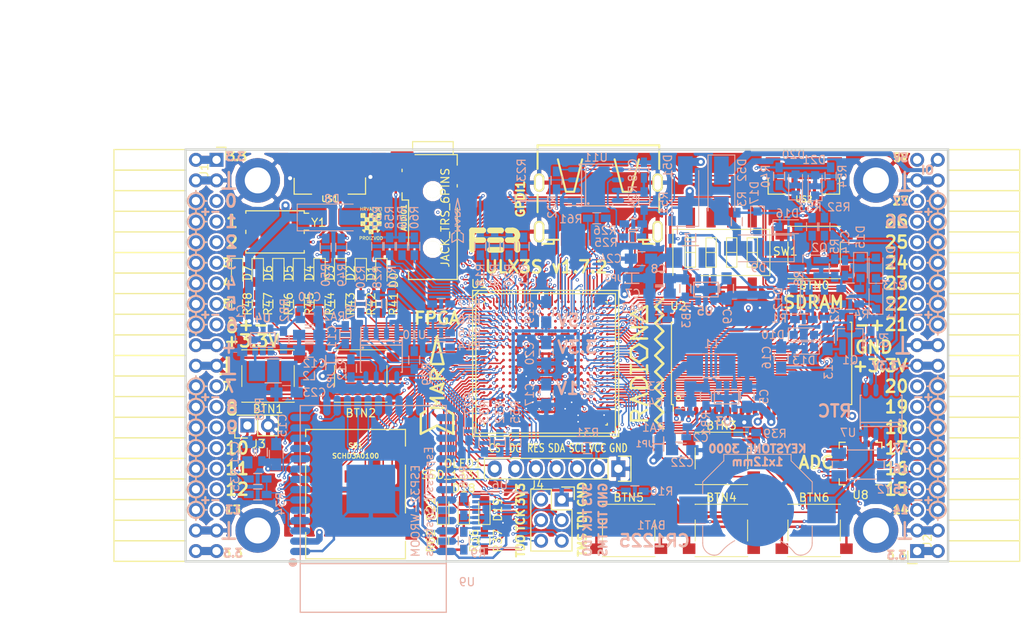
<source format=kicad_pcb>
(kicad_pcb (version 4) (host pcbnew 4.0.7+dfsg1-1)
  (layers (0 F.Cu signal) (1 In1.Cu signal) (2 In2.Cu signal) (31 B.Cu signal) (34 B.Paste user) (35 F.Paste user) (36 B.SilkS user) (37 F.SilkS user) (38 B.Mask user) (39 F.Mask user) (44 Edge.Cuts user))
  (net 0 "")
  (net 1 GND)
  (net 2 +5V)
  (net 3 /gpio/IN5V)
  (net 4 /gpio/OUT5V)
  (net 5 +3V3)
  (net 6 BTN_D)
  (net 7 BTN_F1)
  (net 8 BTN_F2)
  (net 9 BTN_L)
  (net 10 BTN_R)
  (net 11 BTN_U)
  (net 12 /power/FB1)
  (net 13 +2V5)
  (net 14 /power/PWREN)
  (net 15 /power/FB3)
  (net 16 /power/FB2)
  (net 17 "Net-(D9-Pad1)")
  (net 18 /power/VBAT)
  (net 19 JTAG_TDI)
  (net 20 JTAG_TCK)
  (net 21 JTAG_TMS)
  (net 22 JTAG_TDO)
  (net 23 /power/WAKEUPn)
  (net 24 /power/WKUP)
  (net 25 /power/SHUT)
  (net 26 /power/WAKE)
  (net 27 /power/HOLD)
  (net 28 /power/WKn)
  (net 29 /power/OSCI_32k)
  (net 30 /power/OSCO_32k)
  (net 31 "Net-(Q2-Pad3)")
  (net 32 SHUTDOWN)
  (net 33 /analog/AUDIO_L)
  (net 34 /analog/AUDIO_R)
  (net 35 GPDI_5V_SCL)
  (net 36 GPDI_5V_SDA)
  (net 37 GPDI_SDA)
  (net 38 GPDI_SCL)
  (net 39 /gpdi/VREF2)
  (net 40 SD_CMD)
  (net 41 SD_CLK)
  (net 42 SD_D0)
  (net 43 SD_D1)
  (net 44 USB5V)
  (net 45 GPDI_CEC)
  (net 46 nRESET)
  (net 47 FTDI_nDTR)
  (net 48 SDRAM_CKE)
  (net 49 SDRAM_A7)
  (net 50 SDRAM_D15)
  (net 51 SDRAM_BA1)
  (net 52 SDRAM_D7)
  (net 53 SDRAM_A6)
  (net 54 SDRAM_CLK)
  (net 55 SDRAM_D13)
  (net 56 SDRAM_BA0)
  (net 57 SDRAM_D6)
  (net 58 SDRAM_A5)
  (net 59 SDRAM_D14)
  (net 60 SDRAM_A11)
  (net 61 SDRAM_D12)
  (net 62 SDRAM_D5)
  (net 63 SDRAM_A4)
  (net 64 SDRAM_A10)
  (net 65 SDRAM_D11)
  (net 66 SDRAM_A3)
  (net 67 SDRAM_D4)
  (net 68 SDRAM_D10)
  (net 69 SDRAM_D9)
  (net 70 SDRAM_A9)
  (net 71 SDRAM_D3)
  (net 72 SDRAM_D8)
  (net 73 SDRAM_A8)
  (net 74 SDRAM_A2)
  (net 75 SDRAM_A1)
  (net 76 SDRAM_A0)
  (net 77 SDRAM_D2)
  (net 78 SDRAM_D1)
  (net 79 SDRAM_D0)
  (net 80 SDRAM_DQM0)
  (net 81 SDRAM_nCS)
  (net 82 SDRAM_nRAS)
  (net 83 SDRAM_DQM1)
  (net 84 SDRAM_nCAS)
  (net 85 SDRAM_nWE)
  (net 86 /flash/FLASH_nWP)
  (net 87 /flash/FLASH_nHOLD)
  (net 88 /flash/FLASH_MOSI)
  (net 89 /flash/FLASH_MISO)
  (net 90 /flash/FLASH_SCK)
  (net 91 /flash/FLASH_nCS)
  (net 92 /flash/FPGA_PROGRAMN)
  (net 93 /flash/FPGA_DONE)
  (net 94 /flash/FPGA_INITN)
  (net 95 OLED_RES)
  (net 96 OLED_DC)
  (net 97 OLED_CS)
  (net 98 WIFI_EN)
  (net 99 FTDI_nRTS)
  (net 100 FTDI_TXD)
  (net 101 FTDI_RXD)
  (net 102 WIFI_RXD)
  (net 103 WIFI_GPIO0)
  (net 104 WIFI_TXD)
  (net 105 GPDI_ETH-)
  (net 106 GPDI_ETH+)
  (net 107 GPDI_D2+)
  (net 108 GPDI_D2-)
  (net 109 GPDI_D1+)
  (net 110 GPDI_D1-)
  (net 111 GPDI_D0+)
  (net 112 GPDI_D0-)
  (net 113 GPDI_CLK+)
  (net 114 GPDI_CLK-)
  (net 115 USB_FTDI_D+)
  (net 116 USB_FTDI_D-)
  (net 117 J1_17-)
  (net 118 J1_17+)
  (net 119 J1_23-)
  (net 120 J1_23+)
  (net 121 J1_25-)
  (net 122 J1_25+)
  (net 123 J1_27-)
  (net 124 J1_27+)
  (net 125 J1_29-)
  (net 126 J1_29+)
  (net 127 J1_31-)
  (net 128 J1_31+)
  (net 129 J1_33-)
  (net 130 J1_33+)
  (net 131 J1_35-)
  (net 132 J1_35+)
  (net 133 J2_5-)
  (net 134 J2_5+)
  (net 135 J2_7-)
  (net 136 J2_7+)
  (net 137 J2_9-)
  (net 138 J2_9+)
  (net 139 J2_13-)
  (net 140 J2_13+)
  (net 141 J2_17-)
  (net 142 J2_17+)
  (net 143 J2_11-)
  (net 144 J2_11+)
  (net 145 J2_23-)
  (net 146 J2_23+)
  (net 147 J1_5-)
  (net 148 J1_5+)
  (net 149 J1_7-)
  (net 150 J1_7+)
  (net 151 J1_9-)
  (net 152 J1_9+)
  (net 153 J1_11-)
  (net 154 J1_11+)
  (net 155 J1_13-)
  (net 156 J1_13+)
  (net 157 J1_15-)
  (net 158 J1_15+)
  (net 159 J2_15-)
  (net 160 J2_15+)
  (net 161 J2_25-)
  (net 162 J2_25+)
  (net 163 J2_27-)
  (net 164 J2_27+)
  (net 165 J2_29-)
  (net 166 J2_29+)
  (net 167 J2_31-)
  (net 168 J2_31+)
  (net 169 J2_33-)
  (net 170 J2_33+)
  (net 171 J2_35-)
  (net 172 J2_35+)
  (net 173 SD_D3)
  (net 174 AUDIO_L3)
  (net 175 AUDIO_L2)
  (net 176 AUDIO_L1)
  (net 177 AUDIO_L0)
  (net 178 AUDIO_R3)
  (net 179 AUDIO_R2)
  (net 180 AUDIO_R1)
  (net 181 AUDIO_R0)
  (net 182 OLED_CLK)
  (net 183 OLED_MOSI)
  (net 184 LED0)
  (net 185 LED1)
  (net 186 LED2)
  (net 187 LED3)
  (net 188 LED4)
  (net 189 LED5)
  (net 190 LED6)
  (net 191 LED7)
  (net 192 BTN_PWRn)
  (net 193 FTDI_nTXLED)
  (net 194 FTDI_nSLEEP)
  (net 195 /blinkey/LED_PWREN)
  (net 196 /blinkey/LED_TXLED)
  (net 197 FT3V3)
  (net 198 /sdcard/SD3V3)
  (net 199 SD_D2)
  (net 200 CLK_25MHz)
  (net 201 /blinkey/BTNPUL)
  (net 202 /blinkey/BTNPUR)
  (net 203 USB_FPGA_D+)
  (net 204 /power/FTDI_nSUSPEND)
  (net 205 /blinkey/ALED0)
  (net 206 /blinkey/ALED1)
  (net 207 /blinkey/ALED2)
  (net 208 /blinkey/ALED3)
  (net 209 /blinkey/ALED4)
  (net 210 /blinkey/ALED5)
  (net 211 /blinkey/ALED6)
  (net 212 /blinkey/ALED7)
  (net 213 /usb/FTD-)
  (net 214 /usb/FTD+)
  (net 215 ADC_MISO)
  (net 216 ADC_MOSI)
  (net 217 ADC_CSn)
  (net 218 ADC_SCLK)
  (net 219 SW3)
  (net 220 SW2)
  (net 221 SW1)
  (net 222 USB_FPGA_D-)
  (net 223 /usb/FPD+)
  (net 224 /usb/FPD-)
  (net 225 WIFI_GPIO16)
  (net 226 WIFI_GPIO15)
  (net 227 /usb/ANT_433MHz)
  (net 228 /power/PWRBTn)
  (net 229 PROG_DONE)
  (net 230 /power/P3V3)
  (net 231 /power/P2V5)
  (net 232 /power/L1)
  (net 233 /power/L3)
  (net 234 /power/L2)
  (net 235 FTDI_TXDEN)
  (net 236 /wifi/WIFIOFF)
  (net 237 SDRAM_A12)
  (net 238 /analog/AUDIO_V)
  (net 239 AUDIO_V3)
  (net 240 AUDIO_V2)
  (net 241 AUDIO_V1)
  (net 242 AUDIO_V0)
  (net 243 /gpdi/FPGA_CEC)
  (net 244 /blinkey/LED_WIFI)
  (net 245 WIFI_GPIO2)
  (net 246 /power/P1V1)
  (net 247 +1V1)
  (net 248 SW4)
  (net 249 /blinkey/SWPU)
  (module Socket_Strips:Socket_Strip_Angled_2x20 (layer F.Cu) (at 97.91 62.69 270)
    (fp_text reference J1 (at 1.27 1.524 270) (layer F.SilkS))
    (fp_text value CONN_02X20 hide)
    (pad 1 thru_hole rect (at 0 0 270) (size 1.7272 1.7272) (drill 1.016) (layers *.Cu *.Mask) (net 5 +3V3))
    (pad 2 thru_hole oval (at 0 2.54 270) (size 1.7272 1.7272) (drill 1.016) (layers *.Cu *.Mask) (net 5 +3V3))
    (pad 3 thru_hole oval (at 2.54 0 270) (size 1.7272 1.7272) (drill 1.016) (layers *.Cu *.Mask) (net 1 GND))
    (pad 4 thru_hole oval (at 2.54 2.54 270) (size 1.7272 1.7272) (drill 1.016) (layers *.Cu *.Mask) (net 1 GND))
    (pad 5 thru_hole oval (at 5.08 0 270) (size 1.7272 1.7272) (drill 1.016) (layers *.Cu *.Mask) (net 147 J1_5-))
    (pad 6 thru_hole oval (at 5.08 2.54 270) (size 1.7272 1.7272) (drill 1.016) (layers *.Cu *.Mask) (net 148 J1_5+))
    (pad 7 thru_hole oval (at 7.62 0 270) (size 1.7272 1.7272) (drill 1.016) (layers *.Cu *.Mask) (net 149 J1_7-))
    (pad 8 thru_hole oval (at 7.62 2.54 270) (size 1.7272 1.7272) (drill 1.016) (layers *.Cu *.Mask) (net 150 J1_7+))
    (pad 9 thru_hole oval (at 10.16 0 270) (size 1.7272 1.7272) (drill 1.016) (layers *.Cu *.Mask) (net 151 J1_9-))
    (pad 10 thru_hole oval (at 10.16 2.54 270) (size 1.7272 1.7272) (drill 1.016) (layers *.Cu *.Mask) (net 152 J1_9+))
    (pad 11 thru_hole oval (at 12.7 0 270) (size 1.7272 1.7272) (drill 1.016) (layers *.Cu *.Mask) (net 153 J1_11-))
    (pad 12 thru_hole oval (at 12.7 2.54 270) (size 1.7272 1.7272) (drill 1.016) (layers *.Cu *.Mask) (net 154 J1_11+))
    (pad 13 thru_hole oval (at 15.24 0 270) (size 1.7272 1.7272) (drill 1.016) (layers *.Cu *.Mask) (net 155 J1_13-))
    (pad 14 thru_hole oval (at 15.24 2.54 270) (size 1.7272 1.7272) (drill 1.016) (layers *.Cu *.Mask) (net 156 J1_13+))
    (pad 15 thru_hole oval (at 17.78 0 270) (size 1.7272 1.7272) (drill 1.016) (layers *.Cu *.Mask) (net 157 J1_15-))
    (pad 16 thru_hole oval (at 17.78 2.54 270) (size 1.7272 1.7272) (drill 1.016) (layers *.Cu *.Mask) (net 158 J1_15+))
    (pad 17 thru_hole oval (at 20.32 0 270) (size 1.7272 1.7272) (drill 1.016) (layers *.Cu *.Mask) (net 117 J1_17-))
    (pad 18 thru_hole oval (at 20.32 2.54 270) (size 1.7272 1.7272) (drill 1.016) (layers *.Cu *.Mask) (net 118 J1_17+))
    (pad 19 thru_hole oval (at 22.86 0 270) (size 1.7272 1.7272) (drill 1.016) (layers *.Cu *.Mask) (net 5 +3V3))
    (pad 20 thru_hole oval (at 22.86 2.54 270) (size 1.7272 1.7272) (drill 1.016) (layers *.Cu *.Mask) (net 5 +3V3))
    (pad 21 thru_hole oval (at 25.4 0 270) (size 1.7272 1.7272) (drill 1.016) (layers *.Cu *.Mask) (net 1 GND))
    (pad 22 thru_hole oval (at 25.4 2.54 270) (size 1.7272 1.7272) (drill 1.016) (layers *.Cu *.Mask) (net 1 GND))
    (pad 23 thru_hole oval (at 27.94 0 270) (size 1.7272 1.7272) (drill 1.016) (layers *.Cu *.Mask) (net 119 J1_23-))
    (pad 24 thru_hole oval (at 27.94 2.54 270) (size 1.7272 1.7272) (drill 1.016) (layers *.Cu *.Mask) (net 120 J1_23+))
    (pad 25 thru_hole oval (at 30.48 0 270) (size 1.7272 1.7272) (drill 1.016) (layers *.Cu *.Mask) (net 121 J1_25-))
    (pad 26 thru_hole oval (at 30.48 2.54 270) (size 1.7272 1.7272) (drill 1.016) (layers *.Cu *.Mask) (net 122 J1_25+))
    (pad 27 thru_hole oval (at 33.02 0 270) (size 1.7272 1.7272) (drill 1.016) (layers *.Cu *.Mask) (net 123 J1_27-))
    (pad 28 thru_hole oval (at 33.02 2.54 270) (size 1.7272 1.7272) (drill 1.016) (layers *.Cu *.Mask) (net 124 J1_27+))
    (pad 29 thru_hole oval (at 35.56 0 270) (size 1.7272 1.7272) (drill 1.016) (layers *.Cu *.Mask) (net 125 J1_29-))
    (pad 30 thru_hole oval (at 35.56 2.54 270) (size 1.7272 1.7272) (drill 1.016) (layers *.Cu *.Mask) (net 126 J1_29+))
    (pad 31 thru_hole oval (at 38.1 0 270) (size 1.7272 1.7272) (drill 1.016) (layers *.Cu *.Mask) (net 127 J1_31-))
    (pad 32 thru_hole oval (at 38.1 2.54 270) (size 1.7272 1.7272) (drill 1.016) (layers *.Cu *.Mask) (net 128 J1_31+))
    (pad 33 thru_hole oval (at 40.64 0 270) (size 1.7272 1.7272) (drill 1.016) (layers *.Cu *.Mask) (net 129 J1_33-))
    (pad 34 thru_hole oval (at 40.64 2.54 270) (size 1.7272 1.7272) (drill 1.016) (layers *.Cu *.Mask) (net 130 J1_33+))
    (pad 35 thru_hole oval (at 43.18 0 270) (size 1.7272 1.7272) (drill 1.016) (layers *.Cu *.Mask) (net 131 J1_35-))
    (pad 36 thru_hole oval (at 43.18 2.54 270) (size 1.7272 1.7272) (drill 1.016) (layers *.Cu *.Mask) (net 132 J1_35+))
    (pad 37 thru_hole oval (at 45.72 0 270) (size 1.7272 1.7272) (drill 1.016) (layers *.Cu *.Mask) (net 1 GND))
    (pad 38 thru_hole oval (at 45.72 2.54 270) (size 1.7272 1.7272) (drill 1.016) (layers *.Cu *.Mask) (net 1 GND))
    (pad 39 thru_hole oval (at 48.26 0 270) (size 1.7272 1.7272) (drill 1.016) (layers *.Cu *.Mask) (net 5 +3V3))
    (pad 40 thru_hole oval (at 48.26 2.54 270) (size 1.7272 1.7272) (drill 1.016) (layers *.Cu *.Mask) (net 5 +3V3))
  )
  (module SMD_Packages:1Pin (layer F.Cu) (at 182.67515 111.637626)
    (fp_text reference AE1 hide)
    (fp_text value 433MHz hide)
    (pad 1 smd rect (at 0 0) (size 0.5 0.5) (layers B.Cu F.Paste F.Mask) (net 227 /usb/ANT_433MHz))
  )
  (module Resistors_SMD:R_0603_HandSoldering (layer B.Cu) (at 103.498 98.758 90)
    (fp_text reference R38 (at 5.334 -0.254 90) (layer B.SilkS) (effects (justify mirror)))
    (fp_text value 0.47)
    (pad 1 smd rect (at -1.1 0 90) (size 1.2 0.9) (layers B.Cu B.Paste B.Mask) (net 198 /sdcard/SD3V3))
    (pad 2 smd rect (at 1.1 0 90) (size 1.2 0.9) (layers B.Cu B.Paste B.Mask) (net 5 +3V3))
  )
  (module jumper:SOLDER-JUMPER_1-WAY (layer B.Cu) (at 152.393 97.742 270)
    (fp_text reference JP1 (at 0 1.778 360) (layer B.SilkS) (effects (font (size 0.762 0.762) (thickness 0.1524)) (justify mirror)))
    (fp_text value 1.2 hide)
    (pad 1 smd rect (at -0.6 0 270) (size 1 1) (layers B.Cu B.Paste B.Mask) (net 246 /power/P1V1))
    (pad 2 smd rect (at 0.6 0 270) (size 1 1) (layers B.Cu B.Paste B.Mask) (net 247 +1V1))
  )
  (module Diodes_SMD:D_SMA_Handsoldering (layer B.Cu) (at 155.695 66.5 90)
    (fp_text reference D51 (at 3.048 -2.159 90) (layer B.SilkS) (effects (justify mirror)))
    (fp_text value STPS2L30AF hide)
    (pad 1 smd rect (at -2.5 0 90) (size 3.5 1.8) (layers B.Cu B.Paste B.Mask) (net 2 +5V))
    (pad 2 smd rect (at 2.5 0 90) (size 3.5 1.8) (layers B.Cu B.Paste B.Mask) (net 3 /gpio/IN5V))
  )
  (module Resistors_SMD:R_0603_HandSoldering (layer B.Cu) (at 154.044 71.326 90)
    (fp_text reference R51 (at 3.302 -1.016 90) (layer B.SilkS) (effects (justify mirror)))
    (fp_text value 150)
    (pad 1 smd rect (at -1.1 0 90) (size 1.2 0.9) (layers B.Cu B.Paste B.Mask) (net 5 +3V3))
    (pad 2 smd rect (at 1.1 0 90) (size 1.2 0.9) (layers B.Cu B.Paste B.Mask) (net 249 /blinkey/SWPU))
  )
  (module Resistors_SMD:R_1210_HandSoldering (layer B.Cu) (at 158.87 88.09 180)
    (fp_text reference L1 (at 0 2.7 180) (layer B.SilkS) (effects (justify mirror)))
    (fp_text value 2.2uH)
    (pad 1 smd rect (at -2 0 180) (size 2 2.5) (layers B.Cu B.Paste B.Mask) (net 232 /power/L1))
    (pad 2 smd rect (at 2 0 180) (size 2 2.5) (layers B.Cu B.Paste B.Mask) (net 246 /power/P1V1))
  )
  (module TSOT-25:TSOT-25 (layer B.Cu) (at 160.775 91.9)
    (fp_text reference U3 (at -0.381 3.048) (layer B.SilkS) (effects (font (thickness 0.2)) (justify mirror)))
    (fp_text value DIO6015)
    (pad 1 smd rect (at -0.95 -1.3) (size 0.7 1.2) (layers B.Cu B.Paste B.Mask) (net 14 /power/PWREN))
    (pad 2 smd rect (at 0 -1.3) (size 0.7 1.2) (layers B.Cu B.Paste B.Mask) (net 1 GND))
    (pad 3 smd rect (at 0.95 -1.3) (size 0.7 1.2) (layers B.Cu B.Paste B.Mask) (net 232 /power/L1))
    (pad 4 smd rect (at 0.95 1.3) (size 0.7 1.2) (layers B.Cu B.Paste B.Mask) (net 2 +5V))
    (pad 5 smd rect (at -0.95 1.3) (size 0.7 1.2) (layers B.Cu B.Paste B.Mask) (net 12 /power/FB1))
  )
  (module Resistors_SMD:R_1210_HandSoldering (layer B.Cu) (at 104.895 88.725)
    (fp_text reference L2 (at 4.445 0.635) (layer B.SilkS) (effects (justify mirror)))
    (fp_text value 2.2uH)
    (pad 1 smd rect (at -2 0) (size 2 2.5) (layers B.Cu B.Paste B.Mask) (net 234 /power/L2))
    (pad 2 smd rect (at 2 0) (size 2 2.5) (layers B.Cu B.Paste B.Mask) (net 231 /power/P2V5))
  )
  (module TSOT-25:TSOT-25 (layer B.Cu) (at 103.625 84.915 180)
    (fp_text reference U4 (at 0 2.697 180) (layer B.SilkS) (effects (font (thickness 0.2)) (justify mirror)))
    (fp_text value LX7172)
    (pad 1 smd rect (at -0.95 -1.3 180) (size 0.7 1.2) (layers B.Cu B.Paste B.Mask) (net 14 /power/PWREN))
    (pad 2 smd rect (at 0 -1.3 180) (size 0.7 1.2) (layers B.Cu B.Paste B.Mask) (net 1 GND))
    (pad 3 smd rect (at 0.95 -1.3 180) (size 0.7 1.2) (layers B.Cu B.Paste B.Mask) (net 234 /power/L2))
    (pad 4 smd rect (at 0.95 1.3 180) (size 0.7 1.2) (layers B.Cu B.Paste B.Mask) (net 2 +5V))
    (pad 5 smd rect (at -0.95 1.3 180) (size 0.7 1.2) (layers B.Cu B.Paste B.Mask) (net 16 /power/FB2))
  )
  (module Resistors_SMD:R_1210_HandSoldering (layer B.Cu) (at 156.33 74.755 180)
    (fp_text reference L3 (at 0 2.413 180) (layer B.SilkS) (effects (justify mirror)))
    (fp_text value 2.2uH)
    (pad 1 smd rect (at -2 0 180) (size 2 2.5) (layers B.Cu B.Paste B.Mask) (net 233 /power/L3))
    (pad 2 smd rect (at 2 0 180) (size 2 2.5) (layers B.Cu B.Paste B.Mask) (net 230 /power/P3V3))
  )
  (module TSOT-25:TSOT-25 (layer B.Cu) (at 158.235 78.692)
    (fp_text reference U5 (at -0.127 2.667) (layer B.SilkS) (effects (font (thickness 0.2)) (justify mirror)))
    (fp_text value TLV62569DBV)
    (pad 1 smd rect (at -0.95 -1.3) (size 0.7 1.2) (layers B.Cu B.Paste B.Mask) (net 14 /power/PWREN))
    (pad 2 smd rect (at 0 -1.3) (size 0.7 1.2) (layers B.Cu B.Paste B.Mask) (net 1 GND))
    (pad 3 smd rect (at 0.95 -1.3) (size 0.7 1.2) (layers B.Cu B.Paste B.Mask) (net 233 /power/L3))
    (pad 4 smd rect (at 0.95 1.3) (size 0.7 1.2) (layers B.Cu B.Paste B.Mask) (net 2 +5V))
    (pad 5 smd rect (at -0.95 1.3) (size 0.7 1.2) (layers B.Cu B.Paste B.Mask) (net 15 /power/FB3))
  )
  (module Capacitors_SMD:C_0805_HandSoldering (layer B.Cu) (at 101.085 84.915 270)
    (fp_text reference C1 (at -3.429 0.127 270) (layer B.SilkS) (effects (justify mirror)))
    (fp_text value 22uF)
    (pad 1 smd rect (at -1.25 0 270) (size 1.5 1.25) (layers B.Cu B.Paste B.Mask) (net 2 +5V))
    (pad 2 smd rect (at 1.25 0 270) (size 1.5 1.25) (layers B.Cu B.Paste B.Mask) (net 1 GND))
  )
  (module Capacitors_SMD:C_0805_HandSoldering (layer B.Cu) (at 155.06 90.63)
    (fp_text reference C3 (at -3.048 0) (layer B.SilkS) (effects (justify mirror)))
    (fp_text value 22uF)
    (pad 1 smd rect (at -1.25 0) (size 1.5 1.25) (layers B.Cu B.Paste B.Mask) (net 246 /power/P1V1))
    (pad 2 smd rect (at 1.25 0) (size 1.5 1.25) (layers B.Cu B.Paste B.Mask) (net 1 GND))
  )
  (module Capacitors_SMD:C_0805_HandSoldering (layer B.Cu) (at 155.06 92.535)
    (fp_text reference C4 (at -3.048 0.127) (layer B.SilkS) (effects (justify mirror)))
    (fp_text value 22uF)
    (pad 1 smd rect (at -1.25 0) (size 1.5 1.25) (layers B.Cu B.Paste B.Mask) (net 246 /power/P1V1))
    (pad 2 smd rect (at 1.25 0) (size 1.5 1.25) (layers B.Cu B.Paste B.Mask) (net 1 GND))
  )
  (module Capacitors_SMD:C_0805_HandSoldering (layer B.Cu) (at 163.315 91.9 90)
    (fp_text reference C5 (at 0 2.1 90) (layer B.SilkS) (effects (justify mirror)))
    (fp_text value 22uF)
    (pad 1 smd rect (at -1.25 0 90) (size 1.5 1.25) (layers B.Cu B.Paste B.Mask) (net 2 +5V))
    (pad 2 smd rect (at 1.25 0 90) (size 1.5 1.25) (layers B.Cu B.Paste B.Mask) (net 1 GND))
  )
  (module Capacitors_SMD:C_0805_HandSoldering (layer B.Cu) (at 152.52 79.2)
    (fp_text reference C7 (at -3.302 0) (layer B.SilkS) (effects (justify mirror)))
    (fp_text value 22uF)
    (pad 1 smd rect (at -1.25 0) (size 1.5 1.25) (layers B.Cu B.Paste B.Mask) (net 230 /power/P3V3))
    (pad 2 smd rect (at 1.25 0) (size 1.5 1.25) (layers B.Cu B.Paste B.Mask) (net 1 GND))
  )
  (module Capacitors_SMD:C_0805_HandSoldering (layer B.Cu) (at 152.52 77.295)
    (fp_text reference C8 (at -0.127 -1.143) (layer B.SilkS) (effects (justify mirror)))
    (fp_text value 22uF)
    (pad 1 smd rect (at -1.25 0) (size 1.5 1.25) (layers B.Cu B.Paste B.Mask) (net 230 /power/P3V3))
    (pad 2 smd rect (at 1.25 0) (size 1.5 1.25) (layers B.Cu B.Paste B.Mask) (net 1 GND))
  )
  (module Capacitors_SMD:C_0805_HandSoldering (layer B.Cu) (at 160.775 78.565 90)
    (fp_text reference C9 (at -3.429 0.127 90) (layer B.SilkS) (effects (justify mirror)))
    (fp_text value 22uF)
    (pad 1 smd rect (at -1.25 0 90) (size 1.5 1.25) (layers B.Cu B.Paste B.Mask) (net 2 +5V))
    (pad 2 smd rect (at 1.25 0 90) (size 1.5 1.25) (layers B.Cu B.Paste B.Mask) (net 1 GND))
  )
  (module Capacitors_SMD:C_0805_HandSoldering (layer B.Cu) (at 109.34 84.28 180)
    (fp_text reference C11 (at -2.794 -0.254 270) (layer B.SilkS) (effects (justify mirror)))
    (fp_text value 22uF)
    (pad 1 smd rect (at -1.25 0 180) (size 1.5 1.25) (layers B.Cu B.Paste B.Mask) (net 231 /power/P2V5))
    (pad 2 smd rect (at 1.25 0 180) (size 1.5 1.25) (layers B.Cu B.Paste B.Mask) (net 1 GND))
  )
  (module Capacitors_SMD:C_0805_HandSoldering (layer B.Cu) (at 109.34 86.185 180)
    (fp_text reference C12 (at -0.635 -1.615 360) (layer B.SilkS) (effects (justify mirror)))
    (fp_text value 22uF)
    (pad 1 smd rect (at -1.25 0 180) (size 1.5 1.25) (layers B.Cu B.Paste B.Mask) (net 231 /power/P2V5))
    (pad 2 smd rect (at 1.25 0 180) (size 1.5 1.25) (layers B.Cu B.Paste B.Mask) (net 1 GND))
  )
  (module Capacitors_SMD:C_0805_HandSoldering (layer B.Cu) (at 173.221 84.788 90)
    (fp_text reference C13 (at -3.556 0.127 90) (layer B.SilkS) (effects (justify mirror)))
    (fp_text value 2.2uF)
    (pad 1 smd rect (at -1.25 0 90) (size 1.5 1.25) (layers B.Cu B.Paste B.Mask) (net 2 +5V))
    (pad 2 smd rect (at 1.25 0 90) (size 1.5 1.25) (layers B.Cu B.Paste B.Mask) (net 24 /power/WKUP))
  )
  (module TO_SOT_Packages_SMD:SOT-23_Handsoldering (layer B.Cu) (at 176.015 84.28 90)
    (fp_text reference Q1 (at -3.1115 0 180) (layer B.SilkS) (effects (justify mirror)))
    (fp_text value BC857)
    (pad 1 smd rect (at -1.5 0.95 90) (size 1.9 0.8) (layers B.Cu B.Paste B.Mask) (net 28 /power/WKn))
    (pad 2 smd rect (at -1.5 -0.95 90) (size 1.9 0.8) (layers B.Cu B.Paste B.Mask) (net 2 +5V))
    (pad 3 smd rect (at 1.5 0 90) (size 1.9 0.8) (layers B.Cu B.Paste B.Mask) (net 24 /power/WKUP))
  )
  (module TO_SOT_Packages_SMD:SOT-23_Handsoldering (layer B.Cu) (at 170.935 76.025 180)
    (fp_text reference Q2 (at -1.295 2.5 180) (layer B.SilkS) (effects (justify mirror)))
    (fp_text value 2N7002)
    (pad 1 smd rect (at -1.5 0.95 180) (size 1.9 0.8) (layers B.Cu B.Paste B.Mask) (net 25 /power/SHUT))
    (pad 2 smd rect (at -1.5 -0.95 180) (size 1.9 0.8) (layers B.Cu B.Paste B.Mask) (net 1 GND))
    (pad 3 smd rect (at 1.5 0 180) (size 1.9 0.8) (layers B.Cu B.Paste B.Mask) (net 31 "Net-(Q2-Pad3)"))
  )
  (module Capacitors_SMD:C_0603_HandSoldering (layer B.Cu) (at 154.86 96.91)
    (fp_text reference C2 (at 2.74 0.07) (layer B.SilkS) (effects (justify mirror)))
    (fp_text value 470pF)
    (pad 1 smd rect (at -0.95 0) (size 1.2 0.75) (layers B.Cu B.Paste B.Mask) (net 246 /power/P1V1))
    (pad 2 smd rect (at 0.95 0) (size 1.2 0.75) (layers B.Cu B.Paste B.Mask) (net 12 /power/FB1))
  )
  (module Capacitors_SMD:C_0603_HandSoldering (layer B.Cu) (at 152.52 82.375)
    (fp_text reference C6 (at -2.794 0.127) (layer B.SilkS) (effects (justify mirror)))
    (fp_text value 470pF)
    (pad 1 smd rect (at -0.95 0) (size 1.2 0.75) (layers B.Cu B.Paste B.Mask) (net 230 /power/P3V3))
    (pad 2 smd rect (at 0.95 0) (size 1.2 0.75) (layers B.Cu B.Paste B.Mask) (net 15 /power/FB3))
  )
  (module Capacitors_SMD:C_0603_HandSoldering (layer B.Cu) (at 109.34 81.105 180)
    (fp_text reference C10 (at -0.04 1.505 180) (layer B.SilkS) (effects (justify mirror)))
    (fp_text value 470pF)
    (pad 1 smd rect (at -0.95 0 180) (size 1.2 0.75) (layers B.Cu B.Paste B.Mask) (net 231 /power/P2V5))
    (pad 2 smd rect (at 0.95 0 180) (size 1.2 0.75) (layers B.Cu B.Paste B.Mask) (net 16 /power/FB2))
  )
  (module Capacitors_SMD:C_0603_HandSoldering (layer B.Cu) (at 175.38 76.025 270)
    (fp_text reference C14 (at -3.175 0 270) (layer B.SilkS) (effects (justify mirror)))
    (fp_text value 100nF)
    (pad 1 smd rect (at -0.95 0 270) (size 1.2 0.75) (layers B.Cu B.Paste B.Mask) (net 25 /power/SHUT))
    (pad 2 smd rect (at 0.95 0 270) (size 1.2 0.75) (layers B.Cu B.Paste B.Mask) (net 1 GND))
  )
  (module Resistors_SMD:R_0603_HandSoldering (layer B.Cu) (at 170.3 82.375)
    (fp_text reference R1 (at -3.048 -0.127) (layer B.SilkS) (effects (justify mirror)))
    (fp_text value 15k)
    (pad 1 smd rect (at -1.1 0) (size 1.2 0.9) (layers B.Cu B.Paste B.Mask) (net 26 /power/WAKE))
    (pad 2 smd rect (at 1.1 0) (size 1.2 0.9) (layers B.Cu B.Paste B.Mask) (net 14 /power/PWREN))
  )
  (module Resistors_SMD:R_0603_HandSoldering (layer B.Cu) (at 172.84 79.835 90)
    (fp_text reference R2 (at -1.905 1.27 90) (layer B.SilkS) (effects (justify mirror)))
    (fp_text value 47k)
    (pad 1 smd rect (at -1.1 0 90) (size 1.2 0.9) (layers B.Cu B.Paste B.Mask) (net 14 /power/PWREN))
    (pad 2 smd rect (at 1.1 0 90) (size 1.2 0.9) (layers B.Cu B.Paste B.Mask) (net 1 GND))
  )
  (module Resistors_SMD:R_0603_HandSoldering (layer B.Cu) (at 176.015 80.47 180)
    (fp_text reference R4 (at -1.397 -1.27 360) (layer B.SilkS) (effects (justify mirror)))
    (fp_text value 15k)
    (pad 1 smd rect (at -1.1 0 180) (size 1.2 0.9) (layers B.Cu B.Paste B.Mask) (net 27 /power/HOLD))
    (pad 2 smd rect (at 1.1 0 180) (size 1.2 0.9) (layers B.Cu B.Paste B.Mask) (net 14 /power/PWREN))
  )
  (module Resistors_SMD:R_0603_HandSoldering (layer B.Cu) (at 174.11 76.025 270)
    (fp_text reference R5 (at -2.667 0 270) (layer B.SilkS) (effects (justify mirror)))
    (fp_text value 4.7M)
    (pad 1 smd rect (at -1.1 0 270) (size 1.2 0.9) (layers B.Cu B.Paste B.Mask) (net 25 /power/SHUT))
    (pad 2 smd rect (at 1.1 0 270) (size 1.2 0.9) (layers B.Cu B.Paste B.Mask) (net 1 GND))
  )
  (module Resistors_SMD:R_0603_HandSoldering (layer B.Cu) (at 178.555 84.915 270)
    (fp_text reference R6 (at 0 -1.651 270) (layer B.SilkS) (effects (justify mirror)))
    (fp_text value 1k)
    (pad 1 smd rect (at -1.1 0 270) (size 1.2 0.9) (layers B.Cu B.Paste B.Mask) (net 28 /power/WKn))
    (pad 2 smd rect (at 1.1 0 270) (size 1.2 0.9) (layers B.Cu B.Paste B.Mask) (net 23 /power/WAKEUPn))
  )
  (module Resistors_SMD:R_0603_HandSoldering (layer B.Cu) (at 113.785 84.28 270)
    (fp_text reference R7 (at -2.794 -0.635 270) (layer B.SilkS) (effects (justify mirror)))
    (fp_text value 150)
    (pad 1 smd rect (at -1.1 0 270) (size 1.2 0.9) (layers B.Cu B.Paste B.Mask) (net 5 +3V3))
    (pad 2 smd rect (at 1.1 0 270) (size 1.2 0.9) (layers B.Cu B.Paste B.Mask) (net 201 /blinkey/BTNPUL))
  )
  (module Resistors_SMD:R_0603_HandSoldering (layer B.Cu) (at 170.935 79.835 90)
    (fp_text reference R8 (at 2.54 -1.27 90) (layer B.SilkS) (effects (justify mirror)))
    (fp_text value 1k)
    (pad 1 smd rect (at -1.1 0 90) (size 1.2 0.9) (layers B.Cu B.Paste B.Mask) (net 14 /power/PWREN))
    (pad 2 smd rect (at 1.1 0 90) (size 1.2 0.9) (layers B.Cu B.Paste B.Mask) (net 31 "Net-(Q2-Pad3)"))
  )
  (module Resistors_SMD:R_0603_HandSoldering (layer B.Cu) (at 128.39 109.68 270)
    (fp_text reference R9 (at 1.524 -1.778 360) (layer B.SilkS) (effects (justify mirror)))
    (fp_text value 15k)
    (pad 1 smd rect (at -1.1 0 270) (size 1.2 0.9) (layers B.Cu B.Paste B.Mask) (net 46 nRESET))
    (pad 2 smd rect (at 1.1 0 270) (size 1.2 0.9) (layers B.Cu B.Paste B.Mask) (net 197 FT3V3))
  )
  (module Resistors_SMD:R_0603_HandSoldering (layer B.Cu) (at 149.472 103.584 180)
    (fp_text reference R10 (at -3.302 0 180) (layer B.SilkS) (effects (justify mirror)))
    (fp_text value 150)
    (pad 1 smd rect (at -1.1 0 180) (size 1.2 0.9) (layers B.Cu B.Paste B.Mask) (net 204 /power/FTDI_nSUSPEND))
    (pad 2 smd rect (at 1.1 0 180) (size 1.2 0.9) (layers B.Cu B.Paste B.Mask) (net 194 FTDI_nSLEEP))
  )
  (module Resistors_SMD:R_0603_HandSoldering (layer B.Cu) (at 176.015 78.565 180)
    (fp_text reference R13 (at -5.461 0.381 180) (layer B.SilkS) (effects (justify mirror)))
    (fp_text value 15k)
    (pad 1 smd rect (at -1.1 0 180) (size 1.2 0.9) (layers B.Cu B.Paste B.Mask) (net 32 SHUTDOWN))
    (pad 2 smd rect (at 1.1 0 180) (size 1.2 0.9) (layers B.Cu B.Paste B.Mask) (net 1 GND))
  )
  (module Resistors_SMD:R_0603_HandSoldering (layer B.Cu) (at 154.86 95.64)
    (fp_text reference RA1 (at -3.102 0.07) (layer B.SilkS) (effects (justify mirror)))
    (fp_text value 15k)
    (pad 1 smd rect (at -1.1 0) (size 1.2 0.9) (layers B.Cu B.Paste B.Mask) (net 246 /power/P1V1))
    (pad 2 smd rect (at 1.1 0) (size 1.2 0.9) (layers B.Cu B.Paste B.Mask) (net 12 /power/FB1))
  )
  (module Resistors_SMD:R_0603_HandSoldering (layer B.Cu) (at 109.34 82.375 180)
    (fp_text reference RA2 (at -3.048 0.381 360) (layer B.SilkS) (effects (justify mirror)))
    (fp_text value 15k)
    (pad 1 smd rect (at -1.1 0 180) (size 1.2 0.9) (layers B.Cu B.Paste B.Mask) (net 231 /power/P2V5))
    (pad 2 smd rect (at 1.1 0 180) (size 1.2 0.9) (layers B.Cu B.Paste B.Mask) (net 16 /power/FB2))
  )
  (module Resistors_SMD:R_0603_HandSoldering (layer B.Cu) (at 152.52 81.105)
    (fp_text reference RA3 (at -3.302 -0.127) (layer B.SilkS) (effects (justify mirror)))
    (fp_text value 15k)
    (pad 1 smd rect (at -1.1 0) (size 1.2 0.9) (layers B.Cu B.Paste B.Mask) (net 230 /power/P3V3))
    (pad 2 smd rect (at 1.1 0) (size 1.2 0.9) (layers B.Cu B.Paste B.Mask) (net 15 /power/FB3))
  )
  (module Resistors_SMD:R_0603_HandSoldering (layer B.Cu) (at 158.235 91.9 270)
    (fp_text reference RB1 (at 3.302 0 270) (layer B.SilkS) (effects (justify mirror)))
    (fp_text value 18k)
    (pad 1 smd rect (at -1.1 0 270) (size 1.2 0.9) (layers B.Cu B.Paste B.Mask) (net 1 GND))
    (pad 2 smd rect (at 1.1 0 270) (size 1.2 0.9) (layers B.Cu B.Paste B.Mask) (net 12 /power/FB1))
  )
  (module Resistors_SMD:R_0603_HandSoldering (layer B.Cu) (at 106.165 84.915 90)
    (fp_text reference RB2 (at 3.683 0.127 90) (layer B.SilkS) (effects (justify mirror)))
    (fp_text value 4.7k)
    (pad 1 smd rect (at -1.1 0 90) (size 1.2 0.9) (layers B.Cu B.Paste B.Mask) (net 1 GND))
    (pad 2 smd rect (at 1.1 0 90) (size 1.2 0.9) (layers B.Cu B.Paste B.Mask) (net 16 /power/FB2))
  )
  (module Resistors_SMD:R_0603_HandSoldering (layer B.Cu) (at 155.695 78.565 270)
    (fp_text reference RB3 (at 3.429 -0.127 270) (layer B.SilkS) (effects (justify mirror)))
    (fp_text value 3.3k)
    (pad 1 smd rect (at -1.1 0 270) (size 1.2 0.9) (layers B.Cu B.Paste B.Mask) (net 1 GND))
    (pad 2 smd rect (at 1.1 0 270) (size 1.2 0.9) (layers B.Cu B.Paste B.Mask) (net 15 /power/FB3))
  )
  (module Resistors_SMD:R_0603_HandSoldering (layer B.Cu) (at 125.596 85.804 180)
    (fp_text reference R14 (at -3.47 0.127 180) (layer B.SilkS) (effects (justify mirror)))
    (fp_text value 1.2k)
    (pad 1 smd rect (at -1.1 0 180) (size 1.2 0.9) (layers B.Cu B.Paste B.Mask) (net 174 AUDIO_L3))
    (pad 2 smd rect (at 1.1 0 180) (size 1.2 0.9) (layers B.Cu B.Paste B.Mask) (net 33 /analog/AUDIO_L))
  )
  (module Resistors_SMD:R_0603_HandSoldering (layer B.Cu) (at 125.596 84.026 180)
    (fp_text reference R15 (at -3.47 -0.001 180) (layer B.SilkS) (effects (justify mirror)))
    (fp_text value 680)
    (pad 1 smd rect (at -1.1 0 180) (size 1.2 0.9) (layers B.Cu B.Paste B.Mask) (net 175 AUDIO_L2))
    (pad 2 smd rect (at 1.1 0 180) (size 1.2 0.9) (layers B.Cu B.Paste B.Mask) (net 33 /analog/AUDIO_L))
  )
  (module Resistors_SMD:R_0603_HandSoldering (layer B.Cu) (at 125.596 82.248 180)
    (fp_text reference R16 (at -3.47 -0.127 180) (layer B.SilkS) (effects (justify mirror)))
    (fp_text value 330)
    (pad 1 smd rect (at -1.1 0 180) (size 1.2 0.9) (layers B.Cu B.Paste B.Mask) (net 176 AUDIO_L1))
    (pad 2 smd rect (at 1.1 0 180) (size 1.2 0.9) (layers B.Cu B.Paste B.Mask) (net 33 /analog/AUDIO_L))
  )
  (module Resistors_SMD:R_0603_HandSoldering (layer B.Cu) (at 125.596 80.47 180)
    (fp_text reference R17 (at -3.47 0 180) (layer B.SilkS) (effects (justify mirror)))
    (fp_text value 150)
    (pad 1 smd rect (at -1.1 0 180) (size 1.2 0.9) (layers B.Cu B.Paste B.Mask) (net 177 AUDIO_L0))
    (pad 2 smd rect (at 1.1 0 180) (size 1.2 0.9) (layers B.Cu B.Paste B.Mask) (net 33 /analog/AUDIO_L))
  )
  (module Resistors_SMD:R_0603_HandSoldering (layer B.Cu) (at 130.422 73.358 90)
    (fp_text reference R18 (at -3.556 0 90) (layer B.SilkS) (effects (justify mirror)))
    (fp_text value 1.2k)
    (pad 1 smd rect (at -1.1 0 90) (size 1.2 0.9) (layers B.Cu B.Paste B.Mask) (net 178 AUDIO_R3))
    (pad 2 smd rect (at 1.1 0 90) (size 1.2 0.9) (layers B.Cu B.Paste B.Mask) (net 34 /analog/AUDIO_R))
  )
  (module Resistors_SMD:R_0603_HandSoldering (layer B.Cu) (at 132.2 73.358 90)
    (fp_text reference R19 (at -3.556 0 90) (layer B.SilkS) (effects (justify mirror)))
    (fp_text value 680)
    (pad 1 smd rect (at -1.1 0 90) (size 1.2 0.9) (layers B.Cu B.Paste B.Mask) (net 179 AUDIO_R2))
    (pad 2 smd rect (at 1.1 0 90) (size 1.2 0.9) (layers B.Cu B.Paste B.Mask) (net 34 /analog/AUDIO_R))
  )
  (module Resistors_SMD:R_0603_HandSoldering (layer B.Cu) (at 133.978 73.358 90)
    (fp_text reference R20 (at -3.556 0 90) (layer B.SilkS) (effects (justify mirror)))
    (fp_text value 330)
    (pad 1 smd rect (at -1.1 0 90) (size 1.2 0.9) (layers B.Cu B.Paste B.Mask) (net 180 AUDIO_R1))
    (pad 2 smd rect (at 1.1 0 90) (size 1.2 0.9) (layers B.Cu B.Paste B.Mask) (net 34 /analog/AUDIO_R))
  )
  (module Resistors_SMD:R_0603_HandSoldering (layer B.Cu) (at 135.756 73.358 90)
    (fp_text reference R21 (at -3.556 0 90) (layer B.SilkS) (effects (justify mirror)))
    (fp_text value 150)
    (pad 1 smd rect (at -1.1 0 90) (size 1.2 0.9) (layers B.Cu B.Paste B.Mask) (net 181 AUDIO_R0))
    (pad 2 smd rect (at 1.1 0 90) (size 1.2 0.9) (layers B.Cu B.Paste B.Mask) (net 34 /analog/AUDIO_R))
  )
  (module Capacitors_SMD:C_0603_HandSoldering (layer B.Cu) (at 150.5896 63.96 90)
    (fp_text reference C18 (at 0 -1.3716 90) (layer B.SilkS) (effects (justify mirror)))
    (fp_text value 470pF)
    (pad 1 smd rect (at -0.95 0 90) (size 1.2 0.75) (layers B.Cu B.Paste B.Mask) (net 39 /gpdi/VREF2))
    (pad 2 smd rect (at 0.95 0 90) (size 1.2 0.75) (layers B.Cu B.Paste B.Mask) (net 1 GND))
  )
  (module Socket_Strips:Socket_Strip_Angled_2x20 (layer F.Cu) (at 184.27 110.95 90)
    (fp_text reference J2 (at 1.27 1.27 90) (layer F.SilkS))
    (fp_text value CONN_02X20 hide)
    (pad 1 thru_hole rect (at 0 0 90) (size 1.7272 1.7272) (drill 1.016) (layers *.Cu *.Mask) (net 5 +3V3))
    (pad 2 thru_hole oval (at 0 2.54 90) (size 1.7272 1.7272) (drill 1.016) (layers *.Cu *.Mask) (net 5 +3V3))
    (pad 3 thru_hole oval (at 2.54 0 90) (size 1.7272 1.7272) (drill 1.016) (layers *.Cu *.Mask) (net 1 GND))
    (pad 4 thru_hole oval (at 2.54 2.54 90) (size 1.7272 1.7272) (drill 1.016) (layers *.Cu *.Mask) (net 1 GND))
    (pad 5 thru_hole oval (at 5.08 0 90) (size 1.7272 1.7272) (drill 1.016) (layers *.Cu *.Mask) (net 133 J2_5-))
    (pad 6 thru_hole oval (at 5.08 2.54 90) (size 1.7272 1.7272) (drill 1.016) (layers *.Cu *.Mask) (net 134 J2_5+))
    (pad 7 thru_hole oval (at 7.62 0 90) (size 1.7272 1.7272) (drill 1.016) (layers *.Cu *.Mask) (net 135 J2_7-))
    (pad 8 thru_hole oval (at 7.62 2.54 90) (size 1.7272 1.7272) (drill 1.016) (layers *.Cu *.Mask) (net 136 J2_7+))
    (pad 9 thru_hole oval (at 10.16 0 90) (size 1.7272 1.7272) (drill 1.016) (layers *.Cu *.Mask) (net 137 J2_9-))
    (pad 10 thru_hole oval (at 10.16 2.54 90) (size 1.7272 1.7272) (drill 1.016) (layers *.Cu *.Mask) (net 138 J2_9+))
    (pad 11 thru_hole oval (at 12.7 0 90) (size 1.7272 1.7272) (drill 1.016) (layers *.Cu *.Mask) (net 143 J2_11-))
    (pad 12 thru_hole oval (at 12.7 2.54 90) (size 1.7272 1.7272) (drill 1.016) (layers *.Cu *.Mask) (net 144 J2_11+))
    (pad 13 thru_hole oval (at 15.24 0 90) (size 1.7272 1.7272) (drill 1.016) (layers *.Cu *.Mask) (net 139 J2_13-))
    (pad 14 thru_hole oval (at 15.24 2.54 90) (size 1.7272 1.7272) (drill 1.016) (layers *.Cu *.Mask) (net 140 J2_13+))
    (pad 15 thru_hole oval (at 17.78 0 90) (size 1.7272 1.7272) (drill 1.016) (layers *.Cu *.Mask) (net 159 J2_15-))
    (pad 16 thru_hole oval (at 17.78 2.54 90) (size 1.7272 1.7272) (drill 1.016) (layers *.Cu *.Mask) (net 160 J2_15+))
    (pad 17 thru_hole oval (at 20.32 0 90) (size 1.7272 1.7272) (drill 1.016) (layers *.Cu *.Mask) (net 141 J2_17-))
    (pad 18 thru_hole oval (at 20.32 2.54 90) (size 1.7272 1.7272) (drill 1.016) (layers *.Cu *.Mask) (net 142 J2_17+))
    (pad 19 thru_hole oval (at 22.86 0 90) (size 1.7272 1.7272) (drill 1.016) (layers *.Cu *.Mask) (net 5 +3V3))
    (pad 20 thru_hole oval (at 22.86 2.54 90) (size 1.7272 1.7272) (drill 1.016) (layers *.Cu *.Mask) (net 5 +3V3))
    (pad 21 thru_hole oval (at 25.4 0 90) (size 1.7272 1.7272) (drill 1.016) (layers *.Cu *.Mask) (net 1 GND))
    (pad 22 thru_hole oval (at 25.4 2.54 90) (size 1.7272 1.7272) (drill 1.016) (layers *.Cu *.Mask) (net 1 GND))
    (pad 23 thru_hole oval (at 27.94 0 90) (size 1.7272 1.7272) (drill 1.016) (layers *.Cu *.Mask) (net 145 J2_23-))
    (pad 24 thru_hole oval (at 27.94 2.54 90) (size 1.7272 1.7272) (drill 1.016) (layers *.Cu *.Mask) (net 146 J2_23+))
    (pad 25 thru_hole oval (at 30.48 0 90) (size 1.7272 1.7272) (drill 1.016) (layers *.Cu *.Mask) (net 161 J2_25-))
    (pad 26 thru_hole oval (at 30.48 2.54 90) (size 1.7272 1.7272) (drill 1.016) (layers *.Cu *.Mask) (net 162 J2_25+))
    (pad 27 thru_hole oval (at 33.02 0 90) (size 1.7272 1.7272) (drill 1.016) (layers *.Cu *.Mask) (net 163 J2_27-))
    (pad 28 thru_hole oval (at 33.02 2.54 90) (size 1.7272 1.7272) (drill 1.016) (layers *.Cu *.Mask) (net 164 J2_27+))
    (pad 29 thru_hole oval (at 35.56 0 90) (size 1.7272 1.7272) (drill 1.016) (layers *.Cu *.Mask) (net 165 J2_29-))
    (pad 30 thru_hole oval (at 35.56 2.54 90) (size 1.7272 1.7272) (drill 1.016) (layers *.Cu *.Mask) (net 166 J2_29+))
    (pad 31 thru_hole oval (at 38.1 0 90) (size 1.7272 1.7272) (drill 1.016) (layers *.Cu *.Mask) (net 167 J2_31-))
    (pad 32 thru_hole oval (at 38.1 2.54 90) (size 1.7272 1.7272) (drill 1.016) (layers *.Cu *.Mask) (net 168 J2_31+))
    (pad 33 thru_hole oval (at 40.64 0 90) (size 1.7272 1.7272) (drill 1.016) (layers *.Cu *.Mask) (net 169 J2_33-))
    (pad 34 thru_hole oval (at 40.64 2.54 90) (size 1.7272 1.7272) (drill 1.016) (layers *.Cu *.Mask) (net 170 J2_33+))
    (pad 35 thru_hole oval (at 43.18 0 90) (size 1.7272 1.7272) (drill 1.016) (layers *.Cu *.Mask) (net 171 J2_35-))
    (pad 36 thru_hole oval (at 43.18 2.54 90) (size 1.7272 1.7272) (drill 1.016) (layers *.Cu *.Mask) (net 172 J2_35+))
    (pad 37 thru_hole oval (at 45.72 0 90) (size 1.7272 1.7272) (drill 1.016) (layers *.Cu *.Mask) (net 1 GND))
    (pad 38 thru_hole oval (at 45.72 2.54 90) (size 1.7272 1.7272) (drill 1.016) (layers *.Cu *.Mask) (net 1 GND))
    (pad 39 thru_hole oval (at 48.26 0 90) (size 1.7272 1.7272) (drill 1.016) (layers *.Cu *.Mask) (net 3 /gpio/IN5V))
    (pad 40 thru_hole oval (at 48.26 2.54 90) (size 1.7272 1.7272) (drill 1.016) (layers *.Cu *.Mask) (net 4 /gpio/OUT5V))
  )
  (module Mounting_Holes:MountingHole_3.2mm_M3_ISO14580_Pad (layer F.Cu) (at 102.99 108.41)
    (fp_text reference H1 hide)
    (fp_text value HOLE hide)
    (pad 1 thru_hole circle (at 0 0) (size 5.5 5.5) (drill 3.2) (layers *.Cu *.Mask) (net 1 GND))
  )
  (module Mounting_Holes:MountingHole_3.2mm_M3_ISO14580_Pad (layer F.Cu) (at 179.19 108.41)
    (fp_text reference H2 hide)
    (fp_text value HOLE hide)
    (pad 1 thru_hole circle (at 0 0) (size 5.5 5.5) (drill 3.2) (layers *.Cu *.Mask) (net 1 GND))
  )
  (module Mounting_Holes:MountingHole_3.2mm_M3_ISO14580_Pad (layer F.Cu) (at 179.19 65.23)
    (fp_text reference H3 hide)
    (fp_text value HOLE hide)
    (pad 1 thru_hole circle (at 0 0) (size 5.5 5.5) (drill 3.2) (layers *.Cu *.Mask) (net 1 GND))
  )
  (module Mounting_Holes:MountingHole_3.2mm_M3_ISO14580_Pad (layer F.Cu) (at 102.99 65.23)
    (fp_text reference H4 hide)
    (fp_text value HOLE hide)
    (pad 1 thru_hole circle (at 0 0) (size 5.5 5.5) (drill 3.2) (layers *.Cu *.Mask) (net 1 GND))
  )
  (module Resistors_SMD:R_0603_HandSoldering (layer B.Cu) (at 162.045 70.31 90)
    (fp_text reference R3 (at 2.794 0.635 90) (layer B.SilkS) (effects (justify mirror)))
    (fp_text value 4.7k)
    (pad 1 smd rect (at -1.1 0 90) (size 1.2 0.9) (layers B.Cu B.Paste B.Mask) (net 2 +5V))
    (pad 2 smd rect (at 1.1 0 90) (size 1.2 0.9) (layers B.Cu B.Paste B.Mask) (net 228 /power/PWRBTn))
  )
  (module Resistors_SMD:R_0603_HandSoldering (layer B.Cu) (at 139.82 65.23 90)
    (fp_text reference R22 (at -3.27 -0.54 90) (layer B.SilkS) (effects (justify mirror)))
    (fp_text value 2.2k)
    (pad 1 smd rect (at -1.1 0 90) (size 1.2 0.9) (layers B.Cu B.Paste B.Mask) (net 5 +3V3))
    (pad 2 smd rect (at 1.1 0 90) (size 1.2 0.9) (layers B.Cu B.Paste B.Mask) (net 37 GPDI_SDA))
  )
  (module Resistors_SMD:R_0603_HandSoldering (layer B.Cu) (at 135.375 67.432 90)
    (fp_text reference R23 (at 3.472 0.127 90) (layer B.SilkS) (effects (justify mirror)))
    (fp_text value 2.2k)
    (pad 1 smd rect (at -1.1 0 90) (size 1.2 0.9) (layers B.Cu B.Paste B.Mask) (net 5 +3V3))
    (pad 2 smd rect (at 1.1 0 90) (size 1.2 0.9) (layers B.Cu B.Paste B.Mask) (net 38 GPDI_SCL))
  )
  (module Resistors_SMD:R_0603_HandSoldering (layer B.Cu) (at 150.615 67.77 90)
    (fp_text reference R24 (at 0.508 -1.397 90) (layer B.SilkS) (effects (justify mirror)))
    (fp_text value 100k)
    (pad 1 smd rect (at -1.1 0 90) (size 1.2 0.9) (layers B.Cu B.Paste B.Mask) (net 2 +5V))
    (pad 2 smd rect (at 1.1 0 90) (size 1.2 0.9) (layers B.Cu B.Paste B.Mask) (net 39 /gpdi/VREF2))
  )
  (module Resistors_SMD:R_0603_HandSoldering (layer B.Cu) (at 149.175 72.215 180)
    (fp_text reference R25 (at 3.259 -0.685 180) (layer B.SilkS) (effects (justify mirror)))
    (fp_text value 470)
    (pad 1 smd rect (at -1.1 0 180) (size 1.2 0.9) (layers B.Cu B.Paste B.Mask) (net 2 +5V))
    (pad 2 smd rect (at 1.1 0 180) (size 1.2 0.9) (layers B.Cu B.Paste B.Mask) (net 35 GPDI_5V_SCL))
  )
  (module Resistors_SMD:R_0603_HandSoldering (layer B.Cu) (at 149.28 70.6 180)
    (fp_text reference R26 (at 3.5 -0.8 180) (layer B.SilkS) (effects (justify mirror)))
    (fp_text value 470)
    (pad 1 smd rect (at -1.1 0 180) (size 1.2 0.9) (layers B.Cu B.Paste B.Mask) (net 2 +5V))
    (pad 2 smd rect (at 1.1 0 180) (size 1.2 0.9) (layers B.Cu B.Paste B.Mask) (net 36 GPDI_5V_SDA))
  )
  (module Housings_SSOP:SSOP-20_4.4x6.5mm_Pitch0.65mm (layer B.Cu) (at 132.835 107.14 180)
    (fp_text reference U6 (at 0 4.3 180) (layer B.SilkS) (effects (justify mirror)))
    (fp_text value FT231XS)
    (pad 1 smd rect (at -2.9 2.925 180) (size 1 0.4) (layers B.Cu B.Paste B.Mask) (net 47 FTDI_nDTR))
    (pad 2 smd rect (at -2.9 2.275 180) (size 1 0.4) (layers B.Cu B.Paste B.Mask) (net 99 FTDI_nRTS))
    (pad 3 smd rect (at -2.9 1.625 180) (size 1 0.4) (layers B.Cu B.Paste B.Mask) (net 197 FT3V3))
    (pad 4 smd rect (at -2.9 0.975 180) (size 1 0.4) (layers B.Cu B.Paste B.Mask) (net 101 FTDI_RXD))
    (pad 5 smd rect (at -2.9 0.325 180) (size 1 0.4) (layers B.Cu B.Paste B.Mask) (net 19 JTAG_TDI))
    (pad 6 smd rect (at -2.9 -0.325 180) (size 1 0.4) (layers B.Cu B.Paste B.Mask) (net 1 GND))
    (pad 7 smd rect (at -2.9 -0.975 180) (size 1 0.4) (layers B.Cu B.Paste B.Mask) (net 20 JTAG_TCK))
    (pad 8 smd rect (at -2.9 -1.625 180) (size 1 0.4) (layers B.Cu B.Paste B.Mask) (net 21 JTAG_TMS))
    (pad 9 smd rect (at -2.9 -2.275 180) (size 1 0.4) (layers B.Cu B.Paste B.Mask) (net 22 JTAG_TDO))
    (pad 10 smd rect (at -2.9 -2.925 180) (size 1 0.4) (layers B.Cu B.Paste B.Mask) (net 193 FTDI_nTXLED))
    (pad 11 smd rect (at 2.9 -2.925 180) (size 1 0.4) (layers B.Cu B.Paste B.Mask) (net 115 USB_FTDI_D+))
    (pad 12 smd rect (at 2.9 -2.275 180) (size 1 0.4) (layers B.Cu B.Paste B.Mask) (net 116 USB_FTDI_D-))
    (pad 13 smd rect (at 2.9 -1.625 180) (size 1 0.4) (layers B.Cu B.Paste B.Mask) (net 197 FT3V3))
    (pad 14 smd rect (at 2.9 -0.975 180) (size 1 0.4) (layers B.Cu B.Paste B.Mask) (net 46 nRESET))
    (pad 15 smd rect (at 2.9 -0.325 180) (size 1 0.4) (layers B.Cu B.Paste B.Mask) (net 2 +5V))
    (pad 16 smd rect (at 2.9 0.325 180) (size 1 0.4) (layers B.Cu B.Paste B.Mask) (net 1 GND))
    (pad 17 smd rect (at 2.9 0.975 180) (size 1 0.4) (layers B.Cu B.Paste B.Mask))
    (pad 18 smd rect (at 2.9 1.625 180) (size 1 0.4) (layers B.Cu B.Paste B.Mask) (net 235 FTDI_TXDEN))
    (pad 19 smd rect (at 2.9 2.275 180) (size 1 0.4) (layers B.Cu B.Paste B.Mask) (net 194 FTDI_nSLEEP))
    (pad 20 smd rect (at 2.9 2.925 180) (size 1 0.4) (layers B.Cu B.Paste B.Mask) (net 100 FTDI_TXD))
  )
  (module Resistors_SMD:R_0603_HandSoldering (layer B.Cu) (at 119.5 80.47 270)
    (fp_text reference R11 (at -3.302 0 270) (layer B.SilkS) (effects (justify mirror)))
    (fp_text value 10k)
    (pad 1 smd rect (at -1.1 0 270) (size 1.2 0.9) (layers B.Cu B.Paste B.Mask) (net 5 +3V3))
    (pad 2 smd rect (at 1.1 0 270) (size 1.2 0.9) (layers B.Cu B.Paste B.Mask) (net 86 /flash/FLASH_nWP))
  )
  (module Resistors_SMD:R_0603_HandSoldering (layer B.Cu) (at 114.48 88.4 90)
    (fp_text reference R12 (at -0.071 -1.076 270) (layer B.SilkS) (effects (justify mirror)))
    (fp_text value 10k)
    (pad 1 smd rect (at -1.1 0 90) (size 1.2 0.9) (layers B.Cu B.Paste B.Mask) (net 5 +3V3))
    (pad 2 smd rect (at 1.1 0 90) (size 1.2 0.9) (layers B.Cu B.Paste B.Mask) (net 87 /flash/FLASH_nHOLD))
  )
  (module Resistors_SMD:R_0603_HandSoldering (layer B.Cu) (at 129.025 96.175 90)
    (fp_text reference R27 (at 3.429 0 90) (layer B.SilkS) (effects (justify mirror)))
    (fp_text value 10k)
    (pad 1 smd rect (at -1.1 0 90) (size 1.2 0.9) (layers B.Cu B.Paste B.Mask) (net 5 +3V3))
    (pad 2 smd rect (at 1.1 0 90) (size 1.2 0.9) (layers B.Cu B.Paste B.Mask) (net 88 /flash/FLASH_MOSI))
  )
  (module Resistors_SMD:R_0603_HandSoldering (layer B.Cu) (at 117.595 80.47 270)
    (fp_text reference R28 (at -3.302 -0.127 270) (layer B.SilkS) (effects (justify mirror)))
    (fp_text value 10k)
    (pad 1 smd rect (at -1.1 0 270) (size 1.2 0.9) (layers B.Cu B.Paste B.Mask) (net 5 +3V3))
    (pad 2 smd rect (at 1.1 0 270) (size 1.2 0.9) (layers B.Cu B.Paste B.Mask) (net 89 /flash/FLASH_MISO))
  )
  (module Resistors_SMD:R_0603_HandSoldering (layer B.Cu) (at 122.28 87.4 270)
    (fp_text reference R29 (at 1.706 -1.538 450) (layer B.SilkS) (effects (justify mirror)))
    (fp_text value 1k)
    (pad 1 smd rect (at -1.1 0 270) (size 1.2 0.9) (layers B.Cu B.Paste B.Mask) (net 5 +3V3))
    (pad 2 smd rect (at 1.1 0 270) (size 1.2 0.9) (layers B.Cu B.Paste B.Mask) (net 90 /flash/FLASH_SCK))
  )
  (module Resistors_SMD:R_0603_HandSoldering (layer B.Cu) (at 115.69 80.47 270)
    (fp_text reference R30 (at -3.302 0 270) (layer B.SilkS) (effects (justify mirror)))
    (fp_text value 4.7k)
    (pad 1 smd rect (at -1.1 0 270) (size 1.2 0.9) (layers B.Cu B.Paste B.Mask) (net 5 +3V3))
    (pad 2 smd rect (at 1.1 0 270) (size 1.2 0.9) (layers B.Cu B.Paste B.Mask) (net 91 /flash/FLASH_nCS))
  )
  (module Resistors_SMD:R_0603_HandSoldering (layer B.Cu) (at 143.63 98.25 180)
    (fp_text reference R31 (at 0 1.9 180) (layer B.SilkS) (effects (justify mirror)))
    (fp_text value 10k)
    (pad 1 smd rect (at -1.1 0 180) (size 1.2 0.9) (layers B.Cu B.Paste B.Mask) (net 5 +3V3))
    (pad 2 smd rect (at 1.1 0 180) (size 1.2 0.9) (layers B.Cu B.Paste B.Mask) (net 92 /flash/FPGA_PROGRAMN))
  )
  (module Resistors_SMD:R_0603_HandSoldering (layer B.Cu) (at 132.835 97.615 90)
    (fp_text reference R32 (at 3.81 0 90) (layer B.SilkS) (effects (justify mirror)))
    (fp_text value 10k)
    (pad 1 smd rect (at -1.1 0 90) (size 1.2 0.9) (layers B.Cu B.Paste B.Mask) (net 5 +3V3))
    (pad 2 smd rect (at 1.1 0 90) (size 1.2 0.9) (layers B.Cu B.Paste B.Mask) (net 93 /flash/FPGA_DONE))
  )
  (module Resistors_SMD:R_0603_HandSoldering (layer B.Cu) (at 130.93 97.615 90)
    (fp_text reference R33 (at 3.81 0 90) (layer B.SilkS) (effects (justify mirror)))
    (fp_text value 10k)
    (pad 1 smd rect (at -1.1 0 90) (size 1.2 0.9) (layers B.Cu B.Paste B.Mask) (net 5 +3V3))
    (pad 2 smd rect (at 1.1 0 90) (size 1.2 0.9) (layers B.Cu B.Paste B.Mask) (net 94 /flash/FPGA_INITN))
  )
  (module Resistors_SMD:R_0603_HandSoldering (layer B.Cu) (at 102.99 103.965)
    (fp_text reference R34 (at 2.794 1.143 90) (layer B.SilkS) (effects (justify mirror)))
    (fp_text value 15k)
    (pad 1 smd rect (at -1.1 0) (size 1.2 0.9) (layers B.Cu B.Paste B.Mask) (net 5 +3V3))
    (pad 2 smd rect (at 1.1 0) (size 1.2 0.9) (layers B.Cu B.Paste B.Mask) (net 98 WIFI_EN))
  )
  (module oscxo:Crystal_SMD_7050_4Pads (layer F.Cu) (at 105.124 71.58 180)
    (fp_text reference Y1 (at -5.359 1.143 180) (layer F.SilkS))
    (fp_text value FNETHE025 hide)
    (pad 1 smd rect (at -3.15 1.25 180) (size 2.2 1.4) (layers F.Cu F.Paste F.Mask) (net 5 +3V3))
    (pad 2 smd rect (at 3.15 1.25 180) (size 2.2 1.4) (layers F.Cu F.Paste F.Mask) (net 1 GND))
    (pad 3 smd rect (at 3.15 -1.25 180) (size 2.2 1.4) (layers F.Cu F.Paste F.Mask) (net 200 CLK_25MHz))
    (pad 4 smd rect (at -3.15 -1.25 180) (size 2.2 1.4) (layers F.Cu F.Paste F.Mask) (net 5 +3V3))
  )
  (module Socket_Strips:Socket_Strip_Straight_2x01 (layer F.Cu) (at 101.72 95.456 90)
    (fp_text reference J3 (at -2.286 1.397 180) (layer F.SilkS))
    (fp_text value WIFI_OFF)
    (pad 1 thru_hole rect (at 0 0 90) (size 1.7272 1.7272) (drill 1.016) (layers *.Cu *.Mask) (net 236 /wifi/WIFIOFF))
    (pad 2 thru_hole oval (at 0 2.54 90) (size 1.7272 1.7272) (drill 1.016) (layers *.Cu *.Mask) (net 1 GND))
  )
  (module Resistors_SMD:R_0603_HandSoldering (layer B.Cu) (at 102.99 102.06 180)
    (fp_text reference R35 (at 2.794 -0.127 270) (layer B.SilkS) (effects (justify mirror)))
    (fp_text value 470)
    (pad 1 smd rect (at -1.1 0 180) (size 1.2 0.9) (layers B.Cu B.Paste B.Mask) (net 98 WIFI_EN))
    (pad 2 smd rect (at 1.1 0 180) (size 1.2 0.9) (layers B.Cu B.Paste B.Mask) (net 236 /wifi/WIFIOFF))
  )
  (module Resistors_SMD:R_0603_HandSoldering (layer F.Cu) (at 128.39 109.68 270)
    (fp_text reference R36 (at 0 -1.27 270) (layer F.SilkS))
    (fp_text value 330)
    (pad 1 smd rect (at -1.1 0 270) (size 1.2 0.9) (layers F.Cu F.Paste F.Mask) (net 195 /blinkey/LED_PWREN))
    (pad 2 smd rect (at 1.1 0 270) (size 1.2 0.9) (layers F.Cu F.Paste F.Mask) (net 1 GND))
  )
  (module Resistors_SMD:R_0603_HandSoldering (layer F.Cu) (at 130.93 109.68 90)
    (fp_text reference R37 (at 0 1.651 90) (layer F.SilkS))
    (fp_text value 330)
    (pad 1 smd rect (at -1.1 0 90) (size 1.2 0.9) (layers F.Cu F.Paste F.Mask) (net 193 FTDI_nTXLED))
    (pad 2 smd rect (at 1.1 0 90) (size 1.2 0.9) (layers F.Cu F.Paste F.Mask) (net 196 /blinkey/LED_TXLED))
  )
  (module usb_otg:USB-MICRO-B-FCI-10118192-0001LF (layer F.Cu) (at 111.88 63.325 180)
    (fp_text reference US1 (at 0 -4.2 180) (layer F.SilkS) (effects (font (size 0.7 0.7))))
    (fp_text value USB_FTDI hide)
    (pad 6 smd rect (at -3.1 -2.55 180) (size 2.1 1.6) (layers F.Cu F.Paste F.Mask) (net 1 GND))
    (pad 6 smd rect (at 3.1 -2.55 180) (size 2.1 1.6) (layers F.Cu F.Paste F.Mask) (net 1 GND))
    (pad 6 smd rect (at -1.2 0 180) (size 1.9 1.9) (layers F.Cu F.Paste F.Mask) (net 1 GND))
    (pad 6 smd rect (at 1.2 0 180) (size 1.9 1.9) (layers F.Cu F.Paste F.Mask) (net 1 GND))
    (pad 1 smd rect (at -1.3 -2.675 180) (size 0.4 1.35) (layers F.Cu F.Paste F.Mask) (net 44 USB5V))
    (pad 2 smd rect (at -0.65 -2.675 180) (size 0.4 1.35) (layers F.Cu F.Paste F.Mask) (net 213 /usb/FTD-))
    (pad 3 smd rect (at 0 -2.675 180) (size 0.4 1.35) (layers F.Cu F.Paste F.Mask) (net 214 /usb/FTD+))
    (pad 4 smd rect (at 0.65 -2.675 180) (size 0.4 1.35) (layers F.Cu F.Paste F.Mask))
    (pad 5 smd rect (at 1.3 -2.675 180) (size 0.4 1.35) (layers F.Cu F.Paste F.Mask) (net 1 GND))
    (pad 6 smd rect (at -3.8 0 180) (size 1.8 1.9) (layers F.Cu F.Paste F.Mask) (net 1 GND))
    (pad 6 smd rect (at 3.8 0 180) (size 1.8 1.9) (layers F.Cu F.Paste F.Mask) (net 1 GND))
  )
  (module usb_otg:USB-MICRO-B-FCI-10118192-0001LF (layer F.Cu) (at 170.3 63.325 180)
    (fp_text reference US2 (at 0 -4.2 180) (layer F.SilkS) (effects (font (size 0.7 0.7))))
    (fp_text value USB_FPGA hide)
    (pad 6 smd rect (at -3.1 -2.55 180) (size 2.1 1.6) (layers F.Cu F.Paste F.Mask) (net 1 GND))
    (pad 6 smd rect (at 3.1 -2.55 180) (size 2.1 1.6) (layers F.Cu F.Paste F.Mask) (net 1 GND))
    (pad 6 smd rect (at -1.2 0 180) (size 1.9 1.9) (layers F.Cu F.Paste F.Mask) (net 1 GND))
    (pad 6 smd rect (at 1.2 0 180) (size 1.9 1.9) (layers F.Cu F.Paste F.Mask) (net 1 GND))
    (pad 1 smd rect (at -1.3 -2.675 180) (size 0.4 1.35) (layers F.Cu F.Paste F.Mask) (net 17 "Net-(D9-Pad1)"))
    (pad 2 smd rect (at -0.65 -2.675 180) (size 0.4 1.35) (layers F.Cu F.Paste F.Mask) (net 224 /usb/FPD-))
    (pad 3 smd rect (at 0 -2.675 180) (size 0.4 1.35) (layers F.Cu F.Paste F.Mask) (net 223 /usb/FPD+))
    (pad 4 smd rect (at 0.65 -2.675 180) (size 0.4 1.35) (layers F.Cu F.Paste F.Mask))
    (pad 5 smd rect (at 1.3 -2.675 180) (size 0.4 1.35) (layers F.Cu F.Paste F.Mask) (net 1 GND))
    (pad 6 smd rect (at -3.8 0 180) (size 1.8 1.9) (layers F.Cu F.Paste F.Mask) (net 1 GND))
    (pad 6 smd rect (at 3.8 0 180) (size 1.8 1.9) (layers F.Cu F.Paste F.Mask) (net 1 GND))
  )
  (module Capacitors_SMD:C_0805_HandSoldering (layer B.Cu) (at 167.506 87.074 90)
    (fp_text reference C16 (at 0 -1.778 90) (layer B.SilkS) (effects (justify mirror)))
    (fp_text value 2.2uF)
    (pad 1 smd rect (at -1.25 0 90) (size 1.5 1.25) (layers B.Cu B.Paste B.Mask) (net 5 +3V3))
    (pad 2 smd rect (at 1.25 0 90) (size 1.5 1.25) (layers B.Cu B.Paste B.Mask) (net 1 GND))
  )
  (module Resistors_SMD:R_0603_HandSoldering (layer B.Cu) (at 163.315 96.345 180)
    (fp_text reference R39 (at -3.429 -0.127 180) (layer B.SilkS) (effects (justify mirror)))
    (fp_text value 150)
    (pad 1 smd rect (at -1.1 0 180) (size 1.2 0.9) (layers B.Cu B.Paste B.Mask) (net 5 +3V3))
    (pad 2 smd rect (at 1.1 0 180) (size 1.2 0.9) (layers B.Cu B.Paste B.Mask) (net 202 /blinkey/BTNPUR))
  )
  (module Resistors_SMD:R_0603_HandSoldering (layer B.Cu) (at 167.252 64.722 90)
    (fp_text reference R40 (at 0 -1.651 90) (layer B.SilkS) (effects (justify mirror)))
    (fp_text value 1.5k)
    (pad 1 smd rect (at -1.1 0 90) (size 1.2 0.9) (layers B.Cu B.Paste B.Mask) (net 223 /usb/FPD+))
    (pad 2 smd rect (at 1.1 0 90) (size 1.2 0.9) (layers B.Cu B.Paste B.Mask) (net 5 +3V3))
  )
  (module Socket_Strips:Socket_Strip_Straight_2x03 (layer F.Cu) (at 140.455 104.6 270)
    (fp_text reference J4 (at -1.778 3.048 360) (layer F.SilkS))
    (fp_text value CONN_02X03 hide)
    (pad 1 thru_hole rect (at 0 0 270) (size 1.7272 1.7272) (drill 1.016) (layers *.Cu *.Mask) (net 1 GND))
    (pad 2 thru_hole oval (at 0 2.54 270) (size 1.7272 1.7272) (drill 1.016) (layers *.Cu *.Mask) (net 5 +3V3))
    (pad 3 thru_hole oval (at 2.54 0 270) (size 1.7272 1.7272) (drill 1.016) (layers *.Cu *.Mask) (net 19 JTAG_TDI))
    (pad 4 thru_hole oval (at 2.54 2.54 270) (size 1.7272 1.7272) (drill 1.016) (layers *.Cu *.Mask) (net 20 JTAG_TCK))
    (pad 5 thru_hole oval (at 5.08 0 270) (size 1.7272 1.7272) (drill 1.016) (layers *.Cu *.Mask) (net 21 JTAG_TMS))
    (pad 6 thru_hole oval (at 5.08 2.54 270) (size 1.7272 1.7272) (drill 1.016) (layers *.Cu *.Mask) (net 22 JTAG_TDO))
  )
  (module Resistors_SMD:R_0603_HandSoldering (layer F.Cu) (at 118.23 80.47 90)
    (fp_text reference R41 (at 0 1.524 90) (layer F.SilkS))
    (fp_text value 330)
    (pad 1 smd rect (at -1.1 0 90) (size 1.2 0.9) (layers F.Cu F.Paste F.Mask) (net 184 LED0))
    (pad 2 smd rect (at 1.1 0 90) (size 1.2 0.9) (layers F.Cu F.Paste F.Mask) (net 205 /blinkey/ALED0))
  )
  (module Resistors_SMD:R_0603_HandSoldering (layer F.Cu) (at 115.69 80.47 90)
    (fp_text reference R42 (at 0 1.27 90) (layer F.SilkS))
    (fp_text value 330)
    (pad 1 smd rect (at -1.1 0 90) (size 1.2 0.9) (layers F.Cu F.Paste F.Mask) (net 185 LED1))
    (pad 2 smd rect (at 1.1 0 90) (size 1.2 0.9) (layers F.Cu F.Paste F.Mask) (net 206 /blinkey/ALED1))
  )
  (module Resistors_SMD:R_0603_HandSoldering (layer F.Cu) (at 113.15 80.47 90)
    (fp_text reference R43 (at 0 1.27 90) (layer F.SilkS))
    (fp_text value 330)
    (pad 1 smd rect (at -1.1 0 90) (size 1.2 0.9) (layers F.Cu F.Paste F.Mask) (net 186 LED2))
    (pad 2 smd rect (at 1.1 0 90) (size 1.2 0.9) (layers F.Cu F.Paste F.Mask) (net 207 /blinkey/ALED2))
  )
  (module Resistors_SMD:R_0603_HandSoldering (layer F.Cu) (at 110.61 80.47 90)
    (fp_text reference R44 (at 0 1.27 90) (layer F.SilkS))
    (fp_text value 330)
    (pad 1 smd rect (at -1.1 0 90) (size 1.2 0.9) (layers F.Cu F.Paste F.Mask) (net 187 LED3))
    (pad 2 smd rect (at 1.1 0 90) (size 1.2 0.9) (layers F.Cu F.Paste F.Mask) (net 208 /blinkey/ALED3))
  )
  (module Resistors_SMD:R_0603_HandSoldering (layer F.Cu) (at 108.07 80.47 90)
    (fp_text reference R45 (at 0 1.27 90) (layer F.SilkS))
    (fp_text value 330)
    (pad 1 smd rect (at -1.1 0 90) (size 1.2 0.9) (layers F.Cu F.Paste F.Mask) (net 188 LED4))
    (pad 2 smd rect (at 1.1 0 90) (size 1.2 0.9) (layers F.Cu F.Paste F.Mask) (net 209 /blinkey/ALED4))
  )
  (module Resistors_SMD:R_0603_HandSoldering (layer F.Cu) (at 105.53 80.47 90)
    (fp_text reference R46 (at 0 1.27 90) (layer F.SilkS))
    (fp_text value 330)
    (pad 1 smd rect (at -1.1 0 90) (size 1.2 0.9) (layers F.Cu F.Paste F.Mask) (net 189 LED5))
    (pad 2 smd rect (at 1.1 0 90) (size 1.2 0.9) (layers F.Cu F.Paste F.Mask) (net 210 /blinkey/ALED5))
  )
  (module Resistors_SMD:R_0603_HandSoldering (layer F.Cu) (at 102.99 80.47 90)
    (fp_text reference R47 (at 0 1.27 90) (layer F.SilkS))
    (fp_text value 330)
    (pad 1 smd rect (at -1.1 0 90) (size 1.2 0.9) (layers F.Cu F.Paste F.Mask) (net 190 LED6))
    (pad 2 smd rect (at 1.1 0 90) (size 1.2 0.9) (layers F.Cu F.Paste F.Mask) (net 211 /blinkey/ALED6))
  )
  (module Resistors_SMD:R_0603_HandSoldering (layer F.Cu) (at 100.45 80.47 90)
    (fp_text reference R48 (at 0 1.27 90) (layer F.SilkS))
    (fp_text value 330)
    (pad 1 smd rect (at -1.1 0 90) (size 1.2 0.9) (layers F.Cu F.Paste F.Mask) (net 191 LED7))
    (pad 2 smd rect (at 1.1 0 90) (size 1.2 0.9) (layers F.Cu F.Paste F.Mask) (net 212 /blinkey/ALED7))
  )
  (module Capacitors_SMD:C_0805_HandSoldering (layer B.Cu) (at 138.55 91.646 270)
    (fp_text reference C17 (at 0 2.032 270) (layer B.SilkS) (effects (justify mirror)))
    (fp_text value 2.2uF)
    (pad 1 smd rect (at -1.25 0 270) (size 1.5 1.25) (layers B.Cu B.Paste B.Mask) (net 247 +1V1))
    (pad 2 smd rect (at 1.25 0 270) (size 1.5 1.25) (layers B.Cu B.Paste B.Mask) (net 1 GND))
  )
  (module Capacitors_SMD:C_0805_HandSoldering (layer B.Cu) (at 138.55 81.486 90)
    (fp_text reference C19 (at 0 -2.032 90) (layer B.SilkS) (effects (justify mirror)))
    (fp_text value 2.2uF)
    (pad 1 smd rect (at -1.25 0 90) (size 1.5 1.25) (layers B.Cu B.Paste B.Mask) (net 13 +2V5))
    (pad 2 smd rect (at 1.25 0 90) (size 1.5 1.25) (layers B.Cu B.Paste B.Mask) (net 1 GND))
  )
  (module Capacitors_SMD:C_0805_HandSoldering (layer B.Cu) (at 138.55 86.566 270)
    (fp_text reference C20 (at 0.02 2.032 270) (layer B.SilkS) (effects (justify mirror)))
    (fp_text value 2.2uF)
    (pad 1 smd rect (at -1.25 0 270) (size 1.5 1.25) (layers B.Cu B.Paste B.Mask) (net 5 +3V3))
    (pad 2 smd rect (at 1.25 0 270) (size 1.5 1.25) (layers B.Cu B.Paste B.Mask) (net 1 GND))
  )
  (module Capacitors_SMD:C_0805_HandSoldering (layer B.Cu) (at 101.72 98.758 270)
    (fp_text reference C21 (at 0.0635 1.5875 270) (layer B.SilkS) (effects (justify mirror)))
    (fp_text value 22uF)
    (pad 1 smd rect (at -1.25 0 270) (size 1.5 1.25) (layers B.Cu B.Paste B.Mask) (net 5 +3V3))
    (pad 2 smd rect (at 1.25 0 270) (size 1.5 1.25) (layers B.Cu B.Paste B.Mask) (net 1 GND))
  )
  (module Resistors_SMD:R_0603_HandSoldering (layer B.Cu) (at 113.277 73.485 90)
    (fp_text reference R49 (at -3.429 0.127 90) (layer B.SilkS) (effects (justify mirror)))
    (fp_text value 27)
    (pad 1 smd rect (at -1.1 0 90) (size 1.2 0.9) (layers B.Cu B.Paste B.Mask) (net 116 USB_FTDI_D-))
    (pad 2 smd rect (at 1.1 0 90) (size 1.2 0.9) (layers B.Cu B.Paste B.Mask) (net 213 /usb/FTD-))
  )
  (module Resistors_SMD:R_0603_HandSoldering (layer B.Cu) (at 111.372 73.485 90)
    (fp_text reference R50 (at -3.429 0 90) (layer B.SilkS) (effects (justify mirror)))
    (fp_text value 27)
    (pad 1 smd rect (at -1.1 0 90) (size 1.2 0.9) (layers B.Cu B.Paste B.Mask) (net 115 USB_FTDI_D+))
    (pad 2 smd rect (at 1.1 0 90) (size 1.2 0.9) (layers B.Cu B.Paste B.Mask) (net 214 /usb/FTD+))
  )
  (module Housings_DFN_QFN:QFN-28-1EP_5x5mm_Pitch0.5mm (layer F.Cu) (at 177.285 100.155 180)
    (fp_text reference U8 (at 0 -3.875 180) (layer F.SilkS))
    (fp_text value MAX11123)
    (pad 1 smd oval (at -2.45 -1.5 180) (size 0.85 0.3) (layers F.Cu F.Paste F.Mask) (net 136 J2_7+))
    (pad 2 smd oval (at -2.45 -1 180) (size 0.85 0.3) (layers F.Cu F.Paste F.Mask) (net 137 J2_9-))
    (pad 3 smd oval (at -2.45 -0.5 180) (size 0.85 0.3) (layers F.Cu F.Paste F.Mask) (net 138 J2_9+))
    (pad 4 smd oval (at -2.45 0 180) (size 0.85 0.3) (layers F.Cu F.Paste F.Mask) (net 143 J2_11-))
    (pad 5 smd oval (at -2.45 0.5 180) (size 0.85 0.3) (layers F.Cu F.Paste F.Mask) (net 144 J2_11+))
    (pad 6 smd oval (at -2.45 1 180) (size 0.85 0.3) (layers F.Cu F.Paste F.Mask) (net 1 GND))
    (pad 7 smd oval (at -2.45 1.5 180) (size 0.85 0.3) (layers F.Cu F.Paste F.Mask) (net 1 GND))
    (pad 8 smd oval (at -1.5 2.45 270) (size 0.85 0.3) (layers F.Cu F.Paste F.Mask) (net 1 GND))
    (pad 9 smd oval (at -1 2.45 270) (size 0.85 0.3) (layers F.Cu F.Paste F.Mask) (net 1 GND))
    (pad 10 smd oval (at -0.5 2.45 270) (size 0.85 0.3) (layers F.Cu F.Paste F.Mask) (net 1 GND))
    (pad 11 smd oval (at 0 2.45 270) (size 0.85 0.3) (layers F.Cu F.Paste F.Mask) (net 1 GND))
    (pad 12 smd oval (at 0.5 2.45 270) (size 0.85 0.3) (layers F.Cu F.Paste F.Mask))
    (pad 13 smd oval (at 1 2.45 270) (size 0.85 0.3) (layers F.Cu F.Paste F.Mask) (net 1 GND))
    (pad 14 smd oval (at 1.5 2.45 270) (size 0.85 0.3) (layers F.Cu F.Paste F.Mask) (net 1 GND))
    (pad 15 smd oval (at 2.45 1.5 180) (size 0.85 0.3) (layers F.Cu F.Paste F.Mask) (net 5 +3V3))
    (pad 16 smd oval (at 2.45 1 180) (size 0.85 0.3) (layers F.Cu F.Paste F.Mask) (net 1 GND))
    (pad 17 smd oval (at 2.45 0.5 180) (size 0.85 0.3) (layers F.Cu F.Paste F.Mask) (net 5 +3V3))
    (pad 18 smd oval (at 2.45 0 180) (size 0.85 0.3) (layers F.Cu F.Paste F.Mask) (net 5 +3V3))
    (pad 19 smd oval (at 2.45 -0.5 180) (size 0.85 0.3) (layers F.Cu F.Paste F.Mask) (net 218 ADC_SCLK))
    (pad 20 smd oval (at 2.45 -1 180) (size 0.85 0.3) (layers F.Cu F.Paste F.Mask) (net 217 ADC_CSn))
    (pad 21 smd oval (at 2.45 -1.5 180) (size 0.85 0.3) (layers F.Cu F.Paste F.Mask) (net 216 ADC_MOSI))
    (pad 22 smd oval (at 1.5 -2.45 270) (size 0.85 0.3) (layers F.Cu F.Paste F.Mask) (net 1 GND))
    (pad 23 smd oval (at 1 -2.45 270) (size 0.85 0.3) (layers F.Cu F.Paste F.Mask) (net 5 +3V3))
    (pad 24 smd oval (at 0.5 -2.45 270) (size 0.85 0.3) (layers F.Cu F.Paste F.Mask) (net 215 ADC_MISO))
    (pad 25 smd oval (at 0 -2.45 270) (size 0.85 0.3) (layers F.Cu F.Paste F.Mask))
    (pad 26 smd oval (at -0.5 -2.45 270) (size 0.85 0.3) (layers F.Cu F.Paste F.Mask) (net 133 J2_5-))
    (pad 27 smd oval (at -1 -2.45 270) (size 0.85 0.3) (layers F.Cu F.Paste F.Mask) (net 134 J2_5+))
    (pad 28 smd oval (at -1.5 -2.45 270) (size 0.85 0.3) (layers F.Cu F.Paste F.Mask) (net 135 J2_7-))
    (pad 29 smd rect (at 0.8375 0.8375 180) (size 1.675 1.675) (layers F.Cu F.Paste F.Mask) (net 1 GND))
    (pad 29 smd rect (at 0.8375 -0.8375 180) (size 1.675 1.675) (layers F.Cu F.Paste F.Mask) (net 1 GND))
    (pad 29 smd rect (at -0.8375 0.8375 180) (size 1.675 1.675) (layers F.Cu F.Paste F.Mask) (net 1 GND))
    (pad 29 smd rect (at -0.8375 -0.8375 180) (size 1.675 1.675) (layers F.Cu F.Paste F.Mask) (net 1 GND))
  )
  (module Resistors_SMD:R_0603_HandSoldering (layer B.Cu) (at 172.84 70.945 90)
    (fp_text reference R52 (at 2.413 1.778 180) (layer B.SilkS) (effects (justify mirror)))
    (fp_text value 27)
    (pad 1 smd rect (at -1.1 0 90) (size 1.2 0.9) (layers B.Cu B.Paste B.Mask) (net 222 USB_FPGA_D-))
    (pad 2 smd rect (at 1.1 0 90) (size 1.2 0.9) (layers B.Cu B.Paste B.Mask) (net 224 /usb/FPD-))
  )
  (module Resistors_SMD:R_0603_HandSoldering (layer B.Cu) (at 171.316 70.945 90)
    (fp_text reference R53 (at 2.413 -0.254 180) (layer B.SilkS) (effects (justify mirror)))
    (fp_text value 27)
    (pad 1 smd rect (at -1.1 0 90) (size 1.2 0.9) (layers B.Cu B.Paste B.Mask) (net 203 USB_FPGA_D+))
    (pad 2 smd rect (at 1.1 0 90) (size 1.2 0.9) (layers B.Cu B.Paste B.Mask) (net 223 /usb/FPD+))
  )
  (module oled:oled_13xx (layer F.Cu) (at 139.82 100.79 180)
    (fp_text reference OLED1 (at 11.557 0.635 180) (layer F.SilkS))
    (fp_text value SSD_1331 (at 12.954 -0.762 180) (layer F.SilkS))
    (fp_text user CS (at 7.62 2.54 180) (layer F.SilkS) (effects (font (size 1 0.75))))
    (fp_text user DC (at 5.08 2.54 180) (layer F.SilkS) (effects (font (size 1 0.75))))
    (fp_text user RES (at 2.54 2.54 180) (layer F.SilkS) (effects (font (size 1 0.75))))
    (fp_text user SDA (at 0 2.54 180) (layer F.SilkS) (effects (font (size 1 0.75))))
    (fp_text user SCL (at -2.54 2.54 180) (layer F.SilkS) (effects (font (size 1 0.75))))
    (fp_text user VCC (at -5.08 2.54 180) (layer F.SilkS) (effects (font (size 1 0.75))))
    (fp_text user GND (at -7.62 2.54 180) (layer F.SilkS) (effects (font (size 1 0.75))))
    (pad 1 thru_hole rect (at -7.62 0 180) (size 1.7272 2.032) (drill 1.016) (layers *.Cu *.Mask) (net 1 GND))
    (pad 2 thru_hole oval (at -5.08 0 180) (size 1.7272 2.032) (drill 1.016) (layers *.Cu *.Mask) (net 5 +3V3))
    (pad 3 thru_hole oval (at -2.54 0 180) (size 1.7272 2.032) (drill 1.016) (layers *.Cu *.Mask) (net 182 OLED_CLK))
    (pad 4 thru_hole oval (at 0 0 180) (size 1.7272 2.032) (drill 1.016) (layers *.Cu *.Mask) (net 183 OLED_MOSI))
    (pad 5 thru_hole oval (at 2.54 0 180) (size 1.7272 2.032) (drill 1.016) (layers *.Cu *.Mask) (net 95 OLED_RES))
    (pad 6 thru_hole oval (at 5.08 0 180) (size 1.7272 2.032) (drill 1.016) (layers *.Cu *.Mask) (net 96 OLED_DC))
    (pad 7 thru_hole oval (at 7.62 0 180) (size 1.7272 2.032) (drill 1.016) (layers *.Cu *.Mask) (net 97 OLED_CS))
  )
  (module Buttons_Switches_SMD:SW_SPST_PTS645 (layer F.Cu) (at 171.57 74.12 180)
    (fp_text reference BTN0 (at 0 -4.05 180) (layer F.SilkS))
    (fp_text value POWER)
    (pad 2 smd rect (at -3.98 2.25 180) (size 1.55 1.3) (layers F.Cu F.Paste F.Mask) (net 1 GND))
    (pad 1 smd rect (at -3.98 -2.25 180) (size 1.55 1.3) (layers F.Cu F.Paste F.Mask) (net 228 /power/PWRBTn))
    (pad 1 smd rect (at 3.98 -2.25 180) (size 1.55 1.3) (layers F.Cu F.Paste F.Mask) (net 228 /power/PWRBTn))
    (pad 2 smd rect (at 3.98 2.25 180) (size 1.55 1.3) (layers F.Cu F.Paste F.Mask) (net 1 GND))
  )
  (module Buttons_Switches_SMD:SW_SPST_PTS645 (layer F.Cu) (at 104.26 89.36)
    (fp_text reference BTN1 (at 0 4.064) (layer F.SilkS))
    (fp_text value FIRE1)
    (pad 2 smd rect (at -3.98 2.25) (size 1.55 1.3) (layers F.Cu F.Paste F.Mask) (net 7 BTN_F1))
    (pad 1 smd rect (at -3.98 -2.25) (size 1.55 1.3) (layers F.Cu F.Paste F.Mask) (net 201 /blinkey/BTNPUL))
    (pad 1 smd rect (at 3.98 -2.25) (size 1.55 1.3) (layers F.Cu F.Paste F.Mask) (net 201 /blinkey/BTNPUL))
    (pad 2 smd rect (at 3.98 2.25) (size 1.55 1.3) (layers F.Cu F.Paste F.Mask) (net 7 BTN_F1))
  )
  (module Buttons_Switches_SMD:SW_SPST_PTS645 (layer F.Cu) (at 115.69 89.36)
    (fp_text reference BTN2 (at 0 4.572) (layer F.SilkS))
    (fp_text value FIRE2)
    (pad 2 smd rect (at -3.98 2.25) (size 1.55 1.3) (layers F.Cu F.Paste F.Mask) (net 8 BTN_F2))
    (pad 1 smd rect (at -3.98 -2.25) (size 1.55 1.3) (layers F.Cu F.Paste F.Mask) (net 201 /blinkey/BTNPUL))
    (pad 1 smd rect (at 3.98 -2.25) (size 1.55 1.3) (layers F.Cu F.Paste F.Mask) (net 201 /blinkey/BTNPUL))
    (pad 2 smd rect (at 3.98 2.25) (size 1.55 1.3) (layers F.Cu F.Paste F.Mask) (net 8 BTN_F2))
  )
  (module Buttons_Switches_SMD:SW_SPST_PTS645 (layer F.Cu) (at 160.14 99.52)
    (fp_text reference BTN3 (at 0 -4.05) (layer F.SilkS))
    (fp_text value UP)
    (pad 2 smd rect (at -3.98 2.25) (size 1.55 1.3) (layers F.Cu F.Paste F.Mask) (net 11 BTN_U))
    (pad 1 smd rect (at -3.98 -2.25) (size 1.55 1.3) (layers F.Cu F.Paste F.Mask) (net 202 /blinkey/BTNPUR))
    (pad 1 smd rect (at 3.98 -2.25) (size 1.55 1.3) (layers F.Cu F.Paste F.Mask) (net 202 /blinkey/BTNPUR))
    (pad 2 smd rect (at 3.98 2.25) (size 1.55 1.3) (layers F.Cu F.Paste F.Mask) (net 11 BTN_U))
  )
  (module Buttons_Switches_SMD:SW_SPST_PTS645 (layer F.Cu) (at 160.14 108.41 180)
    (fp_text reference BTN4 (at 0 4.064 180) (layer F.SilkS))
    (fp_text value DOWN)
    (pad 2 smd rect (at -3.98 2.25 180) (size 1.55 1.3) (layers F.Cu F.Paste F.Mask) (net 6 BTN_D))
    (pad 1 smd rect (at -3.98 -2.25 180) (size 1.55 1.3) (layers F.Cu F.Paste F.Mask) (net 202 /blinkey/BTNPUR))
    (pad 1 smd rect (at 3.98 -2.25 180) (size 1.55 1.3) (layers F.Cu F.Paste F.Mask) (net 202 /blinkey/BTNPUR))
    (pad 2 smd rect (at 3.98 2.25 180) (size 1.55 1.3) (layers F.Cu F.Paste F.Mask) (net 6 BTN_D))
  )
  (module Buttons_Switches_SMD:SW_SPST_PTS645 (layer F.Cu) (at 148.71 108.41 180)
    (fp_text reference BTN5 (at 0 4.064 180) (layer F.SilkS))
    (fp_text value LEFT)
    (pad 2 smd rect (at -3.98 2.25 180) (size 1.55 1.3) (layers F.Cu F.Paste F.Mask) (net 9 BTN_L))
    (pad 1 smd rect (at -3.98 -2.25 180) (size 1.55 1.3) (layers F.Cu F.Paste F.Mask) (net 202 /blinkey/BTNPUR))
    (pad 1 smd rect (at 3.98 -2.25 180) (size 1.55 1.3) (layers F.Cu F.Paste F.Mask) (net 202 /blinkey/BTNPUR))
    (pad 2 smd rect (at 3.98 2.25 180) (size 1.55 1.3) (layers F.Cu F.Paste F.Mask) (net 9 BTN_L))
  )
  (module Buttons_Switches_SMD:SW_SPST_PTS645 (layer F.Cu) (at 171.57 108.41 180)
    (fp_text reference BTN6 (at 0 4.064 180) (layer F.SilkS))
    (fp_text value RIGHT)
    (pad 2 smd rect (at -3.98 2.25 180) (size 1.55 1.3) (layers F.Cu F.Paste F.Mask) (net 10 BTN_R))
    (pad 1 smd rect (at -3.98 -2.25 180) (size 1.55 1.3) (layers F.Cu F.Paste F.Mask) (net 202 /blinkey/BTNPUR))
    (pad 1 smd rect (at 3.98 -2.25 180) (size 1.55 1.3) (layers F.Cu F.Paste F.Mask) (net 202 /blinkey/BTNPUR))
    (pad 2 smd rect (at 3.98 2.25 180) (size 1.55 1.3) (layers F.Cu F.Paste F.Mask) (net 10 BTN_R))
  )
  (module abs25:Crystal_SMD_ABS25 (layer B.Cu) (at 177.412 100.282 180)
    (fp_text reference Y2 (at -2.794 -3.048 180) (layer B.SilkS) (effects (justify mirror)))
    (fp_text value 32768Hz)
    (pad 4 smd rect (at -2.8 1.4 180) (size 1.8 1.4) (layers B.Cu B.Paste B.Mask) (net 30 /power/OSCO_32k))
    (pad 3 smd rect (at 2.8 1.4 180) (size 1.8 1.4) (layers B.Cu B.Paste B.Mask))
    (pad 2 smd rect (at 2.8 -1.4 180) (size 1.8 1.4) (layers B.Cu B.Paste B.Mask))
    (pad 1 smd rect (at -2.8 -1.4 180) (size 1.8 1.4) (layers B.Cu B.Paste B.Mask) (net 29 /power/OSCI_32k))
  )
  (module Buttons_Switches_SMD:SW_DIP_x4_W8.61mm_Slide_LowProfile (layer F.Cu) (at 160.14 74.12 90)
    (fp_text reference SW1 (at 0.127 7.874 180) (layer F.SilkS))
    (fp_text value DIPSW)
    (pad 1 smd rect (at -4.305 -3.81 90) (size 2.44 1.12) (layers F.Cu F.Mask) (net 249 /blinkey/SWPU))
    (pad 5 smd rect (at 4.305 3.81 90) (size 2.44 1.12) (layers F.Cu F.Mask) (net 248 SW4))
    (pad 2 smd rect (at -4.305 -1.27 90) (size 2.44 1.12) (layers F.Cu F.Mask) (net 249 /blinkey/SWPU))
    (pad 6 smd rect (at 4.305 1.27 90) (size 2.44 1.12) (layers F.Cu F.Mask) (net 219 SW3))
    (pad 3 smd rect (at -4.305 1.27 90) (size 2.44 1.12) (layers F.Cu F.Mask) (net 249 /blinkey/SWPU))
    (pad 7 smd rect (at 4.305 -1.27 90) (size 2.44 1.12) (layers F.Cu F.Mask) (net 220 SW2))
    (pad 4 smd rect (at -4.305 3.81 90) (size 2.44 1.12) (layers F.Cu F.Mask) (net 249 /blinkey/SWPU))
    (pad 8 smd rect (at 4.305 -3.81 90) (size 2.44 1.12) (layers F.Cu F.Mask) (net 221 SW1))
  )
  (module Capacitors_SMD:C_0805_HandSoldering (layer B.Cu) (at 105.276 99.012 90)
    (fp_text reference C15 (at 3.556 0.762 90) (layer B.SilkS) (effects (justify mirror)))
    (fp_text value 22uF)
    (pad 1 smd rect (at -1.25 0 90) (size 1.5 1.25) (layers B.Cu B.Paste B.Mask) (net 198 /sdcard/SD3V3))
    (pad 2 smd rect (at 1.25 0 90) (size 1.5 1.25) (layers B.Cu B.Paste B.Mask) (net 1 GND))
  )
  (module Diodes_SMD:D_SMA_Handsoldering (layer B.Cu) (at 112.261 69.802)
    (fp_text reference D8 (at -0.127 -2.286) (layer B.SilkS) (effects (justify mirror)))
    (fp_text value STPS2L30AF)
    (pad 1 smd rect (at -2.5 0) (size 3.5 1.8) (layers B.Cu B.Paste B.Mask) (net 2 +5V))
    (pad 2 smd rect (at 2.5 0) (size 3.5 1.8) (layers B.Cu B.Paste B.Mask) (net 44 USB5V))
  )
  (module Diodes_SMD:D_SMA_Handsoldering (layer B.Cu) (at 164.712 73.612 180)
    (fp_text reference D9 (at 0 -2.413 180) (layer B.SilkS) (effects (justify mirror)))
    (fp_text value STPS2L30AF hide)
    (pad 1 smd rect (at -2.5 0 180) (size 3.5 1.8) (layers B.Cu B.Paste B.Mask) (net 17 "Net-(D9-Pad1)"))
    (pad 2 smd rect (at 2.5 0 180) (size 3.5 1.8) (layers B.Cu B.Paste B.Mask) (net 2 +5V))
  )
  (module Diodes_SMD:D_SMA_Handsoldering (layer B.Cu) (at 160.14 66.5 270)
    (fp_text reference D52 (at -2.54 -2.54 270) (layer B.SilkS) (effects (justify mirror)))
    (fp_text value STPS2L30AF hide)
    (pad 1 smd rect (at -2.5 0 270) (size 3.5 1.8) (layers B.Cu B.Paste B.Mask) (net 4 /gpio/OUT5V))
    (pad 2 smd rect (at 2.5 0 270) (size 3.5 1.8) (layers B.Cu B.Paste B.Mask) (net 2 +5V))
  )
  (module lfe5bg381:BGA-381_pitch0.8mm_dia0.4mm (layer F.Cu) (at 138.48 87.8)
    (fp_text reference U1 (at -8.2 -9.8) (layer F.SilkS))
    (fp_text value LFE5U-45F-6BG381C)
    (pad A2 smd circle (at -6.8 -7.6) (size 0.35 0.35) (layers F.Cu F.Paste F.Mask) (net 124 J1_27+))
    (pad A3 smd circle (at -6 -7.6) (size 0.35 0.35) (layers F.Cu F.Paste F.Mask) (net 178 AUDIO_R3))
    (pad A4 smd circle (at -5.2 -7.6) (size 0.35 0.35) (layers F.Cu F.Paste F.Mask) (net 122 J1_25+))
    (pad A5 smd circle (at -4.4 -7.6) (size 0.35 0.35) (layers F.Cu F.Paste F.Mask) (net 121 J1_25-))
    (pad A6 smd circle (at -3.6 -7.6) (size 0.35 0.35) (layers F.Cu F.Paste F.Mask) (net 120 J1_23+))
    (pad A7 smd circle (at -2.8 -7.6) (size 0.35 0.35) (layers F.Cu F.Paste F.Mask) (net 156 J1_13+))
    (pad A8 smd circle (at -2 -7.6) (size 0.35 0.35) (layers F.Cu F.Paste F.Mask) (net 155 J1_13-))
    (pad A9 smd circle (at -1.2 -7.6) (size 0.35 0.35) (layers F.Cu F.Paste F.Mask) (net 152 J1_9+))
    (pad A10 smd circle (at -0.4 -7.6) (size 0.35 0.35) (layers F.Cu F.Paste F.Mask) (net 150 J1_7+))
    (pad A11 smd circle (at 0.4 -7.6) (size 0.35 0.35) (layers F.Cu F.Paste F.Mask) (net 149 J1_7-))
    (pad A12 smd circle (at 1.2 -7.6) (size 0.35 0.35) (layers F.Cu F.Paste F.Mask) (net 107 GPDI_D2+))
    (pad A13 smd circle (at 2 -7.6) (size 0.35 0.35) (layers F.Cu F.Paste F.Mask) (net 108 GPDI_D2-))
    (pad A14 smd circle (at 2.8 -7.6) (size 0.35 0.35) (layers F.Cu F.Paste F.Mask) (net 109 GPDI_D1+))
    (pad A15 smd circle (at 3.6 -7.6) (size 0.35 0.35) (layers F.Cu F.Paste F.Mask))
    (pad A16 smd circle (at 4.4 -7.6) (size 0.35 0.35) (layers F.Cu F.Paste F.Mask) (net 111 GPDI_D0+))
    (pad A17 smd circle (at 5.2 -7.6) (size 0.35 0.35) (layers F.Cu F.Paste F.Mask) (net 113 GPDI_CLK+))
    (pad A18 smd circle (at 6 -7.6) (size 0.35 0.35) (layers F.Cu F.Paste F.Mask) (net 243 /gpdi/FPGA_CEC))
    (pad A19 smd circle (at 6.8 -7.6) (size 0.35 0.35) (layers F.Cu F.Paste F.Mask) (net 106 GPDI_ETH+))
    (pad B1 smd circle (at -7.6 -6.8) (size 0.35 0.35) (layers F.Cu F.Paste F.Mask) (net 123 J1_27-))
    (pad B2 smd circle (at -6.8 -6.8) (size 0.35 0.35) (layers F.Cu F.Paste F.Mask) (net 184 LED0))
    (pad B3 smd circle (at -6 -6.8) (size 0.35 0.35) (layers F.Cu F.Paste F.Mask) (net 177 AUDIO_L0))
    (pad B4 smd circle (at -5.2 -6.8) (size 0.35 0.35) (layers F.Cu F.Paste F.Mask) (net 125 J1_29-))
    (pad B5 smd circle (at -4.4 -6.8) (size 0.35 0.35) (layers F.Cu F.Paste F.Mask) (net 179 AUDIO_R2))
    (pad B6 smd circle (at -3.6 -6.8) (size 0.35 0.35) (layers F.Cu F.Paste F.Mask) (net 119 J1_23-))
    (pad B7 smd circle (at -2.8 -6.8) (size 0.35 0.35) (layers F.Cu F.Paste F.Mask) (net 1 GND))
    (pad B8 smd circle (at -2 -6.8) (size 0.35 0.35) (layers F.Cu F.Paste F.Mask) (net 157 J1_15-))
    (pad B9 smd circle (at -1.2 -6.8) (size 0.35 0.35) (layers F.Cu F.Paste F.Mask) (net 154 J1_11+))
    (pad B10 smd circle (at -0.4 -6.8) (size 0.35 0.35) (layers F.Cu F.Paste F.Mask) (net 151 J1_9-))
    (pad B11 smd circle (at 0.4 -6.8) (size 0.35 0.35) (layers F.Cu F.Paste F.Mask) (net 148 J1_5+))
    (pad B12 smd circle (at 1.2 -6.8) (size 0.35 0.35) (layers F.Cu F.Paste F.Mask))
    (pad B13 smd circle (at 2 -6.8) (size 0.35 0.35) (layers F.Cu F.Paste F.Mask) (net 170 J2_33+))
    (pad B14 smd circle (at 2.8 -6.8) (size 0.35 0.35) (layers F.Cu F.Paste F.Mask) (net 1 GND))
    (pad B15 smd circle (at 3.6 -6.8) (size 0.35 0.35) (layers F.Cu F.Paste F.Mask) (net 168 J2_31+))
    (pad B16 smd circle (at 4.4 -6.8) (size 0.35 0.35) (layers F.Cu F.Paste F.Mask) (net 112 GPDI_D0-))
    (pad B17 smd circle (at 5.2 -6.8) (size 0.35 0.35) (layers F.Cu F.Paste F.Mask) (net 164 J2_27+))
    (pad B18 smd circle (at 6 -6.8) (size 0.35 0.35) (layers F.Cu F.Paste F.Mask) (net 114 GPDI_CLK-))
    (pad B19 smd circle (at 6.8 -6.8) (size 0.35 0.35) (layers F.Cu F.Paste F.Mask) (net 37 GPDI_SDA))
    (pad B20 smd circle (at 7.6 -6.8) (size 0.35 0.35) (layers F.Cu F.Paste F.Mask) (net 105 GPDI_ETH-))
    (pad C1 smd circle (at -7.6 -6) (size 0.35 0.35) (layers F.Cu F.Paste F.Mask) (net 186 LED2))
    (pad C2 smd circle (at -6.8 -6) (size 0.35 0.35) (layers F.Cu F.Paste F.Mask) (net 185 LED1))
    (pad C3 smd circle (at -6 -6) (size 0.35 0.35) (layers F.Cu F.Paste F.Mask) (net 176 AUDIO_L1))
    (pad C4 smd circle (at -5.2 -6) (size 0.35 0.35) (layers F.Cu F.Paste F.Mask) (net 126 J1_29+))
    (pad C5 smd circle (at -4.4 -6) (size 0.35 0.35) (layers F.Cu F.Paste F.Mask) (net 181 AUDIO_R0))
    (pad C6 smd circle (at -3.6 -6) (size 0.35 0.35) (layers F.Cu F.Paste F.Mask) (net 118 J1_17+))
    (pad C7 smd circle (at -2.8 -6) (size 0.35 0.35) (layers F.Cu F.Paste F.Mask) (net 117 J1_17-))
    (pad C8 smd circle (at -2 -6) (size 0.35 0.35) (layers F.Cu F.Paste F.Mask) (net 158 J1_15+))
    (pad C9 smd circle (at -1.2 -6) (size 0.35 0.35) (layers F.Cu F.Paste F.Mask))
    (pad C10 smd circle (at -0.4 -6) (size 0.35 0.35) (layers F.Cu F.Paste F.Mask) (net 153 J1_11-))
    (pad C11 smd circle (at 0.4 -6) (size 0.35 0.35) (layers F.Cu F.Paste F.Mask) (net 147 J1_5-))
    (pad C12 smd circle (at 1.2 -6) (size 0.35 0.35) (layers F.Cu F.Paste F.Mask) (net 38 GPDI_SCL))
    (pad C13 smd circle (at 2 -6) (size 0.35 0.35) (layers F.Cu F.Paste F.Mask) (net 169 J2_33-))
    (pad C14 smd circle (at 2.8 -6) (size 0.35 0.35) (layers F.Cu F.Paste F.Mask) (net 110 GPDI_D1-))
    (pad C15 smd circle (at 3.6 -6) (size 0.35 0.35) (layers F.Cu F.Paste F.Mask) (net 167 J2_31-))
    (pad C16 smd circle (at 4.4 -6) (size 0.35 0.35) (layers F.Cu F.Paste F.Mask) (net 166 J2_29+))
    (pad C17 smd circle (at 5.2 -6) (size 0.35 0.35) (layers F.Cu F.Paste F.Mask) (net 163 J2_27-))
    (pad C18 smd circle (at 6 -6) (size 0.35 0.35) (layers F.Cu F.Paste F.Mask) (net 146 J2_23+))
    (pad C19 smd circle (at 6.8 -6) (size 0.35 0.35) (layers F.Cu F.Paste F.Mask) (net 1 GND))
    (pad C20 smd circle (at 7.6 -6) (size 0.35 0.35) (layers F.Cu F.Paste F.Mask) (net 65 SDRAM_D11))
    (pad D1 smd circle (at -7.6 -5.2) (size 0.35 0.35) (layers F.Cu F.Paste F.Mask) (net 188 LED4))
    (pad D2 smd circle (at -6.8 -5.2) (size 0.35 0.35) (layers F.Cu F.Paste F.Mask) (net 187 LED3))
    (pad D3 smd circle (at -6 -5.2) (size 0.35 0.35) (layers F.Cu F.Paste F.Mask) (net 175 AUDIO_L2))
    (pad D4 smd circle (at -5.2 -5.2) (size 0.35 0.35) (layers F.Cu F.Paste F.Mask) (net 1 GND))
    (pad D5 smd circle (at -4.4 -5.2) (size 0.35 0.35) (layers F.Cu F.Paste F.Mask) (net 180 AUDIO_R1))
    (pad D6 smd circle (at -3.6 -5.2) (size 0.35 0.35) (layers F.Cu F.Paste F.Mask) (net 192 BTN_PWRn))
    (pad D7 smd circle (at -2.8 -5.2) (size 0.35 0.35) (layers F.Cu F.Paste F.Mask) (net 219 SW3))
    (pad D8 smd circle (at -2 -5.2) (size 0.35 0.35) (layers F.Cu F.Paste F.Mask) (net 220 SW2))
    (pad D9 smd circle (at -1.2 -5.2) (size 0.35 0.35) (layers F.Cu F.Paste F.Mask))
    (pad D10 smd circle (at -0.4 -5.2) (size 0.35 0.35) (layers F.Cu F.Paste F.Mask))
    (pad D11 smd circle (at 0.4 -5.2) (size 0.35 0.35) (layers F.Cu F.Paste F.Mask))
    (pad D12 smd circle (at 1.2 -5.2) (size 0.35 0.35) (layers F.Cu F.Paste F.Mask))
    (pad D13 smd circle (at 2 -5.2) (size 0.35 0.35) (layers F.Cu F.Paste F.Mask) (net 172 J2_35+))
    (pad D14 smd circle (at 2.8 -5.2) (size 0.35 0.35) (layers F.Cu F.Paste F.Mask))
    (pad D15 smd circle (at 3.6 -5.2) (size 0.35 0.35) (layers F.Cu F.Paste F.Mask) (net 162 J2_25+))
    (pad D16 smd circle (at 4.4 -5.2) (size 0.35 0.35) (layers F.Cu F.Paste F.Mask) (net 165 J2_29-))
    (pad D17 smd circle (at 5.2 -5.2) (size 0.35 0.35) (layers F.Cu F.Paste F.Mask) (net 145 J2_23-))
    (pad D18 smd circle (at 6 -5.2) (size 0.35 0.35) (layers F.Cu F.Paste F.Mask) (net 142 J2_17+))
    (pad D19 smd circle (at 6.8 -5.2) (size 0.35 0.35) (layers F.Cu F.Paste F.Mask) (net 68 SDRAM_D10))
    (pad D20 smd circle (at 7.6 -5.2) (size 0.35 0.35) (layers F.Cu F.Paste F.Mask) (net 69 SDRAM_D9))
    (pad E1 smd circle (at -7.6 -4.4) (size 0.35 0.35) (layers F.Cu F.Paste F.Mask) (net 190 LED6))
    (pad E2 smd circle (at -6.8 -4.4) (size 0.35 0.35) (layers F.Cu F.Paste F.Mask) (net 189 LED5))
    (pad E3 smd circle (at -6 -4.4) (size 0.35 0.35) (layers F.Cu F.Paste F.Mask) (net 127 J1_31-))
    (pad E4 smd circle (at -5.2 -4.4) (size 0.35 0.35) (layers F.Cu F.Paste F.Mask) (net 174 AUDIO_L3))
    (pad E5 smd circle (at -4.4 -4.4) (size 0.35 0.35) (layers F.Cu F.Paste F.Mask) (net 242 AUDIO_V0))
    (pad E6 smd circle (at -3.6 -4.4) (size 0.35 0.35) (layers F.Cu F.Paste F.Mask))
    (pad E7 smd circle (at -2.8 -4.4) (size 0.35 0.35) (layers F.Cu F.Paste F.Mask) (net 248 SW4))
    (pad E8 smd circle (at -2 -4.4) (size 0.35 0.35) (layers F.Cu F.Paste F.Mask) (net 221 SW1))
    (pad E9 smd circle (at -1.2 -4.4) (size 0.35 0.35) (layers F.Cu F.Paste F.Mask))
    (pad E10 smd circle (at -0.4 -4.4) (size 0.35 0.35) (layers F.Cu F.Paste F.Mask))
    (pad E11 smd circle (at 0.4 -4.4) (size 0.35 0.35) (layers F.Cu F.Paste F.Mask))
    (pad E12 smd circle (at 1.2 -4.4) (size 0.35 0.35) (layers F.Cu F.Paste F.Mask))
    (pad E13 smd circle (at 2 -4.4) (size 0.35 0.35) (layers F.Cu F.Paste F.Mask) (net 171 J2_35-))
    (pad E14 smd circle (at 2.8 -4.4) (size 0.35 0.35) (layers F.Cu F.Paste F.Mask))
    (pad E15 smd circle (at 3.6 -4.4) (size 0.35 0.35) (layers F.Cu F.Paste F.Mask) (net 161 J2_25-))
    (pad E16 smd circle (at 4.4 -4.4) (size 0.35 0.35) (layers F.Cu F.Paste F.Mask) (net 203 USB_FPGA_D+))
    (pad E17 smd circle (at 5.2 -4.4) (size 0.35 0.35) (layers F.Cu F.Paste F.Mask) (net 141 J2_17-))
    (pad E18 smd circle (at 6 -4.4) (size 0.35 0.35) (layers F.Cu F.Paste F.Mask) (net 61 SDRAM_D12))
    (pad E19 smd circle (at 6.8 -4.4) (size 0.35 0.35) (layers F.Cu F.Paste F.Mask) (net 72 SDRAM_D8))
    (pad E20 smd circle (at 7.6 -4.4) (size 0.35 0.35) (layers F.Cu F.Paste F.Mask) (net 83 SDRAM_DQM1))
    (pad F1 smd circle (at -7.6 -3.6) (size 0.35 0.35) (layers F.Cu F.Paste F.Mask) (net 98 WIFI_EN))
    (pad F2 smd circle (at -6.8 -3.6) (size 0.35 0.35) (layers F.Cu F.Paste F.Mask) (net 240 AUDIO_V2))
    (pad F3 smd circle (at -6 -3.6) (size 0.35 0.35) (layers F.Cu F.Paste F.Mask) (net 129 J1_33-))
    (pad F4 smd circle (at -5.2 -3.6) (size 0.35 0.35) (layers F.Cu F.Paste F.Mask) (net 128 J1_31+))
    (pad F5 smd circle (at -4.4 -3.6) (size 0.35 0.35) (layers F.Cu F.Paste F.Mask) (net 241 AUDIO_V1))
    (pad F6 smd circle (at -3.6 -3.6) (size 0.35 0.35) (layers F.Cu F.Paste F.Mask) (net 13 +2V5))
    (pad F7 smd circle (at -2.8 -3.6) (size 0.35 0.35) (layers F.Cu F.Paste F.Mask) (net 1 GND))
    (pad F8 smd circle (at -2 -3.6) (size 0.35 0.35) (layers F.Cu F.Paste F.Mask) (net 1 GND))
    (pad F9 smd circle (at -1.2 -3.6) (size 0.35 0.35) (layers F.Cu F.Paste F.Mask) (net 5 +3V3))
    (pad F10 smd circle (at -0.4 -3.6) (size 0.35 0.35) (layers F.Cu F.Paste F.Mask) (net 5 +3V3))
    (pad F11 smd circle (at 0.4 -3.6) (size 0.35 0.35) (layers F.Cu F.Paste F.Mask) (net 5 +3V3))
    (pad F12 smd circle (at 1.2 -3.6) (size 0.35 0.35) (layers F.Cu F.Paste F.Mask) (net 5 +3V3))
    (pad F13 smd circle (at 2 -3.6) (size 0.35 0.35) (layers F.Cu F.Paste F.Mask) (net 1 GND))
    (pad F14 smd circle (at 2.8 -3.6) (size 0.35 0.35) (layers F.Cu F.Paste F.Mask) (net 1 GND))
    (pad F15 smd circle (at 3.6 -3.6) (size 0.35 0.35) (layers F.Cu F.Paste F.Mask) (net 13 +2V5))
    (pad F16 smd circle (at 4.4 -3.6) (size 0.35 0.35) (layers F.Cu F.Paste F.Mask) (net 222 USB_FPGA_D-))
    (pad F17 smd circle (at 5.2 -3.6) (size 0.35 0.35) (layers F.Cu F.Paste F.Mask) (net 160 J2_15+))
    (pad F18 smd circle (at 6 -3.6) (size 0.35 0.35) (layers F.Cu F.Paste F.Mask) (net 55 SDRAM_D13))
    (pad F19 smd circle (at 6.8 -3.6) (size 0.35 0.35) (layers F.Cu F.Paste F.Mask) (net 54 SDRAM_CLK))
    (pad F20 smd circle (at 7.6 -3.6) (size 0.35 0.35) (layers F.Cu F.Paste F.Mask) (net 48 SDRAM_CKE))
    (pad G1 smd circle (at -7.6 -2.8) (size 0.35 0.35) (layers F.Cu F.Paste F.Mask) (net 227 /usb/ANT_433MHz))
    (pad G2 smd circle (at -6.8 -2.8) (size 0.35 0.35) (layers F.Cu F.Paste F.Mask) (net 200 CLK_25MHz))
    (pad G3 smd circle (at -6 -2.8) (size 0.35 0.35) (layers F.Cu F.Paste F.Mask) (net 130 J1_33+))
    (pad G4 smd circle (at -5.2 -2.8) (size 0.35 0.35) (layers F.Cu F.Paste F.Mask) (net 1 GND))
    (pad G5 smd circle (at -4.4 -2.8) (size 0.35 0.35) (layers F.Cu F.Paste F.Mask) (net 131 J1_35-))
    (pad G6 smd circle (at -3.6 -2.8) (size 0.35 0.35) (layers F.Cu F.Paste F.Mask) (net 1 GND))
    (pad G7 smd circle (at -2.8 -2.8) (size 0.35 0.35) (layers F.Cu F.Paste F.Mask) (net 1 GND))
    (pad G8 smd circle (at -2 -2.8) (size 0.35 0.35) (layers F.Cu F.Paste F.Mask) (net 1 GND))
    (pad G9 smd circle (at -1.2 -2.8) (size 0.35 0.35) (layers F.Cu F.Paste F.Mask) (net 1 GND))
    (pad G10 smd circle (at -0.4 -2.8) (size 0.35 0.35) (layers F.Cu F.Paste F.Mask) (net 1 GND))
    (pad G11 smd circle (at 0.4 -2.8) (size 0.35 0.35) (layers F.Cu F.Paste F.Mask) (net 1 GND))
    (pad G12 smd circle (at 1.2 -2.8) (size 0.35 0.35) (layers F.Cu F.Paste F.Mask) (net 1 GND))
    (pad G13 smd circle (at 2 -2.8) (size 0.35 0.35) (layers F.Cu F.Paste F.Mask) (net 1 GND))
    (pad G14 smd circle (at 2.8 -2.8) (size 0.35 0.35) (layers F.Cu F.Paste F.Mask) (net 1 GND))
    (pad G15 smd circle (at 3.6 -2.8) (size 0.35 0.35) (layers F.Cu F.Paste F.Mask) (net 1 GND))
    (pad G16 smd circle (at 4.4 -2.8) (size 0.35 0.35) (layers F.Cu F.Paste F.Mask))
    (pad G17 smd circle (at 5.2 -2.8) (size 0.35 0.35) (layers F.Cu F.Paste F.Mask) (net 1 GND))
    (pad G18 smd circle (at 6 -2.8) (size 0.35 0.35) (layers F.Cu F.Paste F.Mask) (net 159 J2_15-))
    (pad G19 smd circle (at 6.8 -2.8) (size 0.35 0.35) (layers F.Cu F.Paste F.Mask) (net 237 SDRAM_A12))
    (pad G20 smd circle (at 7.6 -2.8) (size 0.35 0.35) (layers F.Cu F.Paste F.Mask) (net 60 SDRAM_A11))
    (pad H1 smd circle (at -7.6 -2) (size 0.35 0.35) (layers F.Cu F.Paste F.Mask) (net 173 SD_D3))
    (pad H2 smd circle (at -6.8 -2) (size 0.35 0.35) (layers F.Cu F.Paste F.Mask) (net 199 SD_D2))
    (pad H3 smd circle (at -6 -2) (size 0.35 0.35) (layers F.Cu F.Paste F.Mask) (net 191 LED7))
    (pad H4 smd circle (at -5.2 -2) (size 0.35 0.35) (layers F.Cu F.Paste F.Mask) (net 132 J1_35+))
    (pad H5 smd circle (at -4.4 -2) (size 0.35 0.35) (layers F.Cu F.Paste F.Mask) (net 239 AUDIO_V3))
    (pad H6 smd circle (at -3.6 -2) (size 0.35 0.35) (layers F.Cu F.Paste F.Mask) (net 5 +3V3))
    (pad H7 smd circle (at -2.8 -2) (size 0.35 0.35) (layers F.Cu F.Paste F.Mask) (net 5 +3V3))
    (pad H8 smd circle (at -2 -2) (size 0.35 0.35) (layers F.Cu F.Paste F.Mask) (net 247 +1V1))
    (pad H9 smd circle (at -1.2 -2) (size 0.35 0.35) (layers F.Cu F.Paste F.Mask) (net 247 +1V1))
    (pad H10 smd circle (at -0.4 -2) (size 0.35 0.35) (layers F.Cu F.Paste F.Mask) (net 247 +1V1))
    (pad H11 smd circle (at 0.4 -2) (size 0.35 0.35) (layers F.Cu F.Paste F.Mask) (net 247 +1V1))
    (pad H12 smd circle (at 1.2 -2) (size 0.35 0.35) (layers F.Cu F.Paste F.Mask) (net 247 +1V1))
    (pad H13 smd circle (at 2 -2) (size 0.35 0.35) (layers F.Cu F.Paste F.Mask) (net 247 +1V1))
    (pad H14 smd circle (at 2.8 -2) (size 0.35 0.35) (layers F.Cu F.Paste F.Mask) (net 5 +3V3))
    (pad H15 smd circle (at 3.6 -2) (size 0.35 0.35) (layers F.Cu F.Paste F.Mask) (net 5 +3V3))
    (pad H16 smd circle (at 4.4 -2) (size 0.35 0.35) (layers F.Cu F.Paste F.Mask))
    (pad H17 smd circle (at 5.2 -2) (size 0.35 0.35) (layers F.Cu F.Paste F.Mask) (net 139 J2_13-))
    (pad H18 smd circle (at 6 -2) (size 0.35 0.35) (layers F.Cu F.Paste F.Mask) (net 140 J2_13+))
    (pad H19 smd circle (at 6.8 -2) (size 0.35 0.35) (layers F.Cu F.Paste F.Mask) (net 1 GND))
    (pad H20 smd circle (at 7.6 -2) (size 0.35 0.35) (layers F.Cu F.Paste F.Mask) (net 70 SDRAM_A9))
    (pad J1 smd circle (at -7.6 -1.2) (size 0.35 0.35) (layers F.Cu F.Paste F.Mask) (net 41 SD_CLK))
    (pad J2 smd circle (at -6.8 -1.2) (size 0.35 0.35) (layers F.Cu F.Paste F.Mask) (net 1 GND))
    (pad J3 smd circle (at -6 -1.2) (size 0.35 0.35) (layers F.Cu F.Paste F.Mask) (net 40 SD_CMD))
    (pad J4 smd circle (at -5.2 -1.2) (size 0.35 0.35) (layers F.Cu F.Paste F.Mask))
    (pad J5 smd circle (at -4.4 -1.2) (size 0.35 0.35) (layers F.Cu F.Paste F.Mask))
    (pad J6 smd circle (at -3.6 -1.2) (size 0.35 0.35) (layers F.Cu F.Paste F.Mask) (net 5 +3V3))
    (pad J7 smd circle (at -2.8 -1.2) (size 0.35 0.35) (layers F.Cu F.Paste F.Mask) (net 1 GND))
    (pad J8 smd circle (at -2 -1.2) (size 0.35 0.35) (layers F.Cu F.Paste F.Mask) (net 247 +1V1))
    (pad J9 smd circle (at -1.2 -1.2) (size 0.35 0.35) (layers F.Cu F.Paste F.Mask) (net 1 GND))
    (pad J10 smd circle (at -0.4 -1.2) (size 0.35 0.35) (layers F.Cu F.Paste F.Mask) (net 1 GND))
    (pad J11 smd circle (at 0.4 -1.2) (size 0.35 0.35) (layers F.Cu F.Paste F.Mask) (net 1 GND))
    (pad J12 smd circle (at 1.2 -1.2) (size 0.35 0.35) (layers F.Cu F.Paste F.Mask) (net 1 GND))
    (pad J13 smd circle (at 2 -1.2) (size 0.35 0.35) (layers F.Cu F.Paste F.Mask) (net 247 +1V1))
    (pad J14 smd circle (at 2.8 -1.2) (size 0.35 0.35) (layers F.Cu F.Paste F.Mask) (net 1 GND))
    (pad J15 smd circle (at 3.6 -1.2) (size 0.35 0.35) (layers F.Cu F.Paste F.Mask) (net 5 +3V3))
    (pad J16 smd circle (at 4.4 -1.2) (size 0.35 0.35) (layers F.Cu F.Paste F.Mask) (net 79 SDRAM_D0))
    (pad J17 smd circle (at 5.2 -1.2) (size 0.35 0.35) (layers F.Cu F.Paste F.Mask) (net 50 SDRAM_D15))
    (pad J18 smd circle (at 6 -1.2) (size 0.35 0.35) (layers F.Cu F.Paste F.Mask) (net 59 SDRAM_D14))
    (pad J19 smd circle (at 6.8 -1.2) (size 0.35 0.35) (layers F.Cu F.Paste F.Mask) (net 73 SDRAM_A8))
    (pad J20 smd circle (at 7.6 -1.2) (size 0.35 0.35) (layers F.Cu F.Paste F.Mask) (net 49 SDRAM_A7))
    (pad K1 smd circle (at -7.6 -0.4) (size 0.35 0.35) (layers F.Cu F.Paste F.Mask) (net 43 SD_D1))
    (pad K2 smd circle (at -6.8 -0.4) (size 0.35 0.35) (layers F.Cu F.Paste F.Mask) (net 42 SD_D0))
    (pad K3 smd circle (at -6 -0.4) (size 0.35 0.35) (layers F.Cu F.Paste F.Mask) (net 102 WIFI_RXD))
    (pad K4 smd circle (at -5.2 -0.4) (size 0.35 0.35) (layers F.Cu F.Paste F.Mask) (net 104 WIFI_TXD))
    (pad K5 smd circle (at -4.4 -0.4) (size 0.35 0.35) (layers F.Cu F.Paste F.Mask))
    (pad K6 smd circle (at -3.6 -0.4) (size 0.35 0.35) (layers F.Cu F.Paste F.Mask) (net 1 GND))
    (pad K7 smd circle (at -2.8 -0.4) (size 0.35 0.35) (layers F.Cu F.Paste F.Mask) (net 1 GND))
    (pad K8 smd circle (at -2 -0.4) (size 0.35 0.35) (layers F.Cu F.Paste F.Mask) (net 247 +1V1))
    (pad K9 smd circle (at -1.2 -0.4) (size 0.35 0.35) (layers F.Cu F.Paste F.Mask) (net 1 GND))
    (pad K10 smd circle (at -0.4 -0.4) (size 0.35 0.35) (layers F.Cu F.Paste F.Mask) (net 1 GND))
    (pad K11 smd circle (at 0.4 -0.4) (size 0.35 0.35) (layers F.Cu F.Paste F.Mask) (net 1 GND))
    (pad K12 smd circle (at 1.2 -0.4) (size 0.35 0.35) (layers F.Cu F.Paste F.Mask) (net 1 GND))
    (pad K13 smd circle (at 2 -0.4) (size 0.35 0.35) (layers F.Cu F.Paste F.Mask) (net 247 +1V1))
    (pad K14 smd circle (at 2.8 -0.4) (size 0.35 0.35) (layers F.Cu F.Paste F.Mask) (net 1 GND))
    (pad K15 smd circle (at 3.6 -0.4) (size 0.35 0.35) (layers F.Cu F.Paste F.Mask) (net 1 GND))
    (pad K16 smd circle (at 4.4 -0.4) (size 0.35 0.35) (layers F.Cu F.Paste F.Mask))
    (pad K17 smd circle (at 5.2 -0.4) (size 0.35 0.35) (layers F.Cu F.Paste F.Mask))
    (pad K18 smd circle (at 6 -0.4) (size 0.35 0.35) (layers F.Cu F.Paste F.Mask) (net 53 SDRAM_A6))
    (pad K19 smd circle (at 6.8 -0.4) (size 0.35 0.35) (layers F.Cu F.Paste F.Mask) (net 58 SDRAM_A5))
    (pad K20 smd circle (at 7.6 -0.4) (size 0.35 0.35) (layers F.Cu F.Paste F.Mask) (net 63 SDRAM_A4))
    (pad L1 smd circle (at -7.6 0.4) (size 0.35 0.35) (layers F.Cu F.Paste F.Mask) (net 225 WIFI_GPIO16))
    (pad L2 smd circle (at -6.8 0.4) (size 0.35 0.35) (layers F.Cu F.Paste F.Mask) (net 103 WIFI_GPIO0))
    (pad L3 smd circle (at -6 0.4) (size 0.35 0.35) (layers F.Cu F.Paste F.Mask) (net 235 FTDI_TXDEN))
    (pad L4 smd circle (at -5.2 0.4) (size 0.35 0.35) (layers F.Cu F.Paste F.Mask) (net 101 FTDI_RXD))
    (pad L5 smd circle (at -4.4 0.4) (size 0.35 0.35) (layers F.Cu F.Paste F.Mask))
    (pad L6 smd circle (at -3.6 0.4) (size 0.35 0.35) (layers F.Cu F.Paste F.Mask) (net 5 +3V3))
    (pad L7 smd circle (at -2.8 0.4) (size 0.35 0.35) (layers F.Cu F.Paste F.Mask) (net 5 +3V3))
    (pad L8 smd circle (at -2 0.4) (size 0.35 0.35) (layers F.Cu F.Paste F.Mask) (net 247 +1V1))
    (pad L9 smd circle (at -1.2 0.4) (size 0.35 0.35) (layers F.Cu F.Paste F.Mask) (net 1 GND))
    (pad L10 smd circle (at -0.4 0.4) (size 0.35 0.35) (layers F.Cu F.Paste F.Mask) (net 1 GND))
    (pad L11 smd circle (at 0.4 0.4) (size 0.35 0.35) (layers F.Cu F.Paste F.Mask) (net 1 GND))
    (pad L12 smd circle (at 1.2 0.4) (size 0.35 0.35) (layers F.Cu F.Paste F.Mask) (net 1 GND))
    (pad L13 smd circle (at 2 0.4) (size 0.35 0.35) (layers F.Cu F.Paste F.Mask) (net 247 +1V1))
    (pad L14 smd circle (at 2.8 0.4) (size 0.35 0.35) (layers F.Cu F.Paste F.Mask) (net 5 +3V3))
    (pad L15 smd circle (at 3.6 0.4) (size 0.35 0.35) (layers F.Cu F.Paste F.Mask) (net 5 +3V3))
    (pad L16 smd circle (at 4.4 0.4) (size 0.35 0.35) (layers F.Cu F.Paste F.Mask) (net 144 J2_11+))
    (pad L17 smd circle (at 5.2 0.4) (size 0.35 0.35) (layers F.Cu F.Paste F.Mask) (net 143 J2_11-))
    (pad L18 smd circle (at 6 0.4) (size 0.35 0.35) (layers F.Cu F.Paste F.Mask) (net 78 SDRAM_D1))
    (pad L19 smd circle (at 6.8 0.4) (size 0.35 0.35) (layers F.Cu F.Paste F.Mask) (net 66 SDRAM_A3))
    (pad L20 smd circle (at 7.6 0.4) (size 0.35 0.35) (layers F.Cu F.Paste F.Mask) (net 74 SDRAM_A2))
    (pad M1 smd circle (at -7.6 1.2) (size 0.35 0.35) (layers F.Cu F.Paste F.Mask) (net 100 FTDI_TXD))
    (pad M2 smd circle (at -6.8 1.2) (size 0.35 0.35) (layers F.Cu F.Paste F.Mask) (net 1 GND))
    (pad M3 smd circle (at -6 1.2) (size 0.35 0.35) (layers F.Cu F.Paste F.Mask) (net 99 FTDI_nRTS))
    (pad M4 smd circle (at -5.2 1.2) (size 0.35 0.35) (layers F.Cu F.Paste F.Mask))
    (pad M5 smd circle (at -4.4 1.2) (size 0.35 0.35) (layers F.Cu F.Paste F.Mask))
    (pad M6 smd circle (at -3.6 1.2) (size 0.35 0.35) (layers F.Cu F.Paste F.Mask) (net 5 +3V3))
    (pad M7 smd circle (at -2.8 1.2) (size 0.35 0.35) (layers F.Cu F.Paste F.Mask) (net 1 GND))
    (pad M8 smd circle (at -2 1.2) (size 0.35 0.35) (layers F.Cu F.Paste F.Mask) (net 247 +1V1))
    (pad M9 smd circle (at -1.2 1.2) (size 0.35 0.35) (layers F.Cu F.Paste F.Mask) (net 1 GND))
    (pad M10 smd circle (at -0.4 1.2) (size 0.35 0.35) (layers F.Cu F.Paste F.Mask) (net 1 GND))
    (pad M11 smd circle (at 0.4 1.2) (size 0.35 0.35) (layers F.Cu F.Paste F.Mask) (net 1 GND))
    (pad M12 smd circle (at 1.2 1.2) (size 0.35 0.35) (layers F.Cu F.Paste F.Mask) (net 1 GND))
    (pad M13 smd circle (at 2 1.2) (size 0.35 0.35) (layers F.Cu F.Paste F.Mask) (net 247 +1V1))
    (pad M14 smd circle (at 2.8 1.2) (size 0.35 0.35) (layers F.Cu F.Paste F.Mask) (net 1 GND))
    (pad M15 smd circle (at 3.6 1.2) (size 0.35 0.35) (layers F.Cu F.Paste F.Mask) (net 5 +3V3))
    (pad M16 smd circle (at 4.4 1.2) (size 0.35 0.35) (layers F.Cu F.Paste F.Mask) (net 1 GND))
    (pad M17 smd circle (at 5.2 1.2) (size 0.35 0.35) (layers F.Cu F.Paste F.Mask) (net 137 J2_9-))
    (pad M18 smd circle (at 6 1.2) (size 0.35 0.35) (layers F.Cu F.Paste F.Mask) (net 77 SDRAM_D2))
    (pad M19 smd circle (at 6.8 1.2) (size 0.35 0.35) (layers F.Cu F.Paste F.Mask) (net 75 SDRAM_A1))
    (pad M20 smd circle (at 7.6 1.2) (size 0.35 0.35) (layers F.Cu F.Paste F.Mask) (net 76 SDRAM_A0))
    (pad N1 smd circle (at -7.6 2) (size 0.35 0.35) (layers F.Cu F.Paste F.Mask) (net 47 FTDI_nDTR))
    (pad N2 smd circle (at -6.8 2) (size 0.35 0.35) (layers F.Cu F.Paste F.Mask) (net 97 OLED_CS))
    (pad N3 smd circle (at -6 2) (size 0.35 0.35) (layers F.Cu F.Paste F.Mask) (net 226 WIFI_GPIO15))
    (pad N4 smd circle (at -5.2 2) (size 0.35 0.35) (layers F.Cu F.Paste F.Mask))
    (pad N5 smd circle (at -4.4 2) (size 0.35 0.35) (layers F.Cu F.Paste F.Mask))
    (pad N6 smd circle (at -3.6 2) (size 0.35 0.35) (layers F.Cu F.Paste F.Mask) (net 1 GND))
    (pad N7 smd circle (at -2.8 2) (size 0.35 0.35) (layers F.Cu F.Paste F.Mask) (net 1 GND))
    (pad N8 smd circle (at -2 2) (size 0.35 0.35) (layers F.Cu F.Paste F.Mask) (net 247 +1V1))
    (pad N9 smd circle (at -1.2 2) (size 0.35 0.35) (layers F.Cu F.Paste F.Mask) (net 247 +1V1))
    (pad N10 smd circle (at -0.4 2) (size 0.35 0.35) (layers F.Cu F.Paste F.Mask) (net 247 +1V1))
    (pad N11 smd circle (at 0.4 2) (size 0.35 0.35) (layers F.Cu F.Paste F.Mask) (net 247 +1V1))
    (pad N12 smd circle (at 1.2 2) (size 0.35 0.35) (layers F.Cu F.Paste F.Mask) (net 247 +1V1))
    (pad N13 smd circle (at 2 2) (size 0.35 0.35) (layers F.Cu F.Paste F.Mask) (net 247 +1V1))
    (pad N14 smd circle (at 2.8 2) (size 0.35 0.35) (layers F.Cu F.Paste F.Mask) (net 1 GND))
    (pad N15 smd circle (at 3.6 2) (size 0.35 0.35) (layers F.Cu F.Paste F.Mask) (net 1 GND))
    (pad N16 smd circle (at 4.4 2) (size 0.35 0.35) (layers F.Cu F.Paste F.Mask) (net 138 J2_9+))
    (pad N17 smd circle (at 5.2 2) (size 0.35 0.35) (layers F.Cu F.Paste F.Mask) (net 136 J2_7+))
    (pad N18 smd circle (at 6 2) (size 0.35 0.35) (layers F.Cu F.Paste F.Mask) (net 71 SDRAM_D3))
    (pad N19 smd circle (at 6.8 2) (size 0.35 0.35) (layers F.Cu F.Paste F.Mask) (net 64 SDRAM_A10))
    (pad N20 smd circle (at 7.6 2) (size 0.35 0.35) (layers F.Cu F.Paste F.Mask) (net 51 SDRAM_BA1))
    (pad P1 smd circle (at -7.6 2.8) (size 0.35 0.35) (layers F.Cu F.Paste F.Mask) (net 96 OLED_DC))
    (pad P2 smd circle (at -6.8 2.8) (size 0.35 0.35) (layers F.Cu F.Paste F.Mask) (net 95 OLED_RES))
    (pad P3 smd circle (at -6 2.8) (size 0.35 0.35) (layers F.Cu F.Paste F.Mask) (net 183 OLED_MOSI))
    (pad P4 smd circle (at -5.2 2.8) (size 0.35 0.35) (layers F.Cu F.Paste F.Mask) (net 182 OLED_CLK))
    (pad P5 smd circle (at -4.4 2.8) (size 0.35 0.35) (layers F.Cu F.Paste F.Mask))
    (pad P6 smd circle (at -3.6 2.8) (size 0.35 0.35) (layers F.Cu F.Paste F.Mask) (net 13 +2V5))
    (pad P7 smd circle (at -2.8 2.8) (size 0.35 0.35) (layers F.Cu F.Paste F.Mask) (net 1 GND))
    (pad P8 smd circle (at -2 2.8) (size 0.35 0.35) (layers F.Cu F.Paste F.Mask) (net 1 GND))
    (pad P9 smd circle (at -1.2 2.8) (size 0.35 0.35) (layers F.Cu F.Paste F.Mask) (net 5 +3V3))
    (pad P10 smd circle (at -0.4 2.8) (size 0.35 0.35) (layers F.Cu F.Paste F.Mask) (net 5 +3V3))
    (pad P11 smd circle (at 0.4 2.8) (size 0.35 0.35) (layers F.Cu F.Paste F.Mask) (net 1 GND))
    (pad P12 smd circle (at 1.2 2.8) (size 0.35 0.35) (layers F.Cu F.Paste F.Mask) (net 1 GND))
    (pad P13 smd circle (at 2 2.8) (size 0.35 0.35) (layers F.Cu F.Paste F.Mask) (net 1 GND))
    (pad P14 smd circle (at 2.8 2.8) (size 0.35 0.35) (layers F.Cu F.Paste F.Mask) (net 1 GND))
    (pad P15 smd circle (at 3.6 2.8) (size 0.35 0.35) (layers F.Cu F.Paste F.Mask) (net 13 +2V5))
    (pad P16 smd circle (at 4.4 2.8) (size 0.35 0.35) (layers F.Cu F.Paste F.Mask) (net 135 J2_7-))
    (pad P17 smd circle (at 5.2 2.8) (size 0.35 0.35) (layers F.Cu F.Paste F.Mask) (net 218 ADC_SCLK))
    (pad P18 smd circle (at 6 2.8) (size 0.35 0.35) (layers F.Cu F.Paste F.Mask) (net 67 SDRAM_D4))
    (pad P19 smd circle (at 6.8 2.8) (size 0.35 0.35) (layers F.Cu F.Paste F.Mask) (net 56 SDRAM_BA0))
    (pad P20 smd circle (at 7.6 2.8) (size 0.35 0.35) (layers F.Cu F.Paste F.Mask) (net 81 SDRAM_nCS))
    (pad R1 smd circle (at -7.6 3.6) (size 0.35 0.35) (layers F.Cu F.Paste F.Mask) (net 7 BTN_F1))
    (pad R2 smd circle (at -6.8 3.6) (size 0.35 0.35) (layers F.Cu F.Paste F.Mask) (net 91 /flash/FLASH_nCS))
    (pad R3 smd circle (at -6 3.6) (size 0.35 0.35) (layers F.Cu F.Paste F.Mask))
    (pad R4 smd circle (at -5.2 3.6) (size 0.35 0.35) (layers F.Cu F.Paste F.Mask) (net 1 GND))
    (pad R5 smd circle (at -4.4 3.6) (size 0.35 0.35) (layers F.Cu F.Paste F.Mask) (net 19 JTAG_TDI))
    (pad R16 smd circle (at 4.4 3.6) (size 0.35 0.35) (layers F.Cu F.Paste F.Mask) (net 216 ADC_MOSI))
    (pad R17 smd circle (at 5.2 3.6) (size 0.35 0.35) (layers F.Cu F.Paste F.Mask) (net 217 ADC_CSn))
    (pad R18 smd circle (at 6 3.6) (size 0.35 0.35) (layers F.Cu F.Paste F.Mask))
    (pad R19 smd circle (at 6.8 3.6) (size 0.35 0.35) (layers F.Cu F.Paste F.Mask) (net 1 GND))
    (pad R20 smd circle (at 7.6 3.6) (size 0.35 0.35) (layers F.Cu F.Paste F.Mask) (net 82 SDRAM_nRAS))
    (pad T1 smd circle (at -7.6 4.4) (size 0.35 0.35) (layers F.Cu F.Paste F.Mask) (net 8 BTN_F2))
    (pad T2 smd circle (at -6.8 4.4) (size 0.35 0.35) (layers F.Cu F.Paste F.Mask) (net 5 +3V3))
    (pad T3 smd circle (at -6 4.4) (size 0.35 0.35) (layers F.Cu F.Paste F.Mask) (net 5 +3V3))
    (pad T4 smd circle (at -5.2 4.4) (size 0.35 0.35) (layers F.Cu F.Paste F.Mask) (net 5 +3V3))
    (pad T5 smd circle (at -4.4 4.4) (size 0.35 0.35) (layers F.Cu F.Paste F.Mask) (net 20 JTAG_TCK))
    (pad T6 smd circle (at -3.6 4.4) (size 0.35 0.35) (layers F.Cu F.Paste F.Mask) (net 1 GND))
    (pad T7 smd circle (at -2.8 4.4) (size 0.35 0.35) (layers F.Cu F.Paste F.Mask) (net 1 GND))
    (pad T8 smd circle (at -2 4.4) (size 0.35 0.35) (layers F.Cu F.Paste F.Mask) (net 1 GND))
    (pad T9 smd circle (at -1.2 4.4) (size 0.35 0.35) (layers F.Cu F.Paste F.Mask) (net 1 GND))
    (pad T10 smd circle (at -0.4 4.4) (size 0.35 0.35) (layers F.Cu F.Paste F.Mask) (net 1 GND))
    (pad T11 smd circle (at 0.4 4.4) (size 0.35 0.35) (layers F.Cu F.Paste F.Mask) (net 1 GND))
    (pad T12 smd circle (at 1.2 4.4) (size 0.35 0.35) (layers F.Cu F.Paste F.Mask) (net 1 GND))
    (pad T13 smd circle (at 2 4.4) (size 0.35 0.35) (layers F.Cu F.Paste F.Mask) (net 1 GND))
    (pad T14 smd circle (at 2.8 4.4) (size 0.35 0.35) (layers F.Cu F.Paste F.Mask) (net 1 GND))
    (pad T15 smd circle (at 3.6 4.4) (size 0.35 0.35) (layers F.Cu F.Paste F.Mask) (net 1 GND))
    (pad T16 smd circle (at 4.4 4.4) (size 0.35 0.35) (layers F.Cu F.Paste F.Mask))
    (pad T17 smd circle (at 5.2 4.4) (size 0.35 0.35) (layers F.Cu F.Paste F.Mask) (net 57 SDRAM_D6))
    (pad T18 smd circle (at 6 4.4) (size 0.35 0.35) (layers F.Cu F.Paste F.Mask) (net 62 SDRAM_D5))
    (pad T19 smd circle (at 6.8 4.4) (size 0.35 0.35) (layers F.Cu F.Paste F.Mask) (net 84 SDRAM_nCAS))
    (pad T20 smd circle (at 7.6 4.4) (size 0.35 0.35) (layers F.Cu F.Paste F.Mask) (net 85 SDRAM_nWE))
    (pad U1 smd circle (at -7.6 5.2) (size 0.35 0.35) (layers F.Cu F.Paste F.Mask) (net 9 BTN_L))
    (pad U2 smd circle (at -6.8 5.2) (size 0.35 0.35) (layers F.Cu F.Paste F.Mask) (net 5 +3V3))
    (pad U3 smd circle (at -6 5.2) (size 0.35 0.35) (layers F.Cu F.Paste F.Mask) (net 90 /flash/FLASH_SCK))
    (pad U4 smd circle (at -5.2 5.2) (size 0.35 0.35) (layers F.Cu F.Paste F.Mask) (net 1 GND))
    (pad U5 smd circle (at -4.4 5.2) (size 0.35 0.35) (layers F.Cu F.Paste F.Mask) (net 21 JTAG_TMS))
    (pad U6 smd circle (at -3.6 5.2) (size 0.35 0.35) (layers F.Cu F.Paste F.Mask) (net 1 GND))
    (pad U7 smd circle (at -2.8 5.2) (size 0.35 0.35) (layers F.Cu F.Paste F.Mask) (net 1 GND))
    (pad U8 smd circle (at -2 5.2) (size 0.35 0.35) (layers F.Cu F.Paste F.Mask) (net 1 GND))
    (pad U9 smd circle (at -1.2 5.2) (size 0.35 0.35) (layers F.Cu F.Paste F.Mask) (net 1 GND))
    (pad U10 smd circle (at -0.4 5.2) (size 0.35 0.35) (layers F.Cu F.Paste F.Mask) (net 1 GND))
    (pad U11 smd circle (at 0.4 5.2) (size 0.35 0.35) (layers F.Cu F.Paste F.Mask) (net 1 GND))
    (pad U12 smd circle (at 1.2 5.2) (size 0.35 0.35) (layers F.Cu F.Paste F.Mask) (net 1 GND))
    (pad U13 smd circle (at 2 5.2) (size 0.35 0.35) (layers F.Cu F.Paste F.Mask) (net 1 GND))
    (pad U14 smd circle (at 2.8 5.2) (size 0.35 0.35) (layers F.Cu F.Paste F.Mask) (net 1 GND))
    (pad U15 smd circle (at 3.6 5.2) (size 0.35 0.35) (layers F.Cu F.Paste F.Mask) (net 1 GND))
    (pad U16 smd circle (at 4.4 5.2) (size 0.35 0.35) (layers F.Cu F.Paste F.Mask) (net 215 ADC_MISO))
    (pad U17 smd circle (at 5.2 5.2) (size 0.35 0.35) (layers F.Cu F.Paste F.Mask) (net 133 J2_5-))
    (pad U18 smd circle (at 6 5.2) (size 0.35 0.35) (layers F.Cu F.Paste F.Mask) (net 134 J2_5+))
    (pad U19 smd circle (at 6.8 5.2) (size 0.35 0.35) (layers F.Cu F.Paste F.Mask) (net 80 SDRAM_DQM0))
    (pad U20 smd circle (at 7.6 5.2) (size 0.35 0.35) (layers F.Cu F.Paste F.Mask) (net 52 SDRAM_D7))
    (pad V1 smd circle (at -7.6 6) (size 0.35 0.35) (layers F.Cu F.Paste F.Mask) (net 6 BTN_D))
    (pad V2 smd circle (at -6.8 6) (size 0.35 0.35) (layers F.Cu F.Paste F.Mask) (net 89 /flash/FLASH_MISO))
    (pad V3 smd circle (at -6 6) (size 0.35 0.35) (layers F.Cu F.Paste F.Mask) (net 94 /flash/FPGA_INITN))
    (pad V4 smd circle (at -5.2 6) (size 0.35 0.35) (layers F.Cu F.Paste F.Mask) (net 22 JTAG_TDO))
    (pad V5 smd circle (at -4.4 6) (size 0.35 0.35) (layers F.Cu F.Paste F.Mask) (net 1 GND))
    (pad V6 smd circle (at -3.6 6) (size 0.35 0.35) (layers F.Cu F.Paste F.Mask) (net 1 GND))
    (pad V7 smd circle (at -2.8 6) (size 0.35 0.35) (layers F.Cu F.Paste F.Mask) (net 1 GND))
    (pad V8 smd circle (at -2 6) (size 0.35 0.35) (layers F.Cu F.Paste F.Mask) (net 1 GND))
    (pad V9 smd circle (at -1.2 6) (size 0.35 0.35) (layers F.Cu F.Paste F.Mask) (net 1 GND))
    (pad V10 smd circle (at -0.4 6) (size 0.35 0.35) (layers F.Cu F.Paste F.Mask) (net 1 GND))
    (pad V11 smd circle (at 0.4 6) (size 0.35 0.35) (layers F.Cu F.Paste F.Mask) (net 1 GND))
    (pad V12 smd circle (at 1.2 6) (size 0.35 0.35) (layers F.Cu F.Paste F.Mask) (net 1 GND))
    (pad V13 smd circle (at 2 6) (size 0.35 0.35) (layers F.Cu F.Paste F.Mask) (net 1 GND))
    (pad V14 smd circle (at 2.8 6) (size 0.35 0.35) (layers F.Cu F.Paste F.Mask) (net 1 GND))
    (pad V15 smd circle (at 3.6 6) (size 0.35 0.35) (layers F.Cu F.Paste F.Mask) (net 1 GND))
    (pad V16 smd circle (at 4.4 6) (size 0.35 0.35) (layers F.Cu F.Paste F.Mask) (net 1 GND))
    (pad V17 smd circle (at 5.2 6) (size 0.35 0.35) (layers F.Cu F.Paste F.Mask) (net 1 GND))
    (pad V18 smd circle (at 6 6) (size 0.35 0.35) (layers F.Cu F.Paste F.Mask) (net 1 GND))
    (pad V19 smd circle (at 6.8 6) (size 0.35 0.35) (layers F.Cu F.Paste F.Mask) (net 1 GND))
    (pad V20 smd circle (at 7.6 6) (size 0.35 0.35) (layers F.Cu F.Paste F.Mask) (net 1 GND))
    (pad W1 smd circle (at -7.6 6.8) (size 0.35 0.35) (layers F.Cu F.Paste F.Mask) (net 11 BTN_U))
    (pad W2 smd circle (at -6.8 6.8) (size 0.35 0.35) (layers F.Cu F.Paste F.Mask) (net 88 /flash/FLASH_MOSI))
    (pad W3 smd circle (at -6 6.8) (size 0.35 0.35) (layers F.Cu F.Paste F.Mask) (net 92 /flash/FPGA_PROGRAMN))
    (pad W4 smd circle (at -5.2 6.8) (size 0.35 0.35) (layers F.Cu F.Paste F.Mask))
    (pad W5 smd circle (at -4.4 6.8) (size 0.35 0.35) (layers F.Cu F.Paste F.Mask))
    (pad W6 smd circle (at -3.6 6.8) (size 0.35 0.35) (layers F.Cu F.Paste F.Mask) (net 1 GND))
    (pad W7 smd circle (at -2.8 6.8) (size 0.35 0.35) (layers F.Cu F.Paste F.Mask) (net 1 GND))
    (pad W8 smd circle (at -2 6.8) (size 0.35 0.35) (layers F.Cu F.Paste F.Mask))
    (pad W9 smd circle (at -1.2 6.8) (size 0.35 0.35) (layers F.Cu F.Paste F.Mask))
    (pad W10 smd circle (at -0.4 6.8) (size 0.35 0.35) (layers F.Cu F.Paste F.Mask))
    (pad W11 smd circle (at 0.4 6.8) (size 0.35 0.35) (layers F.Cu F.Paste F.Mask))
    (pad W12 smd circle (at 1.2 6.8) (size 0.35 0.35) (layers F.Cu F.Paste F.Mask) (net 1 GND))
    (pad W13 smd circle (at 2 6.8) (size 0.35 0.35) (layers F.Cu F.Paste F.Mask))
    (pad W14 smd circle (at 2.8 6.8) (size 0.35 0.35) (layers F.Cu F.Paste F.Mask))
    (pad W15 smd circle (at 3.6 6.8) (size 0.35 0.35) (layers F.Cu F.Paste F.Mask) (net 1 GND))
    (pad W16 smd circle (at 4.4 6.8) (size 0.35 0.35) (layers F.Cu F.Paste F.Mask) (net 1 GND))
    (pad W17 smd circle (at 5.2 6.8) (size 0.35 0.35) (layers F.Cu F.Paste F.Mask))
    (pad W18 smd circle (at 6 6.8) (size 0.35 0.35) (layers F.Cu F.Paste F.Mask))
    (pad W19 smd circle (at 6.8 6.8) (size 0.35 0.35) (layers F.Cu F.Paste F.Mask) (net 1 GND))
    (pad W20 smd circle (at 7.6 6.8) (size 0.35 0.35) (layers F.Cu F.Paste F.Mask) (net 1 GND))
    (pad Y2 smd circle (at -6.8 7.6) (size 0.35 0.35) (layers F.Cu F.Paste F.Mask) (net 10 BTN_R))
    (pad Y3 smd circle (at -6 7.6) (size 0.35 0.35) (layers F.Cu F.Paste F.Mask) (net 93 /flash/FPGA_DONE))
    (pad Y5 smd circle (at -4.4 7.6) (size 0.35 0.35) (layers F.Cu F.Paste F.Mask) (net 1 GND))
    (pad Y6 smd circle (at -3.6 7.6) (size 0.35 0.35) (layers F.Cu F.Paste F.Mask) (net 1 GND))
    (pad Y7 smd circle (at -2.8 7.6) (size 0.35 0.35) (layers F.Cu F.Paste F.Mask) (net 1 GND))
    (pad Y8 smd circle (at -2 7.6) (size 0.35 0.35) (layers F.Cu F.Paste F.Mask) (net 1 GND))
    (pad Y11 smd circle (at 0.4 7.6) (size 0.35 0.35) (layers F.Cu F.Paste F.Mask) (net 1 GND))
    (pad Y12 smd circle (at 1.2 7.6) (size 0.35 0.35) (layers F.Cu F.Paste F.Mask) (net 1 GND))
    (pad Y14 smd circle (at 2.8 7.6) (size 0.35 0.35) (layers F.Cu F.Paste F.Mask) (net 1 GND))
    (pad Y15 smd circle (at 3.6 7.6) (size 0.35 0.35) (layers F.Cu F.Paste F.Mask) (net 1 GND))
    (pad Y16 smd circle (at 4.4 7.6) (size 0.35 0.35) (layers F.Cu F.Paste F.Mask) (net 1 GND))
    (pad Y17 smd circle (at 5.2 7.6) (size 0.35 0.35) (layers F.Cu F.Paste F.Mask) (net 1 GND))
    (pad Y19 smd circle (at 6.8 7.6) (size 0.35 0.35) (layers F.Cu F.Paste F.Mask) (net 1 GND))
  )
  (module Capacitors_SMD:C_0805_HandSoldering (layer B.Cu) (at 155.314 98.504)
    (fp_text reference C22 (at 0 1.524) (layer B.SilkS) (effects (justify mirror)))
    (fp_text value 2.2uF)
    (pad 1 smd rect (at -1.25 0) (size 1.5 1.25) (layers B.Cu B.Paste B.Mask) (net 246 /power/P1V1))
    (pad 2 smd rect (at 1.25 0) (size 1.5 1.25) (layers B.Cu B.Paste B.Mask) (net 1 GND))
  )
  (module Capacitors_SMD:C_0805_HandSoldering (layer B.Cu) (at 106.546 91.392 180)
    (fp_text reference C23 (at -3.429 0 180) (layer B.SilkS) (effects (justify mirror)))
    (fp_text value 2.2uF)
    (pad 1 smd rect (at -1.25 0 180) (size 1.5 1.25) (layers B.Cu B.Paste B.Mask) (net 231 /power/P2V5))
    (pad 2 smd rect (at 1.25 0 180) (size 1.5 1.25) (layers B.Cu B.Paste B.Mask) (net 1 GND))
  )
  (module Capacitors_SMD:C_0805_HandSoldering (layer B.Cu) (at 150.234 74.882 180)
    (fp_text reference C24 (at 3.81 0 180) (layer B.SilkS) (effects (justify mirror)))
    (fp_text value 2.2uF)
    (pad 1 smd rect (at -1.25 0 180) (size 1.5 1.25) (layers B.Cu B.Paste B.Mask) (net 230 /power/P3V3))
    (pad 2 smd rect (at 1.25 0 180) (size 1.5 1.25) (layers B.Cu B.Paste B.Mask) (net 1 GND))
  )
  (module Resistors_SMD:R_0603_HandSoldering (layer B.Cu) (at 173.602 64.722 90)
    (fp_text reference R54 (at 0 1.45 90) (layer B.SilkS) (effects (justify mirror)))
    (fp_text value 1.5k)
    (pad 1 smd rect (at -1.1 0 90) (size 1.2 0.9) (layers B.Cu B.Paste B.Mask) (net 224 /usb/FPD-))
    (pad 2 smd rect (at 1.1 0 90) (size 1.2 0.9) (layers B.Cu B.Paste B.Mask) (net 5 +3V3))
  )
  (module Resistors_SMD:R_0603_HandSoldering (layer B.Cu) (at 134.74 97.615 270)
    (fp_text reference R55 (at -3.81 0 270) (layer B.SilkS) (effects (justify mirror)))
    (fp_text value 15k)
    (pad 1 smd rect (at -1.1 0 270) (size 1.2 0.9) (layers B.Cu B.Paste B.Mask) (net 93 /flash/FPGA_DONE))
    (pad 2 smd rect (at 1.1 0 270) (size 1.2 0.9) (layers B.Cu B.Paste B.Mask) (net 229 PROG_DONE))
  )
  (module emard:emard (layer B.Cu) (at 127.628 72.469 90)
    (fp_text reference emard hide)
    (fp_text value emard hide)
  )
  (module radiona:radiona (layer F.Cu) (at 149.98 87.836 90)
    (fp_text reference radiona hide)
    (fp_text value radiona hide)
  )
  (module emard:emard12mm (layer F.Cu) (at 125.088 90.884 90)
    (fp_text reference REF** hide)
    (fp_text value emard12mm)
  )
  (module fer:fer (layer F.Cu) (at 132.2 72.596)
    (fp_text reference fer hide)
    (fp_text value fer hide)
  )
  (module Keystone_3000_1x12mm-CoinCell:Keystone_3000_1x12mm-CoinCell (layer B.Cu) (at 164.585 105.87 180)
    (fp_text reference BAT1 (at 13.081 -1.905 180) (layer B.SilkS) (effects (justify mirror)))
    (fp_text value CR1225)
    (pad 1 smd rect (at -7.9 0 180) (size 3.5 3.3) (layers B.Cu B.Paste B.Mask) (net 18 /power/VBAT))
    (pad 1 smd rect (at 7.9 0 180) (size 3.5 3.3) (layers B.Cu B.Paste B.Mask) (net 18 /power/VBAT))
    (pad 2 smd circle (at 0 0 180) (size 9 9) (layers B.Cu B.Mask) (net 1 GND))
  )
  (module Diodes_SMD:D_SOD-323_HandSoldering (layer B.Cu) (at 169.284 65.738 90)
    (fp_text reference D20 (at 3.683 -0.254 180) (layer B.SilkS) (effects (justify mirror)))
    (fp_text value 3.6V)
    (pad 1 smd rect (at -1.25 0 90) (size 1 1) (layers B.Cu B.Paste B.Mask) (net 223 /usb/FPD+))
    (pad 2 smd rect (at 1.25 0 90) (size 1 1) (layers B.Cu B.Paste B.Mask) (net 1 GND))
  )
  (module Diodes_SMD:D_SOD-323_HandSoldering (layer B.Cu) (at 171.697 65.831 90)
    (fp_text reference D21 (at 3.141 -0.127 180) (layer B.SilkS) (effects (justify mirror)))
    (fp_text value 3.6V)
    (pad 1 smd rect (at -1.25 0 90) (size 1 1) (layers B.Cu B.Paste B.Mask) (net 224 /usb/FPD-))
    (pad 2 smd rect (at 1.25 0 90) (size 1 1) (layers B.Cu B.Paste B.Mask) (net 1 GND))
  )
  (module Diodes_SMD:D_SOD-323_HandSoldering (layer B.Cu) (at 170.3 84.28)
    (fp_text reference D10 (at -3.81 0) (layer B.SilkS) (effects (justify mirror)))
    (fp_text value 1N4148)
    (pad 1 smd rect (at -1.25 0) (size 1 1) (layers B.Cu B.Paste B.Mask) (net 26 /power/WAKE))
    (pad 2 smd rect (at 1.25 0) (size 1 1) (layers B.Cu B.Paste B.Mask) (net 24 /power/WKUP))
  )
  (module Diodes_SMD:D_SOD-323_HandSoldering (layer B.Cu) (at 179.19 79.835 90)
    (fp_text reference D11 (at -1.27 1.905 90) (layer B.SilkS) (effects (justify mirror)))
    (fp_text value 1N4148)
    (pad 1 smd rect (at -1.25 0 90) (size 1 1) (layers B.Cu B.Paste B.Mask) (net 27 /power/HOLD))
    (pad 2 smd rect (at 1.25 0 90) (size 1 1) (layers B.Cu B.Paste B.Mask) (net 5 +3V3))
  )
  (module Diodes_SMD:D_SOD-323_HandSoldering (layer B.Cu) (at 169.03 79.835 90)
    (fp_text reference D12 (at 0 -1.905 90) (layer B.SilkS) (effects (justify mirror)))
    (fp_text value 1N4148)
    (pad 1 smd rect (at -1.25 0 90) (size 1 1) (layers B.Cu B.Paste B.Mask) (net 14 /power/PWREN))
    (pad 2 smd rect (at 1.25 0 90) (size 1 1) (layers B.Cu B.Paste B.Mask) (net 204 /power/FTDI_nSUSPEND))
  )
  (module Diodes_SMD:D_SOD-323_HandSoldering (layer B.Cu) (at 170.3 85.804 180)
    (fp_text reference D13 (at 0 -1.651 180) (layer B.SilkS) (effects (justify mirror)))
    (fp_text value 1N4148)
    (pad 1 smd rect (at -1.25 0 180) (size 1 1) (layers B.Cu B.Paste B.Mask) (net 24 /power/WKUP))
    (pad 2 smd rect (at 1.25 0 180) (size 1 1) (layers B.Cu B.Paste B.Mask) (net 1 GND))
  )
  (module Diodes_SMD:D_SOD-323_HandSoldering (layer B.Cu) (at 179.19 76.025 90)
    (fp_text reference D14 (at 1.27 1.85 90) (layer B.SilkS) (effects (justify mirror)))
    (fp_text value 1N4148)
    (pad 1 smd rect (at -1.25 0 90) (size 1 1) (layers B.Cu B.Paste B.Mask) (net 5 +3V3))
    (pad 2 smd rect (at 1.25 0 90) (size 1 1) (layers B.Cu B.Paste B.Mask) (net 25 /power/SHUT))
  )
  (module Diodes_SMD:D_SOD-323_HandSoldering (layer B.Cu) (at 177.285 76.025 270)
    (fp_text reference D15 (at -3.81 0 270) (layer B.SilkS) (effects (justify mirror)))
    (fp_text value BAT54W)
    (pad 1 smd rect (at -1.25 0 270) (size 1 1) (layers B.Cu B.Paste B.Mask) (net 25 /power/SHUT))
    (pad 2 smd rect (at 1.25 0 270) (size 1 1) (layers B.Cu B.Paste B.Mask) (net 32 SHUTDOWN))
  )
  (module Diodes_SMD:D_SOD-323_HandSoldering (layer B.Cu) (at 168.395 70.945)
    (fp_text reference D16 (at -0.127 -1.651) (layer B.SilkS) (effects (justify mirror)))
    (fp_text value 1N4148)
    (pad 1 smd rect (at -1.25 0) (size 1 1) (layers B.Cu B.Paste B.Mask) (net 228 /power/PWRBTn))
    (pad 2 smd rect (at 1.25 0) (size 1 1) (layers B.Cu B.Paste B.Mask) (net 23 /power/WAKEUPn))
  )
  (module Diodes_SMD:D_SOD-323_HandSoldering (layer B.Cu) (at 164.585 70.31 270)
    (fp_text reference D17 (at -3.556 0.381 270) (layer B.SilkS) (effects (justify mirror)))
    (fp_text value 1N4148)
    (pad 1 smd rect (at -1.25 0 270) (size 1 1) (layers B.Cu B.Paste B.Mask) (net 228 /power/PWRBTn))
    (pad 2 smd rect (at 1.25 0 270) (size 1 1) (layers B.Cu B.Paste B.Mask) (net 192 BTN_PWRn))
  )
  (module jumper:SOLDER-JUMPER_1-WAY (layer B.Cu) (at 112.007 87.709 270)
    (fp_text reference JP2 (at 2.159 0 270) (layer B.SilkS) (effects (font (size 0.762 0.762) (thickness 0.1524)) (justify mirror)))
    (fp_text value 2.5 hide)
    (pad 1 smd rect (at -0.6 0 270) (size 1 1) (layers B.Cu B.Paste B.Mask) (net 231 /power/P2V5))
    (pad 2 smd rect (at 0.6 0 270) (size 1 1) (layers B.Cu B.Paste B.Mask) (net 13 +2V5))
  )
  (module jumper:SOLDER-JUMPER_1-WAY (layer B.Cu) (at 149.091 77.295 180)
    (fp_text reference JP3 (at 2.286 0 180) (layer B.SilkS) (effects (font (size 0.762 0.762) (thickness 0.1524)) (justify mirror)))
    (fp_text value 3.3 hide)
    (pad 1 smd rect (at -0.6 0 180) (size 1 1) (layers B.Cu B.Paste B.Mask) (net 230 /power/P3V3))
    (pad 2 smd rect (at 0.6 0 180) (size 1 1) (layers B.Cu B.Paste B.Mask) (net 5 +3V3))
  )
  (module Resistors_SMD:R_0603_HandSoldering (layer B.Cu) (at 128.39 105.446 90)
    (fp_text reference R56 (at 3.64 0 90) (layer B.SilkS) (effects (justify mirror)))
    (fp_text value 0)
    (pad 1 smd rect (at -1.1 0 90) (size 1.2 0.9) (layers B.Cu B.Paste B.Mask) (net 1 GND))
    (pad 2 smd rect (at 1.1 0 90) (size 1.2 0.9) (layers B.Cu B.Paste B.Mask) (net 235 FTDI_TXDEN))
  )
  (module hrvatski_proizvod:hrvatski (layer F.Cu) (at 116.96 70.564)
    (fp_text reference HR hide)
    (fp_text value HR hide)
    (fp_text user PROIZVOD (at 0 1.8) (layer F.SilkS) (effects (font (size 0.4 0.4) (thickness 0.075))))
    (fp_text user HRVATSKI (at 0 -1.8) (layer F.SilkS) (effects (font (size 0.4 0.4) (thickness 0.075))))
  )
  (module Resistors_SMD:R_0603_HandSoldering (layer B.Cu) (at 117.722 73.358 90)
    (fp_text reference R57 (at 3.556 0 90) (layer B.SilkS) (effects (justify mirror)))
    (fp_text value 1.2k)
    (pad 1 smd rect (at -1.1 0 90) (size 1.2 0.9) (layers B.Cu B.Paste B.Mask) (net 239 AUDIO_V3))
    (pad 2 smd rect (at 1.1 0 90) (size 1.2 0.9) (layers B.Cu B.Paste B.Mask) (net 238 /analog/AUDIO_V))
  )
  (module Resistors_SMD:R_0603_HandSoldering (layer B.Cu) (at 119.246 73.358 90)
    (fp_text reference R58 (at 3.556 0 90) (layer B.SilkS) (effects (justify mirror)))
    (fp_text value 680)
    (pad 1 smd rect (at -1.1 0 90) (size 1.2 0.9) (layers B.Cu B.Paste B.Mask) (net 240 AUDIO_V2))
    (pad 2 smd rect (at 1.1 0 90) (size 1.2 0.9) (layers B.Cu B.Paste B.Mask) (net 238 /analog/AUDIO_V))
  )
  (module Resistors_SMD:R_0603_HandSoldering (layer B.Cu) (at 120.77 73.358 90)
    (fp_text reference R59 (at 3.556 0 90) (layer B.SilkS) (effects (justify mirror)))
    (fp_text value 330)
    (pad 1 smd rect (at -1.1 0 90) (size 1.2 0.9) (layers B.Cu B.Paste B.Mask) (net 241 AUDIO_V1))
    (pad 2 smd rect (at 1.1 0 90) (size 1.2 0.9) (layers B.Cu B.Paste B.Mask) (net 238 /analog/AUDIO_V))
  )
  (module Resistors_SMD:R_0603_HandSoldering (layer B.Cu) (at 122.294 73.358 90)
    (fp_text reference R60 (at 3.556 0 90) (layer B.SilkS) (effects (justify mirror)))
    (fp_text value 150)
    (pad 1 smd rect (at -1.1 0 90) (size 1.2 0.9) (layers B.Cu B.Paste B.Mask) (net 242 AUDIO_V0))
    (pad 2 smd rect (at 1.1 0 90) (size 1.2 0.9) (layers B.Cu B.Paste B.Mask) (net 238 /analog/AUDIO_V))
  )
  (module Resistors_SMD:R_0603_HandSoldering (layer B.Cu) (at 144.78 69.9 180)
    (fp_text reference R61 (at 3.2 -0.1 180) (layer B.SilkS) (effects (justify mirror)))
    (fp_text value 470)
    (pad 1 smd rect (at -1.1 0 180) (size 1.2 0.9) (layers B.Cu B.Paste B.Mask) (net 45 GPDI_CEC))
    (pad 2 smd rect (at 1.1 0 180) (size 1.2 0.9) (layers B.Cu B.Paste B.Mask) (net 243 /gpdi/FPGA_CEC))
  )
  (module LEDs:LED_0805 (layer F.Cu) (at 125.85 105.87 90)
    (fp_text reference D22 (at 0.127 -1.524 90) (layer F.SilkS))
    (fp_text value BLUE)
    (pad 2 smd rect (at 1.1 0 270) (size 1.2 1.2) (layers F.Cu F.Paste F.Mask) (net 245 WIFI_GPIO2))
    (pad 1 smd rect (at -1.1 0 270) (size 1.2 1.2) (layers F.Cu F.Paste F.Mask) (net 244 /blinkey/LED_WIFI))
  )
  (module Resistors_SMD:R_0603_HandSoldering (layer F.Cu) (at 125.85 109.68 270)
    (fp_text reference R62 (at 0 1.524 270) (layer F.SilkS))
    (fp_text value 330)
    (pad 1 smd rect (at -1.1 0 270) (size 1.2 0.9) (layers F.Cu F.Paste F.Mask) (net 244 /blinkey/LED_WIFI))
    (pad 2 smd rect (at 1.1 0 270) (size 1.2 0.9) (layers F.Cu F.Paste F.Mask) (net 1 GND))
  )
  (module LEDs:LED_0805 (layer F.Cu) (at 128.39 105.87 90)
    (fp_text reference D18 (at 2.667 0 180) (layer F.SilkS))
    (fp_text value GREEN)
    (pad 2 smd rect (at 1.1 0 270) (size 1.2 1.2) (layers F.Cu F.Paste F.Mask) (net 194 FTDI_nSLEEP))
    (pad 1 smd rect (at -1.1 0 270) (size 1.2 1.2) (layers F.Cu F.Paste F.Mask) (net 195 /blinkey/LED_PWREN))
  )
  (module LEDs:LED_0805 (layer F.Cu) (at 118.23 76.66 270)
    (fp_text reference D0 (at 0.889 -1.524 270) (layer F.SilkS))
    (fp_text value RED)
    (pad 2 smd rect (at 1.1 0 90) (size 1.2 1.2) (layers F.Cu F.Paste F.Mask) (net 205 /blinkey/ALED0))
    (pad 1 smd rect (at -1.1 0 90) (size 1.2 1.2) (layers F.Cu F.Paste F.Mask) (net 1 GND))
  )
  (module LEDs:LED_0805 (layer F.Cu) (at 115.69 76.66 270)
    (fp_text reference D1 (at 0 -1.27 270) (layer F.SilkS))
    (fp_text value RED)
    (pad 2 smd rect (at 1.1 0 90) (size 1.2 1.2) (layers F.Cu F.Paste F.Mask) (net 206 /blinkey/ALED1))
    (pad 1 smd rect (at -1.1 0 90) (size 1.2 1.2) (layers F.Cu F.Paste F.Mask) (net 1 GND))
  )
  (module LEDs:LED_0805 (layer F.Cu) (at 113.15 76.66 270)
    (fp_text reference D2 (at 0 -1.27 270) (layer F.SilkS))
    (fp_text value RED)
    (pad 2 smd rect (at 1.1 0 90) (size 1.2 1.2) (layers F.Cu F.Paste F.Mask) (net 207 /blinkey/ALED2))
    (pad 1 smd rect (at -1.1 0 90) (size 1.2 1.2) (layers F.Cu F.Paste F.Mask) (net 1 GND))
  )
  (module LEDs:LED_0805 (layer F.Cu) (at 110.61 76.66 270)
    (fp_text reference D3 (at 0 -1.27 270) (layer F.SilkS))
    (fp_text value RED)
    (pad 2 smd rect (at 1.1 0 90) (size 1.2 1.2) (layers F.Cu F.Paste F.Mask) (net 208 /blinkey/ALED3))
    (pad 1 smd rect (at -1.1 0 90) (size 1.2 1.2) (layers F.Cu F.Paste F.Mask) (net 1 GND))
  )
  (module LEDs:LED_0805 (layer F.Cu) (at 108.07 76.66 270)
    (fp_text reference D4 (at 0 -1.27 270) (layer F.SilkS))
    (fp_text value RED)
    (pad 2 smd rect (at 1.1 0 90) (size 1.2 1.2) (layers F.Cu F.Paste F.Mask) (net 209 /blinkey/ALED4))
    (pad 1 smd rect (at -1.1 0 90) (size 1.2 1.2) (layers F.Cu F.Paste F.Mask) (net 1 GND))
  )
  (module LEDs:LED_0805 (layer F.Cu) (at 105.53 76.66 270)
    (fp_text reference D5 (at 0 -1.27 270) (layer F.SilkS))
    (fp_text value RED)
    (pad 2 smd rect (at 1.1 0 90) (size 1.2 1.2) (layers F.Cu F.Paste F.Mask) (net 210 /blinkey/ALED5))
    (pad 1 smd rect (at -1.1 0 90) (size 1.2 1.2) (layers F.Cu F.Paste F.Mask) (net 1 GND))
  )
  (module LEDs:LED_0805 (layer F.Cu) (at 102.99 76.66 270)
    (fp_text reference D6 (at 0 -1.27 270) (layer F.SilkS))
    (fp_text value RED)
    (pad 2 smd rect (at 1.1 0 90) (size 1.2 1.2) (layers F.Cu F.Paste F.Mask) (net 211 /blinkey/ALED6))
    (pad 1 smd rect (at -1.1 0 90) (size 1.2 1.2) (layers F.Cu F.Paste F.Mask) (net 1 GND))
  )
  (module LEDs:LED_0805 (layer F.Cu) (at 100.45 76.66 270)
    (fp_text reference D7 (at 0 -1.27 270) (layer F.SilkS))
    (fp_text value RED)
    (pad 2 smd rect (at 1.1 0 90) (size 1.2 1.2) (layers F.Cu F.Paste F.Mask) (net 212 /blinkey/ALED7))
    (pad 1 smd rect (at -1.1 0 90) (size 1.2 1.2) (layers F.Cu F.Paste F.Mask) (net 1 GND))
  )
  (module LEDs:LED_0805 (layer F.Cu) (at 130.93 105.87 90)
    (fp_text reference D19 (at 0 1.651 90) (layer F.SilkS))
    (fp_text value RED)
    (pad 2 smd rect (at 1.1 0 270) (size 1.2 1.2) (layers F.Cu F.Paste F.Mask) (net 197 FT3V3))
    (pad 1 smd rect (at -1.1 0 270) (size 1.2 1.2) (layers F.Cu F.Paste F.Mask) (net 196 /blinkey/LED_TXLED))
  )
  (module audio-jack:CUI_SJ-43516-SMT (layer F.Cu) (at 124.58 69.548)
    (fp_text reference AUDIO1 (at -3.560502 0.28335 270) (layer F.SilkS) (effects (font (size 0.6096 0.6096) (thickness 0.1524))))
    (fp_text value JACK_TRS_6PINS (at 1.519498 0.28335 270) (layer F.SilkS))
    (pad 1 smd rect (at -3.8 -6.9 270) (size 2 2.8) (layers F.Cu F.Paste F.Mask) (net 1 GND))
    (pad 4 smd rect (at -3.8 -4.1 270) (size 2.2 2.8) (layers F.Cu F.Paste F.Mask) (net 238 /analog/AUDIO_V))
    (pad 2 smd rect (at -3.8 5.3 270) (size 2.8 2.8) (layers F.Cu F.Paste F.Mask) (net 33 /analog/AUDIO_L))
    (pad 5 smd rect (at 0.75 9.4 270) (size 2.8 2.8) (layers F.Cu F.Paste F.Mask))
    (pad 3 smd rect (at 3.8 -2.2 270) (size 2.2 2.8) (layers F.Cu F.Paste F.Mask) (net 34 /analog/AUDIO_R))
    (pad 6 smd rect (at 3.8 -5 270) (size 2 2.8) (layers F.Cu F.Paste F.Mask))
    (pad "" np_thru_hole circle (at 0 -3 270) (size 1.7 1.7) (drill 1.7) (layers *.Cu *.Mask F.SilkS) (clearance 0.4))
    (pad "" np_thru_hole circle (at 0 4 270) (size 1.7 1.7) (drill 1.7) (layers *.Cu *.Mask F.SilkS) (clearance 0.4))
  )
  (module hdmi-swm-19:hdmi-swm-19 (layer F.Cu) (at 144.98 66.95 90)
    (fp_text reference GPDI1 (at -0.566 -9.605 90) (layer F.SilkS) (effects (font (size 1.016 1.016) (thickness 0.254))))
    (fp_text value GPDI-D)
    (pad 0 thru_hole oval (at -4.6 7.3) (size 1.3 2.7) (drill oval 0.8 2.2) (layers *.Cu *.Mask F.SilkS) (net 1 GND))
    (pad 0 thru_hole oval (at -4.6 -7.3) (size 1.3 2.7) (drill oval 0.8 2.2) (layers *.Cu *.Mask F.SilkS) (net 1 GND))
    (pad 0 thru_hole oval (at 1.45 -7.3) (size 1.3 2.3) (drill oval 0.8 1.8) (layers *.Cu *.Mask F.SilkS) (net 1 GND))
    (pad 1 smd rect (at -5.55 -4.5 90) (size 1.6 0.25) (layers F.Cu F.Paste F.Mask) (net 107 GPDI_D2+))
    (pad 2 smd rect (at -5.55 -4 90) (size 1.6 0.25) (layers F.Cu F.Paste F.Mask) (net 1 GND))
    (pad 3 smd rect (at -5.55 -3.5 90) (size 1.6 0.25) (layers F.Cu F.Paste F.Mask) (net 108 GPDI_D2-))
    (pad 4 smd rect (at -5.55 -3 90) (size 1.6 0.25) (layers F.Cu F.Paste F.Mask) (net 109 GPDI_D1+))
    (pad 5 smd rect (at -5.55 -2.5 90) (size 1.6 0.25) (layers F.Cu F.Paste F.Mask) (net 1 GND))
    (pad 6 smd rect (at -5.55 -2 90) (size 1.6 0.25) (layers F.Cu F.Paste F.Mask) (net 110 GPDI_D1-))
    (pad 7 smd rect (at -5.55 -1.5 90) (size 1.6 0.25) (layers F.Cu F.Paste F.Mask) (net 111 GPDI_D0+))
    (pad 8 smd rect (at -5.55 -1 90) (size 1.6 0.25) (layers F.Cu F.Paste F.Mask) (net 1 GND))
    (pad 9 smd rect (at -5.55 -0.5 90) (size 1.6 0.25) (layers F.Cu F.Paste F.Mask) (net 112 GPDI_D0-))
    (pad 10 smd rect (at -5.55 0 90) (size 1.6 0.25) (layers F.Cu F.Paste F.Mask) (net 113 GPDI_CLK+))
    (pad 11 smd rect (at -5.55 0.5 90) (size 1.6 0.25) (layers F.Cu F.Paste F.Mask) (net 1 GND))
    (pad 12 smd rect (at -5.55 1 90) (size 1.6 0.25) (layers F.Cu F.Paste F.Mask) (net 114 GPDI_CLK-))
    (pad 13 smd rect (at -5.55 1.5 90) (size 1.6 0.25) (layers F.Cu F.Paste F.Mask) (net 45 GPDI_CEC))
    (pad 14 smd rect (at -5.55 2 90) (size 1.6 0.25) (layers F.Cu F.Paste F.Mask) (net 106 GPDI_ETH+))
    (pad 15 smd rect (at -5.55 2.5 90) (size 1.6 0.25) (layers F.Cu F.Paste F.Mask) (net 35 GPDI_5V_SCL))
    (pad 16 smd rect (at -5.55 3 90) (size 1.6 0.25) (layers F.Cu F.Paste F.Mask) (net 36 GPDI_5V_SDA))
    (pad 17 smd rect (at -5.55 3.5 90) (size 1.6 0.25) (layers F.Cu F.Paste F.Mask) (net 1 GND))
    (pad 18 smd rect (at -5.55 4 90) (size 1.6 0.25) (layers F.Cu F.Paste F.Mask) (net 2 +5V))
    (pad 19 smd rect (at -5.55 4.5 90) (size 1.6 0.25) (layers F.Cu F.Paste F.Mask) (net 105 GPDI_ETH-))
    (pad 0 thru_hole oval (at 1.45 7.3) (size 1.3 2.3) (drill oval 0.8 1.8) (layers *.Cu *.Mask F.SilkS) (net 1 GND))
  )
  (module micro-sd-schd3a0100:SCHD3A100 (layer F.Cu) (at 115.05 103.95 90)
    (fp_text reference SD1 (at 6 0 180) (layer F.SilkS) (effects (font (size 0.59944 0.59944) (thickness 0.12446))))
    (fp_text value SCHD3A0100 (at 4.73 0 180) (layer F.SilkS) (effects (font (size 0.59944 0.59944) (thickness 0.12446))))
    (pad 1 smd rect (at 2.2 -3.2 180) (size 0.7 1.5) (layers F.Cu F.Paste F.Mask) (net 199 SD_D2))
    (pad 2 smd rect (at 2.2 -2.1 180) (size 0.7 1.5) (layers F.Cu F.Paste F.Mask) (net 173 SD_D3))
    (pad 3 smd rect (at 2.2 -1 180) (size 0.7 1.5) (layers F.Cu F.Paste F.Mask) (net 40 SD_CMD))
    (pad 4 smd rect (at 2.2 0.1 180) (size 0.7 1.5) (layers F.Cu F.Paste F.Mask) (net 198 /sdcard/SD3V3))
    (pad 5 smd rect (at 2.2 1.2 180) (size 0.7 1.5) (layers F.Cu F.Paste F.Mask) (net 41 SD_CLK))
    (pad 6 smd rect (at 2.2 2.3 180) (size 0.7 1.5) (layers F.Cu F.Paste F.Mask) (net 1 GND))
    (pad 7 smd rect (at 2.2 3.4 180) (size 0.7 1.5) (layers F.Cu F.Paste F.Mask) (net 42 SD_D0))
    (pad 8 smd rect (at 2.2 4.5 180) (size 0.7 1.5) (layers F.Cu F.Paste F.Mask) (net 43 SD_D1))
    (pad 10 smd rect (at 6.5 -6.875 180) (size 1.45 0.9) (layers F.Cu F.Paste F.Mask))
    (pad 11 smd rect (at -5.15 6.875 270) (size 0.9 1.45) (layers F.Cu F.Paste F.Mask))
    (pad 9 smd rect (at 4.8 6.875 180) (size 1.45 2) (layers F.Cu F.Paste F.Mask) (net 1 GND))
    (pad 9 smd rect (at 4.8 -6.875 180) (size 1.45 2) (layers F.Cu F.Paste F.Mask) (net 1 GND))
    (pad 9 smd rect (at -3.5 -6.875 180) (size 1.45 2) (layers F.Cu F.Paste F.Mask) (net 1 GND))
    (pad 9 smd rect (at -3.5 6.875 180) (size 1.45 2) (layers F.Cu F.Paste F.Mask) (net 1 GND))
  )
  (module SOT96-1:SOT96-1 (layer B.Cu) (at 179.825 93.805 90)
    (fp_text reference U7 (at -2.54 -4.064 180) (layer B.SilkS) (effects (justify mirror)))
    (fp_text value PCF8523)
    (pad 1 smd rect (at -2.7 1.905 90) (size 1.55 0.6) (layers B.Cu B.Paste B.Mask) (net 29 /power/OSCI_32k))
    (pad 2 smd oval (at -2.7 0.635 90) (size 1.55 0.6) (layers B.Cu B.Paste B.Mask) (net 30 /power/OSCO_32k))
    (pad 3 smd oval (at -2.7 -0.635 90) (size 1.55 0.6) (layers B.Cu B.Paste B.Mask) (net 18 /power/VBAT))
    (pad 4 smd oval (at -2.7 -1.905 90) (size 1.55 0.6) (layers B.Cu B.Paste B.Mask) (net 1 GND))
    (pad 5 smd oval (at 2.7 -1.905 90) (size 1.55 0.6) (layers B.Cu B.Paste B.Mask) (net 37 GPDI_SDA))
    (pad 6 smd oval (at 2.7 -0.635 90) (size 1.55 0.6) (layers B.Cu B.Paste B.Mask) (net 38 GPDI_SCL))
    (pad 7 smd oval (at 2.7 0.635 90) (size 1.55 0.6) (layers B.Cu B.Paste B.Mask) (net 23 /power/WAKEUPn))
    (pad 8 smd oval (at 2.7 1.905 90) (size 1.55 0.6) (layers B.Cu B.Paste B.Mask) (net 5 +3V3))
  )
  (module SM8:SM8 (layer B.Cu) (at 144.68 65.8015 90)
    (fp_text reference U11 (at 3.4015 0 180) (layer B.SilkS) (effects (justify mirror)))
    (fp_text value PCA9306D)
    (pad 1 smd rect (at -1.905 -2.7) (size 1.55 0.6) (layers B.Cu B.Paste B.Mask) (net 1 GND))
    (pad 2 smd oval (at -0.635 -2.7) (size 1.55 0.6) (layers B.Cu B.Paste B.Mask) (net 5 +3V3))
    (pad 3 smd oval (at 0.635 -2.7) (size 1.55 0.6) (layers B.Cu B.Paste B.Mask) (net 38 GPDI_SCL))
    (pad 4 smd oval (at 1.905 -2.7) (size 1.55 0.6) (layers B.Cu B.Paste B.Mask) (net 37 GPDI_SDA))
    (pad 5 smd oval (at 1.905 2.7) (size 1.55 0.6) (layers B.Cu B.Paste B.Mask) (net 36 GPDI_5V_SDA))
    (pad 6 smd oval (at 0.635 2.7) (size 1.55 0.6) (layers B.Cu B.Paste B.Mask) (net 35 GPDI_5V_SCL))
    (pad 7 smd oval (at -0.635 2.7) (size 1.55 0.6) (layers B.Cu B.Paste B.Mask) (net 39 /gpdi/VREF2))
    (pad 8 smd oval (at -1.905 2.7) (size 1.55 0.6) (layers B.Cu B.Paste B.Mask) (net 39 /gpdi/VREF2))
  )
  (module SOA008-150mil:SOA008-150mil (layer B.Cu) (at 118.23 86.82 270)
    (fp_text reference U10 (at -2.54 -4.064 360) (layer B.SilkS) (effects (justify mirror)))
    (fp_text value IS25LP032D-JNLE-TR)
    (pad 1 smd rect (at -2.7 1.905 270) (size 1.55 0.6) (layers B.Cu B.Paste B.Mask) (net 91 /flash/FLASH_nCS))
    (pad 2 smd oval (at -2.7 0.635 270) (size 1.55 0.6) (layers B.Cu B.Paste B.Mask) (net 89 /flash/FLASH_MISO))
    (pad 3 smd oval (at -2.7 -0.635 270) (size 1.55 0.6) (layers B.Cu B.Paste B.Mask) (net 86 /flash/FLASH_nWP))
    (pad 4 smd oval (at -2.7 -1.905 270) (size 1.55 0.6) (layers B.Cu B.Paste B.Mask) (net 1 GND))
    (pad 5 smd oval (at 2.7 -1.905 270) (size 1.55 0.6) (layers B.Cu B.Paste B.Mask) (net 88 /flash/FLASH_MOSI))
    (pad 6 smd oval (at 2.7 -0.635 270) (size 1.55 0.6) (layers B.Cu B.Paste B.Mask) (net 90 /flash/FLASH_SCK))
    (pad 7 smd oval (at 2.7 0.635 270) (size 1.55 0.6) (layers B.Cu B.Paste B.Mask) (net 87 /flash/FLASH_nHOLD))
    (pad 8 smd oval (at 2.7 1.905 270) (size 1.55 0.6) (layers B.Cu B.Paste B.Mask) (net 5 +3V3))
  )
  (module ESP32:ESP32-WROOM (layer B.Cu) (at 117.23 105.75 180)
    (fp_text reference U9 (at -11.557 -9.017 180) (layer B.SilkS) (effects (justify mirror)))
    (fp_text value ESP-WROOM-32)
    (fp_text user "Espressif Systems" (at -6.858 0.889 450) (layer B.SilkS) (effects (justify mirror)))
    (fp_text user ESP32-WROOM (at -5.207 -0.254 450) (layer B.SilkS) (effects (justify mirror)))
    (pad 38 smd oval (at -9 -5.25 180) (size 2.5 0.9) (layers B.Cu B.Paste B.Mask) (net 1 GND))
    (pad 37 smd oval (at -9 -3.98 180) (size 2.5 0.9) (layers B.Cu B.Paste B.Mask) (net 19 JTAG_TDI))
    (pad 36 smd oval (at -9 -2.71 180) (size 2.5 0.9) (layers B.Cu B.Paste B.Mask) (net 229 PROG_DONE))
    (pad 35 smd oval (at -9 -1.44 180) (size 2.5 0.9) (layers B.Cu B.Paste B.Mask) (net 104 WIFI_TXD))
    (pad 34 smd oval (at -9 -0.17 180) (size 2.5 0.9) (layers B.Cu B.Paste B.Mask) (net 102 WIFI_RXD))
    (pad 33 smd oval (at -9 1.1 180) (size 2.5 0.9) (layers B.Cu B.Paste B.Mask) (net 21 JTAG_TMS))
    (pad 32 smd oval (at -9 2.37 180) (size 2.5 0.9) (layers B.Cu B.Paste B.Mask))
    (pad 31 smd oval (at -9 3.64 180) (size 2.5 0.9) (layers B.Cu B.Paste B.Mask) (net 22 JTAG_TDO))
    (pad 30 smd oval (at -9 4.91 180) (size 2.5 0.9) (layers B.Cu B.Paste B.Mask) (net 20 JTAG_TCK))
    (pad 29 smd oval (at -9 6.18 180) (size 2.5 0.9) (layers B.Cu B.Paste B.Mask))
    (pad 28 smd oval (at -9 7.45 180) (size 2.5 0.9) (layers B.Cu B.Paste B.Mask))
    (pad 27 smd oval (at -9 8.72 180) (size 2.5 0.9) (layers B.Cu B.Paste B.Mask) (net 225 WIFI_GPIO16))
    (pad 26 smd oval (at -9 9.99 180) (size 2.5 0.9) (layers B.Cu B.Paste B.Mask))
    (pad 25 smd oval (at -9 11.26 180) (size 2.5 0.9) (layers B.Cu B.Paste B.Mask) (net 103 WIFI_GPIO0))
    (pad 24 smd oval (at -5.715 12.75 180) (size 0.9 2.5) (layers B.Cu B.Paste B.Mask) (net 245 WIFI_GPIO2))
    (pad 23 smd oval (at -4.445 12.75 180) (size 0.9 2.5) (layers B.Cu B.Paste B.Mask) (net 226 WIFI_GPIO15))
    (pad 22 smd oval (at -3.175 12.75 180) (size 0.9 2.5) (layers B.Cu B.Paste B.Mask) (net 43 SD_D1))
    (pad 21 smd oval (at -1.905 12.75 180) (size 0.9 2.5) (layers B.Cu B.Paste B.Mask) (net 42 SD_D0))
    (pad 20 smd oval (at -0.635 12.75 180) (size 0.9 2.5) (layers B.Cu B.Paste B.Mask) (net 41 SD_CLK))
    (pad 19 smd oval (at 0.635 12.75 180) (size 0.9 2.5) (layers B.Cu B.Paste B.Mask) (net 40 SD_CMD))
    (pad 18 smd oval (at 1.905 12.75 180) (size 0.9 2.5) (layers B.Cu B.Paste B.Mask) (net 173 SD_D3))
    (pad 17 smd oval (at 3.175 12.75 180) (size 0.9 2.5) (layers B.Cu B.Paste B.Mask) (net 199 SD_D2))
    (pad 16 smd oval (at 4.445 12.75 180) (size 0.9 2.5) (layers B.Cu B.Paste B.Mask) (net 123 J1_27-))
    (pad 15 smd oval (at 5.715 12.75 180) (size 0.9 2.5) (layers B.Cu B.Paste B.Mask) (net 1 GND))
    (pad 14 smd oval (at 9 11.26 180) (size 2.5 0.9) (layers B.Cu B.Paste B.Mask) (net 124 J1_27+))
    (pad 13 smd oval (at 9 9.99 180) (size 2.5 0.9) (layers B.Cu B.Paste B.Mask) (net 125 J1_29-))
    (pad 12 smd oval (at 9 8.72 180) (size 2.5 0.9) (layers B.Cu B.Paste B.Mask) (net 126 J1_29+))
    (pad 11 smd oval (at 9 7.45 180) (size 2.5 0.9) (layers B.Cu B.Paste B.Mask) (net 127 J1_31-))
    (pad 10 smd oval (at 9 6.18 180) (size 2.5 0.9) (layers B.Cu B.Paste B.Mask) (net 128 J1_31+))
    (pad 9 smd oval (at 9 4.91 180) (size 2.5 0.9) (layers B.Cu B.Paste B.Mask) (net 129 J1_33-))
    (pad 8 smd oval (at 9 3.64 180) (size 2.5 0.9) (layers B.Cu B.Paste B.Mask) (net 130 J1_33+))
    (pad 7 smd oval (at 9 2.37 180) (size 2.5 0.9) (layers B.Cu B.Paste B.Mask) (net 131 J1_35-))
    (pad 6 smd oval (at 9 1.1 180) (size 2.5 0.9) (layers B.Cu B.Paste B.Mask) (net 132 J1_35+))
    (pad 5 smd oval (at 9 -0.17 180) (size 2.5 0.9) (layers B.Cu B.Paste B.Mask))
    (pad 4 smd oval (at 9 -1.44 180) (size 2.5 0.9) (layers B.Cu B.Paste B.Mask))
    (pad 3 smd oval (at 9 -2.71 180) (size 2.5 0.9) (layers B.Cu B.Paste B.Mask) (net 98 WIFI_EN))
    (pad 2 smd oval (at 9 -3.98 180) (size 2.5 0.9) (layers B.Cu B.Paste B.Mask) (net 5 +3V3))
    (pad 1 smd oval (at 9 -5.25 180) (size 2.5 0.9) (layers B.Cu B.Paste B.Mask) (net 1 GND))
    (pad 39 smd rect (at 0.3 2.45 180) (size 6 6) (layers B.Cu B.Paste B.Mask) (net 1 GND))
  )
  (module TSOP54:TSOP54 (layer F.Cu) (at 165.093 87.8 90)
    (fp_text reference U2 (at 7.076 -10.274 180) (layer F.SilkS))
    (fp_text value MT48LC4M16A2TG)
    (pad 28 smd oval (at 5.88 10.504 90) (size 1.1 0.56) (layers F.Cu F.Paste F.Mask) (net 1 GND))
    (pad 1 smd rect (at -5.88 -10.504 90) (size 1.1 0.56) (layers F.Cu F.Paste F.Mask) (net 5 +3V3))
    (pad 2 smd oval (at -5.88 -9.696 90) (size 1.1 0.56) (layers F.Cu F.Paste F.Mask) (net 79 SDRAM_D0))
    (pad 3 smd oval (at -5.88 -8.888 90) (size 1.1 0.56) (layers F.Cu F.Paste F.Mask) (net 5 +3V3))
    (pad 4 smd oval (at -5.88 -8.08 90) (size 1.1 0.56) (layers F.Cu F.Paste F.Mask) (net 78 SDRAM_D1))
    (pad 5 smd oval (at -5.88 -7.272 90) (size 1.1 0.56) (layers F.Cu F.Paste F.Mask) (net 77 SDRAM_D2))
    (pad 6 smd oval (at -5.88 -6.464 90) (size 1.1 0.56) (layers F.Cu F.Paste F.Mask) (net 1 GND))
    (pad 7 smd oval (at -5.88 -5.656 90) (size 1.1 0.56) (layers F.Cu F.Paste F.Mask) (net 71 SDRAM_D3))
    (pad 8 smd oval (at -5.88 -4.848 90) (size 1.1 0.56) (layers F.Cu F.Paste F.Mask) (net 67 SDRAM_D4))
    (pad 9 smd oval (at -5.88 -4.04 90) (size 1.1 0.56) (layers F.Cu F.Paste F.Mask) (net 5 +3V3))
    (pad 10 smd oval (at -5.88 -3.232 90) (size 1.1 0.56) (layers F.Cu F.Paste F.Mask) (net 62 SDRAM_D5))
    (pad 11 smd oval (at -5.88 -2.424 90) (size 1.1 0.56) (layers F.Cu F.Paste F.Mask) (net 57 SDRAM_D6))
    (pad 12 smd oval (at -5.88 -1.616 90) (size 1.1 0.56) (layers F.Cu F.Paste F.Mask) (net 1 GND))
    (pad 13 smd oval (at -5.88 -0.808 90) (size 1.1 0.56) (layers F.Cu F.Paste F.Mask) (net 52 SDRAM_D7))
    (pad 14 smd oval (at -5.88 0 90) (size 1.1 0.56) (layers F.Cu F.Paste F.Mask) (net 5 +3V3))
    (pad 15 smd oval (at -5.88 0.808 90) (size 1.1 0.56) (layers F.Cu F.Paste F.Mask) (net 80 SDRAM_DQM0))
    (pad 16 smd oval (at -5.88 1.616 90) (size 1.1 0.56) (layers F.Cu F.Paste F.Mask) (net 85 SDRAM_nWE))
    (pad 17 smd oval (at -5.88 2.424 90) (size 1.1 0.56) (layers F.Cu F.Paste F.Mask) (net 84 SDRAM_nCAS))
    (pad 18 smd oval (at -5.88 3.232 90) (size 1.1 0.56) (layers F.Cu F.Paste F.Mask) (net 82 SDRAM_nRAS))
    (pad 19 smd oval (at -5.88 4.04 90) (size 1.1 0.56) (layers F.Cu F.Paste F.Mask) (net 81 SDRAM_nCS))
    (pad 20 smd oval (at -5.88 4.848 90) (size 1.1 0.56) (layers F.Cu F.Paste F.Mask) (net 56 SDRAM_BA0))
    (pad 21 smd oval (at -5.88 5.656 90) (size 1.1 0.56) (layers F.Cu F.Paste F.Mask) (net 51 SDRAM_BA1))
    (pad 22 smd oval (at -5.88 6.464 90) (size 1.1 0.56) (layers F.Cu F.Paste F.Mask) (net 64 SDRAM_A10))
    (pad 23 smd oval (at -5.88 7.272 90) (size 1.1 0.56) (layers F.Cu F.Paste F.Mask) (net 76 SDRAM_A0))
    (pad 24 smd oval (at -5.88 8.08 90) (size 1.1 0.56) (layers F.Cu F.Paste F.Mask) (net 75 SDRAM_A1))
    (pad 25 smd oval (at -5.88 8.888 90) (size 1.1 0.56) (layers F.Cu F.Paste F.Mask) (net 74 SDRAM_A2))
    (pad 26 smd oval (at -5.88 9.696 90) (size 1.1 0.56) (layers F.Cu F.Paste F.Mask) (net 66 SDRAM_A3))
    (pad 27 smd oval (at -5.88 10.504 90) (size 1.1 0.56) (layers F.Cu F.Paste F.Mask) (net 5 +3V3))
    (pad 29 smd oval (at 5.88 9.696 90) (size 1.1 0.56) (layers F.Cu F.Paste F.Mask) (net 63 SDRAM_A4))
    (pad 30 smd oval (at 5.88 8.888 90) (size 1.1 0.56) (layers F.Cu F.Paste F.Mask) (net 58 SDRAM_A5))
    (pad 31 smd oval (at 5.88 8.08 90) (size 1.1 0.56) (layers F.Cu F.Paste F.Mask) (net 53 SDRAM_A6))
    (pad 32 smd oval (at 5.88 7.272 90) (size 1.1 0.56) (layers F.Cu F.Paste F.Mask) (net 49 SDRAM_A7))
    (pad 33 smd oval (at 5.88 6.464 90) (size 1.1 0.56) (layers F.Cu F.Paste F.Mask) (net 73 SDRAM_A8))
    (pad 34 smd oval (at 5.88 5.656 90) (size 1.1 0.56) (layers F.Cu F.Paste F.Mask) (net 70 SDRAM_A9))
    (pad 35 smd oval (at 5.88 4.848 90) (size 1.1 0.56) (layers F.Cu F.Paste F.Mask) (net 60 SDRAM_A11))
    (pad 36 smd oval (at 5.88 4.04 90) (size 1.1 0.56) (layers F.Cu F.Paste F.Mask) (net 237 SDRAM_A12))
    (pad 37 smd oval (at 5.88 3.232 90) (size 1.1 0.56) (layers F.Cu F.Paste F.Mask) (net 48 SDRAM_CKE))
    (pad 38 smd oval (at 5.88 2.424 90) (size 1.1 0.56) (layers F.Cu F.Paste F.Mask) (net 54 SDRAM_CLK))
    (pad 39 smd oval (at 5.88 1.616 90) (size 1.1 0.56) (layers F.Cu F.Paste F.Mask) (net 83 SDRAM_DQM1))
    (pad 40 smd oval (at 5.88 0.808 90) (size 1.1 0.56) (layers F.Cu F.Paste F.Mask))
    (pad 41 smd oval (at 5.88 0 90) (size 1.1 0.56) (layers F.Cu F.Paste F.Mask) (net 1 GND))
    (pad 42 smd oval (at 5.88 -0.808 90) (size 1.1 0.56) (layers F.Cu F.Paste F.Mask) (net 72 SDRAM_D8))
    (pad 43 smd oval (at 5.88 -1.616 90) (size 1.1 0.56) (layers F.Cu F.Paste F.Mask) (net 5 +3V3))
    (pad 44 smd oval (at 5.88 -2.424 90) (size 1.1 0.56) (layers F.Cu F.Paste F.Mask) (net 69 SDRAM_D9))
    (pad 45 smd oval (at 5.88 -3.232 90) (size 1.1 0.56) (layers F.Cu F.Paste F.Mask) (net 68 SDRAM_D10))
    (pad 46 smd oval (at 5.88 -4.04 90) (size 1.1 0.56) (layers F.Cu F.Paste F.Mask) (net 1 GND))
    (pad 47 smd oval (at 5.88 -4.848 90) (size 1.1 0.56) (layers F.Cu F.Paste F.Mask) (net 65 SDRAM_D11))
    (pad 48 smd oval (at 5.88 -5.656 90) (size 1.1 0.56) (layers F.Cu F.Paste F.Mask) (net 61 SDRAM_D12))
    (pad 49 smd oval (at 5.88 -6.464 90) (size 1.1 0.56) (layers F.Cu F.Paste F.Mask) (net 5 +3V3))
    (pad 50 smd oval (at 5.88 -7.272 90) (size 1.1 0.56) (layers F.Cu F.Paste F.Mask) (net 55 SDRAM_D13))
    (pad 51 smd oval (at 5.88 -8.08 90) (size 1.1 0.56) (layers F.Cu F.Paste F.Mask) (net 59 SDRAM_D14))
    (pad 52 smd oval (at 5.88 -8.888 90) (size 1.1 0.56) (layers F.Cu F.Paste F.Mask) (net 1 GND))
    (pad 53 smd oval (at 5.88 -9.696 90) (size 1.1 0.56) (layers F.Cu F.Paste F.Mask) (net 50 SDRAM_D15))
    (pad 54 smd oval (at 5.88 -10.504 90) (size 1.1 0.56) (layers F.Cu F.Paste F.Mask) (net 1 GND))
  )
  (gr_text +- (at 185.032 91.9) (layer B.SilkS) (effects (font (size 1 1) (thickness 0.25)) (justify mirror)))
  (gr_text +- (at 185.032 69.04) (layer B.SilkS) (effects (font (size 1 1) (thickness 0.25)) (justify mirror)))
  (gr_text +- (at 185.032 81.74) (layer B.SilkS) (effects (font (size 1 1) (thickness 0.25)) (justify mirror)))
  (gr_text +- (at 185.032 104.6) (layer B.SilkS) (effects (font (size 1 1) (thickness 0.25)) (justify mirror)))
  (gr_text -+ (at 97.148 104.6) (layer B.SilkS) (effects (font (size 1 1) (thickness 0.25)) (justify mirror)))
  (gr_text -+ (at 97.148 91.9) (layer B.SilkS) (effects (font (size 1 1) (thickness 0.25)) (justify mirror)))
  (gr_text -+ (at 97.148 81.74) (layer B.SilkS) (effects (font (size 1 1) (thickness 0.25)) (justify mirror)))
  (gr_text -+ (at 97.148 69.04) (layer B.SilkS) (effects (font (size 1 1) (thickness 0.25)) (justify mirror)))
  (gr_text +- (at 97.148 69.04) (layer F.SilkS) (effects (font (size 1 1) (thickness 0.25))))
  (gr_text +- (at 97.148 81.74) (layer F.SilkS) (effects (font (size 1 1) (thickness 0.25))))
  (gr_text +- (at 97.148 91.9) (layer F.SilkS) (effects (font (size 1 1) (thickness 0.25))))
  (gr_text +- (at 97.148 104.6) (layer F.SilkS) (effects (font (size 1 1) (thickness 0.25))))
  (gr_text -+ (at 185.032 104.6) (layer F.SilkS) (effects (font (size 1 1) (thickness 0.25))))
  (gr_text -+ (at 185.032 91.9) (layer F.SilkS) (effects (font (size 1 1) (thickness 0.25))))
  (gr_text -+ (at 185.032 81.74) (layer F.SilkS) (effects (font (size 1 1) (thickness 0.25))))
  (gr_text -+ (at 185.032 69.04) (layer F.SilkS) (effects (font (size 1 1) (thickness 0.25))))
  (gr_text OI (at 185.54 63.96) (layer B.SilkS) (effects (font (size 1 1) (thickness 0.25)) (justify mirror)))
  (gr_line (start 181.984 109.426) (end 183.508 109.426) (layer B.SilkS) (width 0.3))
  (gr_line (start 182.746 107.394) (end 182.746 109.426) (layer B.SilkS) (width 0.3))
  (gr_line (start 95.37 96.726) (end 95.37 97.234) (layer B.SilkS) (width 0.2))
  (gr_line (start 96.386 95.71) (end 96.64 95.71) (layer B.SilkS) (width 0.2))
  (gr_line (start 94.354 95.71) (end 94.1 95.71) (layer B.SilkS) (width 0.2))
  (gr_line (start 187.826 98.25) (end 188.08 98.25) (layer B.SilkS) (width 0.2))
  (gr_line (start 187.826 83.01) (end 188.08 83.01) (layer B.SilkS) (width 0.2))
  (gr_text IO (at 185.54 63.96) (layer F.SilkS) (effects (font (size 1 1) (thickness 0.25))))
  (gr_text -+ (at 178.428 83.01) (layer F.SilkS) (effects (font (size 1.5 1.5) (thickness 0.3))))
  (gr_line (start 95.37 107.14) (end 95.37 106.886) (layer B.SilkS) (width 0.2))
  (gr_line (start 96.386 105.87) (end 96.64 105.87) (layer B.SilkS) (width 0.2))
  (gr_line (start 94.354 105.87) (end 94.1 105.87) (layer B.SilkS) (width 0.2))
  (gr_line (start 94.354 103.33) (end 94.1 103.33) (layer B.SilkS) (width 0.2))
  (gr_line (start 95.37 104.346) (end 95.37 104.854) (layer B.SilkS) (width 0.2))
  (gr_line (start 96.386 103.33) (end 96.64 103.33) (layer B.SilkS) (width 0.2))
  (gr_line (start 94.354 100.79) (end 94.1 100.79) (layer B.SilkS) (width 0.2))
  (gr_line (start 95.37 102.314) (end 95.37 101.806) (layer B.SilkS) (width 0.2))
  (gr_line (start 96.386 100.79) (end 96.64 100.79) (layer B.SilkS) (width 0.2))
  (gr_line (start 95.37 99.266) (end 95.37 99.774) (layer B.SilkS) (width 0.2))
  (gr_line (start 94.354 98.25) (end 94.1 98.25) (layer B.SilkS) (width 0.2))
  (gr_line (start 96.386 98.25) (end 96.64 98.25) (layer B.SilkS) (width 0.2))
  (gr_line (start 95.37 94.186) (end 95.37 94.694) (layer B.SilkS) (width 0.2))
  (gr_line (start 96.386 93.17) (end 96.64 93.17) (layer B.SilkS) (width 0.2))
  (gr_line (start 94.354 93.17) (end 94.1 93.17) (layer B.SilkS) (width 0.2))
  (gr_line (start 94.354 90.63) (end 94.1 90.63) (layer B.SilkS) (width 0.2))
  (gr_line (start 95.37 91.646) (end 95.37 92.154) (layer B.SilkS) (width 0.2))
  (gr_line (start 96.64 90.63) (end 96.386 90.63) (layer B.SilkS) (width 0.2))
  (gr_line (start 95.37 89.36) (end 95.37 89.614) (layer B.SilkS) (width 0.2))
  (gr_line (start 94.354 83.01) (end 94.1 83.01) (layer B.SilkS) (width 0.2))
  (gr_line (start 95.37 84.28) (end 95.37 84.026) (layer B.SilkS) (width 0.2))
  (gr_line (start 96.386 83.01) (end 96.64 83.01) (layer B.SilkS) (width 0.2))
  (gr_line (start 95.37 81.486) (end 95.37 81.994) (layer B.SilkS) (width 0.2))
  (gr_line (start 94.354 80.47) (end 94.1 80.47) (layer B.SilkS) (width 0.2))
  (gr_line (start 96.64 80.47) (end 96.386 80.47) (layer B.SilkS) (width 0.2))
  (gr_line (start 95.37 78.946) (end 95.37 79.454) (layer B.SilkS) (width 0.2))
  (gr_line (start 96.386 77.93) (end 96.64 77.93) (layer B.SilkS) (width 0.2))
  (gr_line (start 94.354 77.93) (end 94.1 77.93) (layer B.SilkS) (width 0.2))
  (gr_line (start 95.37 76.406) (end 95.37 76.914) (layer B.SilkS) (width 0.2))
  (gr_line (start 94.354 75.39) (end 94.1 75.39) (layer B.SilkS) (width 0.2))
  (gr_line (start 96.386 75.39) (end 96.64 75.39) (layer B.SilkS) (width 0.2))
  (gr_line (start 95.37 73.866) (end 95.37 74.374) (layer B.SilkS) (width 0.2))
  (gr_line (start 96.386 72.85) (end 96.64 72.85) (layer B.SilkS) (width 0.2))
  (gr_line (start 94.1 72.85) (end 94.354 72.85) (layer B.SilkS) (width 0.2))
  (gr_line (start 94.354 70.31) (end 94.1 70.31) (layer B.SilkS) (width 0.2))
  (gr_line (start 96.64 70.31) (end 96.386 70.31) (layer B.SilkS) (width 0.2))
  (gr_line (start 95.37 71.326) (end 95.37 71.834) (layer B.SilkS) (width 0.2))
  (gr_line (start 95.37 68.786) (end 95.37 69.294) (layer B.SilkS) (width 0.2))
  (gr_line (start 96.386 67.77) (end 96.64 67.77) (layer B.SilkS) (width 0.2))
  (gr_line (start 94.354 67.77) (end 94.1 67.77) (layer B.SilkS) (width 0.2))
  (gr_line (start 95.37 66.5) (end 95.37 66.754) (layer B.SilkS) (width 0.2))
  (gr_line (start 187.826 105.87) (end 188.08 105.87) (layer B.SilkS) (width 0.2))
  (gr_line (start 186.81 107.14) (end 186.81 106.886) (layer B.SilkS) (width 0.2))
  (gr_line (start 185.54 105.87) (end 185.794 105.87) (layer B.SilkS) (width 0.2))
  (gr_line (start 186.81 104.346) (end 186.81 104.854) (layer B.SilkS) (width 0.2))
  (gr_line (start 187.826 103.33) (end 188.08 103.33) (layer B.SilkS) (width 0.2))
  (gr_line (start 185.54 103.33) (end 185.794 103.33) (layer B.SilkS) (width 0.2))
  (gr_line (start 186.81 101.806) (end 186.81 102.314) (layer B.SilkS) (width 0.2))
  (gr_line (start 187.826 100.79) (end 188.08 100.79) (layer B.SilkS) (width 0.2))
  (gr_line (start 185.54 100.79) (end 185.794 100.79) (layer B.SilkS) (width 0.2))
  (gr_line (start 186.81 99.266) (end 186.81 99.774) (layer B.SilkS) (width 0.2))
  (gr_line (start 185.54 98.25) (end 185.794 98.25) (layer B.SilkS) (width 0.2))
  (gr_line (start 186.81 97.234) (end 186.81 96.726) (layer B.SilkS) (width 0.2))
  (gr_line (start 187.826 95.71) (end 188.08 95.71) (layer B.SilkS) (width 0.2))
  (gr_line (start 185.54 95.71) (end 185.794 95.71) (layer B.SilkS) (width 0.2))
  (gr_line (start 186.81 94.694) (end 186.81 94.186) (layer B.SilkS) (width 0.2))
  (gr_line (start 187.826 93.17) (end 188.08 93.17) (layer B.SilkS) (width 0.2))
  (gr_line (start 185.54 93.17) (end 185.794 93.17) (layer B.SilkS) (width 0.2))
  (gr_line (start 186.81 92.154) (end 186.81 91.646) (layer B.SilkS) (width 0.2))
  (gr_line (start 187.826 90.63) (end 188.08 90.63) (layer B.SilkS) (width 0.2))
  (gr_line (start 185.54 90.63) (end 185.794 90.63) (layer B.SilkS) (width 0.2))
  (gr_line (start 186.81 89.36) (end 186.81 89.614) (layer B.SilkS) (width 0.2))
  (gr_line (start 186.81 84.28) (end 186.81 84.026) (layer B.SilkS) (width 0.2))
  (gr_line (start 185.54 83.01) (end 185.794 83.01) (layer B.SilkS) (width 0.2))
  (gr_line (start 186.81 81.994) (end 186.81 81.486) (layer B.SilkS) (width 0.2))
  (gr_line (start 185.794 80.47) (end 185.54 80.47) (layer B.SilkS) (width 0.2))
  (gr_line (start 187.826 80.47) (end 188.08 80.47) (layer B.SilkS) (width 0.2))
  (gr_line (start 186.81 78.946) (end 186.81 79.454) (layer B.SilkS) (width 0.2))
  (gr_line (start 185.794 77.93) (end 185.54 77.93) (layer B.SilkS) (width 0.2))
  (gr_line (start 187.826 77.93) (end 188.08 77.93) (layer B.SilkS) (width 0.2))
  (gr_line (start 186.81 76.406) (end 186.81 76.914) (layer B.SilkS) (width 0.2))
  (gr_line (start 186.81 73.866) (end 186.81 74.374) (layer B.SilkS) (width 0.2))
  (gr_line (start 185.794 75.39) (end 185.54 75.39) (layer B.SilkS) (width 0.2))
  (gr_line (start 187.826 75.39) (end 188.08 75.39) (layer B.SilkS) (width 0.2))
  (gr_line (start 187.826 72.85) (end 188.08 72.85) (layer B.SilkS) (width 0.2))
  (gr_line (start 185.54 72.85) (end 185.794 72.85) (layer B.SilkS) (width 0.2))
  (gr_line (start 186.81 71.834) (end 186.81 71.326) (layer B.SilkS) (width 0.2))
  (gr_line (start 187.826 70.31) (end 188.08 70.31) (layer B.SilkS) (width 0.2))
  (gr_line (start 185.54 70.31) (end 185.794 70.31) (layer B.SilkS) (width 0.2))
  (gr_line (start 187.826 67.77) (end 188.08 67.77) (layer B.SilkS) (width 0.2))
  (gr_line (start 186.81 68.786) (end 186.81 69.294) (layer B.SilkS) (width 0.2))
  (gr_line (start 185.54 67.77) (end 185.794 67.77) (layer B.SilkS) (width 0.2))
  (gr_line (start 186.81 66.5) (end 186.81 66.754) (layer B.SilkS) (width 0.2))
  (gr_circle (center 186.81 67.77) (end 187.826 67.77) (layer B.SilkS) (width 0.2))
  (gr_circle (center 186.81 70.31) (end 187.826 70.31) (layer B.SilkS) (width 0.2))
  (gr_circle (center 186.81 72.85) (end 187.826 72.85) (layer B.SilkS) (width 0.2))
  (gr_circle (center 186.81 75.39) (end 187.826 75.39) (layer B.SilkS) (width 0.2))
  (gr_circle (center 186.81 77.93) (end 187.826 77.93) (layer B.SilkS) (width 0.2))
  (gr_circle (center 186.81 80.47) (end 187.826 80.47) (layer B.SilkS) (width 0.2))
  (gr_circle (center 186.81 83.01) (end 187.826 83.01) (layer B.SilkS) (width 0.2))
  (gr_circle (center 186.81 90.63) (end 187.826 90.63) (layer B.SilkS) (width 0.2))
  (gr_circle (center 186.81 93.17) (end 187.826 93.17) (layer B.SilkS) (width 0.2))
  (gr_circle (center 186.81 95.71) (end 187.826 95.71) (layer B.SilkS) (width 0.2))
  (gr_circle (center 186.81 98.25) (end 187.826 98.25) (layer B.SilkS) (width 0.2))
  (gr_circle (center 186.81 100.79) (end 187.826 100.79) (layer B.SilkS) (width 0.2))
  (gr_circle (center 186.81 103.33) (end 187.826 103.33) (layer B.SilkS) (width 0.2))
  (gr_circle (center 186.81 105.87) (end 187.826 105.87) (layer B.SilkS) (width 0.2))
  (gr_circle (center 186.81 67.77) (end 187.826 67.77) (layer F.SilkS) (width 0.2))
  (gr_circle (center 186.81 70.31) (end 187.826 70.31) (layer F.SilkS) (width 0.2))
  (gr_circle (center 186.81 72.85) (end 187.826 72.85) (layer F.SilkS) (width 0.2))
  (gr_circle (center 186.81 75.39) (end 187.826 75.39) (layer F.SilkS) (width 0.2))
  (gr_circle (center 186.81 77.93) (end 187.826 77.93) (layer F.SilkS) (width 0.2))
  (gr_circle (center 186.81 80.47) (end 187.826 80.47) (layer F.SilkS) (width 0.2))
  (gr_circle (center 186.81 83.01) (end 187.826 83.01) (layer F.SilkS) (width 0.2))
  (gr_circle (center 186.81 90.63) (end 187.826 90.63) (layer F.SilkS) (width 0.2))
  (gr_circle (center 186.81 93.17) (end 187.826 93.17) (layer F.SilkS) (width 0.2))
  (gr_circle (center 186.81 95.71) (end 187.826 95.71) (layer F.SilkS) (width 0.2))
  (gr_circle (center 186.81 98.25) (end 187.826 98.25) (layer F.SilkS) (width 0.2))
  (gr_circle (center 186.81 100.79) (end 187.826 100.79) (layer F.SilkS) (width 0.2))
  (gr_circle (center 186.81 103.33) (end 187.826 103.33) (layer F.SilkS) (width 0.2))
  (gr_circle (center 186.81 105.87) (end 187.826 105.87) (layer F.SilkS) (width 0.2))
  (gr_circle (center 95.37 105.87) (end 96.386 105.87) (layer F.SilkS) (width 0.2))
  (gr_circle (center 95.37 103.33) (end 96.386 103.33) (layer F.SilkS) (width 0.2))
  (gr_circle (center 95.37 100.79) (end 96.386 100.79) (layer F.SilkS) (width 0.2))
  (gr_circle (center 95.37 98.25) (end 96.386 98.25) (layer F.SilkS) (width 0.2))
  (gr_circle (center 95.37 95.71) (end 96.386 95.71) (layer F.SilkS) (width 0.2))
  (gr_circle (center 95.37 93.17) (end 96.386 93.17) (layer F.SilkS) (width 0.2))
  (gr_circle (center 95.37 90.63) (end 96.386 90.63) (layer F.SilkS) (width 0.2))
  (gr_circle (center 95.37 83.01) (end 96.386 83.01) (layer F.SilkS) (width 0.2))
  (gr_circle (center 95.37 80.47) (end 96.386 80.47) (layer F.SilkS) (width 0.2))
  (gr_circle (center 95.37 77.93) (end 96.386 77.93) (layer F.SilkS) (width 0.2))
  (gr_circle (center 95.37 75.39) (end 96.386 75.39) (layer F.SilkS) (width 0.2))
  (gr_circle (center 95.37 72.85) (end 96.386 72.85) (layer F.SilkS) (width 0.2))
  (gr_circle (center 95.37 70.31) (end 96.386 70.31) (layer F.SilkS) (width 0.2))
  (gr_circle (center 95.37 67.77) (end 96.386 67.77) (layer F.SilkS) (width 0.2))
  (gr_circle (center 95.37 105.87) (end 96.386 105.87) (layer B.SilkS) (width 0.2))
  (gr_circle (center 95.37 103.33) (end 96.386 103.33) (layer B.SilkS) (width 0.2))
  (gr_circle (center 95.37 100.79) (end 96.386 100.79) (layer B.SilkS) (width 0.2))
  (gr_circle (center 95.37 98.25) (end 96.386 98.25) (layer B.SilkS) (width 0.2))
  (gr_circle (center 95.37 95.71) (end 96.386 95.71) (layer B.SilkS) (width 0.2))
  (gr_circle (center 95.37 93.17) (end 96.386 93.17) (layer B.SilkS) (width 0.2))
  (gr_circle (center 95.37 90.63) (end 96.386 90.63) (layer B.SilkS) (width 0.2))
  (gr_circle (center 95.37 83.01) (end 96.386 83.01) (layer B.SilkS) (width 0.2))
  (gr_circle (center 95.37 80.47) (end 96.386 80.47) (layer B.SilkS) (width 0.2))
  (gr_circle (center 95.37 77.93) (end 96.386 77.93) (layer B.SilkS) (width 0.2))
  (gr_circle (center 95.37 75.39) (end 96.386 75.39) (layer B.SilkS) (width 0.2))
  (gr_circle (center 95.37 72.85) (end 96.386 72.85) (layer B.SilkS) (width 0.2))
  (gr_circle (center 95.37 70.31) (end 96.386 70.31) (layer B.SilkS) (width 0.2))
  (gr_circle (center 95.37 67.77) (end 96.386 67.77) (layer B.SilkS) (width 0.2))
  (gr_text 5V (at 182.238 62.436) (layer B.SilkS) (effects (font (size 1 1) (thickness 0.25)) (justify mirror)))
  (gr_line (start 181.984 66.5) (end 183.508 66.5) (layer B.SilkS) (width 0.3))
  (gr_line (start 182.746 64.214) (end 182.746 66.5) (layer B.SilkS) (width 0.3))
  (gr_text 27 (at 182.238 67.77) (layer B.SilkS) (effects (font (size 1 1) (thickness 0.25)) (justify mirror)))
  (gr_text 26 (at 181.73 70.31) (layer B.SilkS) (effects (font (size 1.5 1.5) (thickness 0.3)) (justify mirror)))
  (gr_line (start 181.73 86.566) (end 183.254 86.566) (layer B.SilkS) (width 0.3))
  (gr_line (start 182.492 84.534) (end 182.492 86.566) (layer B.SilkS) (width 0.3))
  (gr_text +3.3V (at 180.968 88.09) (layer B.SilkS) (effects (font (size 1 1) (thickness 0.25)) (justify mirror)))
  (gr_text 17 (at 182.238 98.25) (layer B.SilkS) (effects (font (size 1 1) (thickness 0.25)) (justify mirror)))
  (gr_text 16 (at 182.238 100.79) (layer B.SilkS) (effects (font (size 1 1) (thickness 0.25)) (justify mirror)))
  (gr_text 15 (at 182.238 103.33) (layer B.SilkS) (effects (font (size 1 1) (thickness 0.25)) (justify mirror)))
  (gr_text 14 (at 182.238 105.87) (layer B.SilkS) (effects (font (size 1 1) (thickness 0.25)) (justify mirror)))
  (gr_text 3.3 (at 181.73 111.458) (layer B.SilkS) (effects (font (size 1 1) (thickness 0.25)) (justify mirror)))
  (gr_line (start 100.196 109.426) (end 98.672 109.426) (layer B.SilkS) (width 0.3))
  (gr_line (start 99.434 107.394) (end 99.434 109.426) (layer B.SilkS) (width 0.3))
  (gr_line (start 98.672 89.106) (end 100.196 89.106) (layer B.SilkS) (width 0.3))
  (gr_line (start 99.434 87.074) (end 99.434 89.106) (layer B.SilkS) (width 0.3))
  (gr_line (start 98.672 66.246) (end 100.196 66.246) (layer B.SilkS) (width 0.3))
  (gr_line (start 99.434 64.214) (end 99.434 66.246) (layer B.SilkS) (width 0.3))
  (gr_text 3.3 (at 99.942 111.204) (layer B.SilkS) (effects (font (size 1 1) (thickness 0.25)) (justify mirror)))
  (gr_text 13 (at 99.942 105.87) (layer B.SilkS) (effects (font (size 1 1) (thickness 0.25)) (justify mirror)))
  (gr_text 9 (at 99.815 95.71) (layer B.SilkS) (effects (font (size 1.5 1.5) (thickness 0.3)) (justify mirror)))
  (gr_text 8 (at 99.815 93.17) (layer B.SilkS) (effects (font (size 1.5 1.5) (thickness 0.3)) (justify mirror)))
  (gr_text 7 (at 99.688 90.63) (layer B.SilkS) (effects (font (size 1.5 1.5) (thickness 0.3)) (justify mirror)))
  (gr_text + (at 99.434 85.804) (layer B.SilkS) (effects (font (size 1.5 1.5) (thickness 0.3)) (justify mirror)))
  (gr_text 6 (at 99.815 83.01) (layer B.SilkS) (effects (font (size 1.5 1.5) (thickness 0.3)) (justify mirror)))
  (gr_text 5 (at 99.688 80.47) (layer B.SilkS) (effects (font (size 1.5 1.5) (thickness 0.3)) (justify mirror)))
  (gr_text 4 (at 99.688 77.93) (layer B.SilkS) (effects (font (size 1.5 1.5) (thickness 0.25)) (justify mirror)))
  (gr_text 3 (at 99.688 75.39) (layer B.SilkS) (effects (font (size 1.5 1.5) (thickness 0.25)) (justify mirror)))
  (gr_text 2 (at 99.688 72.85) (layer B.SilkS) (effects (font (size 1.5 1.5) (thickness 0.3)) (justify mirror)))
  (gr_text 1 (at 99.688 70.31) (layer B.SilkS) (effects (font (size 1.5 1.5) (thickness 0.3)) (justify mirror)))
  (gr_text 0 (at 99.688 67.77) (layer B.SilkS) (effects (font (size 1.5 1.5) (thickness 0.3)) (justify mirror)))
  (gr_text 3.3 (at 100.196 62.309) (layer B.SilkS) (effects (font (size 1 1) (thickness 0.25)) (justify mirror)))
  (gr_text GND (at 178.936 85.804) (layer F.SilkS) (effects (font (size 1.5 1.5) (thickness 0.3))))
  (gr_line (start 183.254 86.566) (end 181.73 86.566) (layer F.SilkS) (width 0.3))
  (gr_line (start 182.492 84.534) (end 182.492 86.566) (layer F.SilkS) (width 0.3))
  (gr_line (start 181.984 109.426) (end 183.508 109.426) (layer F.SilkS) (width 0.3))
  (gr_line (start 182.746 109.426) (end 182.746 107.394) (layer F.SilkS) (width 0.3))
  (gr_text 14 (at 182.238 105.87) (layer F.SilkS) (effects (font (size 1 1) (thickness 0.25))))
  (gr_text 27 (at 182.238 67.77) (layer F.SilkS) (effects (font (size 1 1) (thickness 0.25))))
  (gr_line (start 181.984 66.5) (end 183.508 66.5) (layer F.SilkS) (width 0.3))
  (gr_line (start 182.746 66.5) (end 182.746 64.214) (layer F.SilkS) (width 0.3))
  (gr_line (start 98.672 109.426) (end 100.196 109.426) (layer F.SilkS) (width 0.3))
  (gr_line (start 99.434 107.394) (end 99.434 109.426) (layer F.SilkS) (width 0.3))
  (gr_text 3 (at 99.18 75.39) (layer F.SilkS) (effects (font (size 1 1) (thickness 0.25))))
  (gr_text 4 (at 99.18 77.93) (layer F.SilkS) (effects (font (size 1 1) (thickness 0.25))))
  (gr_text 5 (at 99.18 80.47) (layer F.SilkS) (effects (font (size 1 1) (thickness 0.25))))
  (gr_text 13 (at 99.942 105.87) (layer F.SilkS) (effects (font (size 1 1) (thickness 0.25))))
  (gr_text 7 (at 99.18 90.63) (layer F.SilkS) (effects (font (size 1 1) (thickness 0.25))))
  (gr_line (start 98.418 89.106) (end 99.942 89.106) (layer F.SilkS) (width 0.3))
  (gr_line (start 99.18 87.074) (end 99.18 89.106) (layer F.SilkS) (width 0.3))
  (gr_line (start 98.672 66.246) (end 100.196 66.246) (layer F.SilkS) (width 0.3))
  (gr_line (start 99.434 64.214) (end 99.434 66.246) (layer F.SilkS) (width 0.3))
  (gr_text 3.3 (at 100.45 62.309) (layer F.SilkS) (effects (font (size 1 1) (thickness 0.25))))
  (gr_text 3.3 (at 181.73 111.458) (layer F.SilkS) (effects (font (size 1 1) (thickness 0.25))))
  (gr_text +3.3V (at 102.228 85.042) (layer F.SilkS) (effects (font (size 1.5 1.5) (thickness 0.3))))
  (gr_text 3.3 (at 99.942 111.204) (layer F.SilkS) (effects (font (size 1 1) (thickness 0.25))))
  (gr_text 5V (at 182.238 62.436) (layer F.SilkS) (effects (font (size 1 1) (thickness 0.25))))
  (gr_text 26 (at 181.73 70.31) (layer F.SilkS) (effects (font (size 1.5 1.5) (thickness 0.3))))
  (gr_text 25 (at 181.73 72.85) (layer F.SilkS) (effects (font (size 1.5 1.5) (thickness 0.3))))
  (gr_text 24 (at 181.73 75.39) (layer F.SilkS) (effects (font (size 1.5 1.5) (thickness 0.3))))
  (gr_text 23 (at 181.73 77.93) (layer F.SilkS) (effects (font (size 1.5 1.5) (thickness 0.3))))
  (gr_text 22 (at 181.73 80.47) (layer F.SilkS) (effects (font (size 1.5 1.5) (thickness 0.3))))
  (gr_text 21 (at 181.73 83.01) (layer F.SilkS) (effects (font (size 1.5 1.5) (thickness 0.3))))
  (gr_text +3.3V (at 179.698 88.09) (layer F.SilkS) (effects (font (size 1.5 1.5) (thickness 0.3))))
  (gr_text 20 (at 181.73 90.63) (layer F.SilkS) (effects (font (size 1.5 1.5) (thickness 0.3))))
  (gr_text 19 (at 181.73 93.17) (layer F.SilkS) (effects (font (size 1.5 1.5) (thickness 0.3))))
  (gr_text 18 (at 181.73 95.71) (layer F.SilkS) (effects (font (size 1.5 1.5) (thickness 0.3))))
  (gr_text 17 (at 181.73 98.25) (layer F.SilkS) (effects (font (size 1.5 1.5) (thickness 0.3))))
  (gr_text 16 (at 181.73 100.79) (layer F.SilkS) (effects (font (size 1.5 1.5) (thickness 0.3))))
  (gr_text 15 (at 181.73 103.33) (layer F.SilkS) (effects (font (size 1.5 1.5) (thickness 0.3))))
  (gr_line (start 186.81 66.5) (end 186.81 66.754) (layer F.SilkS) (width 0.2))
  (gr_line (start 187.826 67.77) (end 188.08 67.77) (layer F.SilkS) (width 0.2))
  (gr_line (start 185.54 67.77) (end 185.794 67.77) (layer F.SilkS) (width 0.2))
  (gr_line (start 186.81 69.294) (end 186.81 68.786) (layer F.SilkS) (width 0.2))
  (gr_line (start 187.826 70.31) (end 188.08 70.31) (layer F.SilkS) (width 0.2))
  (gr_line (start 185.54 70.31) (end 185.794 70.31) (layer F.SilkS) (width 0.2))
  (gr_line (start 186.81 71.326) (end 186.81 71.834) (layer F.SilkS) (width 0.2))
  (gr_line (start 187.826 72.85) (end 188.08 72.85) (layer F.SilkS) (width 0.2))
  (gr_line (start 185.54 72.85) (end 185.794 72.85) (layer F.SilkS) (width 0.2))
  (gr_line (start 186.81 73.866) (end 186.81 74.374) (layer F.SilkS) (width 0.2))
  (gr_line (start 187.826 75.39) (end 188.08 75.39) (layer F.SilkS) (width 0.2))
  (gr_line (start 185.54 75.39) (end 185.794 75.39) (layer F.SilkS) (width 0.2))
  (gr_line (start 186.81 76.406) (end 186.81 76.914) (layer F.SilkS) (width 0.2))
  (gr_line (start 187.826 77.93) (end 188.08 77.93) (layer F.SilkS) (width 0.2))
  (gr_line (start 185.54 77.93) (end 185.794 77.93) (layer F.SilkS) (width 0.2))
  (gr_line (start 186.81 79.454) (end 186.81 78.946) (layer F.SilkS) (width 0.2))
  (gr_line (start 187.826 80.47) (end 188.08 80.47) (layer F.SilkS) (width 0.2))
  (gr_line (start 185.54 80.47) (end 185.794 80.47) (layer F.SilkS) (width 0.2))
  (gr_line (start 186.81 81.994) (end 186.81 81.486) (layer F.SilkS) (width 0.2))
  (gr_line (start 187.826 83.01) (end 188.08 83.01) (layer F.SilkS) (width 0.2))
  (gr_line (start 185.54 83.01) (end 185.794 83.01) (layer F.SilkS) (width 0.2))
  (gr_line (start 186.81 84.026) (end 186.81 84.28) (layer F.SilkS) (width 0.2))
  (gr_line (start 186.81 89.36) (end 186.81 89.614) (layer F.SilkS) (width 0.2))
  (gr_line (start 187.826 90.63) (end 188.08 90.63) (layer F.SilkS) (width 0.2))
  (gr_line (start 185.54 90.63) (end 185.794 90.63) (layer F.SilkS) (width 0.2))
  (gr_line (start 186.81 91.646) (end 186.81 92.154) (layer F.SilkS) (width 0.2))
  (gr_line (start 187.826 93.17) (end 188.08 93.17) (layer F.SilkS) (width 0.2))
  (gr_line (start 185.54 93.17) (end 185.794 93.17) (layer F.SilkS) (width 0.2))
  (gr_line (start 186.81 94.186) (end 186.81 94.694) (layer F.SilkS) (width 0.2))
  (gr_line (start 187.826 95.71) (end 188.08 95.71) (layer F.SilkS) (width 0.2))
  (gr_line (start 185.54 95.71) (end 185.794 95.71) (layer F.SilkS) (width 0.2))
  (gr_line (start 186.81 97.234) (end 186.81 96.726) (layer F.SilkS) (width 0.2))
  (gr_line (start 187.826 98.25) (end 188.08 98.25) (layer F.SilkS) (width 0.2))
  (gr_line (start 185.54 98.25) (end 185.794 98.25) (layer F.SilkS) (width 0.2))
  (gr_line (start 187.826 100.79) (end 188.08 100.79) (layer F.SilkS) (width 0.2))
  (gr_line (start 185.54 100.79) (end 185.794 100.79) (layer F.SilkS) (width 0.2))
  (gr_line (start 186.81 99.266) (end 186.81 99.774) (layer F.SilkS) (width 0.2))
  (gr_line (start 186.81 102.314) (end 186.81 101.806) (layer F.SilkS) (width 0.2))
  (gr_line (start 187.826 103.33) (end 188.08 103.33) (layer F.SilkS) (width 0.2))
  (gr_line (start 185.54 103.33) (end 185.794 103.33) (layer F.SilkS) (width 0.2))
  (gr_line (start 186.81 104.346) (end 186.81 104.854) (layer F.SilkS) (width 0.2))
  (gr_line (start 185.54 105.87) (end 185.794 105.87) (layer F.SilkS) (width 0.2))
  (gr_line (start 187.826 105.87) (end 188.08 105.87) (layer F.SilkS) (width 0.2))
  (gr_line (start 186.81 106.886) (end 186.81 107.14) (layer F.SilkS) (width 0.2))
  (gr_line (start 95.37 66.754) (end 95.37 66.5) (layer F.SilkS) (width 0.2))
  (gr_line (start 96.386 67.77) (end 96.64 67.77) (layer F.SilkS) (width 0.2))
  (gr_line (start 94.1 67.77) (end 94.354 67.77) (layer F.SilkS) (width 0.2))
  (gr_line (start 95.37 68.786) (end 95.37 69.294) (layer F.SilkS) (width 0.2))
  (gr_line (start 96.386 70.31) (end 96.64 70.31) (layer F.SilkS) (width 0.2))
  (gr_line (start 94.1 70.31) (end 94.354 70.31) (layer F.SilkS) (width 0.2))
  (gr_line (start 95.37 71.326) (end 95.37 71.834) (layer F.SilkS) (width 0.2))
  (gr_line (start 96.386 72.85) (end 96.64 72.85) (layer F.SilkS) (width 0.2))
  (gr_line (start 94.1 72.85) (end 94.354 72.85) (layer F.SilkS) (width 0.2))
  (gr_line (start 95.37 73.866) (end 95.37 74.374) (layer F.SilkS) (width 0.2))
  (gr_line (start 96.386 75.39) (end 96.64 75.39) (layer F.SilkS) (width 0.2))
  (gr_line (start 95.37 76.406) (end 95.37 76.914) (layer F.SilkS) (width 0.2))
  (gr_line (start 96.386 77.93) (end 96.64 77.93) (layer F.SilkS) (width 0.2))
  (gr_line (start 94.1 77.93) (end 94.354 77.93) (layer F.SilkS) (width 0.2))
  (gr_line (start 95.37 79.454) (end 95.37 78.946) (layer F.SilkS) (width 0.2))
  (gr_line (start 96.386 80.47) (end 96.64 80.47) (layer F.SilkS) (width 0.2))
  (gr_line (start 94.1 80.47) (end 94.354 80.47) (layer F.SilkS) (width 0.2))
  (gr_line (start 95.37 81.486) (end 95.37 81.994) (layer F.SilkS) (width 0.2))
  (gr_line (start 96.386 83.01) (end 96.64 83.01) (layer F.SilkS) (width 0.2))
  (gr_line (start 95.37 84.026) (end 95.37 84.28) (layer F.SilkS) (width 0.2))
  (gr_line (start 94.1 83.01) (end 94.354 83.01) (layer F.SilkS) (width 0.2))
  (gr_line (start 95.37 106.886) (end 95.37 107.14) (layer F.SilkS) (width 0.2))
  (gr_line (start 95.37 89.36) (end 95.37 89.614) (layer F.SilkS) (width 0.2))
  (gr_line (start 96.386 93.17) (end 96.64 93.17) (layer F.SilkS) (width 0.2))
  (gr_line (start 94.1 93.17) (end 94.354 93.17) (layer F.SilkS) (width 0.2))
  (gr_line (start 95.37 94.186) (end 95.37 94.694) (layer F.SilkS) (width 0.2))
  (gr_line (start 94.1 90.63) (end 94.354 90.63) (layer F.SilkS) (width 0.2))
  (gr_line (start 96.386 90.63) (end 96.64 90.63) (layer F.SilkS) (width 0.2))
  (gr_line (start 95.37 92.154) (end 95.37 91.646) (layer F.SilkS) (width 0.2))
  (gr_line (start 96.386 95.71) (end 96.64 95.71) (layer F.SilkS) (width 0.2))
  (gr_line (start 94.1 95.71) (end 94.354 95.71) (layer F.SilkS) (width 0.2))
  (gr_line (start 96.386 98.25) (end 96.64 98.25) (layer F.SilkS) (width 0.2))
  (gr_line (start 94.354 98.25) (end 94.1 98.25) (layer F.SilkS) (width 0.2))
  (gr_line (start 95.37 96.726) (end 95.37 97.234) (layer F.SilkS) (width 0.2))
  (gr_line (start 95.37 99.266) (end 95.37 99.774) (layer F.SilkS) (width 0.2))
  (gr_line (start 94.1 100.79) (end 94.354 100.79) (layer F.SilkS) (width 0.2))
  (gr_line (start 96.386 100.79) (end 96.64 100.79) (layer F.SilkS) (width 0.2))
  (gr_line (start 94.1 103.33) (end 94.354 103.33) (layer F.SilkS) (width 0.2))
  (gr_line (start 96.386 103.33) (end 96.64 103.33) (layer F.SilkS) (width 0.2))
  (gr_line (start 95.37 101.806) (end 95.37 102.314) (layer F.SilkS) (width 0.2))
  (gr_line (start 95.37 104.346) (end 95.37 104.854) (layer F.SilkS) (width 0.2))
  (gr_line (start 96.386 105.87) (end 96.64 105.87) (layer F.SilkS) (width 0.2))
  (gr_line (start 94.1 105.87) (end 94.354 105.87) (layer F.SilkS) (width 0.2))
  (gr_text +- (at 102.482 83.01) (layer F.SilkS) (effects (font (size 1.5 1.5) (thickness 0.3))))
  (gr_text 12 (at 100.45 103.33) (layer F.SilkS) (effects (font (size 1.5 1.5) (thickness 0.3))))
  (gr_text 11 (at 100.45 100.79) (layer F.SilkS) (effects (font (size 1.5 1.5) (thickness 0.3))))
  (gr_text 10 (at 100.45 98.25) (layer F.SilkS) (effects (font (size 1.5 1.5) (thickness 0.3))))
  (gr_text 9 (at 99.815 95.71) (layer F.SilkS) (effects (font (size 1.5 1.5) (thickness 0.3))))
  (gr_text 8 (at 99.815 93.424) (layer F.SilkS) (effects (font (size 1.5 1.5) (thickness 0.3))))
  (gr_text 6 (at 99.815 83.264) (layer F.SilkS) (effects (font (size 1.5 1.5) (thickness 0.3))))
  (gr_text 2 (at 99.815 72.85) (layer F.SilkS) (effects (font (size 1.5 1.5) (thickness 0.3))))
  (gr_text 1 (at 99.815 70.31) (layer F.SilkS) (effects (font (size 1.5 1.5) (thickness 0.3))))
  (gr_text 0 (at 99.688 67.77) (layer F.SilkS) (effects (font (size 1.5 1.5) (thickness 0.3))))
  (gr_text "KEYSTONE 3000\n1x12mm" (at 164.585 99.139) (layer B.SilkS) (effects (font (size 1 1) (thickness 0.25)) (justify mirror)))
  (gr_text CR1225 (at 151.885 109.68) (layer B.SilkS) (effects (font (size 1.5 1.5) (thickness 0.3)) (justify mirror)))
  (gr_text 2.5V (at 142.36 82.502) (layer B.SilkS) (effects (font (size 1.5 1.5) (thickness 0.3)) (justify mirror)))
  (gr_text 3.3V (at 142.36 85.804) (layer B.SilkS) (effects (font (size 1.5 1.5) (thickness 0.3)) (justify mirror)))
  (gr_text 1.1V (at 142.233 90.884) (layer B.SilkS) (effects (font (size 1.5 1.5) (thickness 0.3)) (justify mirror)))
  (gr_text TCK (at 143.63 107.14 90) (layer B.SilkS) (effects (font (size 1 1) (thickness 0.25)) (justify mirror)))
  (gr_text 3V3 (at 143.63 103.965 90) (layer B.SilkS) (effects (font (size 1 1) (thickness 0.25)) (justify mirror)))
  (gr_text TDO (at 143.63 110.188 90) (layer B.SilkS) (effects (font (size 1 1) (thickness 0.25)) (justify mirror)))
  (gr_text GND (at 145.535 104.092 90) (layer B.SilkS) (effects (font (size 1 1) (thickness 0.25)) (justify mirror)))
  (gr_text TDI (at 145.535 107.14 90) (layer B.SilkS) (effects (font (size 1 1) (thickness 0.25)) (justify mirror)))
  (gr_text TMS (at 145.535 110.188 90) (layer B.SilkS) (effects (font (size 1 1) (thickness 0.25)) (justify mirror)))
  (gr_text RTC (at 174.11 93.678) (layer B.SilkS) (effects (font (size 1.5 1.5) (thickness 0.3)) (justify mirror)))
  (gr_text "ULX3S v1.7.2" (at 138.55 75.898) (layer F.SilkS) (effects (font (size 1.5 1.5) (thickness 0.3))))
  (gr_text FPGA (at 125.088 82.248) (layer F.SilkS) (effects (font (size 1.5 1.5) (thickness 0.3))))
  (gr_text SDRAM (at 171.5065 80.2795) (layer F.SilkS) (effects (font (size 1.5 1.5) (thickness 0.3))))
  (gr_text ADC (at 171.824 100.028) (layer F.SilkS) (effects (font (size 1.5 1.5) (thickness 0.3))))
  (gr_text TMS (at 142.995 110.188 90) (layer F.SilkS) (effects (font (size 1 1) (thickness 0.25))))
  (gr_text TDI (at 142.995 107.14 90) (layer F.SilkS) (effects (font (size 1 1) (thickness 0.25))))
  (gr_text GND (at 142.995 103.965 90) (layer F.SilkS) (effects (font (size 1 1) (thickness 0.25))))
  (gr_text TDO (at 135.375 110.315 90) (layer F.SilkS) (effects (font (size 1 1) (thickness 0.25))))
  (gr_text TCK (at 135.375 107.14 90) (layer F.SilkS) (effects (font (size 1 1) (thickness 0.25))))
  (gr_text 3V3 (at 135.375 103.965 90) (layer F.SilkS) (effects (font (size 1 1) (thickness 0.25))))
  (gr_line (start 94.1 61.42) (end 94.1 112.22) (layer Edge.Cuts) (width 0.3))
  (gr_line (start 188.08 61.42) (end 94.1 61.42) (layer Edge.Cuts) (width 0.3))
  (gr_line (start 188.08 112.22) (end 188.08 61.42) (layer Edge.Cuts) (width 0.3))
  (gr_line (start 94.1 112.22) (end 188.08 112.22) (layer Edge.Cuts) (width 0.3))
  (segment (start 154.589 81.92) (end 154.589 82.564717) (width 0.3) (layer F.Cu) (net 1))
  (segment (start 154.589 82.564717) (end 154.829344 82.805061) (width 0.3) (layer F.Cu) (net 1))
  (segment (start 154.829344 82.805061) (end 155.94098 82.805061) (width 0.3) (layer F.Cu) (net 1))
  (segment (start 155.94098 82.805061) (end 156.205 82.541041) (width 0.3) (layer F.Cu) (net 1))
  (segment (start 156.205 82.541041) (end 156.205 81.92) (width 0.3) (layer F.Cu) (net 1))
  (segment (start 155.822 83.645) (end 155.822 81.790147) (width 0.3) (layer B.Cu) (net 1))
  (segment (start 155.822 81.790147) (end 156.262773 81.349374) (width 0.3) (layer B.Cu) (net 1))
  (segment (start 153.039876 83.645) (end 155.822 83.645) (width 0.3) (layer B.Cu) (net 1))
  (segment (start 152.525938 83.131062) (end 153.039876 83.645) (width 0.3) (layer B.Cu) (net 1))
  (segment (start 152.525938 81.46387) (end 152.525938 83.131062) (width 0.3) (layer B.Cu) (net 1))
  (segment (start 152.825937 81.763869) (end 152.525938 81.46387) (width 0.3) (layer F.Cu) (net 1))
  (segment (start 152.982068 81.92) (end 152.825937 81.763869) (width 0.3) (layer F.Cu) (net 1))
  (segment (start 154.589 81.92) (end 152.982068 81.92) (width 0.3) (layer F.Cu) (net 1))
  (via (at 152.525938 81.46387) (size 0.6) (drill 0.3) (layers F.Cu B.Cu) (net 1))
  (segment (start 163.456097 94.578489) (end 162.956098 95.078488) (width 0.3) (layer F.Cu) (net 1))
  (segment (start 163.48 94.554586) (end 163.456097 94.578489) (width 0.3) (layer F.Cu) (net 1))
  (segment (start 163.48 93.33) (end 163.48 94.554586) (width 0.3) (layer F.Cu) (net 1))
  (via (at 162.956098 95.078488) (size 1) (drill 0.5) (layers F.Cu B.Cu) (net 1))
  (segment (start 158.539988 93.470012) (end 158.539988 94.161666) (width 0.3) (layer F.Cu) (net 1))
  (segment (start 158.68 93.33) (end 158.539988 93.470012) (width 0.3) (layer F.Cu) (net 1))
  (segment (start 158.539988 94.161666) (end 158.539988 94.868772) (width 0.3) (layer F.Cu) (net 1))
  (via (at 158.539988 94.868772) (size 1) (drill 0.5) (layers F.Cu B.Cu) (net 1))
  (segment (start 161.075765 81.416286) (end 161.075765 80.992022) (width 0.3) (layer F.Cu) (net 1))
  (segment (start 161.075765 82.265765) (end 161.075765 81.416286) (width 0.3) (layer F.Cu) (net 1))
  (segment (start 161.08 82.27) (end 161.075765 82.265765) (width 0.3) (layer F.Cu) (net 1))
  (via (at 161.075765 80.992022) (size 0.6) (drill 0.3) (layers F.Cu B.Cu) (net 1))
  (segment (start 164.882869 82.072869) (end 164.882869 81.36325) (width 0.3) (layer F.Cu) (net 1))
  (via (at 164.882869 80.938986) (size 0.6) (drill 0.3) (layers F.Cu B.Cu) (net 1))
  (segment (start 165.08 82.27) (end 164.882869 82.072869) (width 0.3) (layer F.Cu) (net 1))
  (segment (start 164.882869 81.36325) (end 164.882869 80.938986) (width 0.3) (layer F.Cu) (net 1))
  (via (at 156.262773 81.349374) (size 0.6) (drill 0.3) (layers F.Cu B.Cu) (net 1))
  (segment (start 156.28 82.27) (end 156.28 81.366601) (width 0.3) (layer F.Cu) (net 1))
  (segment (start 156.28 81.366601) (end 156.262773 81.349374) (width 0.3) (layer F.Cu) (net 1))
  (segment (start 154.68 81.486121) (end 154.657528 81.463649) (width 0.3) (layer F.Cu) (net 1))
  (segment (start 177.24126 82.27) (end 177.229911 82.281349) (width 0.3) (layer F.Cu) (net 1))
  (via (at 177.229911 82.281349) (size 1) (drill 0.5) (layers F.Cu B.Cu) (net 1))
  (segment (start 175.48 82.27) (end 177.24126 82.27) (width 0.5) (layer F.Cu) (net 1))
  (segment (start 148.48 71.2) (end 149.23 70.45) (width 0.3) (layer F.Cu) (net 1))
  (segment (start 148.48 72.5) (end 148.48 71.2) (width 0.3) (layer F.Cu) (net 1))
  (segment (start 145.48 72.5) (end 145.48 71.2) (width 0.3) (layer F.Cu) (net 1))
  (segment (start 143.98 72.5) (end 143.98 71.2) (width 0.3) (layer F.Cu) (net 1))
  (segment (start 142.48 72.5) (end 142.48 71.45) (width 0.3) (layer F.Cu) (net 1))
  (segment (start 142.48 71.2) (end 142.48 71.45) (width 0.3) (layer F.Cu) (net 1))
  (segment (start 140.98 72.5) (end 140.98 71.2) (width 0.3) (layer F.Cu) (net 1))
  (segment (start 138.029 66.332) (end 138.115 66.246) (width 0.19) (layer B.Cu) (net 1))
  (segment (start 134.455822 94.267172) (end 134.455822 94.224178) (width 0.3) (layer F.Cu) (net 1))
  (segment (start 134.455822 94.224178) (end 134.88 93.8) (width 0.3) (layer F.Cu) (net 1))
  (segment (start 133.415999 107.664999) (end 133.216 107.465) (width 0.3) (layer B.Cu) (net 1))
  (segment (start 133.612013 107.861013) (end 133.415999 107.664999) (width 0.3) (layer B.Cu) (net 1))
  (segment (start 131.991648 111.780338) (end 133.612013 110.159973) (width 0.3) (layer B.Cu) (net 1))
  (segment (start 127.810434 111.780338) (end 131.991648 111.780338) (width 0.3) (layer B.Cu) (net 1))
  (segment (start 133.612013 110.159973) (end 133.612013 107.861013) (width 0.3) (layer B.Cu) (net 1))
  (segment (start 127.060434 111.030338) (end 127.810434 111.780338) (width 0.3) (layer B.Cu) (net 1))
  (segment (start 126.260434 111.030338) (end 127.060434 111.030338) (width 0.3) (layer B.Cu) (net 1))
  (segment (start 123.437 108.972) (end 125.245 110.78) (width 0.3) (layer F.Cu) (net 1))
  (segment (start 125.245 110.78) (end 125.85 110.78) (width 0.3) (layer F.Cu) (net 1))
  (segment (start 125.85 110.78) (end 125.889531 110.819531) (width 0.3) (layer F.Cu) (net 1))
  (segment (start 125.889531 110.819531) (end 126.234488 110.819531) (width 0.3) (layer F.Cu) (net 1))
  (segment (start 126.234488 110.819531) (end 126.274019 110.78) (width 0.3) (layer F.Cu) (net 1))
  (segment (start 126.274019 110.78) (end 127.64 110.78) (width 0.3) (layer F.Cu) (net 1))
  (segment (start 127.64 110.78) (end 128.39 110.78) (width 0.3) (layer F.Cu) (net 1))
  (segment (start 121.93 107.465) (end 123.437 108.972) (width 0.3) (layer F.Cu) (net 1))
  (via (at 123.437 108.972) (size 0.6) (drill 0.3) (layers F.Cu B.Cu) (net 1))
  (segment (start 184.27 108.41) (end 186.81 108.41) (width 1) (layer B.Cu) (net 1))
  (segment (start 184.27 85.55) (end 186.81 85.55) (width 1) (layer B.Cu) (net 1))
  (segment (start 184.27 65.23) (end 186.81 65.23) (width 1) (layer B.Cu) (net 1))
  (segment (start 95.37 65.23) (end 97.91 65.23) (width 1) (layer B.Cu) (net 1))
  (segment (start 95.37 88.09) (end 97.91 88.09) (width 1) (layer B.Cu) (net 1))
  (segment (start 95.37 108.41) (end 97.91 108.41) (width 1) (layer B.Cu) (net 1))
  (segment (start 184.27 65.23) (end 186.81 65.23) (width 1) (layer F.Cu) (net 1))
  (segment (start 184.27 85.55) (end 186.81 85.55) (width 1) (layer F.Cu) (net 1))
  (segment (start 184.27 108.41) (end 186.81 108.41) (width 1) (layer F.Cu) (net 1))
  (segment (start 95.37 108.41) (end 97.91 108.41) (width 1) (layer F.Cu) (net 1))
  (segment (start 97.91 88.09) (end 98.956608 87.043392) (width 0.5) (layer F.Cu) (net 1))
  (segment (start 98.956608 87.043392) (end 98.974574 87.043392) (width 0.3) (layer F.Cu) (net 1))
  (segment (start 97.91 88.09) (end 99.01359 89.19359) (width 0.5) (layer F.Cu) (net 1))
  (segment (start 99.01359 89.19359) (end 99.060056 89.19359) (width 0.3) (layer F.Cu) (net 1))
  (segment (start 95.37 88.09) (end 97.91 88.09) (width 1) (layer F.Cu) (net 1))
  (segment (start 95.37 65.23) (end 97.91 65.23) (width 1) (layer F.Cu) (net 1))
  (segment (start 139.264636 90.984636) (end 139.295364 90.984636) (width 0.3) (layer F.Cu) (net 1))
  (segment (start 139.295364 90.984636) (end 139.68 90.6) (width 0.3) (layer F.Cu) (net 1))
  (segment (start 132.87177 84.59177) (end 132.87177 84.533979) (width 0.3) (layer F.Cu) (net 1))
  (segment (start 133.28 85) (end 132.87177 84.59177) (width 0.3) (layer F.Cu) (net 1))
  (via (at 132.87177 84.533979) (size 0.4) (drill 0.2) (layers F.Cu B.Cu) (net 1))
  (segment (start 133.28 82.6) (end 132.862998 82.182998) (width 0.3) (layer F.Cu) (net 1))
  (segment (start 132.862998 82.182998) (end 132.862998 82.124544) (width 0.3) (layer F.Cu) (net 1))
  (via (at 132.862998 82.124544) (size 0.4) (drill 0.2) (layers F.Cu B.Cu) (net 1))
  (segment (start 131.293101 86.213101) (end 131.278306 86.213101) (width 0.3) (layer F.Cu) (net 1))
  (segment (start 131.68 86.6) (end 131.293101 86.213101) (width 0.3) (layer F.Cu) (net 1))
  (via (at 131.278306 86.213101) (size 0.4) (drill 0.2) (layers F.Cu B.Cu) (net 1))
  (segment (start 140.48 90.6) (end 140.48 92.2) (width 0.3) (layer F.Cu) (net 1))
  (segment (start 135.281276 80.601276) (end 135.281276 80.583119) (width 0.3) (layer F.Cu) (net 1))
  (segment (start 135.68 81) (end 135.281276 80.601276) (width 0.3) (layer F.Cu) (net 1))
  (via (at 135.281276 80.583119) (size 0.4) (drill 0.2) (layers F.Cu B.Cu) (net 1))
  (segment (start 131.279502 89.400498) (end 131.279502 89.407325) (width 0.3) (layer F.Cu) (net 1))
  (via (at 131.279502 89.407325) (size 0.4) (drill 0.2) (layers F.Cu B.Cu) (net 1))
  (segment (start 131.68 89) (end 131.279502 89.400498) (width 0.3) (layer F.Cu) (net 1))
  (segment (start 108.260434 111.030338) (end 109.060434 111.030338) (width 0.3) (layer B.Cu) (net 1))
  (segment (start 109.060434 111.030338) (end 109.140772 110.95) (width 0.3) (layer B.Cu) (net 1))
  (segment (start 110.957617 110.95) (end 112.38 109.527617) (width 0.3) (layer B.Cu) (net 1))
  (segment (start 109.140772 110.95) (end 110.957617 110.95) (width 0.3) (layer B.Cu) (net 1))
  (segment (start 112.38 109.527617) (end 112.38 107.854384) (width 0.3) (layer B.Cu) (net 1))
  (segment (start 112.38 107.854384) (end 116.904046 103.330338) (width 0.3) (layer B.Cu) (net 1))
  (segment (start 116.904046 103.330338) (end 116.960434 103.330338) (width 0.3) (layer B.Cu) (net 1))
  (segment (start 167.506 85.824) (end 169.927068 85.824) (width 0.3) (layer B.Cu) (net 1))
  (segment (start 169.927068 85.824) (end 170.10954 85.641528) (width 0.3) (layer B.Cu) (net 1))
  (segment (start 170.10954 85.641528) (end 170.309539 85.441529) (width 0.3) (layer B.Cu) (net 1))
  (via (at 170.309539 85.441529) (size 0.4) (drill 0.2) (layers F.Cu B.Cu) (net 1))
  (via (at 145.698456 91.073766) (size 0.4) (drill 0.2) (layers F.Cu B.Cu) (net 1))
  (segment (start 145.28 91.4) (end 145.606234 91.073766) (width 0.3) (layer F.Cu) (net 1))
  (segment (start 145.606234 91.073766) (end 145.698456 91.073766) (width 0.3) (layer F.Cu) (net 1))
  (segment (start 145.672808 85.407192) (end 145.672808 85.396062) (width 0.3) (layer F.Cu) (net 1))
  (segment (start 145.28 85.8) (end 145.672808 85.407192) (width 0.3) (layer F.Cu) (net 1))
  (via (at 145.672808 85.396062) (size 0.4) (drill 0.2) (layers F.Cu B.Cu) (net 1))
  (segment (start 143.68 85) (end 144.05799 84.62201) (width 0.3) (layer F.Cu) (net 1))
  (segment (start 144.05799 84.62201) (end 144.103186 84.62201) (width 0.3) (layer F.Cu) (net 1))
  (via (at 144.103186 84.62201) (size 0.4) (drill 0.2) (layers F.Cu B.Cu) (net 1))
  (segment (start 104.26 95.456) (end 105.276 96.472) (width 0.3) (layer B.Cu) (net 1))
  (segment (start 105.276 96.472) (end 105.276 97.762) (width 0.3) (layer B.Cu) (net 1))
  (segment (start 133.216 107.465) (end 132.214478 107.465) (width 0.3) (layer B.Cu) (net 1))
  (segment (start 135.735 107.465) (end 133.216 107.465) (width 0.3) (layer B.Cu) (net 1))
  (via (at 133.216 107.465) (size 0.4) (drill 0.2) (layers F.Cu B.Cu) (net 1))
  (segment (start 132.214478 107.465) (end 131.572496 106.823018) (width 0.3) (layer B.Cu) (net 1))
  (segment (start 131.572496 106.823018) (end 129.919874 106.823018) (width 0.3) (layer B.Cu) (net 1))
  (segment (start 126.260434 111.030338) (end 124.660659 111.030338) (width 0.3) (layer B.Cu) (net 1))
  (segment (start 124.660659 111.030338) (end 116.960659 103.330338) (width 0.3) (layer B.Cu) (net 1))
  (segment (start 116.960659 103.330338) (end 116.960434 103.330338) (width 0.3) (layer B.Cu) (net 1))
  (via (at 137.68 88.6) (size 0.4) (drill 0.2) (layers F.Cu B.Cu) (net 1))
  (segment (start 137.28 89) (end 137.68 88.6) (width 0.3) (layer F.Cu) (net 1))
  (via (at 142.48 95) (size 0.4) (drill 0.2) (layers F.Cu B.Cu) (net 1))
  (segment (start 142.48 94.6) (end 142.88 94.6) (width 0.3) (layer F.Cu) (net 1))
  (segment (start 142.08 94.6) (end 142.48 94.6) (width 0.3) (layer F.Cu) (net 1))
  (segment (start 142.48 94.6) (end 142.48 95) (width 0.3) (layer F.Cu) (net 1))
  (via (at 141.68 92.6) (size 0.4) (drill 0.2) (layers F.Cu B.Cu) (net 1))
  (segment (start 141.68 92.2) (end 142.08 92.2) (width 0.3) (layer F.Cu) (net 1))
  (segment (start 141.28 92.2) (end 141.68 92.2) (width 0.3) (layer F.Cu) (net 1))
  (segment (start 141.68 92.2) (end 141.68 92.6) (width 0.3) (layer F.Cu) (net 1))
  (segment (start 141.28 84.2) (end 141.17 84.2) (width 0.3) (layer F.Cu) (net 1))
  (segment (start 141.17 84.2) (end 140.836 84.534) (width 0.3) (layer F.Cu) (net 1))
  (via (at 140.836 84.534) (size 0.4) (drill 0.2) (layers F.Cu B.Cu) (net 1))
  (segment (start 135.284627 95.395373) (end 135.284627 95.268139) (width 0.3) (layer F.Cu) (net 1))
  (segment (start 135.28 95.4) (end 135.284627 95.395373) (width 0.3) (layer F.Cu) (net 1))
  (segment (start 135.284627 95.268139) (end 135.284627 94.985297) (width 0.3) (layer F.Cu) (net 1))
  (via (at 135.284627 94.985297) (size 0.4) (drill 0.2) (layers F.Cu B.Cu) (net 1))
  (segment (start 135.288625 93.942777) (end 135.288625 94.225619) (width 0.3) (layer F.Cu) (net 1))
  (segment (start 135.288625 93.808625) (end 135.288625 93.942777) (width 0.3) (layer F.Cu) (net 1))
  (segment (start 135.28 93.8) (end 135.288625 93.808625) (width 0.3) (layer F.Cu) (net 1))
  (via (at 135.288625 94.225619) (size 0.4) (drill 0.2) (layers F.Cu B.Cu) (net 1))
  (segment (start 134.455822 94.175822) (end 134.455822 94.267172) (width 0.3) (layer F.Cu) (net 1))
  (segment (start 134.08 93.8) (end 134.455822 94.175822) (width 0.3) (layer F.Cu) (net 1))
  (via (at 134.455822 94.267172) (size 0.4) (drill 0.2) (layers F.Cu B.Cu) (net 1))
  (segment (start 145.28 94.6) (end 145.28 95.4) (width 0.3) (layer F.Cu) (net 1))
  (segment (start 143.498655 93.891906) (end 143.590561 93.8) (width 0.3) (layer F.Cu) (net 1))
  (segment (start 143.040733 93.891906) (end 143.498655 93.891906) (width 0.3) (layer F.Cu) (net 1))
  (segment (start 142.88 93.8) (end 142.948827 93.8) (width 0.3) (layer F.Cu) (net 1))
  (segment (start 142.948827 93.8) (end 143.040733 93.891906) (width 0.3) (layer F.Cu) (net 1))
  (segment (start 143.590561 93.8) (end 143.68 93.8) (width 0.3) (layer F.Cu) (net 1))
  (segment (start 145.28 93.8) (end 144.48 93.8) (width 0.3) (layer F.Cu) (net 1))
  (segment (start 146.08 94.6) (end 146.08 93.8) (width 0.3) (layer F.Cu) (net 1))
  (segment (start 145.28 94.6) (end 146.08 94.6) (width 0.3) (layer F.Cu) (net 1))
  (segment (start 142.08 95.4) (end 142.08 94.6) (width 0.3) (layer F.Cu) (net 1))
  (segment (start 142.88 95.4) (end 142.88 94.6) (width 0.3) (layer F.Cu) (net 1))
  (segment (start 142.88 95.4) (end 143.68 95.4) (width 0.3) (layer F.Cu) (net 1))
  (segment (start 142.08 95.4) (end 142.88 95.4) (width 0.3) (layer F.Cu) (net 1))
  (segment (start 141.28 95.4) (end 142.08 95.4) (width 0.3) (layer F.Cu) (net 1))
  (segment (start 142.08 93) (end 142.08 93.8) (width 0.3) (layer F.Cu) (net 1))
  (segment (start 138.88 92.2) (end 138.88 93) (width 0.3) (layer F.Cu) (net 1))
  (segment (start 139.68 92.2) (end 139.68 93) (width 0.3) (layer F.Cu) (net 1))
  (segment (start 140.48 93) (end 140.48 92.2) (width 0.3) (layer F.Cu) (net 1))
  (segment (start 141.28 93) (end 141.28 92.2) (width 0.3) (layer F.Cu) (net 1))
  (segment (start 142.08 93) (end 141.28 93) (width 0.3) (layer F.Cu) (net 1))
  (segment (start 142.08 92.2) (end 142.08 93) (width 0.3) (layer F.Cu) (net 1))
  (segment (start 140.48 92.2) (end 141.28 92.2) (width 0.3) (layer F.Cu) (net 1))
  (segment (start 139.68 92.2) (end 140.48 92.2) (width 0.3) (layer F.Cu) (net 1))
  (segment (start 138.88 92.2) (end 139.68 92.2) (width 0.3) (layer F.Cu) (net 1))
  (segment (start 138.08 92.2) (end 138.88 92.2) (width 0.3) (layer F.Cu) (net 1))
  (segment (start 129.935 106.815) (end 128.659 106.815) (width 0.3) (layer B.Cu) (net 1))
  (segment (start 128.659 106.815) (end 128.39 106.546) (width 0.3) (layer B.Cu) (net 1))
  (segment (start 128.39 106.546) (end 128.558 106.546) (width 0.3) (layer B.Cu) (net 1))
  (segment (start 136.126306 93.4) (end 136.095958 93.369652) (width 0.3) (layer B.Cu) (net 1))
  (segment (start 136.095958 93.08681) (end 136.095958 93.369652) (width 0.3) (layer F.Cu) (net 1))
  (segment (start 136.08 93) (end 136.095958 93.015958) (width 0.3) (layer F.Cu) (net 1))
  (segment (start 136.88 92.6) (end 136.110348 93.369652) (width 0.3) (layer B.Cu) (net 1))
  (segment (start 136.095958 93.015958) (end 136.095958 93.08681) (width 0.3) (layer F.Cu) (net 1))
  (segment (start 136.049652 93.369652) (end 136.095958 93.369652) (width 0.3) (layer B.Cu) (net 1))
  (segment (start 137.68 93.4) (end 136.126306 93.4) (width 0.3) (layer B.Cu) (net 1))
  (segment (start 135.28 92.6) (end 136.049652 93.369652) (width 0.3) (layer B.Cu) (net 1))
  (segment (start 136.110348 93.369652) (end 136.095958 93.369652) (width 0.3) (layer B.Cu) (net 1))
  (via (at 136.095958 93.369652) (size 0.4) (drill 0.2) (layers F.Cu B.Cu) (net 1))
  (segment (start 139.264636 91.294179) (end 139.264636 91.615205) (width 0.3) (layer F.Cu) (net 1))
  (segment (start 139.264636 90.984636) (end 139.264636 91.294179) (width 0.3) (layer F.Cu) (net 1))
  (segment (start 138.88 90.6) (end 139.264636 90.984636) (width 0.3) (layer F.Cu) (net 1))
  (segment (start 139.264636 92.054364) (end 139.264636 91.936231) (width 0.3) (layer B.Cu) (net 1))
  (segment (start 139.264636 91.936231) (end 139.264636 91.615205) (width 0.3) (layer B.Cu) (net 1))
  (segment (start 138.55 92.769) (end 139.264636 92.054364) (width 0.3) (layer B.Cu) (net 1))
  (via (at 139.264636 91.615205) (size 0.454) (drill 0.254) (layers F.Cu B.Cu) (net 1))
  (segment (start 136.88 92.6) (end 137.68 93.4) (width 0.3) (layer B.Cu) (net 1))
  (segment (start 136.88 92.6) (end 138.381 92.6) (width 0.3) (layer B.Cu) (net 1))
  (segment (start 138.381 92.6) (end 138.55 92.769) (width 0.3) (layer B.Cu) (net 1))
  (segment (start 135.28 92.6) (end 136.88 92.6) (width 0.3) (layer B.Cu) (net 1))
  (segment (start 138.55 92.769) (end 138.649 92.769) (width 0.3) (layer B.Cu) (net 1))
  (segment (start 138.649 92.769) (end 139.28 93.4) (width 0.3) (layer B.Cu) (net 1))
  (segment (start 138.55 92.769) (end 138.311 92.769) (width 0.3) (layer B.Cu) (net 1))
  (segment (start 138.311 92.769) (end 137.68 93.4) (width 0.3) (layer B.Cu) (net 1))
  (segment (start 116.880503 65.510046) (end 116.880503 64.80294) (width 1) (layer F.Cu) (net 1))
  (segment (start 116.265561 66.124988) (end 116.880503 65.510046) (width 1) (layer F.Cu) (net 1))
  (segment (start 115.68 65.91) (end 115.894988 66.124988) (width 1) (layer F.Cu) (net 1))
  (segment (start 115.68 63.96) (end 115.68 65.91) (width 1) (layer F.Cu) (net 1))
  (via (at 116.880503 64.80294) (size 1) (drill 0.5) (layers F.Cu B.Cu) (net 1))
  (segment (start 115.894988 66.124988) (end 116.265561 66.124988) (width 1) (layer F.Cu) (net 1))
  (segment (start 107.474808 64.453975) (end 106.974809 64.953974) (width 1) (layer F.Cu) (net 1))
  (segment (start 107.968783 63.96) (end 107.474808 64.453975) (width 1) (layer F.Cu) (net 1))
  (segment (start 108.08 63.96) (end 107.968783 63.96) (width 1) (layer F.Cu) (net 1))
  (via (at 106.974809 64.953974) (size 1) (drill 0.5) (layers F.Cu B.Cu) (net 1))
  (segment (start 174.710329 64.448944) (end 175.210328 64.948943) (width 1) (layer F.Cu) (net 1))
  (segment (start 174.1 63.96) (end 174.221385 63.96) (width 1) (layer F.Cu) (net 1))
  (segment (start 175.042385 64.781) (end 175.210328 64.948943) (width 0.3) (layer B.Cu) (net 1))
  (segment (start 174.221385 63.96) (end 174.710329 64.448944) (width 1) (layer F.Cu) (net 1))
  (segment (start 171.697 64.781) (end 175.042385 64.781) (width 0.3) (layer B.Cu) (net 1))
  (via (at 175.210328 64.948943) (size 1) (drill 0.5) (layers F.Cu B.Cu) (net 1))
  (segment (start 165.917245 64.454667) (end 165.417246 64.954666) (width 1) (layer F.Cu) (net 1))
  (segment (start 166.411912 63.96) (end 165.917245 64.454667) (width 1) (layer F.Cu) (net 1))
  (segment (start 166.5 63.96) (end 166.411912 63.96) (width 1) (layer F.Cu) (net 1))
  (segment (start 165.683912 64.688) (end 165.417246 64.954666) (width 0.3) (layer B.Cu) (net 1))
  (segment (start 169.284 64.688) (end 165.683912 64.688) (width 0.3) (layer B.Cu) (net 1))
  (via (at 165.417246 64.954666) (size 1) (drill 0.5) (layers F.Cu B.Cu) (net 1))
  (segment (start 175.495631 71.740274) (end 175.495631 71.457432) (width 0.3) (layer F.Cu) (net 1))
  (segment (start 175.495631 72.230631) (end 175.495631 71.740274) (width 0.3) (layer F.Cu) (net 1))
  (segment (start 175.535 72.27) (end 175.495631 72.230631) (width 0.3) (layer F.Cu) (net 1))
  (via (at 175.495631 71.457432) (size 0.4) (drill 0.2) (layers F.Cu B.Cu) (net 1))
  (segment (start 169.284 64.688) (end 171.604 64.688) (width 0.3) (layer B.Cu) (net 1))
  (segment (start 171.604 64.688) (end 171.697 64.781) (width 0.3) (layer B.Cu) (net 1))
  (segment (start 108.78 66.51) (end 110.455 66.51) (width 0.6) (layer F.Cu) (net 1))
  (segment (start 110.455 66.51) (end 110.58 66.635) (width 0.3) (layer F.Cu) (net 1))
  (segment (start 108.08 63.96) (end 108.08 65.81) (width 1) (layer F.Cu) (net 1))
  (segment (start 108.08 65.81) (end 108.78 66.51) (width 1) (layer F.Cu) (net 1))
  (segment (start 115.68 63.96) (end 115.68 65.81) (width 1) (layer F.Cu) (net 1))
  (segment (start 115.68 65.81) (end 114.98 66.51) (width 0.3) (layer F.Cu) (net 1))
  (segment (start 113.08 63.96) (end 115.68 63.96) (width 1) (layer F.Cu) (net 1))
  (segment (start 110.68 63.96) (end 113.08 63.96) (width 1) (layer F.Cu) (net 1))
  (segment (start 108.08 63.96) (end 110.68 63.96) (width 1) (layer F.Cu) (net 1))
  (segment (start 167.2 66.51) (end 168.875 66.51) (width 0.6) (layer F.Cu) (net 1))
  (segment (start 168.875 66.51) (end 169 66.635) (width 0.3) (layer F.Cu) (net 1))
  (segment (start 174.1 63.96) (end 174.1 65.81) (width 1) (layer F.Cu) (net 1))
  (segment (start 174.1 65.81) (end 173.4 66.51) (width 1) (layer F.Cu) (net 1))
  (segment (start 166.5 63.96) (end 166.5 65.81) (width 1) (layer F.Cu) (net 1))
  (segment (start 166.5 65.81) (end 167.2 66.51) (width 1) (layer F.Cu) (net 1))
  (segment (start 171.5 63.96) (end 174.1 63.96) (width 1) (layer F.Cu) (net 1))
  (segment (start 169.1 63.96) (end 171.5 63.96) (width 1) (layer F.Cu) (net 1))
  (segment (start 166.5 63.96) (end 169.1 63.96) (width 1) (layer F.Cu) (net 1))
  (segment (start 145.68 93.8) (end 145.68 94.17799) (width 0.3) (layer F.Cu) (net 1))
  (via (at 145.68 94.17799) (size 0.4) (drill 0.2) (layers F.Cu B.Cu) (net 1))
  (segment (start 178.785 97.705) (end 178.785 98.655) (width 0.3) (layer F.Cu) (net 1))
  (segment (start 178.785 98.655) (end 178.1225 99.3175) (width 0.3) (layer F.Cu) (net 1))
  (segment (start 176.285 97.705) (end 175.785 97.705) (width 0.3) (layer F.Cu) (net 1))
  (segment (start 175.785 102.605) (end 175.785 101.655) (width 0.3) (layer F.Cu) (net 1))
  (segment (start 175.785 101.655) (end 176.4475 100.9925) (width 0.3) (layer F.Cu) (net 1))
  (segment (start 178.1225 99.3175) (end 178.1225 100.9925) (width 0.3) (layer F.Cu) (net 1))
  (segment (start 176.4475 99.3175) (end 178.1225 99.3175) (width 0.3) (layer F.Cu) (net 1))
  (segment (start 176.4475 100.9925) (end 178.1225 100.9925) (width 0.3) (layer F.Cu) (net 1))
  (segment (start 177.285 95.71) (end 177.285 95.964) (width 0.3) (layer B.Cu) (net 1))
  (segment (start 177.285 95.964) (end 177.92 96.599) (width 0.3) (layer B.Cu) (net 1))
  (segment (start 177.285 97.705) (end 177.285 95.71) (width 0.3) (layer F.Cu) (net 1))
  (via (at 177.285 95.71) (size 0.4) (drill 0.2) (layers F.Cu B.Cu) (net 1))
  (segment (start 178.1225 99.3175) (end 178.285 99.155) (width 0.3) (layer F.Cu) (net 1))
  (segment (start 178.285 99.155) (end 179.735 99.155) (width 0.3) (layer F.Cu) (net 1))
  (segment (start 179.735 98.655) (end 179.735 99.155) (width 0.3) (layer F.Cu) (net 1))
  (segment (start 177.785 97.705) (end 177.92 97.705) (width 0.3) (layer F.Cu) (net 1))
  (segment (start 177.92 97.705) (end 178.285 97.705) (width 0.3) (layer F.Cu) (net 1))
  (segment (start 178.285 97.705) (end 178.785 97.705) (width 0.3) (layer F.Cu) (net 1))
  (segment (start 177.285 97.705) (end 177.785 97.705) (width 0.3) (layer F.Cu) (net 1))
  (segment (start 175.785 97.705) (end 175.785 98.655) (width 0.3) (layer F.Cu) (net 1))
  (segment (start 175.785 98.655) (end 176.4475 99.3175) (width 0.3) (layer F.Cu) (net 1))
  (segment (start 174.835 99.155) (end 176.285 99.155) (width 0.3) (layer F.Cu) (net 1))
  (segment (start 176.285 99.155) (end 176.4475 99.3175) (width 0.3) (layer F.Cu) (net 1))
  (segment (start 141.28 81) (end 140.88 81.4) (width 0.3) (layer F.Cu) (net 1))
  (via (at 140.88 81.4) (size 0.4) (drill 0.2) (layers F.Cu B.Cu) (net 1))
  (segment (start 135.685174 89.394826) (end 135.802332 89.394826) (width 0.3) (layer F.Cu) (net 1))
  (segment (start 135.68 89.4) (end 135.685174 89.394826) (width 0.3) (layer F.Cu) (net 1))
  (via (at 136.085174 89.394826) (size 0.4) (drill 0.2) (layers F.Cu B.Cu) (net 1))
  (segment (start 135.802332 89.394826) (end 136.085174 89.394826) (width 0.3) (layer F.Cu) (net 1))
  (segment (start 135.054999 84.825001) (end 137.08 84.825001) (width 0.3) (layer F.Cu) (net 1))
  (segment (start 137.28 85) (end 137.105001 84.825001) (width 0.3) (layer F.Cu) (net 1))
  (segment (start 137.105001 84.825001) (end 137.08 84.825001) (width 0.3) (layer F.Cu) (net 1))
  (segment (start 138.28 85.088351) (end 137.368351 85.088351) (width 0.3) (layer F.Cu) (net 1))
  (segment (start 137.368351 85.088351) (end 137.28 85) (width 0.3) (layer F.Cu) (net 1))
  (segment (start 139.68 86.6) (end 139.28 87) (width 0.3) (layer F.Cu) (net 1))
  (segment (start 139.68 88.2) (end 139.68 89) (width 0.3) (layer F.Cu) (net 1))
  (segment (start 139.68 87.4) (end 139.68 88.2) (width 0.3) (layer F.Cu) (net 1))
  (segment (start 139.68 86.6) (end 139.68 87.4) (width 0.3) (layer F.Cu) (net 1))
  (segment (start 137.28 88.2) (end 137.28 89) (width 0.3) (layer F.Cu) (net 1))
  (segment (start 137.28 87.4) (end 137.28 88.2) (width 0.3) (layer F.Cu) (net 1))
  (segment (start 137.28 86.6) (end 137.28 87.4) (width 0.3) (layer F.Cu) (net 1))
  (segment (start 138.88 87.4) (end 138.88 88.2) (width 0.3) (layer F.Cu) (net 1))
  (segment (start 138.88 86.6) (end 138.88 87.4) (width 0.3) (layer F.Cu) (net 1))
  (segment (start 138.08 87.4) (end 138.08 86.6) (width 0.3) (layer F.Cu) (net 1))
  (segment (start 138.08 88.2) (end 138.08 87.4) (width 0.3) (layer F.Cu) (net 1))
  (segment (start 138.08 89) (end 138.08 88.2) (width 0.3) (layer F.Cu) (net 1))
  (segment (start 138.08 88.2) (end 138.88 88.2) (width 0.3) (layer F.Cu) (net 1))
  (segment (start 138.08 87.4) (end 138.88 87.4) (width 0.3) (layer F.Cu) (net 1))
  (segment (start 137.28 87.4) (end 138.08 87.4) (width 0.3) (layer F.Cu) (net 1))
  (segment (start 145.454999 81.625001) (end 145.68 81.4) (width 0.3) (layer F.Cu) (net 1))
  (via (at 145.68 81.4) (size 0.4) (drill 0.2) (layers F.Cu B.Cu) (net 1))
  (segment (start 145.28 81.8) (end 145.454999 81.625001) (width 0.3) (layer F.Cu) (net 1))
  (segment (start 141.48 89.8) (end 141.48 89.2) (width 0.3) (layer F.Cu) (net 1))
  (segment (start 141.48 89.2) (end 141.28 89) (width 0.3) (layer F.Cu) (net 1))
  (segment (start 141.28 89.8) (end 141.48 89.8) (width 0.3) (layer F.Cu) (net 1))
  (segment (start 141.48 89.8) (end 142.08 89.8) (width 0.3) (layer F.Cu) (net 1))
  (segment (start 141.454999 90.425001) (end 141.454999 89.825001) (width 0.3) (layer F.Cu) (net 1))
  (segment (start 141.454999 89.825001) (end 141.48 89.8) (width 0.3) (layer F.Cu) (net 1))
  (segment (start 102.21 84.915) (end 103.625 84.915) (width 0.3) (layer B.Cu) (net 1))
  (segment (start 103.625 84.915) (end 105.215 84.915) (width 0.3) (layer B.Cu) (net 1))
  (segment (start 103.625 86.215) (end 103.625 84.915) (width 0.3) (layer B.Cu) (net 1))
  (segment (start 105.215 84.915) (end 106.165 85.865) (width 0.3) (layer B.Cu) (net 1))
  (segment (start 106.165 85.865) (end 106.165 86.015) (width 0.3) (layer B.Cu) (net 1))
  (segment (start 101.085 86.165) (end 101.085 86.04) (width 0.3) (layer B.Cu) (net 1))
  (segment (start 101.085 86.04) (end 102.21 84.915) (width 0.3) (layer B.Cu) (net 1))
  (segment (start 106.165 86.015) (end 107.92 86.015) (width 0.3) (layer B.Cu) (net 1))
  (segment (start 107.92 86.015) (end 108.09 86.185) (width 0.3) (layer B.Cu) (net 1))
  (segment (start 140.874194 90.605806) (end 140.874194 91.150511) (width 0.3) (layer F.Cu) (net 1))
  (segment (start 140.88 90.6) (end 140.874194 90.605806) (width 0.3) (layer F.Cu) (net 1))
  (segment (start 140.874194 91.150511) (end 140.874194 91.433353) (width 0.3) (layer F.Cu) (net 1))
  (via (at 140.874194 91.433353) (size 0.4) (drill 0.2) (layers F.Cu B.Cu) (net 1))
  (segment (start 140.48 90.6) (end 140.88 90.6) (width 0.3) (layer F.Cu) (net 1))
  (segment (start 140.88 90.6) (end 141.28 90.6) (width 0.3) (layer F.Cu) (net 1))
  (segment (start 139.68 90.6) (end 140.48 90.6) (width 0.3) (layer F.Cu) (net 1))
  (segment (start 138.88 90.6) (end 139.68 90.6) (width 0.3) (layer F.Cu) (net 1))
  (segment (start 153.77 77.295) (end 155.525 77.295) (width 1) (layer B.Cu) (net 1))
  (segment (start 155.525 77.295) (end 155.695 77.465) (width 0.3) (layer B.Cu) (net 1))
  (segment (start 153.77 79.2) (end 153.77 77.295) (width 1) (layer B.Cu) (net 1))
  (segment (start 174.11 77.125) (end 174.745 77.125) (width 0.3) (layer B.Cu) (net 1))
  (segment (start 174.745 77.125) (end 175.23 77.125) (width 0.3) (layer B.Cu) (net 1))
  (segment (start 174.915 78.565) (end 174.915 77.295) (width 0.3) (layer B.Cu) (net 1))
  (segment (start 174.915 77.295) (end 174.745 77.125) (width 0.3) (layer B.Cu) (net 1))
  (segment (start 172.84 78.735) (end 172.84 77.38) (width 0.3) (layer B.Cu) (net 1))
  (segment (start 172.84 77.38) (end 172.435 76.975) (width 0.3) (layer B.Cu) (net 1))
  (segment (start 175.23 77.125) (end 175.38 76.975) (width 0.3) (layer B.Cu) (net 1))
  (segment (start 172.435 76.975) (end 173.96 76.975) (width 0.3) (layer B.Cu) (net 1))
  (segment (start 173.96 76.975) (end 174.11 77.125) (width 0.3) (layer B.Cu) (net 1))
  (segment (start 141.28 85) (end 141.28 84.8) (width 0.3) (layer F.Cu) (net 1))
  (segment (start 141.28 84.2) (end 141.28 85) (width 0.3) (layer F.Cu) (net 1))
  (segment (start 140.48 84.2) (end 141.28 84.2) (width 0.3) (layer F.Cu) (net 1))
  (segment (start 141.28 84.8) (end 141.28 84.2) (width 0.3) (layer F.Cu) (net 1))
  (segment (start 141.905001 84.825001) (end 141.305001 84.825001) (width 0.3) (layer F.Cu) (net 1))
  (segment (start 141.305001 84.825001) (end 141.28 84.8) (width 0.3) (layer F.Cu) (net 1))
  (segment (start 140.48 85) (end 140.48 84.2) (width 0.3) (layer F.Cu) (net 1))
  (segment (start 139.68 85) (end 139.68 84.898347) (width 0.3) (layer F.Cu) (net 1))
  (segment (start 139.68 84.898347) (end 139.753346 84.825001) (width 0.3) (layer F.Cu) (net 1))
  (segment (start 138.28 85.088351) (end 138.68 85.088351) (width 0.3) (layer F.Cu) (net 1))
  (segment (start 138.28 85.088351) (end 139.489996 85.088351) (width 0.3) (layer F.Cu) (net 1))
  (segment (start 138.08 85) (end 138.191649 85) (width 0.3) (layer F.Cu) (net 1))
  (segment (start 138.191649 85) (end 138.28 85.088351) (width 0.3) (layer F.Cu) (net 1))
  (segment (start 138.88 85) (end 138.768351 85) (width 0.3) (layer F.Cu) (net 1))
  (segment (start 138.768351 85) (end 138.68 85.088351) (width 0.3) (layer F.Cu) (net 1))
  (segment (start 135.68 84.2) (end 135.68 84.8) (width 0.3) (layer F.Cu) (net 1))
  (segment (start 135.68 84.8) (end 135.68 85) (width 0.3) (layer F.Cu) (net 1))
  (segment (start 135.054999 84.825001) (end 135.654999 84.825001) (width 0.3) (layer F.Cu) (net 1))
  (segment (start 135.654999 84.825001) (end 135.68 84.8) (width 0.3) (layer F.Cu) (net 1))
  (segment (start 136.48 85) (end 136.48 84.2) (width 0.3) (layer F.Cu) (net 1))
  (segment (start 134.88 85) (end 135.054999 84.825001) (width 0.3) (layer F.Cu) (net 1))
  (segment (start 138.88 87.4) (end 139.68 87.4) (width 0.3) (layer F.Cu) (net 1))
  (segment (start 138.88 88.2) (end 138.88 89) (width 0.3) (layer F.Cu) (net 1))
  (segment (start 138.88 88.2) (end 139.68 88.2) (width 0.3) (layer F.Cu) (net 1))
  (segment (start 137.28 88.2) (end 138.08 88.2) (width 0.3) (layer F.Cu) (net 1))
  (segment (start 141.28 90.6) (end 141.454999 90.425001) (width 0.3) (layer F.Cu) (net 1))
  (segment (start 115.69 75.61098) (end 118.23 75.61098) (width 0.5) (layer F.Cu) (net 1))
  (segment (start 113.15 75.61098) (end 115.69 75.61098) (width 0.5) (layer F.Cu) (net 1))
  (segment (start 110.61 75.61098) (end 113.15 75.61098) (width 0.5) (layer F.Cu) (net 1))
  (segment (start 108.07 75.61098) (end 110.61 75.61098) (width 0.5) (layer F.Cu) (net 1))
  (segment (start 105.53 75.61098) (end 108.07 75.61098) (width 0.5) (layer F.Cu) (net 1))
  (segment (start 102.99 75.61098) (end 105.53 75.61098) (width 0.5) (layer F.Cu) (net 1))
  (segment (start 100.45 75.61098) (end 102.99 75.61098) (width 0.5) (layer F.Cu) (net 1))
  (segment (start 142.08 89.8) (end 142.88 89) (width 0.3) (layer F.Cu) (net 1))
  (segment (start 145.68 93.8) (end 145.28 93.8) (width 0.3) (layer F.Cu) (net 1))
  (segment (start 146.08 93.8) (end 145.68 93.8) (width 0.3) (layer F.Cu) (net 1))
  (segment (start 135.68 89.4) (end 135.68 89.8) (width 0.3) (layer F.Cu) (net 1))
  (segment (start 135.68 89) (end 135.68 89.4) (width 0.3) (layer F.Cu) (net 1))
  (segment (start 135.28 95.4) (end 135.68 95.4) (width 0.3) (layer F.Cu) (net 1))
  (segment (start 134.88 95.4) (end 135.28 95.4) (width 0.3) (layer F.Cu) (net 1))
  (segment (start 135.28 93.8) (end 135.68 93.8) (width 0.3) (layer F.Cu) (net 1))
  (segment (start 134.88 93.8) (end 135.28 93.8) (width 0.3) (layer F.Cu) (net 1))
  (via (at 142.48 94.2) (size 0.4) (drill 0.2) (layers F.Cu B.Cu) (net 1))
  (segment (start 142.48 93.8) (end 142.08 93.8) (width 0.3) (layer F.Cu) (net 1))
  (segment (start 142.88 93.8) (end 142.48 93.8) (width 0.3) (layer F.Cu) (net 1))
  (segment (start 142.48 93.8) (end 142.48 94.2) (width 0.3) (layer F.Cu) (net 1))
  (via (at 140.88 93.4) (size 0.4) (drill 0.2) (layers F.Cu B.Cu) (net 1))
  (segment (start 140.88 93) (end 141.28 93) (width 0.3) (layer F.Cu) (net 1))
  (segment (start 140.48 93) (end 140.88 93) (width 0.3) (layer F.Cu) (net 1))
  (segment (start 140.88 93) (end 140.88 93.4) (width 0.3) (layer F.Cu) (net 1))
  (via (at 139.28 93.4) (size 0.4) (drill 0.2) (layers F.Cu B.Cu) (net 1))
  (segment (start 139.28 93) (end 138.88 93) (width 0.3) (layer F.Cu) (net 1))
  (segment (start 139.68 93) (end 139.28 93) (width 0.3) (layer F.Cu) (net 1))
  (segment (start 139.28 93) (end 139.28 93.4) (width 0.3) (layer F.Cu) (net 1))
  (via (at 137.68 93.4) (size 0.4) (drill 0.2) (layers F.Cu B.Cu) (net 1))
  (segment (start 137.68 93) (end 137.28 93) (width 0.3) (layer F.Cu) (net 1))
  (segment (start 137.68 93) (end 137.68 93.4) (width 0.3) (layer F.Cu) (net 1))
  (segment (start 138.08 93) (end 137.68 93) (width 0.3) (layer F.Cu) (net 1))
  (segment (start 136.08 93) (end 135.68 93) (width 0.3) (layer F.Cu) (net 1))
  (segment (start 136.48 93) (end 136.08 93) (width 0.3) (layer F.Cu) (net 1))
  (via (at 136.88 92.6) (size 0.4) (drill 0.2) (layers F.Cu B.Cu) (net 1))
  (segment (start 136.88 93) (end 136.48 93) (width 0.3) (layer F.Cu) (net 1))
  (segment (start 137.28 93) (end 136.88 93) (width 0.3) (layer F.Cu) (net 1))
  (segment (start 136.88 93) (end 136.88 92.6) (width 0.3) (layer F.Cu) (net 1))
  (via (at 135.28 92.6) (size 0.4) (drill 0.2) (layers F.Cu B.Cu) (net 1))
  (segment (start 135.28 93) (end 135.68 93) (width 0.3) (layer F.Cu) (net 1))
  (segment (start 134.88 93) (end 135.28 93) (width 0.3) (layer F.Cu) (net 1))
  (segment (start 135.28 93) (end 135.28 92.6) (width 0.3) (layer F.Cu) (net 1))
  (segment (start 133.28 91.4) (end 132.88 91.8) (width 0.3) (layer F.Cu) (net 1))
  (via (at 132.88 91.8) (size 0.4) (drill 0.2) (layers F.Cu B.Cu) (net 1))
  (via (at 132.88 93.4) (size 0.4) (drill 0.2) (layers F.Cu B.Cu) (net 1))
  (segment (start 133.28 93) (end 132.88 93.4) (width 0.3) (layer F.Cu) (net 1))
  (segment (start 139.753346 84.825001) (end 141.905001 84.825001) (width 0.3) (layer F.Cu) (net 1))
  (segment (start 139.489996 85.088351) (end 139.753346 84.825001) (width 0.3) (layer F.Cu) (net 1))
  (segment (start 141.905001 84.825001) (end 142.08 85) (width 0.3) (layer F.Cu) (net 1))
  (segment (start 137.68 86.2) (end 137.68 86.6) (width 0.3) (layer B.Cu) (net 1))
  (segment (start 136.08 84.6) (end 137.68 86.2) (width 0.3) (layer B.Cu) (net 1))
  (segment (start 159.85 78.365) (end 158.235 78.365) (width 0.3) (layer B.Cu) (net 1))
  (segment (start 158.235 78.365) (end 156.445 78.365) (width 0.3) (layer B.Cu) (net 1))
  (segment (start 158.235 77.235) (end 158.235 78.365) (width 0.3) (layer B.Cu) (net 1))
  (segment (start 160.775 77.315) (end 160.775 77.44) (width 0.3) (layer B.Cu) (net 1))
  (segment (start 160.775 77.44) (end 159.85 78.365) (width 0.3) (layer B.Cu) (net 1))
  (segment (start 156.445 78.365) (end 155.695 77.615) (width 0.3) (layer B.Cu) (net 1))
  (segment (start 155.695 77.615) (end 155.695 77.465) (width 0.3) (layer B.Cu) (net 1))
  (segment (start 156.31 90.63) (end 156.31 92.535) (width 1) (layer B.Cu) (net 1))
  (segment (start 158.235 90.8) (end 156.48 90.8) (width 1) (layer B.Cu) (net 1))
  (segment (start 156.48 90.8) (end 156.31 90.63) (width 0.3) (layer B.Cu) (net 1))
  (segment (start 163.315 90.65) (end 163.315 90.834602) (width 0.3) (layer B.Cu) (net 1))
  (segment (start 163.315 90.834602) (end 162.249602 91.9) (width 0.3) (layer B.Cu) (net 1))
  (segment (start 162.249602 91.9) (end 160.775 91.9) (width 0.3) (layer B.Cu) (net 1))
  (segment (start 101.085 86.165) (end 101.085 85.929893) (width 0.3) (layer B.Cu) (net 1))
  (segment (start 106.165 85.944374) (end 106.165 86.015) (width 0.3) (layer B.Cu) (net 1))
  (segment (start 159.185 91.9) (end 160.775 91.9) (width 0.3) (layer B.Cu) (net 1))
  (segment (start 160.775 90.6) (end 160.775 91.9) (width 0.3) (layer B.Cu) (net 1))
  (segment (start 158.235 90.8) (end 158.235 90.95) (width 0.3) (layer B.Cu) (net 1))
  (segment (start 158.235 90.95) (end 159.185 91.9) (width 0.3) (layer B.Cu) (net 1))
  (segment (start 108.09 84.28) (end 108.09 86.185) (width 0.3) (layer B.Cu) (net 1))
  (segment (start 107.625 84.745) (end 108.09 84.28) (width 0.3) (layer B.Cu) (net 1))
  (segment (start 108.07 84.26) (end 108.09 84.28) (width 0.3) (layer B.Cu) (net 1))
  (segment (start 141.037856 87) (end 141.042859 86.994997) (width 0.3) (layer B.Cu) (net 1))
  (segment (start 139.28 87) (end 141.037856 87) (width 0.3) (layer B.Cu) (net 1))
  (segment (start 141.042859 86.837141) (end 141.042859 86.994997) (width 0.3) (layer F.Cu) (net 1))
  (segment (start 141.28 86.6) (end 141.042859 86.837141) (width 0.3) (layer F.Cu) (net 1))
  (via (at 141.042859 86.994997) (size 0.454) (drill 0.254) (layers F.Cu B.Cu) (net 1))
  (via (at 139.28 87) (size 0.454) (drill 0.254) (layers F.Cu B.Cu) (net 1))
  (segment (start 135.684597 86.995403) (end 135.789964 86.995403) (width 0.3) (layer F.Cu) (net 1))
  (segment (start 135.68 87) (end 135.684597 86.995403) (width 0.3) (layer F.Cu) (net 1))
  (segment (start 136.432016 86.995403) (end 136.11099 86.995403) (width 0.3) (layer B.Cu) (net 1))
  (segment (start 137.284597 86.995403) (end 136.432016 86.995403) (width 0.3) (layer B.Cu) (net 1))
  (segment (start 137.68 86.6) (end 137.284597 86.995403) (width 0.3) (layer B.Cu) (net 1))
  (via (at 136.11099 86.995403) (size 0.454) (drill 0.254) (layers F.Cu B.Cu) (net 1))
  (segment (start 135.789964 86.995403) (end 136.11099 86.995403) (width 0.3) (layer F.Cu) (net 1))
  (segment (start 137.68 86.6) (end 137.68 87) (width 0.3) (layer B.Cu) (net 1))
  (segment (start 135.68 87) (end 135.68 86.6) (width 0.3) (layer F.Cu) (net 1))
  (segment (start 135.68 87.4) (end 135.68 87) (width 0.3) (layer F.Cu) (net 1))
  (segment (start 136.48 90.6) (end 136.48 92.2) (width 0.3) (layer F.Cu) (net 1))
  (segment (start 139.68 89) (end 139.28 88.6) (width 0.3) (layer F.Cu) (net 1))
  (via (at 137.68 87) (size 0.454) (drill 0.254) (layers F.Cu B.Cu) (net 1))
  (segment (start 137.28 86.6) (end 137.68 87) (width 0.3) (layer F.Cu) (net 1))
  (segment (start 136.48 84.2) (end 136.08 84.6) (width 0.3) (layer F.Cu) (net 1))
  (via (at 136.08 84.6) (size 0.454) (drill 0.254) (layers F.Cu B.Cu) (net 1))
  (segment (start 141.28 86.6) (end 141.28 87.4) (width 0.3) (layer F.Cu) (net 1))
  (segment (start 142.08 87.4) (end 141.28 87.4) (width 0.3) (layer F.Cu) (net 1))
  (segment (start 135.68 84.2) (end 136.48 84.2) (width 0.3) (layer F.Cu) (net 1))
  (segment (start 134.88 87.4) (end 135.68 87.4) (width 0.3) (layer F.Cu) (net 1))
  (segment (start 138.88 86.6) (end 139.68 86.6) (width 0.3) (layer F.Cu) (net 1))
  (segment (start 138.08 86.6) (end 138.88 86.6) (width 0.3) (layer F.Cu) (net 1))
  (segment (start 137.28 86.6) (end 138.08 86.6) (width 0.3) (layer F.Cu) (net 1))
  (segment (start 138.88 89) (end 139.68 89) (width 0.3) (layer F.Cu) (net 1))
  (segment (start 138.08 89) (end 138.88 89) (width 0.3) (layer F.Cu) (net 1))
  (segment (start 137.28 89) (end 138.08 89) (width 0.3) (layer F.Cu) (net 1))
  (segment (start 135.68 89.8) (end 134.88 89.8) (width 0.3) (layer F.Cu) (net 1))
  (segment (start 135.68 90.6) (end 135.68 89.8) (width 0.3) (layer F.Cu) (net 1))
  (segment (start 135.68 90.6) (end 136.48 90.6) (width 0.3) (layer F.Cu) (net 1))
  (segment (start 140.48 93) (end 139.68 93) (width 0.3) (layer F.Cu) (net 1))
  (segment (start 139.68 93.8) (end 140.48 93.8) (width 0.3) (layer F.Cu) (net 1))
  (segment (start 139.68 93.8) (end 139.68 94.6) (width 0.3) (layer F.Cu) (net 1))
  (segment (start 139.68 95.4) (end 139.68 94.6) (width 0.3) (layer F.Cu) (net 1))
  (segment (start 138.88 95.4) (end 139.68 95.4) (width 0.3) (layer F.Cu) (net 1))
  (segment (start 135.68 95.4) (end 136.48 95.4) (width 0.3) (layer F.Cu) (net 1))
  (segment (start 135.68 95.4) (end 135.68 94.6) (width 0.3) (layer F.Cu) (net 1))
  (segment (start 134.88 95.4) (end 134.08 95.4) (width 0.3) (layer F.Cu) (net 1))
  (segment (start 134.88 94.6) (end 134.88 95.4) (width 0.3) (layer F.Cu) (net 1))
  (segment (start 134.08 93.8) (end 134.88 93.8) (width 0.3) (layer F.Cu) (net 1))
  (segment (start 134.88 94.6) (end 134.88 93.8) (width 0.3) (layer F.Cu) (net 1))
  (segment (start 135.68 94.6) (end 134.88 94.6) (width 0.3) (layer F.Cu) (net 1))
  (segment (start 135.68 93.8) (end 135.68 94.6) (width 0.3) (layer F.Cu) (net 1))
  (segment (start 134.88 93) (end 134.88 93.8) (width 0.3) (layer F.Cu) (net 1))
  (segment (start 134.88 92.2) (end 134.88 93) (width 0.3) (layer F.Cu) (net 1))
  (segment (start 135.68 92.2) (end 134.88 92.2) (width 0.3) (layer F.Cu) (net 1))
  (segment (start 135.68 93.8) (end 136.48 93.8) (width 0.3) (layer F.Cu) (net 1))
  (segment (start 135.68 93) (end 135.68 93.8) (width 0.3) (layer F.Cu) (net 1))
  (segment (start 135.68 92.2) (end 135.68 93) (width 0.3) (layer F.Cu) (net 1))
  (segment (start 135.68 92.2) (end 136.48 92.2) (width 0.3) (layer F.Cu) (net 1))
  (segment (start 136.48 92.2) (end 137.28 92.2) (width 0.3) (layer F.Cu) (net 1))
  (segment (start 137.28 93.8) (end 137.28 93) (width 0.3) (layer F.Cu) (net 1))
  (segment (start 136.48 93.8) (end 137.28 93.8) (width 0.3) (layer F.Cu) (net 1))
  (segment (start 136.48 93) (end 136.48 93.8) (width 0.3) (layer F.Cu) (net 1))
  (segment (start 136.48 92.2) (end 136.48 93) (width 0.3) (layer F.Cu) (net 1))
  (segment (start 137.28 92.2) (end 138.08 92.2) (width 0.3) (layer F.Cu) (net 1))
  (segment (start 137.28 93.8) (end 138.08 93.8) (width 0.3) (layer F.Cu) (net 1))
  (segment (start 137.28 92.2) (end 137.28 93) (width 0.3) (layer F.Cu) (net 1))
  (segment (start 138.08 92.2) (end 138.08 93) (width 0.3) (layer F.Cu) (net 1))
  (segment (start 138.08 93) (end 138.88 93) (width 0.3) (layer F.Cu) (net 1))
  (segment (start 138.08 93.8) (end 138.08 93) (width 0.3) (layer F.Cu) (net 1))
  (segment (start 138.88 93.8) (end 138.08 93.8) (width 0.3) (layer F.Cu) (net 1))
  (segment (start 138.88 93) (end 138.88 93.8) (width 0.3) (layer F.Cu) (net 1))
  (segment (start 139.68 93.8) (end 139.68 93) (width 0.3) (layer F.Cu) (net 1))
  (segment (start 138.88 93.8) (end 139.68 93.8) (width 0.3) (layer F.Cu) (net 1))
  (segment (start 140.48 93) (end 140.48 93.8) (width 0.3) (layer F.Cu) (net 1))
  (segment (start 141.28 93) (end 141.28 93.8) (width 0.3) (layer F.Cu) (net 1))
  (segment (start 141.28 93.8) (end 142.08 93.8) (width 0.3) (layer F.Cu) (net 1))
  (segment (start 140.48 93.8) (end 141.28 93.8) (width 0.3) (layer F.Cu) (net 1))
  (segment (start 142.08 93.8) (end 142.08 94.6) (width 0.3) (layer F.Cu) (net 1))
  (segment (start 142.88 94.6) (end 142.88 93.8) (width 0.3) (layer F.Cu) (net 1))
  (segment (start 145.28 93.8) (end 145.28 94.6) (width 0.3) (layer F.Cu) (net 1))
  (via (at 139.28 88.6) (size 0.454) (drill 0.254) (layers F.Cu B.Cu) (net 1))
  (segment (start 166.284693 94.494693) (end 166.284693 95.025145) (width 1) (layer B.Cu) (net 2))
  (segment (start 164.94 93.15) (end 166.284693 94.494693) (width 1) (layer B.Cu) (net 2))
  (segment (start 163.315 93.15) (end 164.94 93.15) (width 1) (layer B.Cu) (net 2))
  (via (at 166.284693 95.025145) (size 1) (drill 0.5) (layers F.Cu B.Cu) (net 2))
  (segment (start 165.541851 79.348409) (end 166.248957 79.348409) (width 1) (layer B.Cu) (net 2))
  (segment (start 161.241591 79.348409) (end 165.541851 79.348409) (width 1) (layer B.Cu) (net 2))
  (segment (start 160.79 79.8) (end 161.241591 79.348409) (width 1) (layer B.Cu) (net 2))
  (via (at 166.248957 79.348409) (size 1) (drill 0.5) (layers F.Cu B.Cu) (net 2))
  (segment (start 121.861867 105.030174) (end 123.322573 106.49088) (width 0.3) (layer F.Cu) (net 2))
  (segment (start 123.322573 106.49088) (end 123.322573 107.763919) (width 0.3) (layer F.Cu) (net 2))
  (segment (start 123.322573 107.763919) (end 125.365654 109.807) (width 0.3) (layer F.Cu) (net 2))
  (segment (start 150.615 68.87) (end 152.18 68.87) (width 0.3) (layer B.Cu) (net 2))
  (segment (start 153.331001 69.348999) (end 152.658999 69.348999) (width 0.3) (layer B.Cu) (net 2))
  (segment (start 152.658999 69.348999) (end 152.18 68.87) (width 0.3) (layer B.Cu) (net 2))
  (segment (start 154.087002 68.592998) (end 155.287998 68.592998) (width 0.3) (layer B.Cu) (net 2))
  (segment (start 153.331001 69.348999) (end 154.087002 68.592998) (width 0.3) (layer B.Cu) (net 2))
  (segment (start 155.287998 68.592998) (end 155.695 69) (width 0.3) (layer B.Cu) (net 2))
  (segment (start 162.045 71.41) (end 162.045 73.179633) (width 1) (layer B.Cu) (net 2))
  (via (at 166.343357 77.47799) (size 1) (drill 0.5) (layers F.Cu B.Cu) (net 2))
  (segment (start 162.045 73.179633) (end 165.843358 76.977991) (width 1) (layer B.Cu) (net 2))
  (segment (start 165.843358 76.977991) (end 166.343357 77.47799) (width 1) (layer B.Cu) (net 2))
  (segment (start 101.085 83.665) (end 101.684316 83.665) (width 0.3) (layer B.Cu) (net 2))
  (segment (start 101.684316 83.665) (end 101.913492 83.435824) (width 0.3) (layer B.Cu) (net 2))
  (segment (start 101.913492 83.435824) (end 101.913492 82.603621) (width 1) (layer B.Cu) (net 2))
  (segment (start 101.913492 82.603621) (end 101.932065 82.585048) (width 0.3) (layer B.Cu) (net 2))
  (segment (start 172.296 87.453475) (end 172.364536 87.522011) (width 0.3) (layer B.Cu) (net 2))
  (segment (start 172.364536 87.522011) (end 172.564535 87.72201) (width 0.3) (layer B.Cu) (net 2))
  (segment (start 172.296 87.088) (end 172.296 87.453475) (width 0.3) (layer B.Cu) (net 2))
  (via (at 172.564535 87.72201) (size 0.4) (drill 0.2) (layers F.Cu B.Cu) (net 2))
  (segment (start 173.221 86.038) (end 173.221 86.163) (width 0.3) (layer B.Cu) (net 2))
  (segment (start 173.221 86.163) (end 172.296 87.088) (width 0.3) (layer B.Cu) (net 2))
  (via (at 121.861867 105.030174) (size 1) (drill 0.5) (layers F.Cu B.Cu) (net 2))
  (segment (start 150.275 71.465) (end 150.38 71.36) (width 0.3) (layer B.Cu) (net 2))
  (segment (start 150.38 71.36) (end 150.38 70.6) (width 0.3) (layer B.Cu) (net 2))
  (segment (start 150.615 70.935) (end 150.615 69.99599) (width 0.3) (layer B.Cu) (net 2))
  (segment (start 150.615 69.99599) (end 150.615 68.87) (width 0.3) (layer B.Cu) (net 2))
  (segment (start 150.313695 71.331848) (end 150.030853 71.331848) (width 0.3) (layer B.Cu) (net 2))
  (segment (start 150.141848 71.331848) (end 150.030853 71.331848) (width 0.3) (layer B.Cu) (net 2))
  (segment (start 150.275 71.465) (end 150.141848 71.331848) (width 0.3) (layer B.Cu) (net 2))
  (segment (start 149.048152 71.331848) (end 149.748011 71.331848) (width 0.3) (layer F.Cu) (net 2))
  (segment (start 148.98 72.5) (end 148.98 71.4) (width 0.3) (layer F.Cu) (net 2))
  (segment (start 150.275 72.215) (end 150.275 71.465) (width 0.3) (layer B.Cu) (net 2))
  (segment (start 148.98 71.4) (end 149.048152 71.331848) (width 0.3) (layer F.Cu) (net 2))
  (segment (start 149.748011 71.331848) (end 150.030853 71.331848) (width 0.3) (layer F.Cu) (net 2))
  (via (at 150.030853 71.331848) (size 0.4) (drill 0.2) (layers F.Cu B.Cu) (net 2))
  (segment (start 160.14 69) (end 160.14 69.85) (width 0.3) (layer B.Cu) (net 2))
  (segment (start 160.14 69.85) (end 161.7 71.41) (width 0.3) (layer B.Cu) (net 2))
  (segment (start 156.235582 67.716832) (end 156.235582 66.548363) (width 1) (layer B.Cu) (net 2))
  (segment (start 158.681338 67.896338) (end 156.415088 67.896338) (width 1) (layer B.Cu) (net 2))
  (segment (start 156.415088 67.896338) (end 156.235582 67.716832) (width 1) (layer B.Cu) (net 2))
  (segment (start 156.235582 66.578582) (end 156.235582 66.548363) (width 0.3) (layer B.Cu) (net 2))
  (via (at 156.235582 66.548363) (size 1) (drill 0.5) (layers F.Cu B.Cu) (net 2))
  (segment (start 101.932065 81.877942) (end 101.932065 82.585048) (width 1) (layer B.Cu) (net 2))
  (segment (start 101.932065 74.415935) (end 101.932065 81.877942) (width 1) (layer B.Cu) (net 2))
  (segment (start 106.407114 69.940886) (end 101.932065 74.415935) (width 1) (layer B.Cu) (net 2))
  (via (at 101.932065 82.585048) (size 1) (drill 0.5) (layers F.Cu B.Cu) (net 2))
  (segment (start 106.417803 69.019589) (end 106.417803 68.312483) (width 1) (layer B.Cu) (net 2))
  (segment (start 106.417803 69.930197) (end 106.417803 69.019589) (width 1) (layer B.Cu) (net 2))
  (segment (start 106.407114 69.940886) (end 106.417803 69.930197) (width 1) (layer B.Cu) (net 2))
  (via (at 106.417803 68.312483) (size 1) (drill 0.5) (layers F.Cu B.Cu) (net 2))
  (segment (start 110.61 69.548) (end 110.61 69.802) (width 0.3) (layer B.Cu) (net 2))
  (segment (start 109.975 69.802) (end 106.546 69.802) (width 1) (layer B.Cu) (net 2))
  (segment (start 106.546 69.802) (end 106.419 69.929) (width 1) (layer B.Cu) (net 2))
  (segment (start 106.419 69.929) (end 106.407114 69.940886) (width 1) (layer B.Cu) (net 2))
  (segment (start 106.419 69.675) (end 106.419 69.929) (width 0.3) (layer B.Cu) (net 2))
  (segment (start 100.572432 83.665) (end 100.424079 83.813353) (width 0.3) (layer B.Cu) (net 2))
  (segment (start 101.085 83.665) (end 100.572432 83.665) (width 0.3) (layer B.Cu) (net 2))
  (segment (start 160.79 79.8) (end 160.775 79.815) (width 0.3) (layer B.Cu) (net 2))
  (segment (start 160.775 79.94) (end 160.775 79.815) (width 0.3) (layer B.Cu) (net 2))
  (segment (start 164.925 93.15) (end 164.24 93.15) (width 0.3) (layer B.Cu) (net 2))
  (segment (start 164.24 93.15) (end 163.315 93.15) (width 0.3) (layer B.Cu) (net 2))
  (segment (start 101.085 83.665) (end 101.085 83.79) (width 0.3) (layer B.Cu) (net 2))
  (segment (start 159.185 79.835) (end 160.755 79.835) (width 1) (layer B.Cu) (net 2))
  (segment (start 160.755 79.835) (end 160.775 79.815) (width 0.3) (layer B.Cu) (net 2))
  (segment (start 161.725 93.2) (end 163.265 93.2) (width 0.3) (layer B.Cu) (net 2))
  (segment (start 163.265 93.2) (end 163.315 93.15) (width 0.3) (layer B.Cu) (net 2))
  (segment (start 173.221 86.038) (end 174.807 86.038) (width 0.3) (layer B.Cu) (net 2))
  (segment (start 174.807 86.038) (end 175.065 85.78) (width 0.3) (layer B.Cu) (net 2))
  (segment (start 101.085 83.665) (end 102.625 83.665) (width 1) (layer B.Cu) (net 2))
  (segment (start 102.625 83.665) (end 102.675 83.615) (width 0.3) (layer B.Cu) (net 2))
  (segment (start 161.7 71.41) (end 162.045 71.41) (width 0.3) (layer B.Cu) (net 2))
  (segment (start 162.045 71.41) (end 162.045 71.26) (width 1) (layer B.Cu) (net 2))
  (segment (start 162.045 71.26) (end 158.681338 67.896338) (width 1) (layer B.Cu) (net 2))
  (segment (start 162.045 71.753) (end 162.045 71.41) (width 0.3) (layer B.Cu) (net 2))
  (segment (start 125.365654 109.807) (end 126.485 109.807) (width 0.3) (layer F.Cu) (net 2))
  (segment (start 127.586603 108.157886) (end 127.586603 107.875044) (width 0.3) (layer F.Cu) (net 2))
  (segment (start 126.485 109.807) (end 127.586603 108.705397) (width 0.3) (layer F.Cu) (net 2))
  (segment (start 127.586603 108.705397) (end 127.586603 108.157886) (width 0.3) (layer F.Cu) (net 2))
  (segment (start 127.786602 107.675045) (end 127.586603 107.875044) (width 0.3) (layer B.Cu) (net 2))
  (segment (start 129.935 107.465) (end 127.996647 107.465) (width 0.3) (layer B.Cu) (net 2))
  (segment (start 127.996647 107.465) (end 127.786602 107.675045) (width 0.3) (layer B.Cu) (net 2))
  (via (at 127.586603 107.875044) (size 0.4) (drill 0.2) (layers F.Cu B.Cu) (net 2))
  (segment (start 155.695 64) (end 155.695 63.368337) (width 0.3) (layer B.Cu) (net 3))
  (segment (start 155.695 63.368337) (end 156.119337 62.944) (width 0.3) (layer B.Cu) (net 3))
  (segment (start 156.119337 62.944) (end 157.6 62.944) (width 1) (layer B.Cu) (net 3))
  (via (at 157.6 62.944) (size 1) (drill 0.5) (layers F.Cu B.Cu) (net 3))
  (segment (start 160.14 64) (end 161.34 64) (width 1) (layer B.Cu) (net 4))
  (segment (start 161.34 64) (end 163.399217 61.940783) (width 1) (layer B.Cu) (net 4))
  (segment (start 163.399217 61.940783) (end 180.980783 61.940783) (width 0.6) (layer B.Cu) (net 4))
  (segment (start 185.54 63.96) (end 186.81 62.69) (width 0.5) (layer B.Cu) (net 4))
  (segment (start 180.980783 61.940783) (end 183 63.96) (width 0.6) (layer B.Cu) (net 4))
  (segment (start 183 63.96) (end 185.54 63.96) (width 0.5) (layer B.Cu) (net 4))
  (segment (start 186.81 62.877865) (end 186.81 62.69) (width 0.3) (layer F.Cu) (net 4))
  (segment (start 161.044112 93.600355) (end 161.044112 94.816963) (width 0.5) (layer F.Cu) (net 5))
  (segment (start 161.044112 94.816963) (end 160.905403 94.955672) (width 0.5) (layer F.Cu) (net 5))
  (segment (start 160.905403 94.955672) (end 160.905403 95.006436) (width 0.5) (layer F.Cu) (net 5))
  (via (at 160.905403 95.006436) (size 1) (drill 0.5) (layers F.Cu B.Cu) (net 5))
  (segment (start 158.731133 82.218867) (end 158.731133 81.473193) (width 0.3) (layer F.Cu) (net 5))
  (segment (start 158.731133 81.473193) (end 158.731133 81.048929) (width 0.3) (layer F.Cu) (net 5))
  (segment (start 158.68 82.27) (end 158.731133 82.218867) (width 0.3) (layer F.Cu) (net 5))
  (via (at 158.731133 81.048929) (size 0.6) (drill 0.3) (layers F.Cu B.Cu) (net 5))
  (segment (start 154.593901 93.416099) (end 154.593901 94.183681) (width 0.3) (layer F.Cu) (net 5))
  (segment (start 154.593901 94.183681) (end 154.593901 94.607945) (width 0.3) (layer F.Cu) (net 5))
  (via (at 154.593901 94.607945) (size 0.6) (drill 0.3) (layers F.Cu B.Cu) (net 5))
  (segment (start 154.68 93.33) (end 154.593901 93.416099) (width 0.3) (layer F.Cu) (net 5))
  (segment (start 156.088245 93.521755) (end 156.088245 94.338716) (width 0.3) (layer F.Cu) (net 5))
  (segment (start 156.28 93.33) (end 156.088245 93.521755) (width 0.3) (layer F.Cu) (net 5))
  (via (at 156.088245 94.76298) (size 0.6) (drill 0.3) (layers F.Cu B.Cu) (net 5))
  (segment (start 156.088245 94.338716) (end 156.088245 94.76298) (width 0.3) (layer F.Cu) (net 5))
  (segment (start 165.125729 94.482472) (end 164.62573 94.982471) (width 0.3) (layer F.Cu) (net 5))
  (segment (start 165.125729 93.375729) (end 165.125729 94.482472) (width 0.3) (layer F.Cu) (net 5))
  (segment (start 165.08 93.33) (end 165.125729 93.375729) (width 0.3) (layer F.Cu) (net 5))
  (via (at 164.62573 94.982471) (size 1) (drill 0.5) (layers F.Cu B.Cu) (net 5))
  (segment (start 163.462982 81.366693) (end 163.462982 80.942429) (width 0.3) (layer F.Cu) (net 5))
  (segment (start 163.462982 82.252982) (end 163.462982 81.366693) (width 0.3) (layer F.Cu) (net 5))
  (segment (start 163.48 82.27) (end 163.462982 82.252982) (width 0.3) (layer F.Cu) (net 5))
  (via (at 163.462982 80.942429) (size 0.6) (drill 0.3) (layers F.Cu B.Cu) (net 5))
  (segment (start 175.548724 93.398724) (end 175.548724 94.034638) (width 0.5) (layer F.Cu) (net 5))
  (segment (start 175.802544 94.288458) (end 176.25494 94.288458) (width 0.5) (layer F.Cu) (net 5))
  (segment (start 175.548724 94.034638) (end 175.802544 94.288458) (width 0.5) (layer F.Cu) (net 5))
  (via (at 176.25494 94.288458) (size 1) (drill 0.5) (layers F.Cu B.Cu) (net 5))
  (segment (start 110.593913 109.202143) (end 110.593913 108.636458) (width 0.8) (layer B.Cu) (net 5))
  (segment (start 110.593913 109.476859) (end 110.593913 109.202143) (width 0.8) (layer B.Cu) (net 5))
  (segment (start 110.310434 109.760338) (end 110.593913 109.476859) (width 0.8) (layer B.Cu) (net 5))
  (segment (start 108.260434 109.760338) (end 110.310434 109.760338) (width 0.8) (layer B.Cu) (net 5))
  (via (at 110.593913 108.636458) (size 0.8) (drill 0.4) (layers F.Cu B.Cu) (net 5))
  (segment (start 179.19 77.075) (end 179.431932 77.316932) (width 0.3) (layer B.Cu) (net 5))
  (segment (start 179.431932 77.316932) (end 180.057942 77.316932) (width 0.3) (layer B.Cu) (net 5))
  (segment (start 180.057942 77.316932) (end 180.340784 77.316932) (width 0.3) (layer B.Cu) (net 5))
  (via (at 180.340784 77.316932) (size 0.4) (drill 0.2) (layers F.Cu B.Cu) (net 5))
  (via (at 109.828 72.83) (size 0.4) (drill 0.2) (layers F.Cu B.Cu) (net 5))
  (segment (start 108.274 72.83) (end 109.828 72.83) (width 0.3) (layer F.Cu) (net 5))
  (segment (start 184.27 110.95) (end 186.81 110.95) (width 1) (layer B.Cu) (net 5))
  (segment (start 184.27 88.09) (end 186.81 88.09) (width 1) (layer B.Cu) (net 5))
  (segment (start 95.37 62.69) (end 97.91 62.69) (width 1) (layer B.Cu) (net 5))
  (segment (start 95.37 85.55) (end 97.91 85.55) (width 1) (layer B.Cu) (net 5))
  (segment (start 95.37 110.95) (end 97.91 110.95) (width 1) (layer B.Cu) (net 5))
  (segment (start 184.27 88.09) (end 186.81 88.09) (width 1) (layer F.Cu) (net 5))
  (segment (start 184.27 110.95) (end 186.81 110.95) (width 1) (layer F.Cu) (net 5))
  (segment (start 95.37 110.95) (end 97.91 110.95) (width 1) (layer F.Cu) (net 5))
  (segment (start 95.37 85.55) (end 97.91 85.55) (width 1) (layer F.Cu) (net 5))
  (segment (start 95.37 62.69) (end 97.91 62.69) (width 1) (layer F.Cu) (net 5))
  (segment (start 137.28 90.6) (end 138.08 90.6) (width 0.3) (layer F.Cu) (net 5))
  (segment (start 179.19 78.585) (end 179.19 77.275) (width 0.3) (layer B.Cu) (net 5))
  (via (at 148.271935 77.77799) (size 0.4) (drill 0.2) (layers F.Cu B.Cu) (net 5))
  (segment (start 148.471934 77.577991) (end 148.271935 77.77799) (width 0.3) (layer B.Cu) (net 5))
  (segment (start 148.491 77.295) (end 148.491 77.558925) (width 0.3) (layer B.Cu) (net 5))
  (segment (start 148.491 77.558925) (end 148.471934 77.577991) (width 0.3) (layer B.Cu) (net 5))
  (segment (start 148.202 78.022023) (end 148.271935 77.952088) (width 0.3) (layer B.Cu) (net 5))
  (segment (start 148.271935 77.952088) (end 148.271935 77.77799) (width 0.3) (layer B.Cu) (net 5))
  (segment (start 129.025 97.275) (end 129.025 98.8) (width 0.3) (layer B.Cu) (net 5))
  (segment (start 129.025 98.8) (end 129.025 100.155) (width 0.3) (layer B.Cu) (net 5))
  (segment (start 130.93 98.715) (end 129.11 98.715) (width 0.3) (layer B.Cu) (net 5))
  (segment (start 129.11 98.715) (end 129.025 98.8) (width 0.3) (layer B.Cu) (net 5))
  (segment (start 167.506 88.324) (end 172.691066 88.324) (width 0.3) (layer B.Cu) (net 5))
  (via (at 173.137949 87.594275) (size 0.4) (drill 0.2) (layers F.Cu B.Cu) (net 5))
  (segment (start 172.691066 88.324) (end 173.137949 87.877117) (width 0.3) (layer B.Cu) (net 5))
  (segment (start 173.137949 87.877117) (end 173.137949 87.594275) (width 0.3) (layer B.Cu) (net 5))
  (segment (start 148.202454 78.413536) (end 148.202454 78.571681) (width 1) (layer B.Cu) (net 5))
  (segment (start 148.202 78.413082) (end 148.202454 78.413536) (width 1) (layer B.Cu) (net 5))
  (segment (start 148.202454 78.571681) (end 148.202454 79.278787) (width 1) (layer B.Cu) (net 5))
  (via (at 148.202454 79.278787) (size 1) (drill 0.5) (layers F.Cu B.Cu) (net 5))
  (segment (start 102.71005 97.68395) (end 102.71005 98.09998) (width 0.7) (layer B.Cu) (net 5))
  (segment (start 102.736 97.658) (end 102.71005 97.68395) (width 0.7) (layer B.Cu) (net 5))
  (via (at 102.71005 98.594954) (size 0.7) (drill 0.3) (layers F.Cu B.Cu) (net 5))
  (segment (start 102.71005 98.09998) (end 102.71005 98.594954) (width 0.7) (layer B.Cu) (net 5))
  (segment (start 102.736 97.658) (end 101.87 97.658) (width 0.7) (layer B.Cu) (net 5))
  (segment (start 103.498 97.658) (end 102.736 97.658) (width 0.7) (layer B.Cu) (net 5))
  (segment (start 101.87 97.658) (end 101.72 97.508) (width 0.3) (layer B.Cu) (net 5))
  (segment (start 148.202 78.413082) (end 148.491 78.124082) (width 0.3) (layer B.Cu) (net 5))
  (segment (start 148.491 78.124082) (end 148.491 77.295) (width 1) (layer B.Cu) (net 5))
  (segment (start 148.202 78.413082) (end 148.439744 78.175338) (width 1) (layer B.Cu) (net 5))
  (segment (start 154.806 72.438) (end 154.794 72.426) (width 0.3) (layer B.Cu) (net 5))
  (via (at 154.794 72.426) (size 0.4) (drill 0.2) (layers F.Cu B.Cu) (net 5))
  (segment (start 154.044 72.426) (end 154.794 72.426) (width 0.3) (layer B.Cu) (net 5))
  (segment (start 129.025 100.155) (end 129.005202 100.174798) (width 0.3) (layer B.Cu) (net 5))
  (via (at 129.005202 100.174798) (size 0.4) (drill 0.2) (layers F.Cu B.Cu) (net 5))
  (segment (start 129.025 97.275) (end 129.025 98.175) (width 0.3) (layer B.Cu) (net 5))
  (segment (start 132.835 98.715) (end 130.93 98.715) (width 0.3) (layer B.Cu) (net 5))
  (segment (start 173.602 63.706) (end 167.336 63.706) (width 0.3) (layer B.Cu) (net 5))
  (segment (start 167.336 63.706) (end 167.252 63.622) (width 0.3) (layer B.Cu) (net 5))
  (segment (start 167.252 63.622) (end 164.549336 63.622) (width 0.3) (layer B.Cu) (net 5))
  (segment (start 164.549336 63.622) (end 164.433885 63.737451) (width 0.3) (layer B.Cu) (net 5))
  (segment (start 137.659051 91.355192) (end 137.659051 91.638034) (width 0.3) (layer F.Cu) (net 5))
  (segment (start 137.659051 90.820949) (end 137.659051 91.355192) (width 0.3) (layer F.Cu) (net 5))
  (segment (start 137.68 90.8) (end 137.659051 90.820949) (width 0.3) (layer F.Cu) (net 5))
  (via (at 137.659051 91.638034) (size 0.4) (drill 0.2) (layers F.Cu B.Cu) (net 5))
  (segment (start 138.55 85.042) (end 138.188471 85.042) (width 0.3) (layer B.Cu) (net 5))
  (segment (start 138.188471 85.042) (end 137.680556 84.534085) (width 0.3) (layer B.Cu) (net 5))
  (segment (start 138.55 85.042) (end 138.841866 85.042) (width 0.3) (layer B.Cu) (net 5))
  (segment (start 138.841866 85.042) (end 139.272517 84.611349) (width 0.3) (layer B.Cu) (net 5))
  (segment (start 137.680556 84.534085) (end 139.195253 84.534085) (width 0.3) (layer B.Cu) (net 5))
  (segment (start 139.195253 84.534085) (end 139.272517 84.611349) (width 0.3) (layer B.Cu) (net 5))
  (segment (start 139.82 66.33) (end 139.82 68.665673) (width 0.3) (layer B.Cu) (net 5))
  (via (at 139.82 68.665673) (size 0.4) (drill 0.2) (layers F.Cu B.Cu) (net 5))
  (segment (start 172.889713 99.655) (end 172.834633 99.59992) (width 0.3) (layer F.Cu) (net 5))
  (segment (start 174.835 99.655) (end 172.889713 99.655) (width 0.3) (layer F.Cu) (net 5))
  (via (at 172.834633 99.59992) (size 0.4) (drill 0.2) (layers F.Cu B.Cu) (net 5))
  (segment (start 172.916272 98.655) (end 172.879922 98.61865) (width 0.3) (layer F.Cu) (net 5))
  (segment (start 174.835 98.655) (end 172.916272 98.655) (width 0.3) (layer F.Cu) (net 5))
  (via (at 172.879922 98.61865) (size 0.4) (drill 0.2) (layers F.Cu B.Cu) (net 5))
  (segment (start 176.305593 102.99697) (end 176.305593 103.279812) (width 0.3) (layer F.Cu) (net 5))
  (segment (start 176.285 102.605) (end 176.305593 102.625593) (width 0.3) (layer F.Cu) (net 5))
  (segment (start 176.285 103.300405) (end 176.305593 103.279812) (width 0.3) (layer F.Cu) (net 5))
  (segment (start 176.285 103.33) (end 176.285 103.300405) (width 0.3) (layer F.Cu) (net 5))
  (segment (start 176.305593 102.625593) (end 176.305593 102.99697) (width 0.3) (layer F.Cu) (net 5))
  (via (at 176.305593 103.279812) (size 0.4) (drill 0.2) (layers F.Cu B.Cu) (net 5))
  (segment (start 176.28 103.335) (end 176.285 103.33) (width 0.3) (layer F.Cu) (net 5))
  (segment (start 165.349214 97.129214) (end 165.349214 97.422919) (width 0.3) (layer B.Cu) (net 5))
  (segment (start 164.565 96.345) (end 165.349214 97.129214) (width 0.3) (layer B.Cu) (net 5))
  (segment (start 164.415 96.345) (end 164.565 96.345) (width 0.3) (layer B.Cu) (net 5))
  (via (at 164.433885 63.737451) (size 0.4) (drill 0.2) (layers F.Cu B.Cu) (net 5))
  (segment (start 134.07916 67.068995) (end 134.07916 66.786153) (width 0.3) (layer B.Cu) (net 5))
  (segment (start 134.07916 67.08616) (end 134.07916 67.068995) (width 0.3) (layer B.Cu) (net 5))
  (segment (start 135.375 68.382) (end 134.07916 67.08616) (width 0.3) (layer B.Cu) (net 5))
  (segment (start 135.375 68.532) (end 135.375 68.382) (width 0.3) (layer B.Cu) (net 5))
  (via (at 134.07916 66.786153) (size 0.4) (drill 0.2) (layers F.Cu B.Cu) (net 5))
  (segment (start 108.274 70.33) (end 108.274 72.83) (width 0.3) (layer F.Cu) (net 5))
  (segment (start 116.654336 79.155664) (end 116.654336 79.060832) (width 0.3) (layer B.Cu) (net 5))
  (via (at 116.654336 78.77799) (size 0.4) (drill 0.2) (layers F.Cu B.Cu) (net 5))
  (segment (start 115.69 79.37) (end 116.44 79.37) (width 0.3) (layer B.Cu) (net 5))
  (segment (start 116.44 79.37) (end 116.654336 79.155664) (width 0.3) (layer B.Cu) (net 5))
  (segment (start 116.654336 79.060832) (end 116.654336 78.77799) (width 0.3) (layer B.Cu) (net 5))
  (segment (start 174.835 99.655) (end 174.835 100.155) (width 0.3) (layer F.Cu) (net 5))
  (segment (start 181.73 89.106) (end 182.746 88.09) (width 0.3) (layer B.Cu) (net 5))
  (segment (start 182.746 88.09) (end 184.27 88.09) (width 0.3) (layer B.Cu) (net 5))
  (segment (start 181.73 91.011) (end 181.73 89.106) (width 0.3) (layer B.Cu) (net 5))
  (segment (start 144.73 98.25) (end 144.73 99.266) (width 0.3) (layer B.Cu) (net 5))
  (segment (start 144.73 99.266) (end 144.73 99.4) (width 0.3) (layer B.Cu) (net 5))
  (segment (start 144.73 99.4) (end 144.73 100.62) (width 0.3) (layer B.Cu) (net 5))
  (segment (start 113.785 83.18) (end 112.685 83.18) (width 0.3) (layer B.Cu) (net 5))
  (segment (start 112.685 83.18) (end 112.515 83.01) (width 0.3) (layer B.Cu) (net 5))
  (via (at 112.515 83.01) (size 0.4) (drill 0.2) (layers F.Cu B.Cu) (net 5))
  (segment (start 122.28 86.3) (end 122.28 81.4) (width 0.3) (layer B.Cu) (net 5))
  (segment (start 122.28 81.4) (end 120.25 79.37) (width 0.3) (layer B.Cu) (net 5))
  (segment (start 120.25 79.37) (end 119.5 79.37) (width 0.3) (layer B.Cu) (net 5))
  (segment (start 134.88 86.6) (end 135.28 86.2) (width 0.3) (layer F.Cu) (net 5))
  (segment (start 135.28 85.8) (end 135.28 86.2) (width 0.3) (layer F.Cu) (net 5))
  (segment (start 134.88 85.8) (end 134.88 86.6) (width 0.3) (layer F.Cu) (net 5))
  (segment (start 100.315 103.965) (end 100.08 104.2) (width 0.3) (layer B.Cu) (net 5))
  (segment (start 101.89 103.965) (end 100.315 103.965) (width 0.3) (layer B.Cu) (net 5))
  (via (at 100.08 104.2) (size 0.4) (drill 0.2) (layers F.Cu B.Cu) (net 5))
  (segment (start 117.595 79.37) (end 119.5 79.37) (width 0.3) (layer B.Cu) (net 5))
  (segment (start 115.69 79.37) (end 117.595 79.37) (width 0.3) (layer B.Cu) (net 5))
  (segment (start 114.48 89.5) (end 113.78 89.5) (width 0.3) (layer B.Cu) (net 5))
  (segment (start 113.78 89.5) (end 113.08 88.8) (width 0.3) (layer B.Cu) (net 5))
  (via (at 113.08 88.8) (size 0.4) (drill 0.2) (layers F.Cu B.Cu) (net 5))
  (segment (start 114.48 89.5) (end 116.305 89.5) (width 0.3) (layer B.Cu) (net 5))
  (segment (start 116.305 89.5) (end 116.325 89.52) (width 0.3) (layer B.Cu) (net 5))
  (segment (start 144.9 98.25) (end 144.73 98.25) (width 0.3) (layer B.Cu) (net 5))
  (segment (start 144.73 100.62) (end 144.9 100.79) (width 0.3) (layer B.Cu) (net 5))
  (segment (start 139.82 66.33) (end 141.875 66.33) (width 0.3) (layer B.Cu) (net 5))
  (segment (start 141.875 66.33) (end 141.98 66.435) (width 0.3) (layer B.Cu) (net 5))
  (segment (start 137.68 90.8) (end 137.88 90.8) (width 0.3) (layer F.Cu) (net 5))
  (segment (start 137.48 90.8) (end 137.68 90.8) (width 0.3) (layer F.Cu) (net 5))
  (segment (start 137.88 90.8) (end 138.08 90.6) (width 0.3) (layer F.Cu) (net 5))
  (segment (start 137.28 90.6) (end 137.48 90.8) (width 0.3) (layer F.Cu) (net 5))
  (segment (start 132.88 92.6) (end 133.28 92.2) (width 0.3) (layer F.Cu) (net 5))
  (segment (start 132.48 92.2) (end 132.88 92.6) (width 0.3) (layer F.Cu) (net 5))
  (segment (start 134.990464 88.618602) (end 135.273306 88.618602) (width 0.3) (layer F.Cu) (net 5))
  (segment (start 134.898602 88.618602) (end 134.990464 88.618602) (width 0.3) (layer F.Cu) (net 5))
  (segment (start 134.88 88.6) (end 134.898602 88.618602) (width 0.3) (layer F.Cu) (net 5))
  (via (at 135.273306 88.618602) (size 0.4) (drill 0.2) (layers F.Cu B.Cu) (net 5))
  (segment (start 139.272517 84.328507) (end 139.272517 84.611349) (width 0.3) (layer F.Cu) (net 5))
  (segment (start 139.272517 84.207483) (end 139.272517 84.328507) (width 0.3) (layer F.Cu) (net 5))
  (via (at 139.272517 84.611349) (size 0.4) (drill 0.2) (layers F.Cu B.Cu) (net 5))
  (segment (start 139.28 84.2) (end 139.272517 84.207483) (width 0.3) (layer F.Cu) (net 5))
  (segment (start 137.680556 84.200556) (end 137.680556 84.251243) (width 0.3) (layer F.Cu) (net 5))
  (segment (start 137.68 84.2) (end 137.680556 84.200556) (width 0.3) (layer F.Cu) (net 5))
  (via (at 137.680556 84.534085) (size 0.4) (drill 0.2) (layers F.Cu B.Cu) (net 5))
  (segment (start 137.680556 84.251243) (end 137.680556 84.534085) (width 0.3) (layer F.Cu) (net 5))
  (segment (start 142.08 88.6) (end 142.08 89) (width 0.3) (layer F.Cu) (net 5))
  (segment (start 142.08 88.2) (end 142.08 88.6) (width 0.3) (layer F.Cu) (net 5))
  (via (at 141.68 86.2) (size 0.4) (drill 0.2) (layers F.Cu B.Cu) (net 5))
  (segment (start 141.68 85.8) (end 141.68 86.2) (width 0.3) (layer F.Cu) (net 5))
  (via (at 135.28 86.2) (size 0.4) (drill 0.2) (layers F.Cu B.Cu) (net 5))
  (segment (start 135.28 85.8) (end 135.68 85.8) (width 0.3) (layer F.Cu) (net 5))
  (segment (start 134.88 85.8) (end 135.28 85.8) (width 0.3) (layer F.Cu) (net 5))
  (via (at 132.88 92.6) (size 0.4) (drill 0.2) (layers F.Cu B.Cu) (net 5))
  (via (at 132.08 92.6) (size 0.4) (drill 0.2) (layers F.Cu B.Cu) (net 5))
  (segment (start 132.08 92.2) (end 132.48 92.2) (width 0.3) (layer F.Cu) (net 5))
  (segment (start 131.68 92.2) (end 132.08 92.2) (width 0.3) (layer F.Cu) (net 5))
  (segment (start 132.08 92.2) (end 132.08 92.6) (width 0.3) (layer F.Cu) (net 5))
  (segment (start 131.68 93) (end 131.68 92.2) (width 0.3) (layer F.Cu) (net 5))
  (segment (start 134.88 88.6) (end 134.88 89) (width 0.3) (layer F.Cu) (net 5))
  (segment (start 134.88 88.2) (end 134.88 88.6) (width 0.3) (layer F.Cu) (net 5))
  (via (at 141.68 88.6) (size 0.4) (drill 0.2) (layers F.Cu B.Cu) (net 5))
  (segment (start 141.68 88.2) (end 142.08 88.2) (width 0.3) (layer F.Cu) (net 5))
  (segment (start 141.28 88.2) (end 141.68 88.2) (width 0.3) (layer F.Cu) (net 5))
  (segment (start 141.68 88.2) (end 141.68 88.6) (width 0.3) (layer F.Cu) (net 5))
  (via (at 141.68 85.4) (size 0.4) (drill 0.2) (layers F.Cu B.Cu) (net 5))
  (segment (start 141.68 85.8) (end 142.08 85.8) (width 0.3) (layer F.Cu) (net 5))
  (segment (start 141.28 85.8) (end 141.68 85.8) (width 0.3) (layer F.Cu) (net 5))
  (segment (start 141.68 85.8) (end 141.68 85.4) (width 0.3) (layer F.Cu) (net 5))
  (segment (start 139.28 84.2) (end 139.68 84.2) (width 0.3) (layer F.Cu) (net 5))
  (segment (start 138.88 84.2) (end 139.28 84.2) (width 0.3) (layer F.Cu) (net 5))
  (segment (start 137.68 84.2) (end 138.08 84.2) (width 0.3) (layer F.Cu) (net 5))
  (segment (start 137.28 84.2) (end 137.68 84.2) (width 0.3) (layer F.Cu) (net 5))
  (segment (start 142.08 85.8) (end 142.08 86.6) (width 0.3) (layer F.Cu) (net 5))
  (segment (start 134.88 88.2) (end 135.68 88.2) (width 0.3) (layer F.Cu) (net 5))
  (via (at 165.349214 97.422919) (size 0.4) (drill 0.2) (layers F.Cu B.Cu) (net 5))
  (segment (start 131.724127 97.719012) (end 130.04155 96.036435) (width 0.19) (layer F.Cu) (net 6))
  (segment (start 133.960188 97.719012) (end 131.724127 97.719012) (width 0.19) (layer F.Cu) (net 6))
  (segment (start 134.706633 96.972567) (end 133.960188 97.719012) (width 0.19) (layer F.Cu) (net 6))
  (segment (start 130.04155 96.036435) (end 130.04155 94.63845) (width 0.19) (layer F.Cu) (net 6))
  (segment (start 145.675905 96.972567) (end 134.706633 96.972567) (width 0.19) (layer F.Cu) (net 6))
  (segment (start 156.69 106.56) (end 148.488969 98.358968) (width 0.19) (layer F.Cu) (net 6))
  (segment (start 130.705001 93.974999) (end 130.88 93.8) (width 0.19) (layer F.Cu) (net 6))
  (segment (start 130.04155 94.63845) (end 130.705001 93.974999) (width 0.19) (layer F.Cu) (net 6))
  (segment (start 148.488969 98.358968) (end 147.062304 98.358968) (width 0.19) (layer F.Cu) (net 6))
  (segment (start 147.062304 98.358968) (end 145.675905 96.972567) (width 0.19) (layer F.Cu) (net 6))
  (segment (start 156.16 106.16) (end 164.12 106.16) (width 0.19) (layer F.Cu) (net 6))
  (segment (start 121.119105 90.251871) (end 121.401947 90.251871) (width 0.19) (layer F.Cu) (net 7))
  (segment (start 108.45 91.21) (end 109.408129 90.251871) (width 0.19) (layer F.Cu) (net 7))
  (via (at 121.401947 90.251871) (size 0.4) (drill 0.2) (layers F.Cu B.Cu) (net 7))
  (segment (start 109.408129 90.251871) (end 121.119105 90.251871) (width 0.19) (layer F.Cu) (net 7))
  (segment (start 130.88 91.4) (end 130.489025 91.4) (width 0.19) (layer F.Cu) (net 7))
  (via (at 129.98816 91.721995) (size 0.4) (drill 0.2) (layers F.Cu B.Cu) (net 7))
  (segment (start 130.489025 91.4) (end 130.16703 91.721995) (width 0.19) (layer F.Cu) (net 7))
  (segment (start 130.16703 91.721995) (end 129.98816 91.721995) (width 0.19) (layer F.Cu) (net 7))
  (segment (start 108.24 91.61) (end 100.28 91.61) (width 0.19) (layer F.Cu) (net 7))
  (segment (start 130.379671 92.700329) (end 130.302262 92.700329) (width 0.19) (layer F.Cu) (net 8))
  (segment (start 130.88 92.2) (end 130.379671 92.700329) (width 0.19) (layer F.Cu) (net 8))
  (via (at 130.302262 92.700329) (size 0.4) (drill 0.2) (layers F.Cu B.Cu) (net 8))
  (segment (start 121.0412 91.2038) (end 121.0412 91.125073) (width 0.19) (layer F.Cu) (net 8))
  (segment (start 119.67 91.61) (end 120.635 91.61) (width 0.19) (layer F.Cu) (net 8))
  (segment (start 120.635 91.61) (end 121.0412 91.2038) (width 0.19) (layer F.Cu) (net 8))
  (via (at 121.0412 91.125073) (size 0.4) (drill 0.2) (layers F.Cu B.Cu) (net 8))
  (segment (start 119.67 91.61) (end 111.71 91.61) (width 0.19) (layer F.Cu) (net 8))
  (segment (start 119.425148 91.21) (end 119.484873 91.269725) (width 0.19) (layer F.Cu) (net 8))
  (segment (start 129.702002 93.375102) (end 129.702002 96.145208) (width 0.19) (layer F.Cu) (net 9))
  (segment (start 152.69 103.00832) (end 152.69 105.32) (width 0.19) (layer F.Cu) (net 9))
  (segment (start 146.930994 98.675979) (end 148.357659 98.675979) (width 0.19) (layer F.Cu) (net 9))
  (segment (start 146.291038 98.036023) (end 146.930994 98.675979) (width 0.19) (layer F.Cu) (net 9))
  (segment (start 131.592817 98.036023) (end 146.291038 98.036023) (width 0.19) (layer F.Cu) (net 9))
  (segment (start 130.627155 93) (end 130.504824 93.122331) (width 0.19) (layer F.Cu) (net 9))
  (segment (start 130.88 93) (end 130.627155 93) (width 0.19) (layer F.Cu) (net 9))
  (segment (start 148.357659 98.675979) (end 152.69 103.00832) (width 0.19) (layer F.Cu) (net 9))
  (segment (start 129.954773 93.122331) (end 129.702002 93.375102) (width 0.19) (layer F.Cu) (net 9))
  (segment (start 152.69 105.32) (end 152.69 106.16) (width 0.19) (layer F.Cu) (net 9))
  (segment (start 129.702002 96.145208) (end 131.592817 98.036023) (width 0.19) (layer F.Cu) (net 9))
  (segment (start 130.504824 93.122331) (end 129.954773 93.122331) (width 0.19) (layer F.Cu) (net 9))
  (segment (start 144.73 106.16) (end 152.69 106.16) (width 0.19) (layer F.Cu) (net 9))
  (segment (start 167.59 106.16) (end 167.59 102.747145) (width 0.19) (layer F.Cu) (net 10))
  (segment (start 133.96541 96.817148) (end 133.097148 96.817148) (width 0.19) (layer F.Cu) (net 10))
  (segment (start 167.59 102.747145) (end 165.018693 100.175838) (width 0.19) (layer F.Cu) (net 10))
  (segment (start 165.018693 100.175838) (end 156.768379 100.175838) (width 0.19) (layer F.Cu) (net 10))
  (segment (start 131.854999 95.574999) (end 131.68 95.4) (width 0.19) (layer F.Cu) (net 10))
  (segment (start 156.768379 100.175838) (end 154.317487 97.724946) (width 0.19) (layer F.Cu) (net 10))
  (segment (start 154.317487 97.724946) (end 147.324924 97.724946) (width 0.19) (layer F.Cu) (net 10))
  (segment (start 147.324924 97.724946) (end 145.938523 96.338545) (width 0.19) (layer F.Cu) (net 10))
  (segment (start 145.938523 96.338545) (end 134.444013 96.338545) (width 0.19) (layer F.Cu) (net 10))
  (segment (start 134.444013 96.338545) (end 133.96541 96.817148) (width 0.19) (layer F.Cu) (net 10))
  (segment (start 133.097148 96.817148) (end 131.854999 95.574999) (width 0.19) (layer F.Cu) (net 10))
  (segment (start 167.59 106.16) (end 175.55 106.16) (width 0.19) (layer F.Cu) (net 10))
  (segment (start 134.575323 96.655556) (end 133.828878 97.402001) (width 0.19) (layer F.Cu) (net 11))
  (segment (start 145.807214 96.655556) (end 134.575323 96.655556) (width 0.19) (layer F.Cu) (net 11))
  (segment (start 130.358561 95.121439) (end 130.705001 94.774999) (width 0.19) (layer F.Cu) (net 11))
  (segment (start 130.705001 94.774999) (end 130.88 94.6) (width 0.19) (layer F.Cu) (net 11))
  (segment (start 131.855437 97.402001) (end 130.358561 95.905125) (width 0.19) (layer F.Cu) (net 11))
  (segment (start 151.466957 98.041957) (end 147.193614 98.041957) (width 0.19) (layer F.Cu) (net 11))
  (segment (start 147.193614 98.041957) (end 145.807214 96.655556) (width 0.19) (layer F.Cu) (net 11))
  (segment (start 155.195 101.77) (end 151.466957 98.041957) (width 0.19) (layer F.Cu) (net 11))
  (segment (start 156.16 101.77) (end 155.195 101.77) (width 0.19) (layer F.Cu) (net 11))
  (segment (start 133.828878 97.402001) (end 131.855437 97.402001) (width 0.19) (layer F.Cu) (net 11))
  (segment (start 130.358561 95.905125) (end 130.358561 95.121439) (width 0.19) (layer F.Cu) (net 11))
  (segment (start 164.12 101.77) (end 156.16 101.77) (width 0.19) (layer F.Cu) (net 11))
  (segment (start 156.01 95.71) (end 156.524914 95.71) (width 0.3) (layer B.Cu) (net 12))
  (segment (start 156.524914 95.71) (end 157.145126 95.089788) (width 0.3) (layer B.Cu) (net 12))
  (segment (start 157.145126 95.089788) (end 157.145126 94.239874) (width 0.3) (layer B.Cu) (net 12))
  (segment (start 157.145126 94.239874) (end 158.235 93.15) (width 0.3) (layer B.Cu) (net 12))
  (segment (start 158.235 93.15) (end 158.235 93) (width 0.3) (layer B.Cu) (net 12))
  (segment (start 155.96 95.64) (end 155.96 96.76) (width 0.3) (layer B.Cu) (net 12))
  (segment (start 155.96 96.76) (end 155.81 96.91) (width 0.3) (layer B.Cu) (net 12))
  (segment (start 158.235 93) (end 159.625 93) (width 0.3) (layer B.Cu) (net 12))
  (segment (start 159.625 93) (end 159.825 93.2) (width 0.3) (layer B.Cu) (net 12))
  (segment (start 112.007 88.471) (end 111.118 89.36) (width 1) (layer B.Cu) (net 13))
  (segment (start 111.118 89.36) (end 110.991 89.36) (width 1) (layer B.Cu) (net 13))
  (via (at 110.991 89.36) (size 1) (drill 0.5) (layers F.Cu B.Cu) (net 13))
  (segment (start 112.007 88.359) (end 112.007 88.471) (width 0.3) (layer B.Cu) (net 13))
  (segment (start 137.48 83.8) (end 138.55 83.8) (width 0.4) (layer B.Cu) (net 13))
  (segment (start 138.55 83.8) (end 142.48 83.8) (width 0.4) (layer B.Cu) (net 13))
  (segment (start 138.55 83.298) (end 138.55 83.8) (width 0.3) (layer B.Cu) (net 13))
  (segment (start 134.48 83.8) (end 137.48 83.8) (width 0.4) (layer B.Cu) (net 13))
  (segment (start 142.48 83.8) (end 142.48 91) (width 0.4) (layer B.Cu) (net 13))
  (segment (start 134.48 91) (end 134.48 83.8) (width 0.4) (layer B.Cu) (net 13))
  (via (at 142.48 91) (size 0.4) (drill 0.2) (layers F.Cu B.Cu) (net 13))
  (segment (start 142.08 90.6) (end 142.48 91) (width 0.3) (layer F.Cu) (net 13))
  (segment (start 142.254999 84.025001) (end 142.48 83.8) (width 0.3) (layer F.Cu) (net 13))
  (via (at 142.48 83.8) (size 0.4) (drill 0.2) (layers F.Cu B.Cu) (net 13))
  (segment (start 142.08 84.2) (end 142.254999 84.025001) (width 0.3) (layer F.Cu) (net 13))
  (via (at 134.48 83.8) (size 0.4) (drill 0.2) (layers F.Cu B.Cu) (net 13))
  (segment (start 134.88 84.2) (end 134.48 83.8) (width 0.3) (layer F.Cu) (net 13))
  (via (at 134.48 91) (size 0.4) (drill 0.2) (layers F.Cu B.Cu) (net 13))
  (segment (start 134.88 90.6) (end 134.48 91) (width 0.3) (layer F.Cu) (net 13))
  (segment (start 167.18355 79.184144) (end 167.18355 81.105) (width 0.3) (layer B.Cu) (net 14))
  (segment (start 163.850815 78.40316) (end 166.402566 78.40316) (width 0.3) (layer B.Cu) (net 14))
  (segment (start 159.926293 72.922306) (end 159.926293 74.478638) (width 0.3) (layer B.Cu) (net 14))
  (segment (start 159.003987 72) (end 159.926293 72.922306) (width 0.3) (layer B.Cu) (net 14))
  (segment (start 156.28 72) (end 159.003987 72) (width 0.3) (layer B.Cu) (net 14))
  (segment (start 166.402566 78.40316) (end 167.18355 79.184144) (width 0.3) (layer B.Cu) (net 14))
  (segment (start 159.926293 74.478638) (end 163.850815 78.40316) (width 0.3) (layer B.Cu) (net 14))
  (segment (start 104.960275 86.410829) (end 105.160274 86.610828) (width 0.3) (layer B.Cu) (net 14))
  (segment (start 104.764446 86.215) (end 104.960275 86.410829) (width 0.3) (layer B.Cu) (net 14))
  (segment (start 104.575 86.215) (end 104.764446 86.215) (width 0.3) (layer B.Cu) (net 14))
  (via (at 105.160274 86.610828) (size 0.4) (drill 0.2) (layers F.Cu B.Cu) (net 14))
  (via (at 125.193541 69.156848) (size 0.4) (drill 0.2) (layers F.Cu B.Cu) (net 14))
  (segment (start 167.18355 81.105) (end 167.18355 82.68145) (width 0.3) (layer B.Cu) (net 14))
  (segment (start 166.265 83.6) (end 161.08 83.6) (width 0.3) (layer B.Cu) (net 14))
  (segment (start 167.18355 82.68145) (end 166.265 83.6) (width 0.3) (layer B.Cu) (net 14))
  (segment (start 161.08 83.6) (end 158.88 85.8) (width 0.3) (layer B.Cu) (net 14))
  (segment (start 158.88 85.8) (end 158.88 89.4) (width 0.3) (layer B.Cu) (net 14))
  (segment (start 158.88 89.4) (end 159.825 90.345) (width 0.3) (layer B.Cu) (net 14))
  (segment (start 159.825 90.345) (end 159.825 90.6) (width 0.3) (layer B.Cu) (net 14))
  (via (at 155.14936 71.764535) (size 0.4) (drill 0.2) (layers F.Cu B.Cu) (net 14))
  (segment (start 156.28 72) (end 156.044535 71.764535) (width 0.3) (layer B.Cu) (net 14))
  (segment (start 156.044535 71.764535) (end 155.432202 71.764535) (width 0.3) (layer B.Cu) (net 14))
  (segment (start 155.432202 71.764535) (end 155.14936 71.764535) (width 0.3) (layer B.Cu) (net 14))
  (segment (start 169.03 80.885) (end 167.40355 80.885) (width 0.3) (layer B.Cu) (net 14))
  (segment (start 167.40355 80.885) (end 167.18355 81.105) (width 0.3) (layer B.Cu) (net 14))
  (segment (start 156.28 75.98) (end 156.28 72) (width 0.3) (layer B.Cu) (net 14))
  (segment (start 157.285 77.235) (end 157.285 76.985) (width 0.3) (layer B.Cu) (net 14))
  (segment (start 157.285 76.985) (end 156.28 75.98) (width 0.3) (layer B.Cu) (net 14))
  (segment (start 168.98 80.885) (end 169.03 80.885) (width 0.3) (layer B.Cu) (net 14))
  (segment (start 169.03 80.885) (end 170.885 80.885) (width 0.3) (layer B.Cu) (net 14))
  (segment (start 170.885 80.885) (end 170.935 80.935) (width 0.3) (layer B.Cu) (net 14))
  (segment (start 170.935 80.935) (end 171.57 80.935) (width 0.3) (layer B.Cu) (net 14))
  (segment (start 171.57 80.935) (end 172.84 80.935) (width 0.3) (layer B.Cu) (net 14))
  (segment (start 171.4 82.375) (end 171.4 81.105) (width 0.3) (layer B.Cu) (net 14))
  (segment (start 171.4 81.105) (end 171.57 80.935) (width 0.3) (layer B.Cu) (net 14))
  (segment (start 174.915 80.47) (end 173.305 80.47) (width 0.3) (layer B.Cu) (net 14))
  (segment (start 173.305 80.47) (end 172.84 80.935) (width 0.3) (layer B.Cu) (net 14))
  (segment (start 155.21 79.665) (end 155.695 79.665) (width 0.3) (layer B.Cu) (net 15))
  (segment (start 153.62 81.105) (end 153.77 81.105) (width 0.3) (layer B.Cu) (net 15))
  (segment (start 153.77 81.105) (end 155.21 79.665) (width 0.3) (layer B.Cu) (net 15))
  (segment (start 153.62 81.105) (end 153.62 82.225) (width 0.3) (layer B.Cu) (net 15))
  (segment (start 153.62 82.225) (end 153.47 82.375) (width 0.3) (layer B.Cu) (net 15))
  (segment (start 155.695 79.665) (end 157.115 79.665) (width 0.3) (layer B.Cu) (net 15))
  (segment (start 155.525 79.835) (end 155.695 79.665) (width 0.3) (layer B.Cu) (net 15))
  (segment (start 157.115 79.665) (end 157.285 79.835) (width 0.3) (layer B.Cu) (net 15))
  (segment (start 104.575 83.615) (end 105.965 83.615) (width 0.3) (layer B.Cu) (net 16))
  (segment (start 104.775 83.815) (end 104.575 83.615) (width 0.3) (layer B.Cu) (net 16))
  (segment (start 108.24 82.375) (end 107.605 82.375) (width 0.3) (layer B.Cu) (net 16))
  (segment (start 107.605 82.375) (end 106.165 83.815) (width 0.3) (layer B.Cu) (net 16))
  (segment (start 105.965 83.615) (end 106.165 83.815) (width 0.3) (layer B.Cu) (net 16))
  (segment (start 108.07 82.545) (end 108.24 82.375) (width 0.3) (layer B.Cu) (net 16))
  (segment (start 108.39 81.105) (end 108.39 82.225) (width 0.3) (layer B.Cu) (net 16))
  (segment (start 108.39 82.225) (end 108.24 82.375) (width 0.3) (layer B.Cu) (net 16))
  (segment (start 171.6 66.635) (end 171.6 68.605136) (width 0.3) (layer F.Cu) (net 17))
  (segment (start 170.634556 69.57058) (end 170.183394 69.57058) (width 0.3) (layer F.Cu) (net 17))
  (segment (start 171.6 68.605136) (end 170.634556 69.57058) (width 0.3) (layer F.Cu) (net 17))
  (segment (start 170.183394 69.57058) (end 170.182962 69.571012) (width 0.3) (layer F.Cu) (net 17))
  (segment (start 168.141 73.485) (end 168.402683 73.223317) (width 0.3) (layer B.Cu) (net 17))
  (segment (start 168.402683 73.223317) (end 168.402683 69.93242) (width 0.3) (layer B.Cu) (net 17))
  (segment (start 168.402683 69.93242) (end 168.764091 69.571012) (width 0.3) (layer B.Cu) (net 17))
  (segment (start 168.764091 69.571012) (end 169.90012 69.571012) (width 0.3) (layer B.Cu) (net 17))
  (segment (start 169.90012 69.571012) (end 170.182962 69.571012) (width 0.3) (layer B.Cu) (net 17))
  (via (at 170.182962 69.571012) (size 0.4) (drill 0.2) (layers F.Cu B.Cu) (net 17))
  (segment (start 170.645743 107.286196) (end 170.362901 107.286196) (width 0.3) (layer B.Cu) (net 18))
  (segment (start 171.252736 107.286196) (end 170.645743 107.286196) (width 0.3) (layer B.Cu) (net 18))
  (segment (start 178.5852 99.953732) (end 171.252736 107.286196) (width 0.3) (layer B.Cu) (net 18))
  (segment (start 178.5852 97.6356) (end 178.5852 99.953732) (width 0.3) (layer B.Cu) (net 18))
  (segment (start 179.19 97.0308) (end 178.5852 97.6356) (width 0.3) (layer B.Cu) (net 18))
  (segment (start 179.19 96.599) (end 179.19 97.0308) (width 0.3) (layer B.Cu) (net 18))
  (segment (start 170.323921 107.325176) (end 170.362901 107.286196) (width 0.3) (layer F.Cu) (net 18))
  (segment (start 158.716651 107.325176) (end 170.323921 107.325176) (width 0.3) (layer F.Cu) (net 18))
  (via (at 170.362901 107.286196) (size 0.4) (drill 0.2) (layers F.Cu B.Cu) (net 18))
  (segment (start 158.433809 107.325176) (end 158.716651 107.325176) (width 0.3) (layer B.Cu) (net 18))
  (segment (start 158.140176 107.325176) (end 158.433809 107.325176) (width 0.3) (layer B.Cu) (net 18))
  (segment (start 156.685 105.87) (end 158.140176 107.325176) (width 0.3) (layer B.Cu) (net 18))
  (via (at 158.716651 107.325176) (size 0.4) (drill 0.2) (layers F.Cu B.Cu) (net 18))
  (via (at 128.216338 109.760338) (size 0.4) (drill 0.2) (layers F.Cu B.Cu) (net 19))
  (segment (start 126.260434 109.760338) (end 128.216338 109.760338) (width 0.19) (layer B.Cu) (net 19))
  (segment (start 132.708 109.68) (end 133.755686 108.632314) (width 0.19) (layer F.Cu) (net 19))
  (segment (start 133.755686 108.632314) (end 133.755686 107.805473) (width 0.19) (layer F.Cu) (net 19))
  (segment (start 133.755686 107.805473) (end 134.550647 107.010512) (width 0.19) (layer F.Cu) (net 19))
  (segment (start 134.550647 107.010512) (end 134.750646 106.810513) (width 0.19) (layer F.Cu) (net 19))
  (via (at 132.708 109.68) (size 0.4) (drill 0.2) (layers F.Cu B.Cu) (net 19))
  (segment (start 126.260434 109.760338) (end 127.060434 109.760338) (width 0.19) (layer B.Cu) (net 19))
  (segment (start 127.060434 109.760338) (end 127.107096 109.807) (width 0.19) (layer B.Cu) (net 19))
  (segment (start 137.295592 97.255175) (end 137.295592 97.538017) (width 0.19) (layer B.Cu) (net 19))
  (segment (start 135.181878 93.301878) (end 135.425772 93.301878) (width 0.19) (layer B.Cu) (net 19))
  (segment (start 135.425772 93.301878) (end 137.295592 95.171698) (width 0.19) (layer B.Cu) (net 19))
  (segment (start 133.68 91.8) (end 135.181878 93.301878) (width 0.19) (layer B.Cu) (net 19))
  (segment (start 137.295592 95.171698) (end 137.295592 97.255175) (width 0.19) (layer B.Cu) (net 19))
  (via (at 137.295592 97.538017) (size 0.4) (drill 0.2) (layers F.Cu B.Cu) (net 19))
  (segment (start 137.254415 105.873269) (end 139.188269 105.873269) (width 0.19) (layer B.Cu) (net 19))
  (segment (start 139.188269 105.873269) (end 140.455 107.14) (width 0.19) (layer B.Cu) (net 19))
  (segment (start 135.735 106.856777) (end 135.71895 106.872827) (width 0.19) (layer B.Cu) (net 19))
  (segment (start 135.71895 106.872827) (end 135.656636 106.810513) (width 0.19) (layer B.Cu) (net 19))
  (via (at 134.750646 106.810513) (size 0.4) (drill 0.2) (layers F.Cu B.Cu) (net 19))
  (segment (start 135.656636 106.810513) (end 135.033488 106.810513) (width 0.19) (layer B.Cu) (net 19))
  (segment (start 135.033488 106.810513) (end 134.750646 106.810513) (width 0.19) (layer B.Cu) (net 19))
  (segment (start 137.254415 105.873269) (end 136.254857 106.872827) (width 0.19) (layer B.Cu) (net 19))
  (segment (start 135.735 106.815) (end 135.735 106.856777) (width 0.19) (layer B.Cu) (net 19))
  (segment (start 136.254857 106.872827) (end 135.71895 106.872827) (width 0.19) (layer B.Cu) (net 19))
  (via (at 133.68 91.8) (size 0.4) (drill 0.2) (layers F.Cu B.Cu) (net 19))
  (segment (start 134.08 91.4) (end 133.68 91.8) (width 0.19) (layer F.Cu) (net 19))
  (segment (start 133.449289 102.232615) (end 131.722624 102.232615) (width 0.19) (layer B.Cu) (net 20))
  (segment (start 127.700434 100.870338) (end 126.260434 100.870338) (width 0.19) (layer B.Cu) (net 20))
  (segment (start 131.722624 102.232615) (end 130.360347 100.870338) (width 0.19) (layer B.Cu) (net 20))
  (segment (start 130.360347 100.870338) (end 127.700434 100.870338) (width 0.19) (layer B.Cu) (net 20))
  (segment (start 134.698889 93.618889) (end 135.294462 93.618889) (width 0.19) (layer B.Cu) (net 20))
  (segment (start 136.740903 95.06533) (end 136.740903 97.231661) (width 0.19) (layer B.Cu) (net 20))
  (segment (start 133.68 92.6) (end 134.698889 93.618889) (width 0.19) (layer B.Cu) (net 20))
  (segment (start 135.294462 93.618889) (end 136.740903 95.06533) (width 0.19) (layer B.Cu) (net 20))
  (segment (start 136.740903 97.231661) (end 136.740903 97.514503) (width 0.19) (layer B.Cu) (net 20))
  (via (at 136.740903 97.514503) (size 0.4) (drill 0.2) (layers F.Cu B.Cu) (net 20))
  (segment (start 135.735 108.115) (end 136.94 108.115) (width 0.19) (layer B.Cu) (net 20))
  (segment (start 136.94 108.115) (end 137.915 107.14) (width 0.19) (layer B.Cu) (net 20))
  (segment (start 135.644172 108.131585) (end 134.95871 108.131585) (width 0.19) (layer B.Cu) (net 20))
  (segment (start 134.95871 108.131585) (end 134.675868 108.131585) (width 0.19) (layer B.Cu) (net 20))
  (segment (start 135.669098 108.106659) (end 135.644172 108.131585) (width 0.19) (layer B.Cu) (net 20))
  (via (at 134.675868 108.131585) (size 0.4) (drill 0.2) (layers F.Cu B.Cu) (net 20))
  (segment (start 135.726659 108.106659) (end 135.669098 108.106659) (width 0.19) (layer B.Cu) (net 20))
  (segment (start 135.735 108.115) (end 135.726659 108.106659) (width 0.19) (layer B.Cu) (net 20))
  (via (at 133.449289 102.232615) (size 0.454) (drill 0.254) (layers F.Cu B.Cu) (net 20))
  (via (at 133.68 92.6) (size 0.4) (drill 0.2) (layers F.Cu B.Cu) (net 20))
  (segment (start 134.08 92.2) (end 133.68 92.6) (width 0.19) (layer F.Cu) (net 20))
  (segment (start 131.868342 103.630301) (end 132.856257 103.630301) (width 0.19) (layer F.Cu) (net 21))
  (segment (start 132.856257 103.630301) (end 132.936956 103.711) (width 0.19) (layer F.Cu) (net 21))
  (via (at 132.936956 103.711) (size 0.4) (drill 0.2) (layers F.Cu B.Cu) (net 21))
  (segment (start 127.585677 104.003669) (end 127.385678 104.203668) (width 0.19) (layer F.Cu) (net 21))
  (segment (start 131.868342 103.630301) (end 127.959045 103.630301) (width 0.19) (layer F.Cu) (net 21))
  (segment (start 127.959045 103.630301) (end 127.585677 104.003669) (width 0.19) (layer F.Cu) (net 21))
  (segment (start 126.909008 104.680338) (end 127.185679 104.403667) (width 0.19) (layer B.Cu) (net 21))
  (segment (start 126.260434 104.680338) (end 126.909008 104.680338) (width 0.19) (layer B.Cu) (net 21))
  (via (at 127.385678 104.203668) (size 0.4) (drill 0.2) (layers F.Cu B.Cu) (net 21))
  (segment (start 127.185679 104.403667) (end 127.385678 104.203668) (width 0.19) (layer B.Cu) (net 21))
  (segment (start 134.08 93) (end 133.685482 93.394518) (width 0.19) (layer F.Cu) (net 21))
  (via (at 133.685482 93.402296) (size 0.4) (drill 0.2) (layers F.Cu B.Cu) (net 21))
  (segment (start 133.685482 93.394518) (end 133.685482 93.402296) (width 0.19) (layer F.Cu) (net 21))
  (segment (start 135.735 108.765) (end 136.425 108.765) (width 0.19) (layer B.Cu) (net 21))
  (segment (start 136.595601 108.594399) (end 139.369399 108.594399) (width 0.19) (layer B.Cu) (net 21))
  (segment (start 139.369399 108.594399) (end 139.591401 108.816401) (width 0.19) (layer B.Cu) (net 21))
  (segment (start 136.425 108.765) (end 136.595601 108.594399) (width 0.19) (layer B.Cu) (net 21))
  (segment (start 139.591401 108.816401) (end 140.455 109.68) (width 0.19) (layer B.Cu) (net 21))
  (segment (start 134.540971 108.765) (end 134.463998 108.841973) (width 0.19) (layer B.Cu) (net 21))
  (segment (start 135.735 108.765) (end 134.540971 108.765) (width 0.19) (layer B.Cu) (net 21))
  (via (at 134.463998 108.841973) (size 0.4) (drill 0.2) (layers F.Cu B.Cu) (net 21))
  (segment (start 126.260434 102.140338) (end 130.99241 102.140338) (width 0.19) (layer B.Cu) (net 22))
  (segment (start 130.99241 102.140338) (end 131.039072 102.187) (width 0.19) (layer B.Cu) (net 22))
  (via (at 131.039072 102.187) (size 0.4) (drill 0.2) (layers F.Cu B.Cu) (net 22))
  (segment (start 131.808905 95.944525) (end 131.808905 96.227367) (width 0.19) (layer B.Cu) (net 22))
  (segment (start 131.808905 95.234402) (end 131.808905 95.944525) (width 0.19) (layer B.Cu) (net 22))
  (segment (start 132.846234 94.197073) (end 131.808905 95.234402) (width 0.19) (layer B.Cu) (net 22))
  (via (at 131.808905 96.227367) (size 0.4) (drill 0.2) (layers F.Cu B.Cu) (net 22))
  (segment (start 136.69 109.68) (end 137.915 109.68) (width 0.19) (layer B.Cu) (net 22))
  (segment (start 135.735 109.415) (end 136.425 109.415) (width 0.19) (layer B.Cu) (net 22))
  (segment (start 136.425 109.415) (end 136.69 109.68) (width 0.19) (layer B.Cu) (net 22))
  (segment (start 134.636872 109.71995) (end 134.941822 109.415) (width 0.19) (layer B.Cu) (net 22))
  (segment (start 134.941822 109.415) (end 135.735 109.415) (width 0.19) (layer B.Cu) (net 22))
  (via (at 134.636872 109.71995) (size 0.4) (drill 0.2) (layers F.Cu B.Cu) (net 22))
  (segment (start 133.28 93.8) (end 132.882927 94.197073) (width 0.19) (layer F.Cu) (net 22))
  (via (at 132.846234 94.197073) (size 0.4) (drill 0.2) (layers F.Cu B.Cu) (net 22))
  (segment (start 132.882927 94.197073) (end 132.846234 94.197073) (width 0.19) (layer F.Cu) (net 22))
  (segment (start 180.46 87.92) (end 178.555 86.015) (width 0.3) (layer B.Cu) (net 23))
  (segment (start 180.46 91.011) (end 180.46 87.92) (width 0.3) (layer B.Cu) (net 23))
  (segment (start 169.445 70.945) (end 174.08474 70.945) (width 0.3) (layer B.Cu) (net 23))
  (segment (start 174.08474 70.945) (end 175.826942 72.687202) (width 0.3) (layer B.Cu) (net 23))
  (segment (start 175.826942 72.687202) (end 180.932202 72.687202) (width 0.3) (layer B.Cu) (net 23))
  (segment (start 180.932202 72.687202) (end 181.73 73.485) (width 0.3) (layer B.Cu) (net 23))
  (segment (start 181.73 73.485) (end 181.73 84.915) (width 0.3) (layer B.Cu) (net 23))
  (segment (start 181.73 84.915) (end 180.63 86.015) (width 0.3) (layer B.Cu) (net 23))
  (segment (start 180.63 86.015) (end 178.555 86.015) (width 0.3) (layer B.Cu) (net 23))
  (segment (start 176.015 82.78) (end 173.979 82.78) (width 0.3) (layer B.Cu) (net 24))
  (segment (start 173.979 82.78) (end 173.221 83.538) (width 0.3) (layer B.Cu) (net 24))
  (segment (start 171.35 84.28) (end 172.479 84.28) (width 0.3) (layer B.Cu) (net 24))
  (segment (start 172.479 84.28) (end 173.221 83.538) (width 0.3) (layer B.Cu) (net 24))
  (segment (start 171.35 84.28) (end 171.35 85.804) (width 0.3) (layer B.Cu) (net 24))
  (segment (start 177.285 74.975) (end 179.19 74.975) (width 0.3) (layer B.Cu) (net 25))
  (segment (start 175.38 75.075) (end 177.185 75.075) (width 0.3) (layer B.Cu) (net 25))
  (segment (start 177.185 75.075) (end 177.285 74.975) (width 0.3) (layer B.Cu) (net 25))
  (segment (start 174.11 74.925) (end 175.23 74.925) (width 0.3) (layer B.Cu) (net 25))
  (segment (start 175.23 74.925) (end 175.38 75.075) (width 0.3) (layer B.Cu) (net 25))
  (segment (start 172.435 75.075) (end 173.96 75.075) (width 0.3) (layer B.Cu) (net 25))
  (segment (start 173.96 75.075) (end 174.11 74.925) (width 0.3) (layer B.Cu) (net 25))
  (segment (start 169.2 82.375) (end 169.2 84.23) (width 0.3) (layer B.Cu) (net 26))
  (segment (start 169.2 84.23) (end 169.25 84.28) (width 0.3) (layer B.Cu) (net 26))
  (segment (start 177.115 80.47) (end 178.775 80.47) (width 0.3) (layer B.Cu) (net 27))
  (segment (start 178.775 80.47) (end 179.19 80.885) (width 0.3) (layer B.Cu) (net 27))
  (segment (start 176.965 85.78) (end 176.965 85.405) (width 0.3) (layer B.Cu) (net 28))
  (segment (start 176.965 85.405) (end 178.555 83.815) (width 0.3) (layer B.Cu) (net 28))
  (segment (start 181.73 100.536) (end 180.784 101.482) (width 0.3) (layer B.Cu) (net 29))
  (segment (start 180.784 101.482) (end 179.412 101.482) (width 0.3) (layer B.Cu) (net 29))
  (segment (start 181.73 96.599) (end 181.73 100.536) (width 0.3) (layer B.Cu) (net 29))
  (segment (start 180.46 96.599) (end 180.46 99.057757) (width 0.3) (layer B.Cu) (net 30))
  (segment (start 180.46 99.057757) (end 180.446075 99.071682) (width 0.3) (layer B.Cu) (net 30))
  (segment (start 170.935 78.735) (end 170.935 77.525) (width 0.3) (layer B.Cu) (net 31))
  (segment (start 170.935 77.525) (end 169.435 76.025) (width 0.3) (layer B.Cu) (net 31))
  (segment (start 177.285 77.075) (end 177.285 78.395) (width 0.19) (layer B.Cu) (net 32))
  (segment (start 177.285 78.395) (end 177.115 78.565) (width 0.19) (layer B.Cu) (net 32))
  (segment (start 124.496 80.47) (end 124.346 80.47) (width 0.3) (layer B.Cu) (net 33))
  (segment (start 120.88 76.733647) (end 120.834553 76.779094) (width 0.3) (layer F.Cu) (net 33))
  (segment (start 120.834553 76.958553) (end 120.834553 76.779094) (width 0.3) (layer B.Cu) (net 33))
  (via (at 120.834553 76.779094) (size 0.4) (drill 0.2) (layers F.Cu B.Cu) (net 33))
  (segment (start 124.346 80.47) (end 120.834553 76.958553) (width 0.3) (layer B.Cu) (net 33))
  (segment (start 120.88 76.647734) (end 120.88 76.733647) (width 0.3) (layer F.Cu) (net 33))
  (segment (start 120.88 76.647734) (end 120.885889 76.653623) (width 0.3) (layer F.Cu) (net 33))
  (segment (start 120.88 74.84) (end 120.88 76.647734) (width 0.3) (layer F.Cu) (net 33))
  (segment (start 124.582 80.47) (end 124.432 80.47) (width 0.3) (layer B.Cu) (net 33))
  (segment (start 124.582 84.279) (end 124.582 86.185) (width 0.3) (layer B.Cu) (net 33))
  (segment (start 124.582 82.375) (end 124.582 84.279) (width 0.3) (layer B.Cu) (net 33))
  (segment (start 124.582 80.47) (end 124.582 82.375) (width 0.3) (layer B.Cu) (net 33))
  (segment (start 128.28 67.34) (end 130.541611 67.34) (width 0.3) (layer F.Cu) (net 34))
  (segment (start 130.541611 67.34) (end 130.76199 67.119621) (width 0.3) (layer F.Cu) (net 34))
  (segment (start 132.2 72.258) (end 130.422 72.258) (width 0.3) (layer B.Cu) (net 34))
  (segment (start 133.978 72.258) (end 132.2 72.258) (width 0.3) (layer B.Cu) (net 34))
  (segment (start 135.756 72.258) (end 133.978 72.258) (width 0.3) (layer B.Cu) (net 34))
  (segment (start 135.74835 72.191002) (end 135.722352 72.217) (width 0.3) (layer B.Cu) (net 34))
  (segment (start 130.40294 67.478671) (end 130.76199 67.119621) (width 0.3) (layer B.Cu) (net 34))
  (segment (start 130.40294 72.217) (end 130.40294 67.478671) (width 0.3) (layer B.Cu) (net 34))
  (via (at 130.76199 67.119621) (size 0.4) (drill 0.2) (layers F.Cu B.Cu) (net 34))
  (segment (start 147.38 65.165) (end 146.46039 65.165) (width 0.19) (layer B.Cu) (net 35))
  (segment (start 146.586447 68.691785) (end 146.964785 68.691785) (width 0.19) (layer B.Cu) (net 35))
  (segment (start 146.46039 65.165) (end 146.133498 65.491892) (width 0.19) (layer B.Cu) (net 35))
  (segment (start 146.133498 65.491892) (end 146.133498 68.238836) (width 0.19) (layer B.Cu) (net 35))
  (segment (start 146.133498 68.238836) (end 146.586447 68.691785) (width 0.19) (layer B.Cu) (net 35))
  (segment (start 146.964785 68.691785) (end 147.186 68.913) (width 0.19) (layer B.Cu) (net 35))
  (segment (start 147.186 68.913) (end 147.186 71.2) (width 0.19) (layer B.Cu) (net 35))
  (segment (start 147.186 71.476) (end 147.186 71.2) (width 0.19) (layer B.Cu) (net 35))
  (via (at 147.186 71.2) (size 0.4) (drill 0.2) (layers F.Cu B.Cu) (net 35))
  (segment (start 147.48 71.45) (end 147.23 71.2) (width 0.19) (layer F.Cu) (net 35))
  (segment (start 147.23 71.2) (end 147.186 71.2) (width 0.19) (layer F.Cu) (net 35))
  (segment (start 147.48 72.5) (end 147.48 71.45) (width 0.19) (layer F.Cu) (net 35))
  (segment (start 148.075 72.215) (end 147.925 72.215) (width 0.19) (layer B.Cu) (net 35))
  (segment (start 147.925 72.215) (end 147.186 71.476) (width 0.19) (layer B.Cu) (net 35))
  (segment (start 148.075 72.215) (end 148.075 71.961) (width 0.19) (layer B.Cu) (net 35))
  (segment (start 147.38 63.895) (end 150.955962 63.895) (width 0.19) (layer B.Cu) (net 36))
  (segment (start 150.955962 63.895) (end 151.352044 64.291082) (width 0.19) (layer B.Cu) (net 36))
  (segment (start 151.352044 67.579418) (end 151.043301 67.888161) (width 0.19) (layer B.Cu) (net 36))
  (segment (start 151.352044 64.291082) (end 151.352044 67.579418) (width 0.19) (layer B.Cu) (net 36))
  (segment (start 151.043301 67.888161) (end 149.894932 67.888161) (width 0.19) (layer B.Cu) (net 36))
  (segment (start 149.894932 67.888161) (end 149.475951 68.307142) (width 0.19) (layer B.Cu) (net 36))
  (segment (start 149.475951 68.307142) (end 149.475951 69.336842) (width 0.19) (layer B.Cu) (net 36))
  (segment (start 149.475951 69.336842) (end 149.475951 69.619684) (width 0.19) (layer B.Cu) (net 36))
  (segment (start 149.475951 69.619684) (end 149.346123 69.619684) (width 0.19) (layer F.Cu) (net 36))
  (segment (start 149.346123 69.619684) (end 147.983153 70.982654) (width 0.19) (layer F.Cu) (net 36))
  (segment (start 147.983153 70.982654) (end 147.983153 71.34708) (width 0.19) (layer F.Cu) (net 36))
  (segment (start 147.98 72.5) (end 147.98 71.350233) (width 0.19) (layer F.Cu) (net 36))
  (segment (start 147.98 71.350233) (end 147.983153 71.34708) (width 0.19) (layer F.Cu) (net 36))
  (segment (start 148.07292 71.34708) (end 147.983153 71.34708) (width 0.19) (layer B.Cu) (net 36))
  (segment (start 148.18 71.24) (end 148.07292 71.34708) (width 0.19) (layer B.Cu) (net 36))
  (segment (start 148.18 70.6) (end 148.18 71.24) (width 0.19) (layer B.Cu) (net 36))
  (via (at 147.983153 71.34708) (size 0.4) (drill 0.2) (layers F.Cu B.Cu) (net 36))
  (via (at 149.475951 69.619684) (size 0.4) (drill 0.2) (layers F.Cu B.Cu) (net 36))
  (segment (start 178.126983 81.482891) (end 178.126983 89.612062) (width 0.19) (layer F.Cu) (net 37))
  (segment (start 165.858857 78.626408) (end 175.2705 78.626408) (width 0.19) (layer F.Cu) (net 37))
  (segment (start 165.282602 78.050153) (end 165.858857 78.626408) (width 0.19) (layer F.Cu) (net 37))
  (segment (start 165.282602 68.818878) (end 165.282602 78.050153) (width 0.19) (layer F.Cu) (net 37))
  (segment (start 161.633939 65.170215) (end 165.282602 68.818878) (width 0.19) (layer F.Cu) (net 37))
  (segment (start 154.855774 65.170215) (end 161.633939 65.170215) (width 0.19) (layer F.Cu) (net 37))
  (segment (start 154.329326 64.643767) (end 154.855774 65.170215) (width 0.19) (layer F.Cu) (net 37))
  (segment (start 178.126983 89.612062) (end 177.926984 89.812061) (width 0.19) (layer F.Cu) (net 37))
  (segment (start 175.2705 78.626408) (end 178.126983 81.482891) (width 0.19) (layer F.Cu) (net 37))
  (via (at 153.297112 68.608292) (size 0.4) (drill 0.2) (layers F.Cu B.Cu) (net 37))
  (segment (start 153.297112 78.393421) (end 153.297112 68.891134) (width 0.19) (layer F.Cu) (net 37))
  (segment (start 154.329326 64.643767) (end 154.329326 67.576078) (width 0.19) (layer B.Cu) (net 37))
  (segment (start 153.297112 68.891134) (end 153.297112 68.608292) (width 0.19) (layer F.Cu) (net 37))
  (segment (start 152.497066 79.193467) (end 153.297112 78.393421) (width 0.19) (layer F.Cu) (net 37))
  (segment (start 153.497111 68.408293) (end 153.297112 68.608292) (width 0.19) (layer B.Cu) (net 37))
  (segment (start 154.329326 67.576078) (end 153.497111 68.408293) (width 0.19) (layer B.Cu) (net 37))
  (segment (start 177.92 89.819045) (end 177.926984 89.812061) (width 0.19) (layer B.Cu) (net 37))
  (segment (start 177.92 91.011) (end 177.92 89.819045) (width 0.19) (layer B.Cu) (net 37))
  (via (at 177.926984 89.812061) (size 0.4) (drill 0.2) (layers F.Cu B.Cu) (net 37))
  (segment (start 153.548079 63.86252) (end 154.129327 64.443768) (width 0.19) (layer F.Cu) (net 37))
  (segment (start 143.650666 63.86252) (end 153.548079 63.86252) (width 0.19) (layer F.Cu) (net 37))
  (segment (start 154.129327 64.443768) (end 154.329326 64.643767) (width 0.19) (layer F.Cu) (net 37))
  (via (at 154.329326 64.643767) (size 0.4) (drill 0.2) (layers F.Cu B.Cu) (net 37))
  (via (at 152.497066 79.193467) (size 0.4) (drill 0.2) (layers F.Cu B.Cu) (net 37))
  (segment (start 146.460616 79.819384) (end 146.481406 79.819384) (width 0.19) (layer F.Cu) (net 37))
  (segment (start 145.28 81) (end 146.460616 79.819384) (width 0.19) (layer F.Cu) (net 37))
  (via (at 146.481406 79.819384) (size 0.4) (drill 0.2) (layers F.Cu B.Cu) (net 37))
  (via (at 143.650666 63.86252) (size 0.4) (drill 0.2) (layers F.Cu B.Cu) (net 37))
  (segment (start 141.98 63.895) (end 143.618186 63.895) (width 0.19) (layer B.Cu) (net 37))
  (segment (start 143.618186 63.895) (end 143.650666 63.86252) (width 0.19) (layer B.Cu) (net 37))
  (segment (start 141.98 63.895) (end 140.055 63.895) (width 0.19) (layer B.Cu) (net 37))
  (segment (start 140.055 63.895) (end 139.82 64.13) (width 0.19) (layer B.Cu) (net 37))
  (segment (start 179.351513 88.585485) (end 179.351513 88.868327) (width 0.19) (layer F.Cu) (net 38))
  (segment (start 179.351513 82.2591) (end 179.351513 88.585485) (width 0.19) (layer F.Cu) (net 38))
  (segment (start 154.171754 63.424051) (end 155.402809 64.655106) (width 0.19) (layer F.Cu) (net 38))
  (segment (start 175.40181 78.309397) (end 179.351513 82.2591) (width 0.19) (layer F.Cu) (net 38))
  (segment (start 165.599613 68.687568) (end 165.599613 77.918843) (width 0.19) (layer F.Cu) (net 38))
  (segment (start 165.599613 77.918843) (end 165.990167 78.309397) (width 0.19) (layer F.Cu) (net 38))
  (segment (start 155.402809 64.655106) (end 161.567151 64.655106) (width 0.19) (layer F.Cu) (net 38))
  (segment (start 165.990167 78.309397) (end 175.40181 78.309397) (width 0.19) (layer F.Cu) (net 38))
  (segment (start 149.134122 63.424051) (end 154.171754 63.424051) (width 0.19) (layer F.Cu) (net 38))
  (segment (start 161.567151 64.655106) (end 165.599613 68.687568) (width 0.19) (layer F.Cu) (net 38))
  (via (at 179.351513 88.868327) (size 0.4) (drill 0.2) (layers F.Cu B.Cu) (net 38))
  (segment (start 179.19 91.011) (end 179.19 89.02984) (width 0.19) (layer B.Cu) (net 38))
  (segment (start 179.19 89.02984) (end 179.351513 88.868327) (width 0.19) (layer B.Cu) (net 38))
  (segment (start 142.945 65.165) (end 144.935202 63.174798) (width 0.19) (layer B.Cu) (net 38))
  (segment (start 148.934123 63.224052) (end 149.134122 63.424051) (width 0.19) (layer B.Cu) (net 38))
  (segment (start 144.935202 63.174798) (end 148.884869 63.174798) (width 0.19) (layer B.Cu) (net 38))
  (segment (start 148.884869 63.174798) (end 148.934123 63.224052) (width 0.19) (layer B.Cu) (net 38))
  (segment (start 141.98 65.165) (end 142.945 65.165) (width 0.19) (layer B.Cu) (net 38))
  (via (at 149.134122 63.424051) (size 0.4) (drill 0.2) (layers F.Cu B.Cu) (net 38))
  (segment (start 138.98 68.578574) (end 138.98 67.516) (width 0.19) (layer B.Cu) (net 38))
  (segment (start 140.035989 81.4) (end 140.035989 69.634563) (width 0.19) (layer B.Cu) (net 38))
  (segment (start 140.035989 69.634563) (end 138.98 68.578574) (width 0.19) (layer B.Cu) (net 38))
  (segment (start 136.409 67.516) (end 138.98 67.516) (width 0.19) (layer B.Cu) (net 38))
  (segment (start 138.98 67.516) (end 138.98 65.165) (width 0.19) (layer B.Cu) (net 38))
  (segment (start 135.375 66.332) (end 135.375 66.482) (width 0.19) (layer B.Cu) (net 38))
  (segment (start 135.375 66.482) (end 136.409 67.516) (width 0.19) (layer B.Cu) (net 38))
  (segment (start 138.98 65.165) (end 141.98 65.165) (width 0.19) (layer B.Cu) (net 38))
  (segment (start 139.68 81.8) (end 140.035989 81.444011) (width 0.19) (layer F.Cu) (net 38))
  (via (at 140.035989 81.4) (size 0.4) (drill 0.2) (layers F.Cu B.Cu) (net 38))
  (segment (start 140.035989 81.444011) (end 140.035989 81.4) (width 0.19) (layer F.Cu) (net 38))
  (segment (start 150.5896 64.91) (end 150.5896 66.6446) (width 0.3) (layer B.Cu) (net 39))
  (segment (start 150.5896 66.6446) (end 150.615 66.67) (width 0.3) (layer B.Cu) (net 39))
  (segment (start 147.38 67.705) (end 147.38 66.435) (width 0.3) (layer B.Cu) (net 39))
  (segment (start 150.615 66.67) (end 147.615 66.67) (width 0.3) (layer B.Cu) (net 39))
  (segment (start 147.615 66.67) (end 147.38 66.435) (width 0.3) (layer B.Cu) (net 39))
  (segment (start 115.759823 98.314819) (end 115.759823 98.502036) (width 0.19) (layer F.Cu) (net 40))
  (segment (start 123.385464 89.483406) (end 123.385464 90.689178) (width 0.19) (layer F.Cu) (net 40))
  (segment (start 125.769902 87.098968) (end 123.385464 89.483406) (width 0.19) (layer F.Cu) (net 40))
  (segment (start 128.493813 87.13514) (end 128.457641 87.098968) (width 0.19) (layer F.Cu) (net 40))
  (segment (start 128.776655 87.13514) (end 128.493813 87.13514) (width 0.19) (layer F.Cu) (net 40))
  (segment (start 128.457641 87.098968) (end 125.769902 87.098968) (width 0.19) (layer F.Cu) (net 40))
  (segment (start 123.385464 90.689178) (end 115.759823 98.314819) (width 0.19) (layer F.Cu) (net 40))
  (segment (start 115.759823 98.639554) (end 115.759823 98.502036) (width 0.19) (layer F.Cu) (net 40))
  (segment (start 114.055 101.765) (end 114.055 100.344377) (width 0.19) (layer F.Cu) (net 40))
  (segment (start 114.055 100.344377) (end 115.759823 98.639554) (width 0.19) (layer F.Cu) (net 40))
  (segment (start 116.625434 93.030338) (end 116.625434 97.636425) (width 0.19) (layer B.Cu) (net 40))
  (segment (start 115.959822 98.302037) (end 115.759823 98.502036) (width 0.19) (layer B.Cu) (net 40))
  (segment (start 116.625434 97.636425) (end 115.959822 98.302037) (width 0.19) (layer B.Cu) (net 40))
  (via (at 115.759823 98.502036) (size 0.4) (drill 0.2) (layers F.Cu B.Cu) (net 40))
  (segment (start 132.140405 86.260405) (end 132.083026 86.260405) (width 0.19) (layer F.Cu) (net 40))
  (segment (start 128.776655 87.13514) (end 131.208291 87.13514) (width 0.19) (layer B.Cu) (net 40))
  (segment (start 131.883027 86.460404) (end 132.083026 86.260405) (width 0.19) (layer B.Cu) (net 40))
  (segment (start 131.208291 87.13514) (end 131.883027 86.460404) (width 0.19) (layer B.Cu) (net 40))
  (segment (start 132.48 86.6) (end 132.140405 86.260405) (width 0.19) (layer F.Cu) (net 40))
  (via (at 132.083026 86.260405) (size 0.4) (drill 0.2) (layers F.Cu B.Cu) (net 40))
  (via (at 128.776655 87.13514) (size 0.4) (drill 0.2) (layers F.Cu B.Cu) (net 40))
  (segment (start 129.340526 87.225686) (end 129.009062 87.55715) (width 0.19) (layer F.Cu) (net 41))
  (segment (start 129.845335 87.225686) (end 129.340526 87.225686) (width 0.19) (layer F.Cu) (net 41))
  (segment (start 127.951501 87.55715) (end 127.819384 87.425033) (width 0.19) (layer F.Cu) (net 41))
  (segment (start 119.208514 95.46294) (end 119.008515 95.662939) (width 0.19) (layer F.Cu) (net 41))
  (segment (start 123.702475 89.614716) (end 123.702475 90.820488) (width 0.19) (layer F.Cu) (net 41))
  (segment (start 130.471021 86.6) (end 129.845335 87.225686) (width 0.19) (layer F.Cu) (net 41))
  (segment (start 119.208514 95.314449) (end 119.208514 95.46294) (width 0.19) (layer F.Cu) (net 41))
  (segment (start 130.88 86.6) (end 130.471021 86.6) (width 0.19) (layer F.Cu) (net 41))
  (segment (start 123.702475 90.820488) (end 119.208514 95.314449) (width 0.19) (layer F.Cu) (net 41))
  (segment (start 125.892158 87.425033) (end 123.702475 89.614716) (width 0.19) (layer F.Cu) (net 41))
  (segment (start 129.009062 87.55715) (end 127.951501 87.55715) (width 0.19) (layer F.Cu) (net 41))
  (segment (start 127.819384 87.425033) (end 125.892158 87.425033) (width 0.19) (layer F.Cu) (net 41))
  (segment (start 117.895434 93.030338) (end 117.895434 94.549858) (width 0.19) (layer B.Cu) (net 41))
  (segment (start 118.808516 95.46294) (end 119.008515 95.662939) (width 0.19) (layer B.Cu) (net 41))
  (segment (start 118.808516 95.862938) (end 119.008515 95.662939) (width 0.19) (layer F.Cu) (net 41))
  (segment (start 116.255 98.416454) (end 118.808516 95.862938) (width 0.19) (layer F.Cu) (net 41))
  (segment (start 117.895434 94.549858) (end 118.808516 95.46294) (width 0.19) (layer B.Cu) (net 41))
  (via (at 119.008515 95.662939) (size 0.4) (drill 0.2) (layers F.Cu B.Cu) (net 41))
  (segment (start 116.255 101.765) (end 116.255 98.416454) (width 0.19) (layer F.Cu) (net 41))
  (segment (start 126.023468 87.742044) (end 124.019486 89.746026) (width 0.19) (layer F.Cu) (net 42))
  (segment (start 127.688074 87.742044) (end 126.023468 87.742044) (width 0.19) (layer F.Cu) (net 42))
  (segment (start 119.978162 95.091925) (end 119.978162 95.412951) (width 0.19) (layer F.Cu) (net 42))
  (segment (start 124.019486 90.951798) (end 119.978162 94.993122) (width 0.19) (layer F.Cu) (net 42))
  (segment (start 127.820191 87.874161) (end 127.688074 87.742044) (width 0.19) (layer F.Cu) (net 42))
  (segment (start 119.978162 94.993122) (end 119.978162 95.091925) (width 0.19) (layer F.Cu) (net 42))
  (segment (start 124.019486 89.746026) (end 124.019486 90.951798) (width 0.19) (layer F.Cu) (net 42))
  (segment (start 118.455 101.765) (end 118.455 96.936113) (width 0.19) (layer F.Cu) (net 42))
  (segment (start 118.455 96.936113) (end 119.978162 95.412951) (width 0.19) (layer F.Cu) (net 42))
  (segment (start 119.751163 95.185952) (end 119.978162 95.412951) (width 0.19) (layer B.Cu) (net 42))
  (via (at 119.978162 95.412951) (size 0.454) (drill 0.254) (layers F.Cu B.Cu) (net 42))
  (segment (start 119.165434 94.600223) (end 119.751163 95.185952) (width 0.19) (layer B.Cu) (net 42))
  (segment (start 131.28 87) (end 130.519342 87) (width 0.19) (layer F.Cu) (net 42))
  (segment (start 129.831787 87.542697) (end 129.500323 87.874161) (width 0.19) (layer F.Cu) (net 42))
  (segment (start 130.519342 87) (end 129.976645 87.542697) (width 0.19) (layer F.Cu) (net 42))
  (segment (start 131.68 87.4) (end 131.28 87) (width 0.19) (layer F.Cu) (net 42))
  (segment (start 129.500323 87.874161) (end 127.820191 87.874161) (width 0.19) (layer F.Cu) (net 42))
  (segment (start 129.976645 87.542697) (end 129.831787 87.542697) (width 0.19) (layer F.Cu) (net 42))
  (segment (start 119.165434 93.030338) (end 119.165434 94.600223) (width 0.19) (layer B.Cu) (net 42))
  (segment (start 124.336497 91.083108) (end 120.861034 94.558571) (width 0.19) (layer F.Cu) (net 43))
  (segment (start 120.861034 94.558571) (end 120.861034 94.750605) (width 0.19) (layer F.Cu) (net 43))
  (segment (start 120.861034 94.750605) (end 120.634035 94.977604) (width 0.19) (layer F.Cu) (net 43))
  (segment (start 119.555 101.765) (end 119.555 96.794459) (width 0.19) (layer F.Cu) (net 43))
  (segment (start 120.634035 95.29863) (end 120.634035 94.977604) (width 0.19) (layer F.Cu) (net 43))
  (segment (start 119.555 96.794459) (end 120.634035 95.715424) (width 0.19) (layer F.Cu) (net 43))
  (segment (start 120.634035 95.715424) (end 120.634035 95.29863) (width 0.19) (layer F.Cu) (net 43))
  (via (at 120.634035 94.977604) (size 0.454) (drill 0.254) (layers F.Cu B.Cu) (net 43))
  (segment (start 120.435434 94.779003) (end 120.634035 94.977604) (width 0.19) (layer B.Cu) (net 43))
  (segment (start 130.88 87.4) (end 130.567663 87.4) (width 0.19) (layer F.Cu) (net 43))
  (segment (start 129.631633 88.191172) (end 127.688881 88.191172) (width 0.19) (layer F.Cu) (net 43))
  (segment (start 127.556764 88.059055) (end 126.154778 88.059055) (width 0.19) (layer F.Cu) (net 43))
  (segment (start 126.154778 88.059055) (end 124.336497 89.877336) (width 0.19) (layer F.Cu) (net 43))
  (segment (start 127.688881 88.191172) (end 127.556764 88.059055) (width 0.19) (layer F.Cu) (net 43))
  (segment (start 129.963097 87.859708) (end 129.631633 88.191172) (width 0.19) (layer F.Cu) (net 43))
  (segment (start 130.567663 87.4) (end 130.107955 87.859708) (width 0.19) (layer F.Cu) (net 43))
  (segment (start 124.336497 89.877336) (end 124.336497 91.083108) (width 0.19) (layer F.Cu) (net 43))
  (segment (start 130.107955 87.859708) (end 129.963097 87.859708) (width 0.19) (layer F.Cu) (net 43))
  (segment (start 120.435434 93.030338) (end 120.435434 94.779003) (width 0.19) (layer B.Cu) (net 43))
  (segment (start 113.18 68.212163) (end 113.212238 68.244401) (width 0.3) (layer F.Cu) (net 44))
  (segment (start 113.18 66.635) (end 113.18 68.212163) (width 0.3) (layer F.Cu) (net 44))
  (segment (start 113.212238 69.737238) (end 113.212238 68.527243) (width 0.3) (layer B.Cu) (net 44))
  (segment (start 113.277 69.802) (end 113.212238 69.737238) (width 0.3) (layer B.Cu) (net 44))
  (segment (start 113.212238 68.527243) (end 113.212238 68.244401) (width 0.3) (layer B.Cu) (net 44))
  (via (at 113.212238 68.244401) (size 0.4) (drill 0.2) (layers F.Cu B.Cu) (net 44))
  (segment (start 146.18 70.8) (end 146.18 70.2) (width 0.19) (layer B.Cu) (net 45))
  (segment (start 146.18 70.2) (end 145.88 69.9) (width 0.19) (layer B.Cu) (net 45))
  (segment (start 146.48 72.5) (end 146.48 71.1) (width 0.19) (layer F.Cu) (net 45))
  (segment (start 146.48 71.1) (end 146.18 70.8) (width 0.19) (layer F.Cu) (net 45))
  (via (at 146.18 70.8) (size 0.4) (drill 0.2) (layers F.Cu B.Cu) (net 45))
  (segment (start 129.935 108.115) (end 128.895397 108.115) (width 0.19) (layer B.Cu) (net 46))
  (segment (start 128.895397 108.115) (end 128.373228 108.637169) (width 0.19) (layer B.Cu) (net 46))
  (segment (start 127.506612 91.514546) (end 127.506612 91.947884) (width 0.19) (layer F.Cu) (net 47))
  (segment (start 127.189596 92.2649) (end 127.189596 94.068236) (width 0.19) (layer F.Cu) (net 47))
  (segment (start 130.980312 102.786977) (end 131.032539 102.786977) (width 0.19) (layer F.Cu) (net 47))
  (segment (start 128.371075 90.650083) (end 127.506612 91.514546) (width 0.19) (layer F.Cu) (net 47))
  (segment (start 135.760266 104.239298) (end 134.729259 103.208291) (width 0.19) (layer B.Cu) (net 47))
  (segment (start 128.740829 90.650083) (end 128.371075 90.650083) (width 0.19) (layer F.Cu) (net 47))
  (via (at 131.453853 103.208291) (size 0.4) (drill 0.2) (layers F.Cu B.Cu) (net 47))
  (segment (start 127.506612 91.947884) (end 127.189596 92.2649) (width 0.19) (layer F.Cu) (net 47))
  (segment (start 127.431034 99.237699) (end 130.980312 102.786977) (width 0.19) (layer F.Cu) (net 47))
  (segment (start 127.189596 94.068236) (end 127.431034 94.309676) (width 0.19) (layer F.Cu) (net 47))
  (segment (start 134.729259 103.208291) (end 131.736695 103.208291) (width 0.19) (layer B.Cu) (net 47))
  (segment (start 131.736695 103.208291) (end 131.453853 103.208291) (width 0.19) (layer B.Cu) (net 47))
  (segment (start 130.286783 89.8) (end 129.737825 90.348958) (width 0.19) (layer F.Cu) (net 47))
  (segment (start 129.737825 90.348958) (end 129.041954 90.348958) (width 0.19) (layer F.Cu) (net 47))
  (segment (start 129.041954 90.348958) (end 128.740829 90.650083) (width 0.19) (layer F.Cu) (net 47))
  (segment (start 127.431034 94.309676) (end 127.431034 99.237699) (width 0.19) (layer F.Cu) (net 47))
  (segment (start 131.032539 102.786977) (end 131.253854 103.008292) (width 0.19) (layer F.Cu) (net 47))
  (segment (start 131.253854 103.008292) (end 131.453853 103.208291) (width 0.19) (layer F.Cu) (net 47))
  (segment (start 130.88 89.8) (end 130.286783 89.8) (width 0.19) (layer F.Cu) (net 47))
  (segment (start 148.791728 84.704076) (end 149.797676 84.704076) (width 0.19) (layer F.Cu) (net 48))
  (segment (start 149.797676 84.704076) (end 149.855727 84.762127) (width 0.19) (layer F.Cu) (net 48))
  (segment (start 147.151181 84.014809) (end 148.102461 84.014809) (width 0.19) (layer F.Cu) (net 48))
  (segment (start 149.855727 84.762127) (end 165.787873 84.762127) (width 0.19) (layer F.Cu) (net 48))
  (segment (start 165.787873 84.762127) (end 166.019149 84.530851) (width 0.19) (layer F.Cu) (net 48))
  (segment (start 146.08 84.2) (end 146.96599 84.2) (width 0.19) (layer F.Cu) (net 48))
  (segment (start 146.96599 84.2) (end 147.151181 84.014809) (width 0.19) (layer F.Cu) (net 48))
  (segment (start 148.102461 84.014809) (end 148.791728 84.704076) (width 0.19) (layer F.Cu) (net 48))
  (segment (start 166.019149 84.530851) (end 168.28 82.27) (width 0.19) (layer F.Cu) (net 48))
  (segment (start 172.36367 81.986643) (end 172.36367 82.762836) (width 0.19) (layer F.Cu) (net 49))
  (segment (start 172.36367 82.762836) (end 168.779324 86.347182) (width 0.19) (layer F.Cu) (net 49))
  (segment (start 168.779324 86.347182) (end 147.205145 86.347182) (width 0.19) (layer F.Cu) (net 49))
  (segment (start 147.205145 86.347182) (end 146.952327 86.6) (width 0.19) (layer F.Cu) (net 49))
  (segment (start 146.952327 86.6) (end 146.327487 86.6) (width 0.19) (layer F.Cu) (net 49))
  (segment (start 146.327487 86.6) (end 146.08 86.6) (width 0.19) (layer F.Cu) (net 49))
  (segment (start 154.866009 80.933893) (end 150.946299 80.933893) (width 0.19) (layer F.Cu) (net 50))
  (segment (start 150.054534 81.825658) (end 149.771692 81.825658) (width 0.19) (layer F.Cu) (net 50))
  (segment (start 155.48 82.27) (end 155.48 81.547884) (width 0.19) (layer F.Cu) (net 50))
  (segment (start 150.946299 80.933893) (end 150.054534 81.825658) (width 0.19) (layer F.Cu) (net 50))
  (segment (start 155.48 81.547884) (end 154.866009 80.933893) (width 0.19) (layer F.Cu) (net 50))
  (segment (start 149.771692 84.259987) (end 149.771692 82.1085) (width 0.19) (layer B.Cu) (net 50))
  (segment (start 145.138186 85.796887) (end 145.206679 85.86538) (width 0.19) (layer B.Cu) (net 50))
  (segment (start 144.08 86.2) (end 144.483113 85.796887) (width 0.19) (layer B.Cu) (net 50))
  (segment (start 145.206679 85.86538) (end 146.790302 85.86538) (width 0.19) (layer B.Cu) (net 50))
  (segment (start 149.771692 82.1085) (end 149.771692 81.825658) (width 0.19) (layer B.Cu) (net 50))
  (segment (start 148.343733 85.687946) (end 149.771692 84.259987) (width 0.19) (layer B.Cu) (net 50))
  (segment (start 144.483113 85.796887) (end 145.138186 85.796887) (width 0.19) (layer B.Cu) (net 50))
  (segment (start 146.967735 85.687946) (end 148.343733 85.687946) (width 0.19) (layer B.Cu) (net 50))
  (segment (start 146.790302 85.86538) (end 146.967735 85.687946) (width 0.19) (layer B.Cu) (net 50))
  (via (at 149.771692 81.825658) (size 0.4) (drill 0.2) (layers F.Cu B.Cu) (net 50))
  (via (at 144.08 86.2) (size 0.4) (drill 0.2) (layers F.Cu B.Cu) (net 50))
  (segment (start 143.68 86.6) (end 144.08 86.2) (width 0.19) (layer F.Cu) (net 50))
  (segment (start 170.68 92.69) (end 170.68 93.33) (width 0.19) (layer F.Cu) (net 51))
  (segment (start 146.873931 89.551033) (end 167.661915 89.551033) (width 0.19) (layer F.Cu) (net 51))
  (segment (start 167.661915 89.551033) (end 170.68 92.569118) (width 0.19) (layer F.Cu) (net 51))
  (segment (start 170.68 92.569118) (end 170.68 92.69) (width 0.19) (layer F.Cu) (net 51))
  (segment (start 146.08 89.8) (end 146.624962 89.8) (width 0.19) (layer F.Cu) (net 51))
  (segment (start 146.624962 89.8) (end 146.873931 89.551033) (width 0.19) (layer F.Cu) (net 51))
  (segment (start 164.28 92.69) (end 164.28 93.33) (width 0.19) (layer F.Cu) (net 52))
  (segment (start 163.360106 91.770106) (end 164.28 92.69) (width 0.19) (layer F.Cu) (net 52))
  (segment (start 149.864296 91.770106) (end 163.360106 91.770106) (width 0.19) (layer F.Cu) (net 52))
  (segment (start 146.881538 93) (end 147.584428 92.29711) (width 0.19) (layer F.Cu) (net 52))
  (segment (start 146.08 93) (end 146.881538 93) (width 0.19) (layer F.Cu) (net 52))
  (segment (start 147.584428 92.29711) (end 149.337293 92.29711) (width 0.19) (layer F.Cu) (net 52))
  (segment (start 149.337293 92.29711) (end 149.864296 91.770106) (width 0.19) (layer F.Cu) (net 52))
  (segment (start 173.18241 81.935472) (end 173.18241 83.165471) (width 0.19) (layer F.Cu) (net 53))
  (segment (start 169.578689 86.769192) (end 149.803666 86.769192) (width 0.19) (layer F.Cu) (net 53))
  (segment (start 173.18241 83.165471) (end 169.578689 86.769192) (width 0.19) (layer F.Cu) (net 53))
  (segment (start 149.803666 86.769192) (end 149.520824 86.769192) (width 0.19) (layer F.Cu) (net 53))
  (segment (start 146.574761 86.977564) (end 147.230359 86.321966) (width 0.19) (layer B.Cu) (net 53))
  (segment (start 147.230359 86.321966) (end 149.073598 86.321966) (width 0.19) (layer B.Cu) (net 53))
  (segment (start 149.073598 86.321966) (end 149.320825 86.569193) (width 0.19) (layer B.Cu) (net 53))
  (segment (start 144.894316 86.977564) (end 146.574761 86.977564) (width 0.19) (layer B.Cu) (net 53))
  (via (at 149.520824 86.769192) (size 0.4) (drill 0.2) (layers F.Cu B.Cu) (net 53))
  (segment (start 149.320825 86.569193) (end 149.520824 86.769192) (width 0.19) (layer B.Cu) (net 53))
  (segment (start 144.894316 86.985684) (end 144.894316 86.977564) (width 0.19) (layer F.Cu) (net 53))
  (segment (start 144.48 87.4) (end 144.894316 86.985684) (width 0.19) (layer F.Cu) (net 53))
  (via (at 144.894316 86.977564) (size 0.4) (drill 0.2) (layers F.Cu B.Cu) (net 53))
  (segment (start 147.019871 83.697798) (end 148.233771 83.697798) (width 0.19) (layer F.Cu) (net 54))
  (segment (start 145.68 83.8) (end 146.917669 83.8) (width 0.19) (layer F.Cu) (net 54))
  (segment (start 148.923038 84.387065) (end 149.928986 84.387065) (width 0.19) (layer F.Cu) (net 54))
  (segment (start 145.28 84.2) (end 145.68 83.8) (width 0.19) (layer F.Cu) (net 54))
  (segment (start 146.917669 83.8) (end 147.019871 83.697798) (width 0.19) (layer F.Cu) (net 54))
  (segment (start 148.233771 83.697798) (end 148.923038 84.387065) (width 0.19) (layer F.Cu) (net 54))
  (segment (start 149.928986 84.387065) (end 149.987037 84.445116) (width 0.19) (layer F.Cu) (net 54))
  (segment (start 149.987037 84.445116) (end 165.304884 84.445116) (width 0.19) (layer F.Cu) (net 54))
  (segment (start 165.304884 84.445116) (end 165.53616 84.21384) (width 0.19) (layer F.Cu) (net 54))
  (segment (start 165.53616 84.21384) (end 167.48 82.27) (width 0.19) (layer F.Cu) (net 54))
  (segment (start 157.821798 81.95726) (end 157.821798 81.134824) (width 0.19) (layer F.Cu) (net 55))
  (segment (start 157.821798 81.134824) (end 157.187996 80.501022) (width 0.19) (layer F.Cu) (net 55))
  (segment (start 157.187996 80.501022) (end 155.329777 80.501022) (width 0.19) (layer F.Cu) (net 55))
  (segment (start 155.329777 80.501022) (end 155.128628 80.299871) (width 0.19) (layer F.Cu) (net 55))
  (segment (start 155.128628 80.299871) (end 150.118311 80.299871) (width 0.19) (layer F.Cu) (net 55))
  (segment (start 150.118311 80.299871) (end 149.749749 80.668433) (width 0.19) (layer F.Cu) (net 55))
  (segment (start 149.749749 80.668433) (end 149.54975 80.868432) (width 0.19) (layer F.Cu) (net 55))
  (segment (start 149.349682 82.233898) (end 148.741779 82.841801) (width 0.19) (layer B.Cu) (net 55))
  (segment (start 144.48 84.2) (end 144.819603 83.860397) (width 0.2) (layer F.Cu) (net 55))
  (segment (start 148.456721 83.061241) (end 148.456721 83.126859) (width 0.19) (layer B.Cu) (net 55))
  (segment (start 144.819603 83.860397) (end 144.873936 83.860397) (width 0.2) (layer F.Cu) (net 55))
  (segment (start 145.156778 83.860397) (end 144.873936 83.860397) (width 0.19) (layer B.Cu) (net 55))
  (segment (start 148.456721 83.126859) (end 147.723183 83.860397) (width 0.19) (layer B.Cu) (net 55))
  (segment (start 148.676161 82.841801) (end 148.456721 83.061241) (width 0.19) (layer B.Cu) (net 55))
  (segment (start 148.741779 82.841801) (end 148.676161 82.841801) (width 0.19) (layer B.Cu) (net 55))
  (segment (start 149.349682 81.0685) (end 149.349682 82.233898) (width 0.19) (layer B.Cu) (net 55))
  (segment (start 149.54975 80.868432) (end 149.349682 81.0685) (width 0.19) (layer B.Cu) (net 55))
  (via (at 144.873936 83.860397) (size 0.4) (drill 0.2) (layers F.Cu B.Cu) (net 55))
  (segment (start 147.723183 83.860397) (end 145.156778 83.860397) (width 0.19) (layer B.Cu) (net 55))
  (via (at 149.54975 80.868432) (size 0.4) (drill 0.2) (layers F.Cu B.Cu) (net 55))
  (segment (start 149.076436 89.868042) (end 167.058044 89.868044) (width 0.19) (layer F.Cu) (net 56))
  (segment (start 147.005087 90.395044) (end 148.549435 90.395044) (width 0.19) (layer F.Cu) (net 56))
  (segment (start 146.811439 90.201396) (end 147.005087 90.395044) (width 0.19) (layer F.Cu) (net 56))
  (segment (start 145.678604 90.201396) (end 146.811439 90.201396) (width 0.19) (layer F.Cu) (net 56))
  (segment (start 145.28 90.6) (end 145.678604 90.201396) (width 0.19) (layer F.Cu) (net 56))
  (segment (start 167.058044 89.868044) (end 169.88 92.69) (width 0.19) (layer F.Cu) (net 56))
  (segment (start 148.549435 90.395044) (end 149.076436 89.868042) (width 0.19) (layer F.Cu) (net 56))
  (segment (start 169.88 92.69) (end 169.88 93.33) (width 0.19) (layer F.Cu) (net 56))
  (segment (start 149.468603 92.614121) (end 147.715738 92.614121) (width 0.19) (layer F.Cu) (net 57))
  (segment (start 162.077117 92.087117) (end 149.995606 92.087117) (width 0.19) (layer F.Cu) (net 57))
  (segment (start 149.995606 92.087117) (end 149.468603 92.614121) (width 0.19) (layer F.Cu) (net 57))
  (segment (start 162.68 93.33) (end 162.68 92.69) (width 0.19) (layer F.Cu) (net 57))
  (segment (start 147.355672 92.974187) (end 147.355672 93.219294) (width 0.19) (layer F.Cu) (net 57))
  (segment (start 162.68 92.69) (end 162.077117 92.087117) (width 0.19) (layer F.Cu) (net 57))
  (segment (start 147.715738 92.614121) (end 147.355672 92.974187) (width 0.19) (layer F.Cu) (net 57))
  (segment (start 144.113248 92.588762) (end 144.74378 93.219294) (width 0.19) (layer B.Cu) (net 57))
  (via (at 147.355672 93.219294) (size 0.454) (drill 0.254) (layers F.Cu B.Cu) (net 57))
  (segment (start 147.034646 93.219294) (end 147.355672 93.219294) (width 0.19) (layer B.Cu) (net 57))
  (segment (start 144.74378 93.219294) (end 147.034646 93.219294) (width 0.19) (layer B.Cu) (net 57))
  (segment (start 144.068762 92.588762) (end 144.113248 92.588762) (width 0.19) (layer F.Cu) (net 57))
  (segment (start 143.68 92.2) (end 144.068762 92.588762) (width 0.19) (layer F.Cu) (net 57))
  (via (at 144.113248 92.588762) (size 0.4) (drill 0.2) (layers F.Cu B.Cu) (net 57))
  (segment (start 173.88 83.212488) (end 173.981 83.111488) (width 0.19) (layer F.Cu) (net 58))
  (segment (start 173.981 83.111488) (end 173.981 81.92) (width 0.19) (layer F.Cu) (net 58))
  (segment (start 145.28 87.4) (end 145.68 87) (width 0.19) (layer F.Cu) (net 58))
  (segment (start 149.723385 87.191193) (end 149.781436 87.133142) (width 0.19) (layer F.Cu) (net 58))
  (segment (start 149.318263 87.191193) (end 149.723385 87.191193) (width 0.19) (layer F.Cu) (net 58))
  (segment (start 147.336455 86.664193) (end 148.791263 86.664193) (width 0.19) (layer F.Cu) (net 58))
  (segment (start 169.959346 87.133142) (end 173.88 83.212488) (width 0.19) (layer F.Cu) (net 58))
  (segment (start 145.68 87) (end 147.000648 87) (width 0.19) (layer F.Cu) (net 58))
  (segment (start 147.000648 87) (end 147.336455 86.664193) (width 0.19) (layer F.Cu) (net 58))
  (segment (start 148.791263 86.664193) (end 149.318263 87.191193) (width 0.19) (layer F.Cu) (net 58))
  (segment (start 149.781436 87.133142) (end 169.959346 87.133142) (width 0.19) (layer F.Cu) (net 58))
  (segment (start 157.08 82.27) (end 157.08 81.181531) (width 0.19) (layer F.Cu) (net 59))
  (segment (start 157.08 81.181531) (end 156.7165 80.818031) (width 0.19) (layer F.Cu) (net 59))
  (segment (start 156.7165 80.818031) (end 155.198465 80.818031) (width 0.19) (layer F.Cu) (net 59))
  (segment (start 150.046467 81.103979) (end 149.846468 81.303978) (width 0.19) (layer F.Cu) (net 59))
  (segment (start 155.198465 80.818031) (end 154.997318 80.616882) (width 0.19) (layer F.Cu) (net 59))
  (segment (start 150.533564 80.616882) (end 150.046467 81.103979) (width 0.19) (layer F.Cu) (net 59))
  (segment (start 154.997318 80.616882) (end 150.533564 80.616882) (width 0.19) (layer F.Cu) (net 59))
  (segment (start 150.193694 84.286307) (end 148.475045 86.004956) (width 0.19) (layer B.Cu) (net 59))
  (segment (start 149.846468 81.303978) (end 150.12931 81.303978) (width 0.19) (layer B.Cu) (net 59))
  (segment (start 150.12931 81.303978) (end 150.193694 81.368362) (width 0.19) (layer B.Cu) (net 59))
  (segment (start 150.193694 81.368362) (end 150.193694 84.286307) (width 0.19) (layer B.Cu) (net 59))
  (segment (start 146.885107 86.218896) (end 145.157997 86.218896) (width 0.19) (layer B.Cu) (net 59))
  (segment (start 148.475045 86.004956) (end 147.099047 86.004956) (width 0.19) (layer B.Cu) (net 59))
  (segment (start 147.099047 86.004956) (end 146.885107 86.218896) (width 0.19) (layer B.Cu) (net 59))
  (segment (start 145.157997 86.218896) (end 144.875155 86.218896) (width 0.19) (layer B.Cu) (net 59))
  (segment (start 144.861104 86.218896) (end 144.875155 86.218896) (width 0.19) (layer F.Cu) (net 59))
  (segment (start 144.48 86.6) (end 144.861104 86.218896) (width 0.19) (layer F.Cu) (net 59))
  (via (at 144.875155 86.218896) (size 0.4) (drill 0.2) (layers F.Cu B.Cu) (net 59))
  (via (at 149.846468 81.303978) (size 0.4) (drill 0.2) (layers F.Cu B.Cu) (net 59))
  (segment (start 149.593107 85.396149) (end 166.713 85.396149) (width 0.19) (layer F.Cu) (net 60))
  (segment (start 147.413801 84.648831) (end 147.839841 84.648831) (width 0.19) (layer F.Cu) (net 60))
  (segment (start 147.839841 84.648831) (end 148.529108 85.338098) (width 0.19) (layer F.Cu) (net 60))
  (segment (start 147.062632 85) (end 147.413801 84.648831) (width 0.19) (layer F.Cu) (net 60))
  (segment (start 149.535056 85.338098) (end 149.593107 85.396149) (width 0.19) (layer F.Cu) (net 60))
  (segment (start 166.985127 85.164873) (end 169.88 82.27) (width 0.19) (layer F.Cu) (net 60))
  (segment (start 166.944275 85.164873) (end 166.985127 85.164873) (width 0.19) (layer F.Cu) (net 60))
  (segment (start 166.713 85.396149) (end 166.944275 85.164873) (width 0.19) (layer F.Cu) (net 60))
  (segment (start 148.529108 85.338098) (end 149.535056 85.338098) (width 0.19) (layer F.Cu) (net 60))
  (segment (start 146.08 85) (end 147.062632 85) (width 0.19) (layer F.Cu) (net 60))
  (segment (start 159.445423 81.946101) (end 159.445423 80.965423) (width 0.19) (layer F.Cu) (net 61))
  (segment (start 148.919885 80.856016) (end 148.719886 81.056015) (width 0.19) (layer F.Cu) (net 61))
  (segment (start 159.445423 80.965423) (end 158.664012 80.184012) (width 0.19) (layer F.Cu) (net 61))
  (segment (start 158.664012 80.184012) (end 155.461089 80.184012) (width 0.19) (layer F.Cu) (net 61))
  (segment (start 155.259938 79.98286) (end 149.793041 79.98286) (width 0.19) (layer F.Cu) (net 61))
  (segment (start 155.461089 80.184012) (end 155.259938 79.98286) (width 0.19) (layer F.Cu) (net 61))
  (segment (start 149.793041 79.98286) (end 148.919885 80.856016) (width 0.19) (layer F.Cu) (net 61))
  (segment (start 147.466871 82.991358) (end 147.441844 83.016385) (width 0.19) (layer B.Cu) (net 61))
  (segment (start 144.863615 83.016385) (end 144.916886 83.016385) (width 0.2) (layer F.Cu) (net 61))
  (segment (start 144.48 83.4) (end 144.863615 83.016385) (width 0.2) (layer F.Cu) (net 61))
  (segment (start 145.199728 83.016385) (end 144.916886 83.016385) (width 0.19) (layer B.Cu) (net 61))
  (segment (start 147.441844 83.016385) (end 145.199728 83.016385) (width 0.19) (layer B.Cu) (net 61))
  (via (at 144.916886 83.016385) (size 0.4) (drill 0.2) (layers F.Cu B.Cu) (net 61))
  (segment (start 147.466871 82.868714) (end 147.810795 82.52479) (width 0.19) (layer B.Cu) (net 61))
  (segment (start 147.466871 82.991358) (end 147.466871 82.868714) (width 0.19) (layer B.Cu) (net 61))
  (segment (start 147.810795 82.52479) (end 148.610469 82.52479) (width 0.19) (layer B.Cu) (net 61))
  (segment (start 147.481096 83.005583) (end 147.466871 82.991358) (width 0.19) (layer B.Cu) (net 61))
  (segment (start 148.919885 81.256014) (end 148.719886 81.056015) (width 0.19) (layer B.Cu) (net 61))
  (segment (start 149.032671 82.102588) (end 149.032671 81.3688) (width 0.19) (layer B.Cu) (net 61))
  (segment (start 148.610469 82.52479) (end 149.032671 82.102588) (width 0.19) (layer B.Cu) (net 61))
  (segment (start 149.032671 81.3688) (end 148.919885 81.256014) (width 0.19) (layer B.Cu) (net 61))
  (via (at 148.719886 81.056015) (size 0.4) (drill 0.2) (layers F.Cu B.Cu) (net 61))
  (segment (start 161.88 93.33) (end 161.88 92.69) (width 0.19) (layer F.Cu) (net 62))
  (segment (start 161.594128 92.404128) (end 150.126916 92.404128) (width 0.19) (layer F.Cu) (net 62))
  (segment (start 150.126916 92.404128) (end 149.467913 93.063131) (width 0.19) (layer F.Cu) (net 62))
  (segment (start 149.467913 93.063131) (end 148.23633 93.063131) (width 0.19) (layer F.Cu) (net 62))
  (segment (start 161.88 92.69) (end 161.594128 92.404128) (width 0.19) (layer F.Cu) (net 62))
  (segment (start 148.23633 93.063131) (end 147.915304 93.063131) (width 0.19) (layer F.Cu) (net 62))
  (segment (start 147.688305 92.836132) (end 147.915304 93.063131) (width 0.19) (layer B.Cu) (net 62))
  (via (at 147.915304 93.063131) (size 0.454) (drill 0.254) (layers F.Cu B.Cu) (net 62))
  (segment (start 147.430163 92.57799) (end 147.688305 92.836132) (width 0.19) (layer B.Cu) (net 62))
  (segment (start 144.882352 92.57799) (end 147.430163 92.57799) (width 0.19) (layer B.Cu) (net 62))
  (segment (start 144.85799 92.57799) (end 144.882352 92.57799) (width 0.19) (layer F.Cu) (net 62))
  (segment (start 144.48 92.2) (end 144.85799 92.57799) (width 0.19) (layer F.Cu) (net 62))
  (via (at 144.882352 92.57799) (size 0.4) (drill 0.2) (layers F.Cu B.Cu) (net 62))
  (segment (start 174.68 83.064019) (end 174.789 82.955019) (width 0.19) (layer F.Cu) (net 63))
  (segment (start 174.789 82.955019) (end 174.789 81.92) (width 0.19) (layer F.Cu) (net 63))
  (segment (start 147.467765 86.981204) (end 148.659953 86.981204) (width 0.19) (layer F.Cu) (net 63))
  (segment (start 149.912746 87.450153) (end 170.293866 87.450153) (width 0.19) (layer F.Cu) (net 63))
  (segment (start 149.186953 87.508204) (end 149.854695 87.508204) (width 0.19) (layer F.Cu) (net 63))
  (segment (start 149.854695 87.508204) (end 149.912746 87.450153) (width 0.19) (layer F.Cu) (net 63))
  (segment (start 148.659953 86.981204) (end 149.186953 87.508204) (width 0.19) (layer F.Cu) (net 63))
  (segment (start 147.048969 87.4) (end 147.467765 86.981204) (width 0.19) (layer F.Cu) (net 63))
  (segment (start 170.293866 87.450153) (end 174.68 83.064019) (width 0.19) (layer F.Cu) (net 63))
  (segment (start 146.08 87.4) (end 147.048969 87.4) (width 0.19) (layer F.Cu) (net 63))
  (segment (start 145.28 89.8) (end 145.68 89.4) (width 0.19) (layer F.Cu) (net 64))
  (segment (start 168.144706 89.234022) (end 171.48 92.569316) (width 0.19) (layer F.Cu) (net 64))
  (segment (start 171.48 92.569316) (end 171.48 92.69) (width 0.19) (layer F.Cu) (net 64))
  (segment (start 171.48 92.69) (end 171.48 93.33) (width 0.19) (layer F.Cu) (net 64))
  (segment (start 145.68 89.4) (end 146.576643 89.400001) (width 0.19) (layer F.Cu) (net 64))
  (segment (start 146.576643 89.400001) (end 146.742622 89.234022) (width 0.19) (layer F.Cu) (net 64))
  (segment (start 146.742622 89.234022) (end 168.144706 89.234022) (width 0.19) (layer F.Cu) (net 64))
  (segment (start 146.08 81.8) (end 147.562191 80.317809) (width 0.19) (layer F.Cu) (net 65))
  (segment (start 147.562191 80.317809) (end 148.766442 80.317809) (width 0.19) (layer F.Cu) (net 65))
  (segment (start 148.766442 80.317809) (end 149.418402 79.665849) (width 0.19) (layer F.Cu) (net 65))
  (segment (start 160.28 81.63) (end 160.28 82.27) (width 0.19) (layer F.Cu) (net 65))
  (segment (start 149.418402 79.665849) (end 155.391248 79.665849) (width 0.19) (layer F.Cu) (net 65))
  (segment (start 155.391248 79.665849) (end 155.592399 79.867001) (width 0.19) (layer F.Cu) (net 65))
  (segment (start 155.592399 79.867001) (end 159.447001 79.867001) (width 0.19) (layer F.Cu) (net 65))
  (segment (start 159.447001 79.867001) (end 160.28 80.7) (width 0.19) (layer F.Cu) (net 65))
  (segment (start 160.28 80.7) (end 160.28 81.63) (width 0.19) (layer F.Cu) (net 65))
  (segment (start 145.454999 88.025001) (end 145.28 88.2) (width 0.19) (layer F.Cu) (net 66))
  (segment (start 174.68 93.33) (end 174.68 92.622471) (width 0.19) (layer F.Cu) (net 66))
  (segment (start 147.633743 87.965978) (end 147.467765 87.8) (width 0.19) (layer F.Cu) (net 66))
  (segment (start 174.68 92.622471) (end 170.023507 87.965978) (width 0.19) (layer F.Cu) (net 66))
  (segment (start 170.023507 87.965978) (end 147.633743 87.965978) (width 0.19) (layer F.Cu) (net 66))
  (segment (start 145.68 87.8) (end 145.454999 88.025001) (width 0.19) (layer F.Cu) (net 66))
  (segment (start 147.467765 87.8) (end 145.68 87.8) (width 0.19) (layer F.Cu) (net 66))
  (segment (start 160.28 94.645645) (end 158.527646 96.397999) (width 0.19) (layer F.Cu) (net 67))
  (segment (start 160.28 93.33) (end 160.28 94.645645) (width 0.19) (layer F.Cu) (net 67))
  (segment (start 158.527646 96.397999) (end 149.476355 96.397999) (width 0.19) (layer F.Cu) (net 67))
  (segment (start 149.476355 96.397999) (end 148.947981 95.869625) (width 0.19) (layer F.Cu) (net 67))
  (segment (start 148.947981 95.869625) (end 148.747982 95.669626) (width 0.19) (layer F.Cu) (net 67))
  (segment (start 148.723536 91.85027) (end 148.723536 95.362338) (width 0.19) (layer B.Cu) (net 67))
  (segment (start 148.369033 91.495767) (end 148.723536 91.85027) (width 0.19) (layer B.Cu) (net 67))
  (segment (start 148.747982 95.386784) (end 148.747982 95.669626) (width 0.19) (layer B.Cu) (net 67))
  (segment (start 145.313635 91.495767) (end 148.369033 91.495767) (width 0.19) (layer B.Cu) (net 67))
  (segment (start 144.891634 91.073766) (end 145.313635 91.495767) (width 0.19) (layer B.Cu) (net 67))
  (segment (start 148.723536 95.362338) (end 148.747982 95.386784) (width 0.19) (layer B.Cu) (net 67))
  (via (at 148.747982 95.669626) (size 0.4) (drill 0.2) (layers F.Cu B.Cu) (net 67))
  (segment (start 144.48 90.6) (end 144.891634 91.011634) (width 0.19) (layer F.Cu) (net 67))
  (segment (start 144.891634 91.011634) (end 144.891634 91.073766) (width 0.19) (layer F.Cu) (net 67))
  (via (at 144.891634 91.073766) (size 0.4) (drill 0.2) (layers F.Cu B.Cu) (net 67))
  (segment (start 160.972928 83.177072) (end 161.88 82.27) (width 0.19) (layer F.Cu) (net 68))
  (segment (start 145.28 82.6) (end 145.682999 82.197001) (width 0.19) (layer F.Cu) (net 68))
  (segment (start 148.81323 81.478025) (end 150.512277 83.177072) (width 0.19) (layer F.Cu) (net 68))
  (segment (start 145.682999 82.197001) (end 147.241945 82.197001) (width 0.19) (layer F.Cu) (net 68))
  (segment (start 147.241945 82.197001) (end 147.960921 81.478025) (width 0.19) (layer F.Cu) (net 68))
  (segment (start 147.960921 81.478025) (end 148.81323 81.478025) (width 0.19) (layer F.Cu) (net 68))
  (segment (start 150.512277 83.177072) (end 160.972928 83.177072) (width 0.19) (layer F.Cu) (net 68))
  (segment (start 150.380967 83.494083) (end 161.455917 83.494083) (width 0.19) (layer F.Cu) (net 69))
  (segment (start 147.287266 82.6) (end 147.667501 82.219765) (width 0.19) (layer F.Cu) (net 69))
  (segment (start 148.637498 82.52202) (end 149.408904 82.52202) (width 0.19) (layer F.Cu) (net 69))
  (segment (start 149.408904 82.52202) (end 150.380967 83.494083) (width 0.19) (layer F.Cu) (net 69))
  (segment (start 147.667501 82.219765) (end 148.335243 82.219765) (width 0.19) (layer F.Cu) (net 69))
  (segment (start 146.08 82.6) (end 147.287266 82.6) (width 0.19) (layer F.Cu) (net 69))
  (segment (start 148.335243 82.219765) (end 148.637498 82.52202) (width 0.19) (layer F.Cu) (net 69))
  (segment (start 161.455917 83.494083) (end 162.68 82.27) (width 0.19) (layer F.Cu) (net 69))
  (segment (start 146.08 85.8) (end 146.327487 85.8) (width 0.19) (layer F.Cu) (net 70))
  (segment (start 146.327487 85.8) (end 146.472378 85.655109) (width 0.19) (layer F.Cu) (net 70))
  (segment (start 146.472378 85.655109) (end 149.403746 85.655109) (width 0.19) (layer F.Cu) (net 70))
  (segment (start 149.403746 85.655109) (end 149.461797 85.71316) (width 0.19) (layer F.Cu) (net 70))
  (segment (start 149.461797 85.71316) (end 167.87684 85.71316) (width 0.19) (layer F.Cu) (net 70))
  (segment (start 167.87684 85.71316) (end 170.770053 82.819947) (width 0.19) (layer F.Cu) (net 70))
  (segment (start 170.770053 82.819947) (end 170.770053 82.059745) (width 0.19) (layer F.Cu) (net 70))
  (segment (start 159.435241 95.026373) (end 158.380626 96.080988) (width 0.19) (layer F.Cu) (net 71))
  (segment (start 159.435241 93.374759) (end 159.435241 95.026373) (width 0.19) (layer F.Cu) (net 71))
  (segment (start 158.380626 96.080988) (end 150.625799 96.080988) (width 0.19) (layer F.Cu) (net 71))
  (segment (start 150.625799 96.080988) (end 149.995894 95.451083) (width 0.19) (layer F.Cu) (net 71))
  (segment (start 149.995894 95.451083) (end 149.795895 95.251084) (width 0.19) (layer F.Cu) (net 71))
  (segment (start 149.368234 94.823423) (end 149.595896 95.051085) (width 0.19) (layer B.Cu) (net 71))
  (segment (start 149.368234 91.598328) (end 149.368234 94.823423) (width 0.19) (layer B.Cu) (net 71))
  (segment (start 148.164951 90.395045) (end 149.368234 91.598328) (width 0.19) (layer B.Cu) (net 71))
  (segment (start 146.754942 90.229755) (end 146.920232 90.395045) (width 0.19) (layer B.Cu) (net 71))
  (segment (start 149.595896 95.051085) (end 149.795895 95.251084) (width 0.19) (layer B.Cu) (net 71))
  (segment (start 144.867244 90.229755) (end 146.754942 90.229755) (width 0.19) (layer B.Cu) (net 71))
  (segment (start 146.920232 90.395045) (end 148.164951 90.395045) (width 0.19) (layer B.Cu) (net 71))
  (via (at 149.795895 95.251084) (size 0.4) (drill 0.2) (layers F.Cu B.Cu) (net 71))
  (segment (start 144.867244 90.187244) (end 144.867244 90.229755) (width 0.19) (layer F.Cu) (net 71))
  (segment (start 144.48 89.8) (end 144.867244 90.187244) (width 0.19) (layer F.Cu) (net 71))
  (via (at 144.867244 90.229755) (size 0.4) (drill 0.2) (layers F.Cu B.Cu) (net 71))
  (segment (start 145.677001 83.002999) (end 147.332588 83.002999) (width 0.19) (layer F.Cu) (net 72))
  (segment (start 147.798811 82.536776) (end 148.203933 82.536776) (width 0.19) (layer F.Cu) (net 72))
  (segment (start 145.28 83.4) (end 145.677001 83.002999) (width 0.19) (layer F.Cu) (net 72))
  (segment (start 148.203933 82.536776) (end 148.506188 82.839031) (width 0.19) (layer F.Cu) (net 72))
  (segment (start 147.332588 83.002999) (end 147.798811 82.536776) (width 0.19) (layer F.Cu) (net 72))
  (segment (start 148.506188 82.839031) (end 149.277594 82.839031) (width 0.19) (layer F.Cu) (net 72))
  (segment (start 149.277594 82.839031) (end 150.249657 83.811094) (width 0.19) (layer F.Cu) (net 72))
  (segment (start 150.249657 83.811094) (end 162.738906 83.811094) (width 0.19) (layer F.Cu) (net 72))
  (segment (start 162.738906 83.811094) (end 164.28 82.27) (width 0.19) (layer F.Cu) (net 72))
  (segment (start 145.28 86.6) (end 145.682999 86.197001) (width 0.19) (layer F.Cu) (net 73))
  (segment (start 145.682999 86.197001) (end 146.907005 86.197001) (width 0.19) (layer F.Cu) (net 73))
  (segment (start 146.907005 86.197001) (end 147.131886 85.97212) (width 0.19) (layer F.Cu) (net 73))
  (segment (start 168.359829 86.030171) (end 171.552241 82.837759) (width 0.19) (layer F.Cu) (net 73))
  (segment (start 147.131886 85.97212) (end 149.272436 85.97212) (width 0.19) (layer F.Cu) (net 73))
  (segment (start 149.272436 85.97212) (end 149.330487 86.030171) (width 0.19) (layer F.Cu) (net 73))
  (segment (start 149.330487 86.030171) (end 168.359829 86.030171) (width 0.19) (layer F.Cu) (net 73))
  (segment (start 171.552241 82.837759) (end 171.552241 81.942782) (width 0.19) (layer F.Cu) (net 73))
  (segment (start 173.88 93.33) (end 173.88 92.533049) (width 0.19) (layer F.Cu) (net 74))
  (segment (start 173.88 92.533049) (end 169.62994 88.282989) (width 0.19) (layer F.Cu) (net 74))
  (segment (start 169.62994 88.282989) (end 146.410476 88.282989) (width 0.19) (layer F.Cu) (net 74))
  (segment (start 146.410476 88.282989) (end 146.327487 88.2) (width 0.19) (layer F.Cu) (net 74))
  (segment (start 146.327487 88.2) (end 146.08 88.2) (width 0.19) (layer F.Cu) (net 74))
  (segment (start 145.28 89) (end 145.68 88.6) (width 0.19) (layer F.Cu) (net 75))
  (segment (start 169.28 88.6) (end 173.08 92.4) (width 0.19) (layer F.Cu) (net 75))
  (segment (start 145.68 88.6) (end 169.28 88.6) (width 0.19) (layer F.Cu) (net 75))
  (segment (start 173.08 92.4) (end 173.08 93.33) (width 0.19) (layer F.Cu) (net 75))
  (segment (start 146.08 89) (end 146.327487 89) (width 0.19) (layer F.Cu) (net 76))
  (segment (start 172.28 92.46534) (end 172.28 93.33) (width 0.19) (layer F.Cu) (net 76))
  (segment (start 146.327487 89) (end 146.410476 88.917011) (width 0.19) (layer F.Cu) (net 76))
  (segment (start 146.410476 88.917011) (end 168.731671 88.917011) (width 0.19) (layer F.Cu) (net 76))
  (segment (start 168.731671 88.917011) (end 172.28 92.46534) (width 0.19) (layer F.Cu) (net 76))
  (segment (start 151.002622 95.763977) (end 150.478897 95.240252) (width 0.19) (layer F.Cu) (net 77))
  (segment (start 156.301979 95.763977) (end 151.002622 95.763977) (width 0.19) (layer F.Cu) (net 77))
  (segment (start 157.88 94.185956) (end 156.301979 95.763977) (width 0.19) (layer F.Cu) (net 77))
  (segment (start 157.88 93.33) (end 157.88 94.185956) (width 0.19) (layer F.Cu) (net 77))
  (segment (start 150.478897 95.240252) (end 150.278898 95.040253) (width 0.19) (layer F.Cu) (net 77))
  (segment (start 144.892596 89.385743) (end 147.60397 89.385743) (width 0.19) (layer B.Cu) (net 77))
  (segment (start 149.828669 91.610442) (end 149.828669 94.609733) (width 0.19) (layer B.Cu) (net 77))
  (segment (start 150.259189 95.040253) (end 150.278898 95.040253) (width 0.19) (layer B.Cu) (net 77))
  (segment (start 147.60397 89.385743) (end 149.828669 91.610442) (width 0.19) (layer B.Cu) (net 77))
  (segment (start 149.828669 94.609733) (end 150.259189 95.040253) (width 0.19) (layer B.Cu) (net 77))
  (via (at 150.278898 95.040253) (size 0.4) (drill 0.2) (layers F.Cu B.Cu) (net 77))
  (segment (start 144.865743 89.385743) (end 144.892596 89.385743) (width 0.19) (layer F.Cu) (net 77))
  (segment (start 144.48 89) (end 144.865743 89.385743) (width 0.19) (layer F.Cu) (net 77))
  (via (at 144.892596 89.385743) (size 0.4) (drill 0.2) (layers F.Cu B.Cu) (net 77))
  (segment (start 157.016553 93.393447) (end 157.016553 94.601082) (width 0.19) (layer F.Cu) (net 78))
  (segment (start 157.016553 94.601082) (end 156.170669 95.446966) (width 0.19) (layer F.Cu) (net 78))
  (segment (start 156.170669 95.446966) (end 151.298899 95.446966) (width 0.19) (layer F.Cu) (net 78))
  (segment (start 151.298899 95.446966) (end 150.36946 94.517527) (width 0.19) (layer F.Cu) (net 78))
  (segment (start 150.36946 94.517527) (end 150.345974 94.517527) (width 0.19) (layer F.Cu) (net 78))
  (segment (start 144.877648 88.62201) (end 147.288558 88.62201) (width 0.19) (layer B.Cu) (net 78))
  (segment (start 150.345974 94.234685) (end 150.345974 94.517527) (width 0.19) (layer B.Cu) (net 78))
  (segment (start 150.345974 91.679426) (end 150.345974 94.234685) (width 0.19) (layer B.Cu) (net 78))
  (via (at 150.345974 94.517527) (size 0.4) (drill 0.2) (layers F.Cu B.Cu) (net 78))
  (segment (start 147.288558 88.62201) (end 150.345974 91.679426) (width 0.19) (layer B.Cu) (net 78))
  (segment (start 144.877648 88.597648) (end 144.877648 88.62201) (width 0.19) (layer F.Cu) (net 78))
  (segment (start 144.48 88.2) (end 144.877648 88.597648) (width 0.19) (layer F.Cu) (net 78))
  (via (at 144.877648 88.62201) (size 0.4) (drill 0.2) (layers F.Cu B.Cu) (net 78))
  (segment (start 155.394473 93.415527) (end 155.394473 94.738726) (width 0.19) (layer F.Cu) (net 79))
  (segment (start 155.394473 94.738726) (end 155.003244 95.129955) (width 0.19) (layer F.Cu) (net 79))
  (segment (start 155.003244 95.129955) (end 151.686597 95.129955) (width 0.19) (layer F.Cu) (net 79))
  (segment (start 151.686597 95.129955) (end 150.889207 94.332565) (width 0.19) (layer F.Cu) (net 79))
  (segment (start 150.889207 94.049723) (end 150.889207 94.332565) (width 0.19) (layer B.Cu) (net 79))
  (segment (start 148.574062 86.638977) (end 150.889207 88.954122) (width 0.19) (layer B.Cu) (net 79))
  (segment (start 147.361669 86.638977) (end 148.574062 86.638977) (width 0.19) (layer B.Cu) (net 79))
  (segment (start 146.600646 87.4) (end 147.361669 86.638977) (width 0.19) (layer B.Cu) (net 79))
  (segment (start 143.68 87.4) (end 146.600646 87.4) (width 0.19) (layer B.Cu) (net 79))
  (via (at 150.889207 94.332565) (size 0.4) (drill 0.2) (layers F.Cu B.Cu) (net 79))
  (segment (start 150.889207 88.954122) (end 150.889207 94.049723) (width 0.19) (layer B.Cu) (net 79))
  (segment (start 143.28 87) (end 143.68 87.4) (width 0.19) (layer B.Cu) (net 79))
  (via (at 143.28 87) (size 0.4) (drill 0.2) (layers F.Cu B.Cu) (net 79))
  (segment (start 142.88 86.6) (end 143.28 87) (width 0.19) (layer F.Cu) (net 79))
  (segment (start 149.732986 91.453095) (end 164.643095 91.453095) (width 0.19) (layer F.Cu) (net 80))
  (segment (start 164.643095 91.453095) (end 165.88 92.69) (width 0.19) (layer F.Cu) (net 80))
  (segment (start 147.453118 91.980099) (end 149.205983 91.980099) (width 0.19) (layer F.Cu) (net 80))
  (segment (start 146.833217 92.6) (end 147.453118 91.980099) (width 0.19) (layer F.Cu) (net 80))
  (segment (start 165.88 92.69) (end 165.88 93.33) (width 0.19) (layer F.Cu) (net 80))
  (segment (start 145.68 92.6) (end 146.833217 92.6) (width 0.19) (layer F.Cu) (net 80))
  (segment (start 149.205983 91.980099) (end 149.732986 91.453095) (width 0.19) (layer F.Cu) (net 80))
  (segment (start 145.28 93) (end 145.68 92.6) (width 0.19) (layer F.Cu) (net 80))
  (segment (start 148.680744 90.712055) (end 149.207746 90.185053) (width 0.19) (layer F.Cu) (net 81))
  (segment (start 146.439542 90.712055) (end 148.680744 90.712055) (width 0.19) (layer F.Cu) (net 81))
  (segment (start 169.08 92.69) (end 169.08 93.33) (width 0.19) (layer F.Cu) (net 81))
  (segment (start 166.575053 90.185053) (end 169.08 92.69) (width 0.19) (layer F.Cu) (net 81))
  (segment (start 149.207746 90.185053) (end 166.575053 90.185053) (width 0.19) (layer F.Cu) (net 81))
  (segment (start 146.327487 90.6) (end 146.439542 90.712055) (width 0.19) (layer F.Cu) (net 81))
  (segment (start 146.08 90.6) (end 146.327487 90.6) (width 0.19) (layer F.Cu) (net 81))
  (segment (start 168.28 92.69) (end 168.28 93.33) (width 0.19) (layer F.Cu) (net 82))
  (segment (start 166.092064 90.502064) (end 168.28 92.69) (width 0.19) (layer F.Cu) (net 82))
  (segment (start 149.339056 90.502063) (end 166.092064 90.502064) (width 0.19) (layer F.Cu) (net 82))
  (segment (start 146.450934 91.029066) (end 148.812053 91.029066) (width 0.19) (layer F.Cu) (net 82))
  (segment (start 146.08 91.4) (end 146.450934 91.029066) (width 0.19) (layer F.Cu) (net 82))
  (segment (start 148.812053 91.029066) (end 149.339056 90.502063) (width 0.19) (layer F.Cu) (net 82))
  (segment (start 146.08 83.4) (end 146.327487 83.4) (width 0.19) (layer F.Cu) (net 83))
  (segment (start 166.66222 82.27) (end 166.68 82.27) (width 0.19) (layer F.Cu) (net 83))
  (segment (start 146.3467 83.380787) (end 148.365081 83.380787) (width 0.19) (layer F.Cu) (net 83))
  (segment (start 164.804115 84.128105) (end 166.66222 82.27) (width 0.19) (layer F.Cu) (net 83))
  (segment (start 149.054348 84.070054) (end 150.060296 84.070054) (width 0.19) (layer F.Cu) (net 83))
  (segment (start 150.060296 84.070054) (end 150.118347 84.128105) (width 0.19) (layer F.Cu) (net 83))
  (segment (start 150.118347 84.128105) (end 164.804115 84.128105) (width 0.19) (layer F.Cu) (net 83))
  (segment (start 148.365081 83.380787) (end 149.054348 84.070054) (width 0.19) (layer F.Cu) (net 83))
  (segment (start 146.327487 83.4) (end 146.3467 83.380787) (width 0.19) (layer F.Cu) (net 83))
  (segment (start 148.943363 91.346077) (end 149.470366 90.819073) (width 0.19) (layer F.Cu) (net 84))
  (segment (start 145.28 92.2) (end 145.68 91.8) (width 0.19) (layer F.Cu) (net 84))
  (segment (start 167.48 92.69) (end 167.48 93.33) (width 0.19) (layer F.Cu) (net 84))
  (segment (start 165.609075 90.819075) (end 167.48 92.69) (width 0.19) (layer F.Cu) (net 84))
  (segment (start 149.470366 90.819073) (end 165.609075 90.819075) (width 0.19) (layer F.Cu) (net 84))
  (segment (start 145.68 91.8) (end 146.736576 91.8) (width 0.19) (layer F.Cu) (net 84))
  (segment (start 146.736576 91.8) (end 147.190498 91.346077) (width 0.19) (layer F.Cu) (net 84))
  (segment (start 147.190498 91.346077) (end 148.943363 91.346077) (width 0.19) (layer F.Cu) (net 84))
  (segment (start 149.601676 91.136084) (end 165.126084 91.136084) (width 0.19) (layer F.Cu) (net 85))
  (segment (start 166.68 92.69) (end 166.68 93.33) (width 0.19) (layer F.Cu) (net 85))
  (segment (start 146.08 92.2) (end 146.784897 92.2) (width 0.19) (layer F.Cu) (net 85))
  (segment (start 146.784897 92.2) (end 147.321808 91.663088) (width 0.19) (layer F.Cu) (net 85))
  (segment (start 147.321808 91.663088) (end 149.074673 91.663088) (width 0.19) (layer F.Cu) (net 85))
  (segment (start 149.074673 91.663088) (end 149.601676 91.136084) (width 0.19) (layer F.Cu) (net 85))
  (segment (start 165.126084 91.136084) (end 166.68 92.69) (width 0.19) (layer F.Cu) (net 85))
  (segment (start 118.865 84.12) (end 118.865 82.205) (width 0.19) (layer B.Cu) (net 86))
  (segment (start 118.865 82.205) (end 119.5 81.57) (width 0.19) (layer B.Cu) (net 86))
  (segment (start 116.78 87.3) (end 117.595 88.115) (width 0.19) (layer B.Cu) (net 87))
  (segment (start 117.595 88.115) (end 117.595 89.52) (width 0.19) (layer B.Cu) (net 87))
  (segment (start 114.48 87.3) (end 116.78 87.3) (width 0.19) (layer B.Cu) (net 87))
  (segment (start 120.625 89.52) (end 120.804456 89.340544) (width 0.19) (layer B.Cu) (net 88))
  (segment (start 120.135 89.52) (end 120.625 89.52) (width 0.19) (layer B.Cu) (net 88))
  (segment (start 120.804456 89.340544) (end 123.946751 89.340544) (width 0.19) (layer B.Cu) (net 88))
  (segment (start 123.946751 89.340544) (end 129.025 94.418793) (width 0.19) (layer B.Cu) (net 88))
  (segment (start 129.025 94.418793) (end 129.025 95.075) (width 0.19) (layer B.Cu) (net 88))
  (segment (start 130.18509 95.454141) (end 130.088513 95.454141) (width 0.19) (layer B.Cu) (net 88))
  (segment (start 129.025 95.075) (end 129.805949 95.075) (width 0.19) (layer B.Cu) (net 88))
  (segment (start 129.805949 95.075) (end 130.18509 95.454141) (width 0.19) (layer B.Cu) (net 88))
  (segment (start 130.807074 95.454141) (end 130.18509 95.454141) (width 0.19) (layer B.Cu) (net 88))
  (via (at 130.807074 95.454141) (size 0.4) (drill 0.2) (layers F.Cu B.Cu) (net 88))
  (segment (start 131.68 94.6) (end 130.825859 95.454141) (width 0.19) (layer F.Cu) (net 88))
  (segment (start 130.825859 95.454141) (end 130.807074 95.454141) (width 0.19) (layer F.Cu) (net 88))
  (segment (start 128.596678 92.617343) (end 129.244406 92.617343) (width 0.19) (layer B.Cu) (net 89))
  (segment (start 130.675476 93.4) (end 130.531135 93.544341) (width 0.19) (layer F.Cu) (net 89))
  (segment (start 131.28 93.4) (end 130.675476 93.4) (width 0.19) (layer F.Cu) (net 89))
  (segment (start 123.340323 87.360988) (end 128.596678 92.617343) (width 0.19) (layer B.Cu) (net 89))
  (segment (start 117.595 84.595) (end 120.360988 87.360988) (width 0.19) (layer B.Cu) (net 89))
  (segment (start 120.360988 87.360988) (end 123.340323 87.360988) (width 0.19) (layer B.Cu) (net 89))
  (segment (start 131.68 93.8) (end 131.28 93.4) (width 0.19) (layer F.Cu) (net 89))
  (segment (start 117.595 84.12) (end 117.595 84.595) (width 0.19) (layer B.Cu) (net 89))
  (segment (start 130.531135 93.544341) (end 130.454246 93.544341) (width 0.19) (layer F.Cu) (net 89))
  (segment (start 130.454246 93.544341) (end 130.171404 93.544341) (width 0.19) (layer F.Cu) (net 89))
  (via (at 130.171404 93.544341) (size 0.4) (drill 0.2) (layers F.Cu B.Cu) (net 89))
  (segment (start 129.971405 93.344342) (end 130.171404 93.544341) (width 0.19) (layer B.Cu) (net 89))
  (segment (start 129.244406 92.617343) (end 129.971405 93.344342) (width 0.19) (layer B.Cu) (net 89))
  (segment (start 117.595 84.12) (end 117.595 81.57) (width 0.19) (layer B.Cu) (net 89))
  (segment (start 122.92 88.5) (end 122.28 88.5) (width 0.19) (layer B.Cu) (net 90))
  (segment (start 123.582693 88.5) (end 122.92 88.5) (width 0.19) (layer B.Cu) (net 90))
  (segment (start 131.513657 93.966343) (end 129.049036 93.966343) (width 0.19) (layer B.Cu) (net 90))
  (segment (start 129.049036 93.966343) (end 123.582693 88.5) (width 0.19) (layer B.Cu) (net 90))
  (segment (start 132.08 93.4) (end 131.513657 93.966343) (width 0.19) (layer B.Cu) (net 90))
  (segment (start 122.28 88.5) (end 122.031234 88.251234) (width 0.19) (layer B.Cu) (net 90))
  (segment (start 122.031234 88.251234) (end 119.658766 88.251234) (width 0.19) (layer B.Cu) (net 90))
  (segment (start 119.658766 88.251234) (end 118.865 89.045) (width 0.19) (layer B.Cu) (net 90))
  (segment (start 118.865 89.045) (end 118.865 89.52) (width 0.19) (layer B.Cu) (net 90))
  (segment (start 132.08 93.4) (end 132.48 93) (width 0.19) (layer F.Cu) (net 90))
  (via (at 132.08 93.4) (size 0.4) (drill 0.2) (layers F.Cu B.Cu) (net 90))
  (segment (start 130.352159 92.239272) (end 130.166505 92.239272) (width 0.19) (layer F.Cu) (net 91))
  (segment (start 130.692438 91.8) (end 130.482999 92.009439) (width 0.19) (layer F.Cu) (net 91))
  (segment (start 131.28 91.8) (end 130.692438 91.8) (width 0.19) (layer F.Cu) (net 91))
  (segment (start 130.482999 92.009439) (end 130.482999 92.108432) (width 0.19) (layer F.Cu) (net 91))
  (segment (start 130.482999 92.108432) (end 130.352159 92.239272) (width 0.19) (layer F.Cu) (net 91))
  (segment (start 130.166505 92.239272) (end 129.396651 93.009126) (width 0.19) (layer F.Cu) (net 91))
  (segment (start 131.68 91.4) (end 131.28 91.8) (width 0.19) (layer F.Cu) (net 91))
  (segment (start 129.396651 93.009126) (end 129.196652 93.209125) (width 0.19) (layer F.Cu) (net 91))
  (via (at 129.196652 93.209125) (size 0.4) (drill 0.2) (layers F.Cu B.Cu) (net 91))
  (segment (start 128.91381 93.209125) (end 129.196652 93.209125) (width 0.19) (layer B.Cu) (net 91))
  (segment (start 123.209013 87.677999) (end 128.740139 93.209125) (width 0.19) (layer B.Cu) (net 91))
  (segment (start 119.407999 87.677999) (end 123.209013 87.677999) (width 0.19) (layer B.Cu) (net 91))
  (segment (start 128.740139 93.209125) (end 128.91381 93.209125) (width 0.19) (layer B.Cu) (net 91))
  (segment (start 116.325 84.12) (end 116.325 84.595) (width 0.19) (layer B.Cu) (net 91))
  (segment (start 116.325 84.595) (end 119.407999 87.677999) (width 0.19) (layer B.Cu) (net 91))
  (segment (start 116.325 84.12) (end 116.325 82.205) (width 0.19) (layer B.Cu) (net 91))
  (segment (start 116.325 82.205) (end 115.69 81.57) (width 0.19) (layer B.Cu) (net 91))
  (segment (start 132.48 94.6) (end 133.755797 95.875797) (width 0.19) (layer F.Cu) (net 92))
  (segment (start 133.755797 95.875797) (end 133.852393 95.875797) (width 0.19) (layer F.Cu) (net 92))
  (via (at 133.852393 95.875797) (size 0.4) (drill 0.2) (layers F.Cu B.Cu) (net 92))
  (segment (start 142.53 98.25) (end 141.93 98.25) (width 0.19) (layer B.Cu) (net 92))
  (segment (start 141.93 98.25) (end 141.28 97.6) (width 0.19) (layer B.Cu) (net 92))
  (via (at 141.28 97.6) (size 0.4) (drill 0.2) (layers F.Cu B.Cu) (net 92))
  (segment (start 133.762848 96.395146) (end 133.475146 96.395146) (width 0.19) (layer F.Cu) (net 93))
  (segment (start 133.475146 96.395146) (end 132.48 95.4) (width 0.19) (layer F.Cu) (net 93))
  (segment (start 134.04569 96.395146) (end 133.762848 96.395146) (width 0.19) (layer B.Cu) (net 93))
  (segment (start 132.835 96.515) (end 133.642994 96.515) (width 0.19) (layer B.Cu) (net 93))
  (segment (start 134.902547 96.248879) (end 134.75628 96.395146) (width 0.19) (layer B.Cu) (net 93))
  (segment (start 133.642994 96.515) (end 133.762848 96.395146) (width 0.19) (layer B.Cu) (net 93))
  (segment (start 134.75628 96.395146) (end 134.04569 96.395146) (width 0.19) (layer B.Cu) (net 93))
  (via (at 133.762848 96.395146) (size 0.4) (drill 0.2) (layers F.Cu B.Cu) (net 93))
  (segment (start 132.08 94.2) (end 131.242159 95.037841) (width 0.19) (layer B.Cu) (net 94))
  (segment (start 131.242159 95.037841) (end 131.242159 96.202841) (width 0.19) (layer B.Cu) (net 94))
  (segment (start 131.242159 96.202841) (end 130.93 96.515) (width 0.19) (layer B.Cu) (net 94))
  (via (at 132.08 94.2) (size 0.4) (drill 0.2) (layers F.Cu B.Cu) (net 94))
  (segment (start 132.48 93.8) (end 132.08 94.2) (width 0.19) (layer F.Cu) (net 94))
  (segment (start 128.382067 96.495655) (end 128.382067 93.915746) (width 0.19) (layer F.Cu) (net 95))
  (segment (start 137.28 100.6376) (end 135.877379 99.234979) (width 0.19) (layer F.Cu) (net 95))
  (segment (start 131.505001 90.774999) (end 131.68 90.6) (width 0.19) (layer F.Cu) (net 95))
  (segment (start 131.121391 99.234979) (end 128.382067 96.495655) (width 0.19) (layer F.Cu) (net 95))
  (segment (start 128.140629 93.674306) (end 128.140629 92.658834) (width 0.19) (layer F.Cu) (net 95))
  (segment (start 135.877379 99.234979) (end 131.121391 99.234979) (width 0.19) (layer F.Cu) (net 95))
  (segment (start 129.134759 91.601116) (end 129.435884 91.299991) (width 0.19) (layer F.Cu) (net 95))
  (segment (start 137.28 100.79) (end 137.28 100.6376) (width 0.19) (layer F.Cu) (net 95))
  (segment (start 130.131755 91.299991) (end 130.434659 90.997087) (width 0.19) (layer F.Cu) (net 95))
  (segment (start 128.457645 91.933511) (end 128.79004 91.601116) (width 0.19) (layer F.Cu) (net 95))
  (segment (start 131.282913 90.997087) (end 131.505001 90.774999) (width 0.19) (layer F.Cu) (net 95))
  (segment (start 128.382067 93.915746) (end 128.140629 93.674306) (width 0.19) (layer F.Cu) (net 95))
  (segment (start 129.435884 91.299991) (end 130.131755 91.299991) (width 0.19) (layer F.Cu) (net 95))
  (segment (start 130.434659 90.997087) (end 131.282913 90.997087) (width 0.19) (layer F.Cu) (net 95))
  (segment (start 128.79004 91.601116) (end 129.134759 91.601116) (width 0.19) (layer F.Cu) (net 95))
  (segment (start 128.457645 92.341818) (end 128.457645 91.933511) (width 0.19) (layer F.Cu) (net 95))
  (segment (start 128.140629 92.658834) (end 128.457645 92.341818) (width 0.19) (layer F.Cu) (net 95))
  (segment (start 127.823618 93.805616) (end 127.823618 92.527524) (width 0.19) (layer F.Cu) (net 96))
  (segment (start 128.140634 92.210508) (end 128.140634 91.777166) (width 0.19) (layer F.Cu) (net 96))
  (segment (start 128.065056 97.091692) (end 128.065056 94.047056) (width 0.19) (layer F.Cu) (net 96))
  (segment (start 130.383425 90.6) (end 130.632513 90.6) (width 0.19) (layer F.Cu) (net 96))
  (segment (start 130.632513 90.6) (end 130.88 90.6) (width 0.19) (layer F.Cu) (net 96))
  (segment (start 130.525354 99.55199) (end 128.065056 97.091692) (width 0.19) (layer F.Cu) (net 96))
  (segment (start 128.140634 91.777166) (end 128.633695 91.284105) (width 0.19) (layer F.Cu) (net 96))
  (segment (start 127.823618 92.527524) (end 128.140634 92.210508) (width 0.19) (layer F.Cu) (net 96))
  (segment (start 128.065056 94.047056) (end 127.823618 93.805616) (width 0.19) (layer F.Cu) (net 96))
  (segment (start 134.74 100.79) (end 134.74 100.6376) (width 0.19) (layer F.Cu) (net 96))
  (segment (start 134.74 100.6376) (end 133.65439 99.55199) (width 0.19) (layer F.Cu) (net 96))
  (segment (start 129.003449 91.284105) (end 129.304574 90.98298) (width 0.19) (layer F.Cu) (net 96))
  (segment (start 130.000444 90.98298) (end 130.383425 90.6) (width 0.19) (layer F.Cu) (net 96))
  (segment (start 128.633695 91.284105) (end 129.003449 91.284105) (width 0.19) (layer F.Cu) (net 96))
  (segment (start 133.65439 99.55199) (end 130.525354 99.55199) (width 0.19) (layer F.Cu) (net 96))
  (segment (start 129.304574 90.98298) (end 130.000444 90.98298) (width 0.19) (layer F.Cu) (net 96))
  (segment (start 129.173264 90.665969) (end 128.872139 90.967094) (width 0.19) (layer F.Cu) (net 97))
  (segment (start 131.777999 100.367999) (end 132.2 100.79) (width 0.19) (layer F.Cu) (net 97))
  (segment (start 131.68 89.8) (end 131.277001 90.202999) (width 0.19) (layer F.Cu) (net 97))
  (segment (start 130.537584 100.367999) (end 131.777999 100.367999) (width 0.19) (layer F.Cu) (net 97))
  (segment (start 127.506607 92.396214) (end 127.506607 93.936926) (width 0.19) (layer F.Cu) (net 97))
  (segment (start 127.823623 91.645856) (end 127.823623 92.079198) (width 0.19) (layer F.Cu) (net 97))
  (segment (start 131.277001 90.202999) (end 130.332105 90.202999) (width 0.19) (layer F.Cu) (net 97))
  (segment (start 130.332105 90.202999) (end 129.869134 90.665969) (width 0.19) (layer F.Cu) (net 97))
  (segment (start 129.869134 90.665969) (end 129.173264 90.665969) (width 0.19) (layer F.Cu) (net 97))
  (segment (start 127.748045 97.57846) (end 130.537584 100.367999) (width 0.19) (layer F.Cu) (net 97))
  (segment (start 127.823623 92.079198) (end 127.506607 92.396214) (width 0.19) (layer F.Cu) (net 97))
  (segment (start 128.502385 90.967094) (end 127.823623 91.645856) (width 0.19) (layer F.Cu) (net 97))
  (segment (start 128.872139 90.967094) (end 128.502385 90.967094) (width 0.19) (layer F.Cu) (net 97))
  (segment (start 127.748045 94.178366) (end 127.748045 97.57846) (width 0.19) (layer F.Cu) (net 97))
  (segment (start 127.506607 93.936926) (end 127.748045 94.178366) (width 0.19) (layer F.Cu) (net 97))
  (via (at 128.610772 84.072485) (size 0.4) (drill 0.2) (layers F.Cu B.Cu) (net 98))
  (segment (start 129.042703 84.504416) (end 128.810771 84.272484) (width 0.19) (layer F.Cu) (net 98))
  (segment (start 128.810771 84.272484) (end 128.610772 84.072485) (width 0.19) (layer F.Cu) (net 98))
  (segment (start 129.992119 84.2) (end 129.687703 84.504416) (width 0.19) (layer F.Cu) (net 98))
  (segment (start 129.687703 84.504416) (end 129.042703 84.504416) (width 0.19) (layer F.Cu) (net 98))
  (segment (start 130.88 84.2) (end 129.992119 84.2) (width 0.19) (layer F.Cu) (net 98))
  (segment (start 105.895603 103.765816) (end 105.53 103.765816) (width 0.19) (layer B.Cu) (net 98))
  (segment (start 105.53 103.765816) (end 104.289184 103.765816) (width 0.19) (layer B.Cu) (net 98))
  (segment (start 106.701556 106.279556) (end 105.53 105.108) (width 0.19) (layer B.Cu) (net 98))
  (segment (start 105.53 105.108) (end 105.53 103.765816) (width 0.19) (layer B.Cu) (net 98))
  (segment (start 106.74895 106.279556) (end 106.701556 106.279556) (width 0.19) (layer B.Cu) (net 98))
  (segment (start 104.289184 103.765816) (end 104.09 103.965) (width 0.19) (layer B.Cu) (net 98))
  (segment (start 104.09 103.965) (end 104.09 102.43201) (width 0.19) (layer B.Cu) (net 98))
  (segment (start 104.09 103.965) (end 104.434394 103.965) (width 0.19) (layer B.Cu) (net 98))
  (segment (start 106.74895 107.778854) (end 107.460434 108.490338) (width 0.19) (layer B.Cu) (net 98))
  (segment (start 106.74895 106.279556) (end 106.74895 107.778854) (width 0.19) (layer B.Cu) (net 98))
  (segment (start 107.460434 108.490338) (end 108.260434 108.490338) (width 0.19) (layer B.Cu) (net 98))
  (via (at 105.895603 103.765816) (size 0.4) (drill 0.2) (layers F.Cu B.Cu) (net 98))
  (segment (start 109.060434 108.490338) (end 108.260434 108.490338) (width 0.19) (layer B.Cu) (net 98))
  (segment (start 103.945 103.965) (end 104.09 103.965) (width 0.19) (layer B.Cu) (net 98))
  (segment (start 103.94 102.06) (end 104.09 102.06) (width 0.3) (layer B.Cu) (net 98))
  (segment (start 104.26 101.89) (end 104.09 102.06) (width 0.3) (layer B.Cu) (net 98))
  (segment (start 131.712607 104.081412) (end 131.039485 103.40829) (width 0.19) (layer B.Cu) (net 99))
  (segment (start 132.670562 104.081412) (end 131.712607 104.081412) (width 0.19) (layer B.Cu) (net 99))
  (segment (start 133.45415 104.865) (end 132.670562 104.081412) (width 0.19) (layer B.Cu) (net 99))
  (segment (start 135.735 104.865) (end 133.45415 104.865) (width 0.19) (layer B.Cu) (net 99))
  (segment (start 131.039485 103.40829) (end 130.839486 103.208291) (width 0.19) (layer B.Cu) (net 99))
  (segment (start 128.239765 90.333072) (end 127.189601 91.383236) (width 0.19) (layer F.Cu) (net 99))
  (segment (start 127.114023 99.482828) (end 130.639487 103.008292) (width 0.19) (layer F.Cu) (net 99))
  (via (at 130.839486 103.208291) (size 0.4) (drill 0.2) (layers F.Cu B.Cu) (net 99))
  (segment (start 127.189601 91.816573) (end 126.872585 92.133589) (width 0.19) (layer F.Cu) (net 99))
  (segment (start 129.015643 89.926948) (end 128.609519 90.333072) (width 0.19) (layer F.Cu) (net 99))
  (segment (start 127.189601 91.383236) (end 127.189601 91.816573) (width 0.19) (layer F.Cu) (net 99))
  (segment (start 126.872585 92.133589) (end 126.872585 94.199546) (width 0.19) (layer F.Cu) (net 99))
  (segment (start 126.872585 94.199546) (end 127.114023 94.440986) (width 0.19) (layer F.Cu) (net 99))
  (segment (start 127.114023 94.440986) (end 127.114023 99.482828) (width 0.19) (layer F.Cu) (net 99))
  (segment (start 130.639487 103.008292) (end 130.839486 103.208291) (width 0.19) (layer F.Cu) (net 99))
  (segment (start 129.449238 89.926948) (end 129.015643 89.926948) (width 0.19) (layer F.Cu) (net 99))
  (segment (start 128.609519 90.333072) (end 128.239765 90.333072) (width 0.19) (layer F.Cu) (net 99))
  (segment (start 131.875625 89.610643) (end 132.075624 89.410644) (width 0.19) (layer B.Cu) (net 99))
  (via (at 132.075624 89.410644) (size 0.4) (drill 0.2) (layers F.Cu B.Cu) (net 99))
  (segment (start 131.55932 89.926948) (end 131.875625 89.610643) (width 0.19) (layer B.Cu) (net 99))
  (segment (start 132.075624 89.404376) (end 132.075624 89.410644) (width 0.19) (layer F.Cu) (net 99))
  (segment (start 132.48 89) (end 132.075624 89.404376) (width 0.19) (layer F.Cu) (net 99))
  (segment (start 129.449238 89.926948) (end 131.55932 89.926948) (width 0.19) (layer B.Cu) (net 99))
  (via (at 129.449238 89.926948) (size 0.4) (drill 0.2) (layers F.Cu B.Cu) (net 99))
  (segment (start 130.457514 89.174999) (end 130.127566 89.504947) (width 0.19) (layer F.Cu) (net 100))
  (segment (start 126.555574 92.002279) (end 126.555574 94.330856) (width 0.19) (layer F.Cu) (net 100))
  (segment (start 128.989323 89.504947) (end 128.478209 90.016061) (width 0.19) (layer F.Cu) (net 100))
  (segment (start 128.806823 102.903058) (end 128.806823 103.1859) (width 0.19) (layer F.Cu) (net 100))
  (segment (start 126.797012 94.572296) (end 126.797012 100.893247) (width 0.19) (layer F.Cu) (net 100))
  (segment (start 126.555574 94.330856) (end 126.797012 94.572296) (width 0.19) (layer F.Cu) (net 100))
  (segment (start 126.87259 91.251926) (end 126.87259 91.685263) (width 0.19) (layer F.Cu) (net 100))
  (segment (start 130.127566 89.504947) (end 128.989323 89.504947) (width 0.19) (layer F.Cu) (net 100))
  (segment (start 126.87259 91.685263) (end 126.555574 92.002279) (width 0.19) (layer F.Cu) (net 100))
  (segment (start 130.705001 89.174999) (end 130.457514 89.174999) (width 0.19) (layer F.Cu) (net 100))
  (segment (start 130.88 89) (end 130.705001 89.174999) (width 0.19) (layer F.Cu) (net 100))
  (segment (start 126.797012 100.893247) (end 128.806823 102.903058) (width 0.19) (layer F.Cu) (net 100))
  (segment (start 128.108455 90.016061) (end 126.87259 91.251926) (width 0.19) (layer F.Cu) (net 100))
  (segment (start 128.478209 90.016061) (end 128.108455 90.016061) (width 0.19) (layer F.Cu) (net 100))
  (segment (start 128.806823 103.386823) (end 128.806823 103.1859) (width 0.19) (layer B.Cu) (net 100))
  (segment (start 129.635 104.215) (end 128.806823 103.386823) (width 0.19) (layer B.Cu) (net 100))
  (segment (start 129.935 104.215) (end 129.635 104.215) (width 0.19) (layer B.Cu) (net 100))
  (via (at 128.806823 103.1859) (size 0.4) (drill 0.2) (layers F.Cu B.Cu) (net 100))
  (segment (start 127.968598 89.564206) (end 128.25144 89.564206) (width 0.19) (layer F.Cu) (net 101))
  (segment (start 126.941521 102.457532) (end 126.162989 101.679) (width 0.19) (layer F.Cu) (net 101))
  (segment (start 126.601339 89.854099) (end 127.636544 89.854099) (width 0.19) (layer F.Cu) (net 101))
  (segment (start 126.162989 94.834914) (end 126.107253 94.779177) (width 0.19) (layer F.Cu) (net 101))
  (segment (start 127.636544 89.854099) (end 127.926437 89.564206) (width 0.19) (layer F.Cu) (net 101))
  (segment (start 127.830135 105.87) (end 126.941521 104.981386) (width 0.19) (layer F.Cu) (net 101))
  (segment (start 127.926437 89.564206) (end 127.968598 89.564206) (width 0.19) (layer F.Cu) (net 101))
  (segment (start 126.941521 104.981386) (end 126.941521 102.457532) (width 0.19) (layer F.Cu) (net 101))
  (segment (start 132.162861 106.185868) (end 131.846993 105.87) (width 0.19) (layer F.Cu) (net 101))
  (segment (start 125.921552 94.593476) (end 125.921552 90.533886) (width 0.19) (layer F.Cu) (net 101))
  (segment (start 131.846993 105.87) (end 127.830135 105.87) (width 0.19) (layer F.Cu) (net 101))
  (segment (start 126.162989 101.679) (end 126.162989 94.834914) (width 0.19) (layer F.Cu) (net 101))
  (segment (start 126.107253 94.779177) (end 125.921552 94.593476) (width 0.19) (layer F.Cu) (net 101))
  (segment (start 125.921552 90.533886) (end 126.601339 89.854099) (width 0.19) (layer F.Cu) (net 101))
  (segment (start 128.451439 89.364207) (end 128.25144 89.564206) (width 0.19) (layer B.Cu) (net 101))
  (segment (start 132.88 88.6) (end 132.499716 88.980284) (width 0.19) (layer B.Cu) (net 101))
  (segment (start 128.839401 88.976245) (end 128.451439 89.364207) (width 0.19) (layer B.Cu) (net 101))
  (segment (start 131.837325 88.980284) (end 131.833286 88.976245) (width 0.19) (layer B.Cu) (net 101))
  (segment (start 131.833286 88.976245) (end 128.839401 88.976245) (width 0.19) (layer B.Cu) (net 101))
  (segment (start 132.499716 88.980284) (end 131.837325 88.980284) (width 0.19) (layer B.Cu) (net 101))
  (via (at 128.25144 89.564206) (size 0.4) (drill 0.2) (layers F.Cu B.Cu) (net 101))
  (segment (start 135.792529 106.185868) (end 132.445703 106.185868) (width 0.19) (layer B.Cu) (net 101))
  (segment (start 135.798078 106.180319) (end 135.792529 106.185868) (width 0.19) (layer B.Cu) (net 101))
  (via (at 132.162861 106.185868) (size 0.4) (drill 0.2) (layers F.Cu B.Cu) (net 101))
  (segment (start 132.445703 106.185868) (end 132.162861 106.185868) (width 0.19) (layer B.Cu) (net 101))
  (via (at 132.88 88.6) (size 0.4) (drill 0.2) (layers F.Cu B.Cu) (net 101))
  (segment (start 133.28 88.2) (end 132.88 88.6) (width 0.19) (layer F.Cu) (net 101))
  (segment (start 123.557417 104.2228) (end 124.129569 104.794952) (width 0.19) (layer F.Cu) (net 102))
  (segment (start 123.557417 92.310509) (end 123.557417 104.2228) (width 0.19) (layer F.Cu) (net 102))
  (segment (start 124.653508 90.008646) (end 124.653508 91.214418) (width 0.19) (layer F.Cu) (net 102))
  (segment (start 126.181089 88.481065) (end 124.653508 90.008646) (width 0.19) (layer F.Cu) (net 102))
  (segment (start 127.040053 88.481065) (end 126.181089 88.481065) (width 0.19) (layer F.Cu) (net 102))
  (segment (start 124.653508 91.214418) (end 123.557417 92.310509) (width 0.19) (layer F.Cu) (net 102))
  (segment (start 124.129569 104.794952) (end 124.329568 104.994951) (width 0.19) (layer F.Cu) (net 102))
  (segment (start 125.460434 105.950338) (end 124.505047 104.994951) (width 0.19) (layer B.Cu) (net 102))
  (segment (start 126.260434 105.950338) (end 125.460434 105.950338) (width 0.19) (layer B.Cu) (net 102))
  (segment (start 124.505047 104.994951) (end 124.329568 104.994951) (width 0.19) (layer B.Cu) (net 102))
  (via (at 124.329568 104.994951) (size 0.4) (drill 0.2) (layers F.Cu B.Cu) (net 102))
  (segment (start 130.843382 88.236618) (end 127.2845 88.236618) (width 0.19) (layer B.Cu) (net 102))
  (segment (start 132.08 87) (end 130.843382 88.236618) (width 0.19) (layer B.Cu) (net 102))
  (via (at 127.040053 88.481065) (size 0.4) (drill 0.2) (layers F.Cu B.Cu) (net 102))
  (segment (start 127.2845 88.236618) (end 127.240052 88.281066) (width 0.19) (layer B.Cu) (net 102))
  (segment (start 127.240052 88.281066) (end 127.040053 88.481065) (width 0.19) (layer B.Cu) (net 102))
  (via (at 132.08 87) (size 0.4) (drill 0.2) (layers F.Cu B.Cu) (net 102))
  (segment (start 132.48 87.4) (end 132.08 87) (width 0.19) (layer F.Cu) (net 102))
  (segment (start 130.357027 88.810741) (end 130.025563 89.142205) (width 0.19) (layer F.Cu) (net 103))
  (segment (start 130.025563 89.142205) (end 127.900117 89.142205) (width 0.19) (layer F.Cu) (net 103))
  (segment (start 125.604541 93.145682) (end 125.499542 93.250681) (width 0.19) (layer F.Cu) (net 103))
  (segment (start 131.68 88.2) (end 131.280204 88.599796) (width 0.19) (layer F.Cu) (net 103))
  (segment (start 125.604541 90.402576) (end 125.604541 93.145682) (width 0.19) (layer F.Cu) (net 103))
  (segment (start 126.470029 89.537088) (end 125.604541 90.402576) (width 0.19) (layer F.Cu) (net 103))
  (segment (start 127.900117 89.142205) (end 127.505234 89.537088) (width 0.19) (layer F.Cu) (net 103))
  (segment (start 127.505234 89.537088) (end 126.470029 89.537088) (width 0.19) (layer F.Cu) (net 103))
  (segment (start 130.501885 88.810741) (end 130.357027 88.810741) (width 0.19) (layer F.Cu) (net 103))
  (segment (start 130.71283 88.599796) (end 130.501885 88.810741) (width 0.19) (layer F.Cu) (net 103))
  (segment (start 131.280204 88.599796) (end 130.71283 88.599796) (width 0.19) (layer F.Cu) (net 103))
  (segment (start 125.630777 93.250681) (end 125.499542 93.250681) (width 0.19) (layer B.Cu) (net 103))
  (segment (start 126.260434 94.520338) (end 126.260434 93.880338) (width 0.19) (layer B.Cu) (net 103))
  (segment (start 126.260434 93.880338) (end 125.630777 93.250681) (width 0.19) (layer B.Cu) (net 103))
  (via (at 125.499542 93.250681) (size 0.4) (drill 0.2) (layers F.Cu B.Cu) (net 103))
  (segment (start 124.202418 107.207639) (end 124.782161 106.627896) (width 0.19) (layer F.Cu) (net 104))
  (segment (start 124.782161 106.627896) (end 124.782161 104.410725) (width 0.19) (layer F.Cu) (net 104))
  (segment (start 124.782161 104.410725) (end 123.903998 103.532562) (width 0.19) (layer F.Cu) (net 104))
  (segment (start 123.903998 103.532562) (end 123.903998 103.127438) (width 0.19) (layer F.Cu) (net 104))
  (segment (start 124.970519 91.345728) (end 124.970519 90.139956) (width 0.19) (layer F.Cu) (net 104))
  (segment (start 123.945 92.371247) (end 124.970519 91.345728) (width 0.19) (layer F.Cu) (net 104))
  (segment (start 123.903998 103.127438) (end 123.945 103.086436) (width 0.19) (layer F.Cu) (net 104))
  (segment (start 123.945 103.086436) (end 123.945 92.371247) (width 0.19) (layer F.Cu) (net 104))
  (segment (start 130.094407 88.176719) (end 130.239264 88.176719) (width 0.19) (layer F.Cu) (net 104))
  (segment (start 124.970519 90.139956) (end 126.207409 88.903066) (width 0.19) (layer F.Cu) (net 104))
  (segment (start 132.88 87.8) (end 133.105001 87.574999) (width 0.19) (layer F.Cu) (net 104))
  (segment (start 126.207409 88.903066) (end 127.242614 88.903066) (width 0.19) (layer F.Cu) (net 104))
  (segment (start 127.242614 88.903066) (end 127.637497 88.508183) (width 0.19) (layer F.Cu) (net 104))
  (segment (start 130.239264 88.176719) (end 130.615983 87.8) (width 0.19) (layer F.Cu) (net 104))
  (segment (start 127.637497 88.508183) (end 129.762943 88.508183) (width 0.19) (layer F.Cu) (net 104))
  (segment (start 129.762943 88.508183) (end 130.094407 88.176719) (width 0.19) (layer F.Cu) (net 104))
  (segment (start 130.615983 87.8) (end 132.88 87.8) (width 0.19) (layer F.Cu) (net 104))
  (segment (start 133.105001 87.574999) (end 133.28 87.4) (width 0.19) (layer F.Cu) (net 104))
  (segment (start 126.260434 107.220338) (end 124.215117 107.220338) (width 0.19) (layer B.Cu) (net 104))
  (segment (start 124.215117 107.220338) (end 124.202418 107.207639) (width 0.19) (layer B.Cu) (net 104))
  (via (at 124.202418 107.207639) (size 0.4) (drill 0.2) (layers F.Cu B.Cu) (net 104))
  (segment (start 146.08 81) (end 147.325702 79.754298) (width 0.19) (layer F.Cu) (net 105))
  (segment (start 147.325702 79.754298) (end 147.325702 77.354298) (width 0.19) (layer F.Cu) (net 105))
  (segment (start 147.325702 77.354298) (end 149.48 75.2) (width 0.19) (layer F.Cu) (net 105))
  (segment (start 149.48 75.2) (end 149.48 72.5) (width 0.19) (layer F.Cu) (net 105))
  (segment (start 145.28 80.2) (end 146.083046 79.396954) (width 0.19) (layer F.Cu) (net 106))
  (segment (start 146.083046 79.396954) (end 146.092573 79.396954) (width 0.19) (layer F.Cu) (net 106))
  (segment (start 146.092573 79.396954) (end 146.999739 78.489788) (width 0.19) (layer F.Cu) (net 106))
  (segment (start 146.999739 78.489788) (end 146.999739 73.509739) (width 0.19) (layer F.Cu) (net 106))
  (segment (start 146.999739 73.509739) (end 146.98 73.49) (width 0.19) (layer F.Cu) (net 106))
  (segment (start 146.98 73.49) (end 146.98 72.5) (width 0.19) (layer F.Cu) (net 106))
  (segment (start 140.000633 79.879367) (end 140.000633 74.697267) (width 0.19) (layer F.Cu) (net 107))
  (segment (start 140.000633 74.697267) (end 140.48 74.2179) (width 0.19) (layer F.Cu) (net 107))
  (segment (start 140.48 74.2179) (end 140.48 72.5) (width 0.19) (layer F.Cu) (net 107))
  (segment (start 139.68 80.2) (end 140.000633 79.879367) (width 0.19) (layer F.Cu) (net 107))
  (segment (start 140.317644 77.760384) (end 140.324129 77.753899) (width 0.19) (layer F.Cu) (net 108))
  (segment (start 140.324129 77.753899) (end 140.324129 74.855871) (width 0.19) (layer F.Cu) (net 108))
  (segment (start 141.48 73.7) (end 141.48 73.49) (width 0.19) (layer F.Cu) (net 108))
  (segment (start 141.48 73.49) (end 141.48 72.5) (width 0.19) (layer F.Cu) (net 108))
  (segment (start 140.317644 79.790157) (end 140.317644 77.760384) (width 0.19) (layer F.Cu) (net 108))
  (segment (start 140.324129 74.855871) (end 141.48 73.7) (width 0.19) (layer F.Cu) (net 108))
  (segment (start 140.48 79.952513) (end 140.317644 79.790157) (width 0.19) (layer F.Cu) (net 108))
  (segment (start 140.48 80.2) (end 140.48 79.952513) (width 0.19) (layer F.Cu) (net 108))
  (segment (start 141.28 80.2) (end 141.28 77.278796) (width 0.19) (layer F.Cu) (net 109))
  (segment (start 141.28 77.278796) (end 141.764977 76.793819) (width 0.19) (layer F.Cu) (net 109))
  (segment (start 141.764977 76.793819) (end 141.764977 74.21375) (width 0.19) (layer F.Cu) (net 109))
  (segment (start 141.764977 74.21375) (end 141.98 73.998727) (width 0.19) (layer F.Cu) (net 109))
  (segment (start 141.98 73.998727) (end 141.98 73.49) (width 0.19) (layer F.Cu) (net 109))
  (segment (start 141.98 73.49) (end 141.98 72.5) (width 0.19) (layer F.Cu) (net 109))
  (segment (start 142.000564 72.479436) (end 141.98 72.5) (width 0.3) (layer F.Cu) (net 109))
  (segment (start 141.28 81.8) (end 141.678144 81.401856) (width 0.19) (layer F.Cu) (net 110))
  (segment (start 141.678144 81.401856) (end 141.678144 77.328973) (width 0.19) (layer F.Cu) (net 110))
  (segment (start 141.678144 77.328973) (end 142.081988 76.925129) (width 0.19) (layer F.Cu) (net 110))
  (segment (start 142.081988 76.925129) (end 142.081988 74.431026) (width 0.19) (layer F.Cu) (net 110))
  (segment (start 142.081988 74.431026) (end 142.98 73.533014) (width 0.19) (layer F.Cu) (net 110))
  (segment (start 142.98 73.533014) (end 142.98 73.49) (width 0.19) (layer F.Cu) (net 110))
  (segment (start 142.98 73.49) (end 142.98 72.5) (width 0.19) (layer F.Cu) (net 110))
  (segment (start 143.48 72.5) (end 143.48 73.971739) (width 0.19) (layer F.Cu) (net 111))
  (segment (start 143.286285 74.165454) (end 143.286285 79.006404) (width 0.19) (layer F.Cu) (net 111))
  (segment (start 143.48 73.971739) (end 143.286285 74.165454) (width 0.19) (layer F.Cu) (net 111))
  (segment (start 143.286285 79.006404) (end 142.88 79.412689) (width 0.19) (layer F.Cu) (net 111))
  (segment (start 142.88 79.412689) (end 142.88 79.4) (width 0.19) (layer F.Cu) (net 111))
  (segment (start 142.88 80.2) (end 142.88 79.412689) (width 0.19) (layer F.Cu) (net 111))
  (segment (start 143.603296 79.249612) (end 143.603296 74.366704) (width 0.19) (layer F.Cu) (net 112))
  (segment (start 143.603296 74.366704) (end 144.48 73.49) (width 0.19) (layer F.Cu) (net 112))
  (segment (start 143.28 79.572908) (end 143.603296 79.249612) (width 0.19) (layer F.Cu) (net 112))
  (segment (start 143.28 80.6) (end 143.28 79.572908) (width 0.19) (layer F.Cu) (net 112))
  (segment (start 142.88 81) (end 143.28 80.6) (width 0.19) (layer F.Cu) (net 112))
  (segment (start 144.48 73.49) (end 144.48 72.5) (width 0.19) (layer F.Cu) (net 112))
  (segment (start 144.98 73.49) (end 144.98 72.5) (width 0.19) (layer F.Cu) (net 113))
  (segment (start 143.68 79.621229) (end 143.920307 79.380922) (width 0.19) (layer F.Cu) (net 113))
  (segment (start 143.68 80.2) (end 143.68 79.621229) (width 0.19) (layer F.Cu) (net 113))
  (segment (start 143.920307 74.549693) (end 144.98 73.49) (width 0.19) (layer F.Cu) (net 113))
  (segment (start 143.920307 79.380922) (end 143.920307 74.549693) (width 0.19) (layer F.Cu) (net 113))
  (segment (start 146.02572 72.782904) (end 145.98 72.737184) (width 0.19) (layer F.Cu) (net 114))
  (segment (start 145.98 73.49) (end 145.98 72.5) (width 0.19) (layer F.Cu) (net 114))
  (segment (start 145.402144 75.295333) (end 145.98 74.717477) (width 0.19) (layer F.Cu) (net 114))
  (segment (start 145.98 74.717477) (end 145.98 73.49) (width 0.19) (layer F.Cu) (net 114))
  (segment (start 145.402144 79.490294) (end 145.402144 75.295333) (width 0.19) (layer F.Cu) (net 114))
  (segment (start 144.882999 80.009439) (end 145.402144 79.490294) (width 0.19) (layer F.Cu) (net 114))
  (segment (start 144.882999 80.597001) (end 144.882999 80.009439) (width 0.19) (layer F.Cu) (net 114))
  (segment (start 144.48 81) (end 144.882999 80.597001) (width 0.19) (layer F.Cu) (net 114))
  (segment (start 129.989706 110.093313) (end 131.697874 110.093313) (width 0.19) (layer B.Cu) (net 115))
  (segment (start 131.824413 109.966774) (end 132.024412 109.766775) (width 0.19) (layer B.Cu) (net 115))
  (segment (start 131.697874 110.093313) (end 131.824413 109.966774) (width 0.19) (layer B.Cu) (net 115))
  (via (at 132.024412 109.766775) (size 0.4) (drill 0.2) (layers F.Cu B.Cu) (net 115))
  (segment (start 110.313517 74.380698) (end 111.167698 74.380698) (width 0.19) (layer B.Cu) (net 115))
  (segment (start 111.167698 74.380698) (end 111.372 74.585) (width 0.19) (layer B.Cu) (net 115))
  (via (at 110.313517 74.380698) (size 0.4) (drill 0.2) (layers F.Cu B.Cu) (net 115))
  (segment (start 129.920049 109.454792) (end 130.097549 109.277292) (width 0.19) (layer B.Cu) (net 116))
  (segment (start 131.936885 109.277292) (end 132.219727 109.277292) (width 0.19) (layer B.Cu) (net 116))
  (segment (start 130.097549 109.277292) (end 131.936885 109.277292) (width 0.19) (layer B.Cu) (net 116))
  (via (at 132.219727 109.277292) (size 0.4) (drill 0.2) (layers F.Cu B.Cu) (net 116))
  (segment (start 114.166 74.247) (end 113.615 74.247) (width 0.19) (layer B.Cu) (net 116))
  (segment (start 113.615 74.247) (end 113.277 74.585) (width 0.19) (layer B.Cu) (net 116))
  (via (at 114.166 74.247) (size 0.4) (drill 0.2) (layers F.Cu B.Cu) (net 116))
  (segment (start 135.942999 80.7643) (end 135.51538 81.191919) (width 0.19) (layer B.Cu) (net 117))
  (segment (start 135.315381 81.435381) (end 135.315381 81.391918) (width 0.19) (layer F.Cu) (net 117))
  (segment (start 135.68 81.8) (end 135.315381 81.435381) (width 0.19) (layer F.Cu) (net 117))
  (segment (start 135.51538 81.191919) (end 135.315381 81.391918) (width 0.19) (layer B.Cu) (net 117))
  (segment (start 135.942999 78.126242) (end 135.942999 80.7643) (width 0.19) (layer B.Cu) (net 117))
  (segment (start 135.280062 77.463305) (end 135.942999 78.126242) (width 0.19) (layer B.Cu) (net 117))
  (via (at 135.315381 81.391918) (size 0.4) (drill 0.2) (layers F.Cu B.Cu) (net 117))
  (via (at 135.280062 77.463305) (size 0.4) (drill 0.2) (layers F.Cu B.Cu) (net 117))
  (segment (start 134.75805 77.13014) (end 134.75805 78.049388) (width 0.19) (layer B.Cu) (net 118))
  (segment (start 134.47137 79.301932) (end 134.47137 81.123909) (width 0.19) (layer B.Cu) (net 118))
  (segment (start 134.47137 81.123909) (end 134.47137 81.406751) (width 0.19) (layer B.Cu) (net 118))
  (segment (start 134.190999 79.021561) (end 134.47137 79.301932) (width 0.19) (layer B.Cu) (net 118))
  (via (at 134.47137 81.406751) (size 0.4) (drill 0.2) (layers F.Cu B.Cu) (net 118))
  (segment (start 134.486751 81.406751) (end 134.47137 81.406751) (width 0.19) (layer F.Cu) (net 118))
  (segment (start 134.88 81.8) (end 134.486751 81.406751) (width 0.19) (layer F.Cu) (net 118))
  (segment (start 134.75805 78.049388) (end 134.190999 78.616439) (width 0.19) (layer B.Cu) (net 118))
  (segment (start 134.190999 78.616439) (end 134.190999 79.021561) (width 0.19) (layer B.Cu) (net 118))
  (via (at 134.75805 77.13014) (size 0.4) (drill 0.2) (layers F.Cu B.Cu) (net 118))
  (segment (start 134.190999 79.021561) (end 134.190999 78.980693) (width 0.19) (layer F.Cu) (net 119))
  (segment (start 134.480099 80.600099) (end 134.480099 79.310661) (width 0.19) (layer F.Cu) (net 119))
  (segment (start 132.961171 77.402672) (end 132.761172 77.202673) (width 0.19) (layer F.Cu) (net 119))
  (segment (start 133.481433 78.271127) (end 133.481433 77.922934) (width 0.19) (layer F.Cu) (net 119))
  (segment (start 134.190999 78.980693) (end 133.481433 78.271127) (width 0.19) (layer F.Cu) (net 119))
  (segment (start 134.88 81) (end 134.480099 80.600099) (width 0.19) (layer F.Cu) (net 119))
  (segment (start 134.480099 79.310661) (end 134.190999 79.021561) (width 0.19) (layer F.Cu) (net 119))
  (segment (start 133.481433 77.922934) (end 132.961171 77.402672) (width 0.19) (layer F.Cu) (net 119))
  (via (at 132.761172 77.202673) (size 0.4) (drill 0.2) (layers F.Cu B.Cu) (net 119))
  (segment (start 134.88 80.2) (end 135.054999 80.025001) (width 0.19) (layer F.Cu) (net 120))
  (segment (start 135.054999 78.370199) (end 133.361007 76.676207) (width 0.19) (layer F.Cu) (net 120))
  (segment (start 133.361007 76.676207) (end 133.020087 76.676207) (width 0.19) (layer F.Cu) (net 120))
  (segment (start 135.054999 80.025001) (end 135.054999 78.370199) (width 0.19) (layer F.Cu) (net 120))
  (segment (start 133.020087 76.676207) (end 132.737245 76.676207) (width 0.19) (layer F.Cu) (net 120))
  (via (at 132.737245 76.676207) (size 0.4) (drill 0.2) (layers F.Cu B.Cu) (net 120))
  (segment (start 134.08 80.2) (end 134.08 79.358883) (width 0.19) (layer F.Cu) (net 121))
  (segment (start 133.164422 78.402437) (end 133.164422 78.229167) (width 0.19) (layer F.Cu) (net 121))
  (segment (start 133.873988 79.152871) (end 133.873988 79.112003) (width 0.19) (layer F.Cu) (net 121))
  (segment (start 133.873988 79.112003) (end 133.164422 78.402437) (width 0.19) (layer F.Cu) (net 121))
  (segment (start 128.844932 76.850031) (end 128.644933 77.05003) (width 0.19) (layer F.Cu) (net 121))
  (segment (start 134.08 79.358883) (end 133.873988 79.152871) (width 0.19) (layer F.Cu) (net 121))
  (segment (start 133.164422 78.229167) (end 131.785286 76.850031) (width 0.19) (layer F.Cu) (net 121))
  (segment (start 131.785286 76.850031) (end 128.844932 76.850031) (width 0.19) (layer F.Cu) (net 121))
  (via (at 128.644933 77.05003) (size 0.4) (drill 0.2) (layers F.Cu B.Cu) (net 121))
  (segment (start 128.366212 77.47204) (end 128.352011 77.457839) (width 0.19) (layer F.Cu) (net 122))
  (segment (start 129.086828 77.47204) (end 128.366212 77.47204) (width 0.19) (layer F.Cu) (net 122))
  (segment (start 129.194058 77.36481) (end 129.086828 77.47204) (width 0.19) (layer F.Cu) (net 122))
  (segment (start 131.729266 78.006854) (end 131.087222 77.36481) (width 0.19) (layer F.Cu) (net 122))
  (segment (start 132.045468 78.006854) (end 131.729266 78.006854) (width 0.19) (layer F.Cu) (net 122))
  (segment (start 132.5304 78.491786) (end 132.045468 78.006854) (width 0.19) (layer F.Cu) (net 122))
  (segment (start 132.5304 78.665057) (end 132.5304 78.491786) (width 0.19) (layer F.Cu) (net 122))
  (segment (start 133.239966 79.374624) (end 132.5304 78.665057) (width 0.19) (layer F.Cu) (net 122))
  (segment (start 133.239966 79.912479) (end 133.239966 79.374624) (width 0.19) (layer F.Cu) (net 122))
  (segment (start 133.28 79.952513) (end 133.239966 79.912479) (width 0.19) (layer F.Cu) (net 122))
  (segment (start 133.28 80.2) (end 133.28 79.952513) (width 0.19) (layer F.Cu) (net 122))
  (segment (start 131.087222 77.36481) (end 129.194058 77.36481) (width 0.19) (layer F.Cu) (net 122))
  (segment (start 128.352011 77.457839) (end 128.152012 77.25784) (width 0.19) (layer F.Cu) (net 122))
  (via (at 128.152012 77.25784) (size 0.4) (drill 0.2) (layers F.Cu B.Cu) (net 122))
  (segment (start 130.8533 80.381795) (end 130.923201 80.311894) (width 0.19) (layer F.Cu) (net 123))
  (segment (start 130.8533 80.725813) (end 130.8533 80.381795) (width 0.19) (layer F.Cu) (net 123))
  (segment (start 129.544172 78.611692) (end 128.503616 78.611692) (width 0.19) (layer F.Cu) (net 123))
  (segment (start 130.88 80.752513) (end 130.8533 80.725813) (width 0.19) (layer F.Cu) (net 123))
  (segment (start 130.88 81) (end 130.88 80.752513) (width 0.19) (layer F.Cu) (net 123))
  (segment (start 128.503616 78.611692) (end 128.32557 78.433646) (width 0.19) (layer F.Cu) (net 123))
  (segment (start 128.32557 78.433646) (end 128.125571 78.233647) (width 0.19) (layer F.Cu) (net 123))
  (segment (start 130.923201 79.990721) (end 129.544172 78.611692) (width 0.19) (layer F.Cu) (net 123))
  (segment (start 130.923201 80.311894) (end 130.923201 79.990721) (width 0.19) (layer F.Cu) (net 123))
  (via (at 128.125571 78.233647) (size 0.4) (drill 0.2) (layers F.Cu B.Cu) (net 123))
  (segment (start 112.815434 93.030338) (end 112.815434 93.830338) (width 0.19) (layer B.Cu) (net 123))
  (via (at 110.718734 94.451783) (size 0.4) (drill 0.2) (layers F.Cu B.Cu) (net 123))
  (segment (start 112.815434 93.830338) (end 111.99399 94.651782) (width 0.19) (layer B.Cu) (net 123))
  (segment (start 110.918733 94.651782) (end 110.718734 94.451783) (width 0.19) (layer B.Cu) (net 123))
  (segment (start 111.99399 94.651782) (end 110.918733 94.651782) (width 0.19) (layer B.Cu) (net 123))
  (segment (start 131.68 80.2) (end 129.374041 77.894041) (width 0.19) (layer F.Cu) (net 124))
  (segment (start 129.374041 77.894041) (end 128.873386 77.894041) (width 0.19) (layer F.Cu) (net 124))
  (segment (start 128.873386 77.894041) (end 128.590544 77.894041) (width 0.19) (layer F.Cu) (net 124))
  (via (at 128.590544 77.894041) (size 0.4) (drill 0.2) (layers F.Cu B.Cu) (net 124))
  (segment (start 110.047005 93.533767) (end 110.249038 93.533767) (width 0.19) (layer B.Cu) (net 124))
  (segment (start 108.260434 94.520338) (end 109.060434 94.520338) (width 0.19) (layer B.Cu) (net 124))
  (via (at 110.249038 93.533767) (size 0.4) (drill 0.2) (layers F.Cu B.Cu) (net 124))
  (segment (start 109.060434 94.520338) (end 110.047005 93.533767) (width 0.19) (layer B.Cu) (net 124))
  (segment (start 106.368514 96.882258) (end 106.368514 97.315256) (width 0.19) (layer B.Cu) (net 125))
  (via (at 106.368514 97.598098) (size 0.4) (drill 0.2) (layers F.Cu B.Cu) (net 125))
  (segment (start 107.460434 95.790338) (end 106.368514 96.882258) (width 0.19) (layer B.Cu) (net 125))
  (segment (start 106.368514 97.315256) (end 106.368514 97.598098) (width 0.19) (layer B.Cu) (net 125))
  (segment (start 108.260434 95.790338) (end 107.460434 95.790338) (width 0.19) (layer B.Cu) (net 125))
  (segment (start 132.213389 78.796367) (end 132.213389 78.623097) (width 0.19) (layer F.Cu) (net 125))
  (segment (start 131.914158 78.323865) (end 131.442783 78.323865) (width 0.19) (layer F.Cu) (net 125))
  (segment (start 133.28 81) (end 132.877001 80.597001) (width 0.19) (layer F.Cu) (net 125))
  (segment (start 132.213389 78.623097) (end 131.914158 78.323865) (width 0.19) (layer F.Cu) (net 125))
  (segment (start 132.877001 79.459978) (end 132.213389 78.796367) (width 0.19) (layer F.Cu) (net 125))
  (segment (start 132.877001 80.597001) (end 132.877001 79.459978) (width 0.19) (layer F.Cu) (net 125))
  (segment (start 131.442783 78.323865) (end 131.253134 78.134216) (width 0.19) (layer F.Cu) (net 125))
  (via (at 131.253134 78.134216) (size 0.4) (drill 0.2) (layers F.Cu B.Cu) (net 125))
  (via (at 106.477197 98.487772) (size 0.4) (drill 0.2) (layers F.Cu B.Cu) (net 126))
  (segment (start 107.621789 97.060338) (end 106.477197 98.20493) (width 0.19) (layer B.Cu) (net 126))
  (segment (start 106.477197 98.20493) (end 106.477197 98.487772) (width 0.19) (layer B.Cu) (net 126))
  (segment (start 108.260434 97.060338) (end 107.621789 97.060338) (width 0.19) (layer B.Cu) (net 126))
  (segment (start 132.880004 81.400004) (end 132.783339 81.400004) (width 0.2) (layer F.Cu) (net 126))
  (segment (start 133.28 81.8) (end 132.880004 81.400004) (width 0.2) (layer F.Cu) (net 126))
  (segment (start 132.783339 81.117162) (end 132.783339 81.400004) (width 0.19) (layer B.Cu) (net 126))
  (segment (start 132.783339 79.819888) (end 132.783339 81.117162) (width 0.19) (layer B.Cu) (net 126))
  (segment (start 131.709326 78.745875) (end 132.783339 79.819888) (width 0.19) (layer B.Cu) (net 126))
  (via (at 132.783339 81.400004) (size 0.4) (drill 0.2) (layers F.Cu B.Cu) (net 126))
  (via (at 131.709326 78.745875) (size 0.4) (drill 0.2) (layers F.Cu B.Cu) (net 126))
  (segment (start 132.079024 82.999024) (end 132.079024 82.984045) (width 0.19) (layer F.Cu) (net 127))
  (segment (start 132.48 83.4) (end 132.079024 82.999024) (width 0.19) (layer F.Cu) (net 127))
  (segment (start 131.835159 82.984045) (end 132.079024 82.984045) (width 0.19) (layer B.Cu) (net 127))
  (via (at 132.079024 82.984045) (size 0.4) (drill 0.2) (layers F.Cu B.Cu) (net 127))
  (segment (start 129.109095 82.655074) (end 131.506188 82.655074) (width 0.19) (layer B.Cu) (net 127))
  (segment (start 131.506188 82.655074) (end 131.835159 82.984045) (width 0.19) (layer B.Cu) (net 127))
  (via (at 129.109095 82.655074) (size 0.4) (drill 0.2) (layers F.Cu B.Cu) (net 127))
  (segment (start 105.772758 101.46132) (end 105.572759 101.661319) (width 0.19) (layer B.Cu) (net 127))
  (segment (start 106.123001 101.111077) (end 105.772758 101.46132) (width 0.19) (layer B.Cu) (net 127))
  (segment (start 107.460434 98.330338) (end 106.123001 99.667771) (width 0.19) (layer B.Cu) (net 127))
  (segment (start 106.123001 99.667771) (end 106.123001 101.111077) (width 0.19) (layer B.Cu) (net 127))
  (segment (start 108.260434 98.330338) (end 107.460434 98.330338) (width 0.19) (layer B.Cu) (net 127))
  (via (at 105.572759 101.661319) (size 0.4) (drill 0.2) (layers F.Cu B.Cu) (net 127))
  (segment (start 108.260434 99.600338) (end 107.460434 99.600338) (width 0.19) (layer B.Cu) (net 128))
  (segment (start 107.460434 99.600338) (end 106.440012 100.62076) (width 0.19) (layer B.Cu) (net 128))
  (segment (start 106.440012 100.62076) (end 106.440012 101.271012) (width 0.19) (layer B.Cu) (net 128))
  (segment (start 106.440012 101.271012) (end 106.276126 101.434898) (width 0.19) (layer B.Cu) (net 128))
  (segment (start 106.276126 101.434898) (end 106.276126 101.610624) (width 0.19) (layer B.Cu) (net 128))
  (segment (start 106.276126 101.610624) (end 106.276126 101.893466) (width 0.19) (layer B.Cu) (net 128))
  (via (at 106.276126 101.893466) (size 0.4) (drill 0.2) (layers F.Cu B.Cu) (net 128))
  (segment (start 132.68089 83.697836) (end 132.880889 83.897835) (width 0.19) (layer B.Cu) (net 128))
  (segment (start 132.389101 83.406047) (end 132.68089 83.697836) (width 0.19) (layer B.Cu) (net 128))
  (segment (start 129.054383 83.179239) (end 129.337225 83.179239) (width 0.19) (layer B.Cu) (net 128))
  (segment (start 130.658491 83.406047) (end 132.389101 83.406047) (width 0.19) (layer B.Cu) (net 128))
  (segment (start 130.416284 83.16384) (end 130.658491 83.406047) (width 0.19) (layer B.Cu) (net 128))
  (segment (start 129.352624 83.16384) (end 130.416284 83.16384) (width 0.19) (layer B.Cu) (net 128))
  (segment (start 129.337225 83.179239) (end 129.352624 83.16384) (width 0.19) (layer B.Cu) (net 128))
  (segment (start 132.977835 83.897835) (end 132.880889 83.897835) (width 0.19) (layer F.Cu) (net 128))
  (segment (start 133.28 84.2) (end 132.977835 83.897835) (width 0.19) (layer F.Cu) (net 128))
  (via (at 132.880889 83.897835) (size 0.4) (drill 0.2) (layers F.Cu B.Cu) (net 128))
  (via (at 129.054383 83.179239) (size 0.4) (drill 0.2) (layers F.Cu B.Cu) (net 128))
  (segment (start 106.698136 102.217805) (end 106.096605 102.819336) (width 0.19) (layer B.Cu) (net 129))
  (segment (start 106.096605 102.819336) (end 105.813763 102.819336) (width 0.19) (layer B.Cu) (net 129))
  (segment (start 107.460434 100.870338) (end 106.698136 101.632636) (width 0.19) (layer B.Cu) (net 129))
  (segment (start 106.698136 101.632636) (end 106.698136 102.217805) (width 0.19) (layer B.Cu) (net 129))
  (segment (start 108.260434 100.870338) (end 107.460434 100.870338) (width 0.19) (layer B.Cu) (net 129))
  (via (at 129.487667 84.079929) (size 0.4) (drill 0.2) (layers F.Cu B.Cu) (net 129))
  (segment (start 132.083682 83.828056) (end 131.831809 84.079929) (width 0.19) (layer B.Cu) (net 129))
  (segment (start 129.770509 84.079929) (end 129.487667 84.079929) (width 0.19) (layer B.Cu) (net 129))
  (segment (start 131.831809 84.079929) (end 129.770509 84.079929) (width 0.19) (layer B.Cu) (net 129))
  (segment (start 132.108056 83.828056) (end 132.083682 83.828056) (width 0.2) (layer F.Cu) (net 129))
  (segment (start 132.48 84.2) (end 132.108056 83.828056) (width 0.2) (layer F.Cu) (net 129))
  (via (at 132.083682 83.828056) (size 0.4) (drill 0.2) (layers F.Cu B.Cu) (net 129))
  (via (at 105.813763 102.819336) (size 0.4) (drill 0.2) (layers F.Cu B.Cu) (net 129))
  (segment (start 129.344904 84.533979) (end 131.779257 84.533979) (width 0.19) (layer B.Cu) (net 130))
  (segment (start 131.779257 84.533979) (end 132.062099 84.533979) (width 0.19) (layer B.Cu) (net 130))
  (segment (start 129.06314 84.252215) (end 129.344904 84.533979) (width 0.19) (layer B.Cu) (net 130))
  (segment (start 128.683783 83.528763) (end 129.06314 83.90812) (width 0.19) (layer B.Cu) (net 130))
  (segment (start 128.165458 83.528763) (end 128.683783 83.528763) (width 0.19) (layer B.Cu) (net 130))
  (segment (start 129.06314 83.90812) (end 129.06314 84.252215) (width 0.19) (layer B.Cu) (net 130))
  (segment (start 132.062099 84.582099) (end 132.062099 84.533979) (width 0.2) (layer F.Cu) (net 130))
  (segment (start 132.48 85) (end 132.062099 84.582099) (width 0.2) (layer F.Cu) (net 130))
  (via (at 132.062099 84.533979) (size 0.4) (drill 0.2) (layers F.Cu B.Cu) (net 130))
  (via (at 128.165458 83.528763) (size 0.4) (drill 0.2) (layers F.Cu B.Cu) (net 130))
  (segment (start 106.288531 103.312241) (end 105.910096 103.312241) (width 0.19) (layer B.Cu) (net 130))
  (segment (start 105.910096 103.312241) (end 105.627254 103.312241) (width 0.19) (layer B.Cu) (net 130))
  (segment (start 108.260434 102.140338) (end 107.460434 102.140338) (width 0.19) (layer B.Cu) (net 130))
  (segment (start 107.460434 102.140338) (end 106.288531 103.312241) (width 0.19) (layer B.Cu) (net 130))
  (via (at 105.627254 103.312241) (size 0.4) (drill 0.2) (layers F.Cu B.Cu) (net 130))
  (segment (start 129.318593 84.955989) (end 128.86944 84.506836) (width 0.19) (layer B.Cu) (net 131))
  (segment (start 128.476877 84.506836) (end 128.461123 84.491082) (width 0.19) (layer B.Cu) (net 131))
  (segment (start 128.461123 84.491082) (end 128.293655 84.491082) (width 0.19) (layer B.Cu) (net 131))
  (segment (start 128.293655 84.491082) (end 128.183315 84.380742) (width 0.19) (layer B.Cu) (net 131))
  (segment (start 133.671942 84.5952) (end 133.311153 84.955989) (width 0.19) (layer B.Cu) (net 131))
  (segment (start 128.86944 84.506836) (end 128.476877 84.506836) (width 0.19) (layer B.Cu) (net 131))
  (segment (start 133.311153 84.955989) (end 129.318593 84.955989) (width 0.19) (layer B.Cu) (net 131))
  (via (at 128.183315 84.380742) (size 0.4) (drill 0.2) (layers F.Cu B.Cu) (net 131))
  (segment (start 106.275562 104.283802) (end 105.99272 104.283802) (width 0.19) (layer B.Cu) (net 131))
  (segment (start 108.260434 103.410338) (end 107.460434 103.410338) (width 0.19) (layer B.Cu) (net 131))
  (segment (start 107.460434 103.410338) (end 106.58697 104.283802) (width 0.19) (layer B.Cu) (net 131))
  (via (at 105.99272 104.283802) (size 0.4) (drill 0.2) (layers F.Cu B.Cu) (net 131))
  (segment (start 106.58697 104.283802) (end 106.275562 104.283802) (width 0.19) (layer B.Cu) (net 131))
  (segment (start 133.6752 84.5952) (end 133.671942 84.5952) (width 0.2) (layer F.Cu) (net 131))
  (segment (start 134.08 85) (end 133.6752 84.5952) (width 0.2) (layer F.Cu) (net 131))
  (via (at 133.671942 84.5952) (size 0.4) (drill 0.2) (layers F.Cu B.Cu) (net 131))
  (segment (start 128.20326 85.190218) (end 128.783975 85.770933) (width 0.19) (layer B.Cu) (net 132))
  (segment (start 132.374236 85.838395) (end 132.634642 85.577989) (width 0.19) (layer B.Cu) (net 132))
  (segment (start 132.634642 85.577989) (end 132.834641 85.37799) (width 0.19) (layer B.Cu) (net 132))
  (segment (start 133.28 85.8) (end 132.85799 85.37799) (width 0.2) (layer F.Cu) (net 132))
  (segment (start 132.85799 85.37799) (end 132.834641 85.37799) (width 0.2) (layer F.Cu) (net 132))
  (segment (start 131.808146 85.838395) (end 132.374236 85.838395) (width 0.19) (layer B.Cu) (net 132))
  (segment (start 128.20326 84.907376) (end 128.20326 85.190218) (width 0.19) (layer B.Cu) (net 132))
  (segment (start 131.740684 85.770933) (end 131.808146 85.838395) (width 0.19) (layer B.Cu) (net 132))
  (via (at 132.834641 85.37799) (size 0.4) (drill 0.2) (layers F.Cu B.Cu) (net 132))
  (segment (start 128.783975 85.770933) (end 131.740684 85.770933) (width 0.19) (layer B.Cu) (net 132))
  (via (at 128.20326 84.907376) (size 0.4) (drill 0.2) (layers F.Cu B.Cu) (net 132))
  (segment (start 106.288752 104.774042) (end 106.088753 104.974041) (width 0.19) (layer B.Cu) (net 132))
  (segment (start 108.260434 104.680338) (end 106.382456 104.680338) (width 0.19) (layer B.Cu) (net 132))
  (segment (start 106.382456 104.680338) (end 106.288752 104.774042) (width 0.19) (layer B.Cu) (net 132))
  (via (at 106.088753 104.974041) (size 0.4) (drill 0.2) (layers F.Cu B.Cu) (net 132))
  (segment (start 143.68 93) (end 144.082999 93.402999) (width 0.19) (layer F.Cu) (net 133))
  (segment (start 144.082999 93.402999) (end 144.082999 95.146999) (width 0.19) (layer F.Cu) (net 133))
  (segment (start 144.082999 95.146999) (end 144.733001 95.797001) (width 0.19) (layer F.Cu) (net 133))
  (segment (start 144.733001 95.797001) (end 146.363029 95.797001) (width 0.19) (layer F.Cu) (net 133))
  (segment (start 146.363029 95.797001) (end 146.862501 96.296473) (width 0.19) (layer F.Cu) (net 133))
  (segment (start 146.862501 96.296473) (end 146.862501 96.617499) (width 0.19) (layer F.Cu) (net 133))
  (via (at 146.862501 96.617499) (size 0.454) (drill 0.254) (layers F.Cu B.Cu) (net 133))
  (segment (start 183.406401 105.006401) (end 184.27 105.87) (width 0.19) (layer F.Cu) (net 133))
  (segment (start 179.287017 105.006401) (end 183.406401 105.006401) (width 0.19) (layer F.Cu) (net 133))
  (segment (start 177.785 103.504384) (end 179.287017 105.006401) (width 0.19) (layer F.Cu) (net 133))
  (segment (start 177.785 102.605) (end 177.785 103.504384) (width 0.19) (layer F.Cu) (net 133))
  (segment (start 146.28 93.4) (end 147.307468 94.427468) (width 0.19) (layer F.Cu) (net 134))
  (segment (start 147.307468 94.427468) (end 147.307468 95.686261) (width 0.19) (layer F.Cu) (net 134))
  (segment (start 147.307468 95.686261) (end 147.534467 95.91326) (width 0.19) (layer F.Cu) (net 134))
  (segment (start 144.88 93.4) (end 146.28 93.4) (width 0.19) (layer F.Cu) (net 134))
  (segment (start 144.48 93) (end 144.88 93.4) (width 0.19) (layer F.Cu) (net 134))
  (segment (start 178.285 102.605) (end 178.285 103.556063) (width 0.19) (layer F.Cu) (net 134))
  (segment (start 178.285 103.556063) (end 179.328937 104.6) (width 0.19) (layer F.Cu) (net 134))
  (segment (start 179.328937 104.6) (end 185.54 104.6) (width 0.19) (layer F.Cu) (net 134))
  (segment (start 185.54 104.6) (end 186.81 105.87) (width 0.19) (layer F.Cu) (net 134))
  (via (at 147.534467 95.91326) (size 0.454) (drill 0.254) (layers F.Cu B.Cu) (net 134))
  (segment (start 143.28 91) (end 143.730111 91.450111) (width 0.19) (layer B.Cu) (net 135))
  (segment (start 143.730111 91.450111) (end 144.643417 91.450111) (width 0.19) (layer B.Cu) (net 135))
  (segment (start 144.643417 91.450111) (end 145.296258 92.102952) (width 0.19) (layer B.Cu) (net 135))
  (segment (start 145.296258 92.102952) (end 147.909477 92.102952) (width 0.19) (layer B.Cu) (net 135))
  (segment (start 147.909477 92.102952) (end 148.406525 92.6) (width 0.19) (layer B.Cu) (net 135))
  (segment (start 148.406525 92.6) (end 148.406525 93.715698) (width 0.19) (layer B.Cu) (net 135))
  (segment (start 148.406525 93.715698) (end 147.927932 94.194291) (width 0.19) (layer B.Cu) (net 135))
  (segment (start 147.927932 94.194291) (end 147.927932 95.329243) (width 0.19) (layer B.Cu) (net 135))
  (via (at 147.927932 95.329243) (size 0.4) (drill 0.2) (layers F.Cu B.Cu) (net 135))
  (segment (start 178.785 102.605) (end 178.785 102.88) (width 0.19) (layer F.Cu) (net 135))
  (segment (start 178.785 102.88) (end 179.235 103.33) (width 0.19) (layer F.Cu) (net 135))
  (segment (start 179.235 103.33) (end 183.048686 103.33) (width 0.19) (layer F.Cu) (net 135))
  (segment (start 183.048686 103.33) (end 184.27 103.33) (width 0.19) (layer F.Cu) (net 135))
  (segment (start 143.28 91) (end 142.88 90.6) (width 0.19) (layer F.Cu) (net 135))
  (via (at 143.28 91) (size 0.4) (drill 0.2) (layers F.Cu B.Cu) (net 135))
  (segment (start 149.040547 91.718961) (end 149.040547 95.134146) (width 0.19) (layer B.Cu) (net 136))
  (segment (start 149.040547 95.134146) (end 149.084392 95.177991) (width 0.19) (layer B.Cu) (net 136))
  (segment (start 144.461801 90.651756) (end 146.728622 90.651756) (width 0.19) (layer B.Cu) (net 136))
  (segment (start 144.077013 90.266968) (end 144.461801 90.651756) (width 0.19) (layer B.Cu) (net 136))
  (segment (start 146.728622 90.651756) (end 146.788922 90.712056) (width 0.19) (layer B.Cu) (net 136))
  (segment (start 146.788922 90.712056) (end 148.033642 90.712056) (width 0.19) (layer B.Cu) (net 136))
  (segment (start 148.033642 90.712056) (end 149.040547 91.718961) (width 0.19) (layer B.Cu) (net 136))
  (segment (start 149.084392 95.177991) (end 149.284391 95.37799) (width 0.19) (layer B.Cu) (net 136))
  (via (at 149.284391 95.37799) (size 0.4) (drill 0.2) (layers F.Cu B.Cu) (net 136))
  (segment (start 144.077013 90.197013) (end 144.077013 90.266968) (width 0.19) (layer F.Cu) (net 136))
  (segment (start 143.68 89.8) (end 144.077013 90.197013) (width 0.19) (layer F.Cu) (net 136))
  (via (at 144.077013 90.266968) (size 0.4) (drill 0.2) (layers F.Cu B.Cu) (net 136))
  (segment (start 179.735 101.655) (end 180.01 101.655) (width 0.19) (layer F.Cu) (net 136))
  (segment (start 180.01 101.655) (end 180.35 101.995) (width 0.19) (layer F.Cu) (net 136))
  (segment (start 185.475 101.995) (end 185.946401 102.466401) (width 0.19) (layer F.Cu) (net 136))
  (segment (start 180.35 101.995) (end 185.475 101.995) (width 0.19) (layer F.Cu) (net 136))
  (segment (start 185.946401 102.466401) (end 186.81 103.33) (width 0.19) (layer F.Cu) (net 136))
  (segment (start 147.04235 89.807745) (end 147.207648 89.973043) (width 0.19) (layer B.Cu) (net 137))
  (segment (start 144.488684 89.807745) (end 147.04235 89.807745) (width 0.19) (layer B.Cu) (net 137))
  (via (at 147.207648 89.973043) (size 0.4) (drill 0.2) (layers F.Cu B.Cu) (net 137))
  (segment (start 144.07624 89.395301) (end 144.488684 89.807745) (width 0.19) (layer B.Cu) (net 137))
  (segment (start 144.075301 89.395301) (end 144.07624 89.395301) (width 0.19) (layer F.Cu) (net 137))
  (segment (start 143.68 89) (end 144.075301 89.395301) (width 0.19) (layer F.Cu) (net 137))
  (via (at 144.07624 89.395301) (size 0.4) (drill 0.2) (layers F.Cu B.Cu) (net 137))
  (segment (start 179.735 101.155) (end 183.905 101.155) (width 0.19) (layer F.Cu) (net 137))
  (segment (start 183.905 101.155) (end 184.27 100.79) (width 0.19) (layer F.Cu) (net 137))
  (segment (start 179.735 100.655) (end 182.460641 100.655) (width 0.19) (layer F.Cu) (net 138))
  (segment (start 182.460641 100.655) (end 183.411242 99.704399) (width 0.19) (layer F.Cu) (net 138))
  (segment (start 183.411242 99.704399) (end 185.724399 99.704399) (width 0.19) (layer F.Cu) (net 138))
  (segment (start 185.724399 99.704399) (end 185.946401 99.926401) (width 0.19) (layer F.Cu) (net 138))
  (segment (start 185.946401 99.926401) (end 186.81 100.79) (width 0.19) (layer F.Cu) (net 138))
  (segment (start 143.281824 90.201824) (end 143.281824 90.201951) (width 0.19) (layer F.Cu) (net 138))
  (segment (start 142.88 89.8) (end 143.281824 90.201824) (width 0.19) (layer F.Cu) (net 138))
  (via (at 143.281824 90.201951) (size 0.4) (drill 0.2) (layers F.Cu B.Cu) (net 138))
  (via (at 144.10201 85.397219) (size 0.4) (drill 0.2) (layers F.Cu B.Cu) (net 139))
  (segment (start 143.68 85.8) (end 144.082781 85.397219) (width 0.19) (layer F.Cu) (net 139))
  (segment (start 144.082781 85.397219) (end 144.10201 85.397219) (width 0.19) (layer F.Cu) (net 139))
  (segment (start 147.285413 84.974061) (end 147.40468 85.093328) (width 0.19) (layer B.Cu) (net 140))
  (segment (start 145.265389 84.974061) (end 147.285413 84.974061) (width 0.19) (layer B.Cu) (net 140))
  (segment (start 147.40468 85.093328) (end 147.687522 85.093328) (width 0.19) (layer B.Cu) (net 140))
  (segment (start 144.868096 85.371354) (end 145.265389 84.974061) (width 0.19) (layer B.Cu) (net 140))
  (via (at 147.687522 85.093328) (size 0.4) (drill 0.2) (layers F.Cu B.Cu) (net 140))
  (segment (start 144.868096 85.411904) (end 144.868096 85.371354) (width 0.19) (layer F.Cu) (net 140))
  (segment (start 144.48 85.8) (end 144.868096 85.411904) (width 0.19) (layer F.Cu) (net 140))
  (via (at 144.868096 85.371354) (size 0.4) (drill 0.2) (layers F.Cu B.Cu) (net 140))
  (segment (start 147.33892 82.100025) (end 148.41067 82.100025) (width 0.19) (layer B.Cu) (net 141))
  (segment (start 148.41067 82.100025) (end 148.610669 81.900026) (width 0.19) (layer B.Cu) (net 141))
  (segment (start 146.844561 82.594384) (end 147.33892 82.100025) (width 0.19) (layer B.Cu) (net 141))
  (segment (start 144.10201 83) (end 144.507626 82.594384) (width 0.19) (layer B.Cu) (net 141))
  (segment (start 144.507626 82.594384) (end 146.844561 82.594384) (width 0.19) (layer B.Cu) (net 141))
  (via (at 148.610669 81.900026) (size 0.4) (drill 0.2) (layers F.Cu B.Cu) (net 141))
  (segment (start 143.68 83.4) (end 144.08 83) (width 0.19) (layer F.Cu) (net 141))
  (via (at 144.10201 83) (size 0.4) (drill 0.2) (layers F.Cu B.Cu) (net 141))
  (segment (start 144.08 83) (end 144.10201 83) (width 0.19) (layer F.Cu) (net 141))
  (segment (start 144.48 82.6) (end 144.888125 82.191875) (width 0.19) (layer F.Cu) (net 142))
  (segment (start 144.888125 82.191875) (end 144.888125 82.172374) (width 0.19) (layer F.Cu) (net 142))
  (via (at 144.888125 82.172374) (size 0.4) (drill 0.2) (layers F.Cu B.Cu) (net 142))
  (segment (start 147.495542 87.603213) (end 147.695541 87.403214) (width 0.19) (layer B.Cu) (net 143))
  (segment (start 146.920765 88.17799) (end 147.495542 87.603213) (width 0.19) (layer B.Cu) (net 143))
  (segment (start 144.489352 88.17799) (end 146.920765 88.17799) (width 0.19) (layer B.Cu) (net 143))
  (segment (start 144.082832 88.58451) (end 144.489352 88.17799) (width 0.19) (layer B.Cu) (net 143))
  (via (at 147.695541 87.403214) (size 0.4) (drill 0.2) (layers F.Cu B.Cu) (net 143))
  (segment (start 179.735 100.155) (end 180.35 100.155) (width 0.19) (layer F.Cu) (net 143))
  (segment (start 180.35 100.155) (end 182.255 98.25) (width 0.19) (layer F.Cu) (net 143))
  (segment (start 182.255 98.25) (end 183.048686 98.25) (width 0.19) (layer F.Cu) (net 143))
  (segment (start 183.048686 98.25) (end 184.27 98.25) (width 0.19) (layer F.Cu) (net 143))
  (segment (start 144.06451 88.58451) (end 144.082832 88.58451) (width 0.19) (layer F.Cu) (net 143))
  (segment (start 143.68 88.2) (end 144.06451 88.58451) (width 0.19) (layer F.Cu) (net 143))
  (via (at 144.082832 88.58451) (size 0.4) (drill 0.2) (layers F.Cu B.Cu) (net 143))
  (segment (start 148.378815 87.29688) (end 148.578814 87.496879) (width 0.19) (layer B.Cu) (net 144))
  (segment (start 143.278026 88.59503) (end 144.117068 87.755988) (width 0.19) (layer B.Cu) (net 144))
  (segment (start 147.492979 86.955988) (end 148.037923 86.955988) (width 0.19) (layer B.Cu) (net 144))
  (segment (start 148.037923 86.955988) (end 148.378815 87.29688) (width 0.19) (layer B.Cu) (net 144))
  (segment (start 146.692979 87.755988) (end 147.492979 86.955988) (width 0.19) (layer B.Cu) (net 144))
  (via (at 148.578814 87.496879) (size 0.4) (drill 0.2) (layers F.Cu B.Cu) (net 144))
  (segment (start 144.117068 87.755988) (end 146.692979 87.755988) (width 0.19) (layer B.Cu) (net 144))
  (segment (start 179.735 99.655) (end 180.35 99.655) (width 0.19) (layer F.Cu) (net 144))
  (segment (start 180.35 99.655) (end 182.840601 97.164399) (width 0.19) (layer F.Cu) (net 144))
  (segment (start 182.840601 97.164399) (end 185.724399 97.164399) (width 0.19) (layer F.Cu) (net 144))
  (segment (start 185.724399 97.164399) (end 185.946401 97.386401) (width 0.19) (layer F.Cu) (net 144))
  (segment (start 185.946401 97.386401) (end 186.81 98.25) (width 0.19) (layer F.Cu) (net 144))
  (segment (start 143.27503 88.59503) (end 143.278026 88.59503) (width 0.19) (layer F.Cu) (net 144))
  (segment (start 142.88 88.2) (end 143.27503 88.59503) (width 0.19) (layer F.Cu) (net 144))
  (via (at 143.278026 88.59503) (size 0.4) (drill 0.2) (layers F.Cu B.Cu) (net 144))
  (segment (start 144.561581 81.750373) (end 144.325485 81.986469) (width 0.19) (layer B.Cu) (net 145))
  (segment (start 148.298275 81.022652) (end 147.735184 81.585743) (width 0.19) (layer B.Cu) (net 145))
  (segment (start 144.325485 81.986469) (end 144.125486 82.186468) (width 0.19) (layer B.Cu) (net 145))
  (segment (start 145.162314 81.822001) (end 145.090686 81.750373) (width 0.19) (layer B.Cu) (net 145))
  (segment (start 147.404881 81.585743) (end 147.168624 81.822001) (width 0.19) (layer B.Cu) (net 145))
  (segment (start 145.090686 81.750373) (end 144.561581 81.750373) (width 0.19) (layer B.Cu) (net 145))
  (segment (start 148.298275 80.73981) (end 148.298275 81.022652) (width 0.19) (layer B.Cu) (net 145))
  (segment (start 147.735184 81.585743) (end 147.404881 81.585743) (width 0.19) (layer B.Cu) (net 145))
  (segment (start 147.168624 81.822001) (end 145.162314 81.822001) (width 0.19) (layer B.Cu) (net 145))
  (via (at 144.125486 82.186468) (size 0.4) (drill 0.2) (layers F.Cu B.Cu) (net 145))
  (segment (start 144.093532 82.186468) (end 144.125486 82.186468) (width 0.19) (layer F.Cu) (net 145))
  (segment (start 143.68 82.6) (end 144.093532 82.186468) (width 0.19) (layer F.Cu) (net 145))
  (via (at 148.298275 80.73981) (size 0.4) (drill 0.2) (layers F.Cu B.Cu) (net 145))
  (segment (start 145.076539 81.128364) (end 144.87654 81.328363) (width 0.19) (layer B.Cu) (net 146))
  (segment (start 145.287091 80.917812) (end 145.076539 81.128364) (width 0.19) (layer B.Cu) (net 146))
  (segment (start 144.87654 81.40346) (end 144.87654 81.328363) (width 0.19) (layer F.Cu) (net 146))
  (segment (start 144.48 81.8) (end 144.87654 81.40346) (width 0.19) (layer F.Cu) (net 146))
  (segment (start 147.802234 80.917812) (end 145.287091 80.917812) (width 0.19) (layer B.Cu) (net 146))
  (via (at 144.87654 81.328363) (size 0.4) (drill 0.2) (layers F.Cu B.Cu) (net 146))
  (via (at 147.802234 80.917812) (size 0.4) (drill 0.2) (layers F.Cu B.Cu) (net 146))
  (segment (start 139.28 81.4) (end 138.88 81.8) (width 0.19) (layer F.Cu) (net 147))
  (via (at 139.28 81.4) (size 0.4) (drill 0.2) (layers F.Cu B.Cu) (net 147))
  (segment (start 139.28 80.6) (end 139.28 78.504485) (width 0.19) (layer F.Cu) (net 148))
  (segment (start 138.88 81) (end 139.28 80.6) (width 0.19) (layer F.Cu) (net 148))
  (via (at 139.578623 78.205862) (size 0.4) (drill 0.2) (layers F.Cu B.Cu) (net 148))
  (segment (start 139.28 78.504485) (end 139.378624 78.405861) (width 0.19) (layer F.Cu) (net 148))
  (segment (start 139.378624 78.405861) (end 139.578623 78.205862) (width 0.19) (layer F.Cu) (net 148))
  (via (at 139.034115 78.040948) (size 0.4) (drill 0.2) (layers F.Cu B.Cu) (net 149))
  (segment (start 138.88 80.2) (end 138.88 79.952513) (width 0.19) (layer F.Cu) (net 149))
  (segment (start 138.88 79.952513) (end 138.929116 79.903397) (width 0.19) (layer F.Cu) (net 149))
  (segment (start 138.929116 79.903397) (end 138.929116 78.145947) (width 0.19) (layer F.Cu) (net 149))
  (segment (start 138.929116 78.145947) (end 139.034115 78.040948) (width 0.19) (layer F.Cu) (net 149))
  (segment (start 138.08 80.2) (end 138.612105 79.667895) (width 0.19) (layer F.Cu) (net 150))
  (segment (start 138.612105 79.667895) (end 138.612105 77.66589) (width 0.19) (layer F.Cu) (net 150))
  (segment (start 138.612105 77.66589) (end 138.763907 77.514088) (width 0.19) (layer F.Cu) (net 150))
  (segment (start 138.763907 77.514088) (end 139.046749 77.514088) (width 0.19) (layer F.Cu) (net 150))
  (via (at 139.046749 77.514088) (size 0.4) (drill 0.2) (layers F.Cu B.Cu) (net 150))
  (segment (start 138.58 76.2) (end 138.28 76.5) (width 0.19) (layer F.Cu) (net 151))
  (segment (start 138.28 76.5) (end 138.295094 76.515094) (width 0.19) (layer F.Cu) (net 151))
  (segment (start 138.295094 76.515094) (end 138.295094 78.694381) (width 0.19) (layer F.Cu) (net 151))
  (segment (start 138.295094 78.694381) (end 137.68263 79.306845) (width 0.19) (layer F.Cu) (net 151))
  (segment (start 137.68263 79.306845) (end 137.68263 80.60263) (width 0.19) (layer F.Cu) (net 151))
  (segment (start 137.68263 80.60263) (end 138.08 81) (width 0.19) (layer F.Cu) (net 151))
  (via (at 138.58 76.2) (size 0.4) (drill 0.2) (layers F.Cu B.Cu) (net 151))
  (segment (start 138.579199 75.600761) (end 138.779198 75.400762) (width 0.19) (layer F.Cu) (net 152))
  (segment (start 137.96299 76.21697) (end 138.579199 75.600761) (width 0.19) (layer F.Cu) (net 152))
  (segment (start 137.978083 76.646403) (end 137.96299 76.63131) (width 0.19) (layer F.Cu) (net 152))
  (segment (start 137.96299 76.63131) (end 137.96299 76.21697) (width 0.19) (layer F.Cu) (net 152))
  (segment (start 137.978083 78.563071) (end 137.978083 76.646403) (width 0.19) (layer F.Cu) (net 152))
  (segment (start 137.28 79.261154) (end 137.978083 78.563071) (width 0.19) (layer F.Cu) (net 152))
  (segment (start 137.28 80.2) (end 137.28 79.261154) (width 0.19) (layer F.Cu) (net 152))
  (via (at 138.779198 75.400762) (size 0.4) (drill 0.2) (layers F.Cu B.Cu) (net 152))
  (segment (start 137.68 81.4) (end 138.08 81.8) (width 0.19) (layer F.Cu) (net 153))
  (via (at 137.68 81.4) (size 0.4) (drill 0.2) (layers F.Cu B.Cu) (net 153))
  (segment (start 137.661072 78.431761) (end 137.661072 76.767358) (width 0.19) (layer F.Cu) (net 154))
  (segment (start 137.508731 76.615017) (end 137.308732 76.415018) (width 0.19) (layer F.Cu) (net 154))
  (segment (start 137.661072 76.767358) (end 137.508731 76.615017) (width 0.19) (layer F.Cu) (net 154))
  (segment (start 137.28 81) (end 136.88 80.6) (width 0.19) (layer F.Cu) (net 154))
  (segment (start 136.88 79.212833) (end 137.661072 78.431761) (width 0.19) (layer F.Cu) (net 154))
  (segment (start 136.88 80.6) (end 136.88 79.212833) (width 0.19) (layer F.Cu) (net 154))
  (via (at 137.308732 76.415018) (size 0.4) (drill 0.2) (layers F.Cu B.Cu) (net 154))
  (segment (start 136.48 80.2) (end 136.48 79.164512) (width 0.19) (layer F.Cu) (net 155))
  (segment (start 137.306947 77.179921) (end 137.106948 76.979922) (width 0.19) (layer F.Cu) (net 155))
  (segment (start 137.344061 77.217035) (end 137.306947 77.179921) (width 0.19) (layer F.Cu) (net 155))
  (segment (start 137.344061 78.300451) (end 137.344061 77.217035) (width 0.19) (layer F.Cu) (net 155))
  (segment (start 136.48 79.164512) (end 137.344061 78.300451) (width 0.19) (layer F.Cu) (net 155))
  (via (at 137.106948 76.979922) (size 0.4) (drill 0.2) (layers F.Cu B.Cu) (net 155))
  (segment (start 136.659539 77.750819) (end 136.859538 77.55082) (width 0.19) (layer F.Cu) (net 156))
  (segment (start 135.68 78.730358) (end 136.659539 77.750819) (width 0.19) (layer F.Cu) (net 156))
  (segment (start 135.68 80.2) (end 135.68 78.730358) (width 0.19) (layer F.Cu) (net 156))
  (via (at 136.859538 77.55082) (size 0.4) (drill 0.2) (layers F.Cu B.Cu) (net 156))
  (segment (start 136.72206 78.297888) (end 136.922059 78.097889) (width 0.19) (layer F.Cu) (net 157))
  (segment (start 136.077561 78.942387) (end 136.72206 78.297888) (width 0.19) (layer F.Cu) (net 157))
  (segment (start 136.077561 80.597561) (end 136.077561 78.942387) (width 0.19) (layer F.Cu) (net 157))
  (segment (start 136.48 81) (end 136.077561 80.597561) (width 0.19) (layer F.Cu) (net 157))
  (via (at 136.922059 78.097889) (size 0.4) (drill 0.2) (layers F.Cu B.Cu) (net 157))
  (segment (start 136.296391 81.195071) (end 136.096392 81.39507) (width 0.19) (layer B.Cu) (net 158))
  (segment (start 136.296391 76.666306) (end 136.296391 81.195071) (width 0.19) (layer B.Cu) (net 158))
  (segment (start 136.096392 81.416392) (end 136.096392 81.39507) (width 0.19) (layer F.Cu) (net 158))
  (segment (start 136.48 81.8) (end 136.096392 81.416392) (width 0.19) (layer F.Cu) (net 158))
  (segment (start 135.830698 76.200613) (end 136.296391 76.666306) (width 0.19) (layer B.Cu) (net 158))
  (via (at 136.096392 81.39507) (size 0.4) (drill 0.2) (layers F.Cu B.Cu) (net 158))
  (via (at 135.830698 76.200613) (size 0.4) (drill 0.2) (layers F.Cu B.Cu) (net 158))
  (segment (start 148.878722 83.269867) (end 148.878722 83.261032) (width 0.19) (layer B.Cu) (net 159))
  (via (at 148.878722 83.261032) (size 0.4) (drill 0.2) (layers F.Cu B.Cu) (net 159))
  (segment (start 148.884787 83.275932) (end 148.878722 83.269867) (width 0.19) (layer B.Cu) (net 159))
  (segment (start 147.561976 84.598743) (end 148.884787 83.275932) (width 0.19) (layer B.Cu) (net 159))
  (segment (start 144.915665 84.598743) (end 147.561976 84.598743) (width 0.19) (layer B.Cu) (net 159))
  (segment (start 144.881257 84.598743) (end 144.915665 84.598743) (width 0.19) (layer F.Cu) (net 159))
  (segment (start 144.48 85) (end 144.881257 84.598743) (width 0.19) (layer F.Cu) (net 159))
  (via (at 144.915665 84.598743) (size 0.4) (drill 0.2) (layers F.Cu B.Cu) (net 159))
  (segment (start 147.801373 83.158776) (end 148.001372 82.958777) (width 0.19) (layer B.Cu) (net 160))
  (segment (start 145.097605 83.438395) (end 145.120161 83.460951) (width 0.19) (layer B.Cu) (net 160))
  (segment (start 144.442781 83.438395) (end 145.097605 83.438395) (width 0.19) (layer B.Cu) (net 160))
  (segment (start 145.120161 83.460951) (end 147.499198 83.460951) (width 0.19) (layer B.Cu) (net 160))
  (segment (start 144.103186 83.77799) (end 144.442781 83.438395) (width 0.19) (layer B.Cu) (net 160))
  (segment (start 147.499198 83.460951) (end 147.801373 83.158776) (width 0.19) (layer B.Cu) (net 160))
  (via (at 148.001372 82.958777) (size 0.4) (drill 0.2) (layers F.Cu B.Cu) (net 160))
  (segment (start 144.10201 83.77799) (end 144.103186 83.77799) (width 0.19) (layer F.Cu) (net 160))
  (segment (start 143.68 84.2) (end 144.10201 83.77799) (width 0.19) (layer F.Cu) (net 160))
  (via (at 144.103186 83.77799) (size 0.4) (drill 0.2) (layers F.Cu B.Cu) (net 160))
  (segment (start 142.87891 79.104796) (end 142.84121 79.067096) (width 0.19) (layer B.Cu) (net 161))
  (segment (start 142.87891 81.603681) (end 142.87891 79.104796) (width 0.19) (layer B.Cu) (net 161))
  (segment (start 142.859466 81.623125) (end 142.87891 81.603681) (width 0.19) (layer B.Cu) (net 161))
  (segment (start 142.859466 82.612996) (end 142.859466 81.623125) (width 0.19) (layer B.Cu) (net 161))
  (segment (start 142.473549 82.998913) (end 142.859466 82.612996) (width 0.19) (layer B.Cu) (net 161))
  (segment (start 142.84121 79.067096) (end 142.84121 78.784254) (width 0.19) (layer B.Cu) (net 161))
  (via (at 142.84121 78.784254) (size 0.4) (drill 0.2) (layers F.Cu B.Cu) (net 161))
  (segment (start 142.473549 83.006451) (end 142.473549 82.998913) (width 0.19) (layer F.Cu) (net 161))
  (segment (start 142.08 83.4) (end 142.473549 83.006451) (width 0.19) (layer F.Cu) (net 161))
  (via (at 142.473549 82.998913) (size 0.4) (drill 0.2) (layers F.Cu B.Cu) (net 161))
  (segment (start 142.581433 78.217369) (end 142.864275 78.217369) (width 0.19) (layer B.Cu) (net 162))
  (segment (start 142.437464 82.181475) (end 141.980034 81.724045) (width 0.19) (layer B.Cu) (net 162))
  (via (at 142.864275 78.217369) (size 0.4) (drill 0.2) (layers F.Cu B.Cu) (net 162))
  (segment (start 141.980034 78.818768) (end 142.581433 78.217369) (width 0.19) (layer B.Cu) (net 162))
  (segment (start 141.980034 81.724045) (end 141.980034 78.818768) (width 0.19) (layer B.Cu) (net 162))
  (segment (start 142.437464 82.242536) (end 142.437464 82.181475) (width 0.19) (layer F.Cu) (net 162))
  (segment (start 142.08 82.6) (end 142.437464 82.242536) (width 0.19) (layer F.Cu) (net 162))
  (via (at 142.437464 82.181475) (size 0.4) (drill 0.2) (layers F.Cu B.Cu) (net 162))
  (segment (start 144.144931 79.244719) (end 145.88908 77.50057) (width 0.19) (layer B.Cu) (net 163))
  (segment (start 144.144931 81.387081) (end 144.144931 79.244719) (width 0.19) (layer B.Cu) (net 163))
  (segment (start 145.88908 77.50057) (end 146.089079 77.300571) (width 0.19) (layer B.Cu) (net 163))
  (via (at 146.089079 77.300571) (size 0.4) (drill 0.2) (layers F.Cu B.Cu) (net 163))
  (segment (start 143.68 81.8) (end 144.092919 81.387081) (width 0.19) (layer F.Cu) (net 163))
  (via (at 144.144931 81.387081) (size 0.4) (drill 0.2) (layers F.Cu B.Cu) (net 163))
  (segment (start 144.092919 81.387081) (end 144.144931 81.387081) (width 0.19) (layer F.Cu) (net 163))
  (segment (start 144.082999 79.666551) (end 144.394875 79.354675) (width 0.19) (layer F.Cu) (net 164))
  (segment (start 144.082999 80.597001) (end 144.082999 79.666551) (width 0.19) (layer F.Cu) (net 164))
  (segment (start 144.394875 79.354675) (end 144.394875 77.502776) (width 0.19) (layer F.Cu) (net 164))
  (segment (start 144.394875 77.502776) (end 144.394875 77.219934) (width 0.19) (layer F.Cu) (net 164))
  (via (at 144.394875 77.219934) (size 0.4) (drill 0.2) (layers F.Cu B.Cu) (net 164))
  (segment (start 143.68 81) (end 144.082999 80.597001) (width 0.19) (layer F.Cu) (net 164))
  (segment (start 144.222105 76.500816) (end 146.294887 76.500816) (width 0.19) (layer B.Cu) (net 165))
  (segment (start 146.294887 76.500816) (end 146.577729 76.500816) (width 0.19) (layer B.Cu) (net 165))
  (segment (start 143.722921 77) (end 144.222105 76.500816) (width 0.19) (layer B.Cu) (net 165))
  (segment (start 143.722921 81.764628) (end 143.722921 77) (width 0.19) (layer B.Cu) (net 165))
  (via (at 146.577729 76.500816) (size 0.4) (drill 0.2) (layers F.Cu B.Cu) (net 165))
  (segment (start 143.281475 82.206074) (end 143.722921 81.764628) (width 0.19) (layer B.Cu) (net 165))
  (segment (start 143.273926 82.206074) (end 143.281475 82.206074) (width 0.19) (layer F.Cu) (net 165))
  (segment (start 142.88 82.6) (end 143.273926 82.206074) (width 0.19) (layer F.Cu) (net 165))
  (via (at 143.281475 82.206074) (size 0.4) (drill 0.2) (layers F.Cu B.Cu) (net 165))
  (segment (start 146.130802 76.060132) (end 143.641714 76.060132) (width 0.19) (layer B.Cu) (net 166))
  (segment (start 143.641714 76.060132) (end 143.30092 76.400926) (width 0.19) (layer B.Cu) (net 166))
  (segment (start 143.30092 76.400926) (end 143.30092 81.377293) (width 0.19) (layer B.Cu) (net 166))
  (via (at 146.130802 76.060132) (size 0.4) (drill 0.2) (layers F.Cu B.Cu) (net 166))
  (via (at 143.30092 81.377293) (size 0.4) (drill 0.2) (layers F.Cu B.Cu) (net 166))
  (segment (start 142.88 81.8) (end 143.30092 81.37908) (width 0.19) (layer F.Cu) (net 166))
  (segment (start 143.30092 81.37908) (end 143.30092 81.377293) (width 0.19) (layer F.Cu) (net 166))
  (segment (start 145.055696 75.017219) (end 145.255695 74.81722) (width 0.19) (layer B.Cu) (net 167))
  (segment (start 144.233121 75.017219) (end 145.055696 75.017219) (width 0.19) (layer B.Cu) (net 167))
  (segment (start 141.66269 77.58765) (end 144.233121 75.017219) (width 0.19) (layer B.Cu) (net 167))
  (via (at 145.255695 74.81722) (size 0.4) (drill 0.2) (layers F.Cu B.Cu) (net 167))
  (segment (start 141.66269 82.207782) (end 141.66269 77.58765) (width 0.19) (layer B.Cu) (net 167))
  (segment (start 141.672218 82.207782) (end 141.66269 82.207782) (width 0.19) (layer F.Cu) (net 167))
  (segment (start 142.08 81.8) (end 141.672218 82.207782) (width 0.19) (layer F.Cu) (net 167))
  (via (at 141.66269 82.207782) (size 0.4) (drill 0.2) (layers F.Cu B.Cu) (net 167))
  (via (at 142.456909 81.4058) (size 0.4) (drill 0.2) (layers F.Cu B.Cu) (net 168))
  (segment (start 142.08 81) (end 142.456909 81.376909) (width 0.19) (layer F.Cu) (net 168))
  (segment (start 142.456909 81.376909) (end 142.456909 81.4058) (width 0.19) (layer F.Cu) (net 168))
  (via (at 140.030954 82.2) (size 0.4) (drill 0.2) (layers F.Cu B.Cu) (net 169))
  (segment (start 140.08 82.2) (end 140.030954 82.2) (width 0.19) (layer F.Cu) (net 169))
  (segment (start 140.48 81.8) (end 140.08 82.2) (width 0.19) (layer F.Cu) (net 169))
  (segment (start 140.48 81) (end 140.878407 80.601593) (width 0.19) (layer F.Cu) (net 170))
  (segment (start 140.878407 80.601593) (end 140.878407 77.019556) (width 0.19) (layer F.Cu) (net 170))
  (segment (start 140.878407 77.019556) (end 141.142968 76.754995) (width 0.19) (layer F.Cu) (net 170))
  (segment (start 141.142968 76.754995) (end 141.342967 76.554996) (width 0.19) (layer F.Cu) (net 170))
  (via (at 141.342967 76.554996) (size 0.4) (drill 0.2) (layers F.Cu B.Cu) (net 170))
  (segment (start 140.457999 81.602561) (end 140.457999 81.197439) (width 0.19) (layer B.Cu) (net 171))
  (segment (start 140.457999 81.197439) (end 140.502001 81.153437) (width 0.19) (layer B.Cu) (net 171))
  (segment (start 140.502001 81.153437) (end 140.502001 75.946277) (width 0.19) (layer B.Cu) (net 171))
  (segment (start 140.440226 75.480221) (end 140.846644 75.073803) (width 0.19) (layer B.Cu) (net 171))
  (segment (start 140.846644 75.073803) (end 141.046643 74.873804) (width 0.19) (layer B.Cu) (net 171))
  (segment (start 140.440226 75.884502) (end 140.440226 75.480221) (width 0.19) (layer B.Cu) (net 171))
  (segment (start 140.502001 75.946277) (end 140.440226 75.884502) (width 0.19) (layer B.Cu) (net 171))
  (segment (start 140.452964 82.630338) (end 140.452964 81.607596) (width 0.19) (layer B.Cu) (net 171))
  (segment (start 140.452964 81.607596) (end 140.457999 81.602561) (width 0.19) (layer B.Cu) (net 171))
  (via (at 141.046643 74.873804) (size 0.4) (drill 0.2) (layers F.Cu B.Cu) (net 171))
  (segment (start 140.864029 83.041403) (end 140.452964 82.630338) (width 0.19) (layer B.Cu) (net 171))
  (via (at 140.864029 83.041403) (size 0.4) (drill 0.2) (layers F.Cu B.Cu) (net 171))
  (segment (start 140.838597 83.041403) (end 140.864029 83.041403) (width 0.19) (layer F.Cu) (net 171))
  (segment (start 140.48 83.4) (end 140.838597 83.041403) (width 0.19) (layer F.Cu) (net 171))
  (segment (start 140.874966 82.205034) (end 140.874966 82.177164) (width 0.19) (layer F.Cu) (net 172))
  (segment (start 140.48 82.6) (end 140.874966 82.205034) (width 0.19) (layer F.Cu) (net 172))
  (segment (start 141.074965 81.977165) (end 140.874966 82.177164) (width 0.19) (layer B.Cu) (net 172))
  (segment (start 141.302001 81.750129) (end 141.074965 81.977165) (width 0.19) (layer B.Cu) (net 172))
  (segment (start 140.893701 76.051144) (end 140.893701 80.789139) (width 0.19) (layer B.Cu) (net 172))
  (segment (start 140.980062 75.964783) (end 140.893701 76.051144) (width 0.19) (layer B.Cu) (net 172))
  (segment (start 140.980062 75.681941) (end 140.980062 75.964783) (width 0.19) (layer B.Cu) (net 172))
  (segment (start 141.302001 81.197439) (end 141.302001 81.750129) (width 0.19) (layer B.Cu) (net 172))
  (segment (start 140.893701 80.789139) (end 141.302001 81.197439) (width 0.19) (layer B.Cu) (net 172))
  (via (at 140.874966 82.177164) (size 0.4) (drill 0.2) (layers F.Cu B.Cu) (net 172))
  (via (at 140.980062 75.681941) (size 0.4) (drill 0.2) (layers F.Cu B.Cu) (net 172))
  (segment (start 112.955 100.819813) (end 114.94932 98.825493) (width 0.19) (layer F.Cu) (net 173))
  (segment (start 112.955 101.765) (end 112.955 100.819813) (width 0.19) (layer F.Cu) (net 173))
  (segment (start 123.068453 89.352096) (end 123.068453 90.557868) (width 0.19) (layer F.Cu) (net 173))
  (segment (start 130.88 85.8) (end 130.632513 85.8) (width 0.19) (layer F.Cu) (net 173))
  (segment (start 129.719375 86.713138) (end 125.707411 86.713138) (width 0.19) (layer F.Cu) (net 173))
  (segment (start 125.707411 86.713138) (end 123.068453 89.352096) (width 0.19) (layer F.Cu) (net 173))
  (segment (start 123.068453 90.557868) (end 115.149319 98.477002) (width 0.19) (layer F.Cu) (net 173))
  (segment (start 115.149319 98.477002) (end 115.149319 98.625494) (width 0.19) (layer F.Cu) (net 173))
  (segment (start 130.632513 85.8) (end 129.719375 86.713138) (width 0.19) (layer F.Cu) (net 173))
  (via (at 115.149319 98.625494) (size 0.4) (drill 0.2) (layers F.Cu B.Cu) (net 173))
  (segment (start 114.94932 98.825493) (end 115.149319 98.625494) (width 0.19) (layer F.Cu) (net 173))
  (segment (start 115.149319 98.587476) (end 115.149319 98.625494) (width 0.19) (layer B.Cu) (net 173))
  (segment (start 115.355434 98.381361) (end 115.149319 98.587476) (width 0.19) (layer B.Cu) (net 173))
  (segment (start 115.355434 93.030338) (end 115.355434 98.381361) (width 0.19) (layer B.Cu) (net 173))
  (segment (start 133.28 83.4) (end 132.872609 82.992609) (width 0.19) (layer F.Cu) (net 174))
  (segment (start 132.872609 82.992609) (end 132.872609 82.968555) (width 0.19) (layer F.Cu) (net 174))
  (segment (start 131.577816 82.225714) (end 131.877442 82.52534) (width 0.19) (layer B.Cu) (net 174))
  (segment (start 131.877442 82.52534) (end 132.429394 82.52534) (width 0.19) (layer B.Cu) (net 174))
  (segment (start 132.429394 82.52534) (end 132.67261 82.768556) (width 0.19) (layer B.Cu) (net 174))
  (segment (start 132.67261 82.768556) (end 132.872609 82.968555) (width 0.19) (layer B.Cu) (net 174))
  (segment (start 127.518001 85.131999) (end 127.518001 83.500999) (width 0.19) (layer B.Cu) (net 174))
  (segment (start 127.518001 83.500999) (end 128.793286 82.225714) (width 0.19) (layer B.Cu) (net 174))
  (segment (start 128.793286 82.225714) (end 131.577816 82.225714) (width 0.19) (layer B.Cu) (net 174))
  (segment (start 126.846 85.804) (end 127.518001 85.131999) (width 0.19) (layer B.Cu) (net 174))
  (segment (start 126.696 85.804) (end 126.846 85.804) (width 0.19) (layer B.Cu) (net 174))
  (via (at 132.872609 82.968555) (size 0.4) (drill 0.2) (layers F.Cu B.Cu) (net 174))
  (segment (start 131.880008 81.903334) (end 132.080007 82.103333) (width 0.19) (layer B.Cu) (net 175))
  (segment (start 128.540345 81.903334) (end 131.880008 81.903334) (width 0.19) (layer B.Cu) (net 175))
  (segment (start 126.696 83.747679) (end 128.540345 81.903334) (width 0.19) (layer B.Cu) (net 175))
  (segment (start 132.080007 82.200007) (end 132.080007 82.103333) (width 0.19) (layer F.Cu) (net 175))
  (segment (start 126.696 84.026) (end 126.696 83.747679) (width 0.19) (layer B.Cu) (net 175))
  (segment (start 132.48 82.6) (end 132.080007 82.200007) (width 0.19) (layer F.Cu) (net 175))
  (via (at 132.080007 82.103333) (size 0.4) (drill 0.2) (layers F.Cu B.Cu) (net 175))
  (segment (start 127.454001 82.248) (end 126.696 82.248) (width 0.19) (layer B.Cu) (net 176))
  (segment (start 128.302001 81.4) (end 127.454001 82.248) (width 0.19) (layer B.Cu) (net 176))
  (segment (start 132.08 81.4) (end 128.302001 81.4) (width 0.19) (layer B.Cu) (net 176))
  (via (at 132.08 81.4) (size 0.4) (drill 0.2) (layers F.Cu B.Cu) (net 176))
  (segment (start 132.48 81.8) (end 132.08 81.4) (width 0.19) (layer F.Cu) (net 176))
  (segment (start 130.067902 80.369797) (end 130.067902 79.964673) (width 0.19) (layer B.Cu) (net 177))
  (segment (start 131.564468 79.589886) (end 131.84731 79.589886) (width 0.19) (layer B.Cu) (net 177))
  (segment (start 130.442689 79.589886) (end 131.564468 79.589886) (width 0.19) (layer B.Cu) (net 177))
  (segment (start 130.067902 79.964673) (end 130.442689 79.589886) (width 0.19) (layer B.Cu) (net 177))
  (segment (start 127.48 81) (end 129.437699 81) (width 0.19) (layer B.Cu) (net 177))
  (segment (start 126.95 80.47) (end 127.48 81) (width 0.19) (layer B.Cu) (net 177))
  (segment (start 126.696 80.47) (end 126.95 80.47) (width 0.19) (layer B.Cu) (net 177))
  (segment (start 129.437699 81) (end 130.067902 80.369797) (width 0.19) (layer B.Cu) (net 177))
  (segment (start 132.047309 79.789885) (end 131.84731 79.589886) (width 0.19) (layer F.Cu) (net 177))
  (segment (start 132.082999 79.825575) (end 132.047309 79.789885) (width 0.19) (layer F.Cu) (net 177))
  (segment (start 132.082999 80.602999) (end 132.082999 79.825575) (width 0.19) (layer F.Cu) (net 177))
  (segment (start 132.48 81) (end 132.082999 80.602999) (width 0.19) (layer F.Cu) (net 177))
  (via (at 131.84731 79.589886) (size 0.4) (drill 0.2) (layers F.Cu B.Cu) (net 177))
  (segment (start 130.656829 78.313674) (end 130.656829 77.986819) (width 0.19) (layer F.Cu) (net 178))
  (segment (start 132.136579 79.167876) (end 131.511031 79.167876) (width 0.19) (layer F.Cu) (net 178))
  (segment (start 132.48 79.511298) (end 132.136579 79.167876) (width 0.19) (layer F.Cu) (net 178))
  (segment (start 131.511031 79.167876) (end 130.656829 78.313674) (width 0.19) (layer F.Cu) (net 178))
  (segment (start 130.656829 77.986819) (end 130.856828 77.78682) (width 0.19) (layer F.Cu) (net 178))
  (segment (start 132.48 80.2) (end 132.48 79.511298) (width 0.19) (layer F.Cu) (net 178))
  (segment (start 130.856828 74.903041) (end 130.856828 77.503978) (width 0.19) (layer B.Cu) (net 178))
  (segment (start 130.406165 74.452378) (end 130.856828 74.903041) (width 0.19) (layer B.Cu) (net 178))
  (segment (start 130.856828 77.503978) (end 130.856828 77.78682) (width 0.19) (layer B.Cu) (net 178))
  (via (at 130.856828 77.78682) (size 0.4) (drill 0.2) (layers F.Cu B.Cu) (net 178))
  (segment (start 132.071787 77.584853) (end 131.923295 77.584853) (width 0.19) (layer F.Cu) (net 179))
  (segment (start 132.847411 78.360477) (end 132.071787 77.584853) (width 0.19) (layer F.Cu) (net 179))
  (segment (start 132.847411 78.533747) (end 132.847411 78.360477) (width 0.19) (layer F.Cu) (net 179))
  (segment (start 133.556977 79.243313) (end 132.847411 78.533747) (width 0.19) (layer F.Cu) (net 179))
  (segment (start 133.677001 80.597001) (end 133.677001 79.404206) (width 0.19) (layer F.Cu) (net 179))
  (segment (start 134.08 81) (end 133.677001 80.597001) (width 0.19) (layer F.Cu) (net 179))
  (segment (start 133.556977 79.284181) (end 133.556977 79.243313) (width 0.19) (layer F.Cu) (net 179))
  (segment (start 133.677001 79.404206) (end 133.556977 79.284181) (width 0.19) (layer F.Cu) (net 179))
  (segment (start 132.187803 74.438238) (end 132.187803 75.854197) (width 0.19) (layer B.Cu) (net 179))
  (segment (start 132.187803 75.854197) (end 131.923295 76.118705) (width 0.19) (layer B.Cu) (net 179))
  (segment (start 131.923295 76.118705) (end 131.923295 77.302011) (width 0.19) (layer B.Cu) (net 179))
  (segment (start 131.923295 77.302011) (end 131.923295 77.584853) (width 0.19) (layer B.Cu) (net 179))
  (via (at 131.923295 77.584853) (size 0.4) (drill 0.2) (layers F.Cu B.Cu) (net 179))
  (segment (start 133.97651 74.417028) (end 133.97651 76.727635) (width 0.19) (layer B.Cu) (net 180))
  (segment (start 133.44839 81.990598) (end 133.648389 82.190597) (width 0.19) (layer B.Cu) (net 180))
  (segment (start 133.205341 81.747549) (end 133.44839 81.990598) (width 0.19) (layer B.Cu) (net 180))
  (segment (start 133.205341 81.197442) (end 133.205341 81.747549) (width 0.19) (layer B.Cu) (net 180))
  (segment (start 133.164422 81.156521) (end 133.205341 81.197442) (width 0.19) (layer B.Cu) (net 180))
  (segment (start 133.164422 77.539723) (end 133.164422 81.156521) (width 0.19) (layer B.Cu) (net 180))
  (segment (start 133.97651 76.727635) (end 133.164422 77.539723) (width 0.19) (layer B.Cu) (net 180))
  (segment (start 133.670597 82.190597) (end 133.648389 82.190597) (width 0.19) (layer F.Cu) (net 180))
  (segment (start 134.08 82.6) (end 133.670597 82.190597) (width 0.19) (layer F.Cu) (net 180))
  (via (at 133.648389 82.190597) (size 0.4) (drill 0.2) (layers F.Cu B.Cu) (net 180))
  (segment (start 133.694685 81.414685) (end 133.627359 81.414685) (width 0.19) (layer F.Cu) (net 181))
  (segment (start 133.481433 77.671033) (end 133.481433 80.827832) (width 0.19) (layer B.Cu) (net 181))
  (segment (start 133.627359 81.131843) (end 133.627359 81.414685) (width 0.19) (layer B.Cu) (net 181))
  (segment (start 134.08 81.8) (end 133.694685 81.414685) (width 0.19) (layer F.Cu) (net 181))
  (segment (start 133.481433 80.827832) (end 133.627359 80.973758) (width 0.19) (layer B.Cu) (net 181))
  (segment (start 135.729868 75.422598) (end 133.481433 77.671033) (width 0.19) (layer B.Cu) (net 181))
  (segment (start 135.729868 74.459448) (end 135.729868 75.422598) (width 0.19) (layer B.Cu) (net 181))
  (segment (start 135.708658 74.438238) (end 135.729868 74.459448) (width 0.19) (layer B.Cu) (net 181))
  (segment (start 133.627359 80.973758) (end 133.627359 81.131843) (width 0.19) (layer B.Cu) (net 181))
  (via (at 133.627359 81.414685) (size 0.4) (drill 0.2) (layers F.Cu B.Cu) (net 181))
  (segment (start 129.477855 92.331012) (end 129.477855 92.283664) (width 0.19) (layer F.Cu) (net 182))
  (segment (start 128.774651 93.034216) (end 129.477855 92.331012) (width 0.19) (layer F.Cu) (net 182))
  (segment (start 128.774651 93.411686) (end 128.774651 93.034216) (width 0.19) (layer F.Cu) (net 182))
  (segment (start 129.016089 96.233035) (end 129.016089 93.653126) (width 0.19) (layer F.Cu) (net 182))
  (segment (start 129.677854 92.200821) (end 129.477855 92.000822) (width 0.19) (layer B.Cu) (net 182))
  (segment (start 142.36 100.79) (end 142.36 100.6376) (width 0.19) (layer F.Cu) (net 182))
  (via (at 129.477855 92.000822) (size 0.4) (drill 0.2) (layers F.Cu B.Cu) (net 182))
  (segment (start 129.016089 93.653126) (end 128.774651 93.411686) (width 0.19) (layer F.Cu) (net 182))
  (segment (start 131.658136 92.221864) (end 129.698897 92.221864) (width 0.19) (layer B.Cu) (net 182))
  (segment (start 131.384011 98.600957) (end 129.016089 96.233035) (width 0.19) (layer F.Cu) (net 182))
  (segment (start 140.323357 98.600957) (end 131.384011 98.600957) (width 0.19) (layer F.Cu) (net 182))
  (segment (start 142.36 100.6376) (end 140.323357 98.600957) (width 0.19) (layer F.Cu) (net 182))
  (segment (start 132.88 91) (end 131.658136 92.221864) (width 0.19) (layer B.Cu) (net 182))
  (segment (start 129.477855 92.283664) (end 129.477855 92.000822) (width 0.19) (layer F.Cu) (net 182))
  (segment (start 129.698897 92.221864) (end 129.677854 92.200821) (width 0.19) (layer B.Cu) (net 182))
  (segment (start 133.28 90.6) (end 132.88 91) (width 0.19) (layer F.Cu) (net 182))
  (via (at 132.88 91) (size 0.4) (drill 0.2) (layers F.Cu B.Cu) (net 182))
  (segment (start 128.879646 92.393879) (end 128.879646 92.111037) (width 0.19) (layer F.Cu) (net 183))
  (segment (start 128.879646 92.450481) (end 128.879646 92.393879) (width 0.19) (layer F.Cu) (net 183))
  (segment (start 132.077648 90.97799) (end 129.684172 90.97799) (width 0.19) (layer B.Cu) (net 183))
  (segment (start 128.699078 93.784436) (end 128.45764 93.542996) (width 0.19) (layer F.Cu) (net 183))
  (segment (start 138.100368 98.917968) (end 131.252701 98.917968) (width 0.19) (layer F.Cu) (net 183))
  (segment (start 129.684172 90.97799) (end 128.879646 91.782516) (width 0.19) (layer B.Cu) (net 183))
  (segment (start 128.45764 93.542996) (end 128.45764 92.872487) (width 0.19) (layer F.Cu) (net 183))
  (segment (start 139.82 100.79) (end 139.82 100.6376) (width 0.19) (layer F.Cu) (net 183))
  (via (at 128.879646 92.111037) (size 0.4) (drill 0.2) (layers F.Cu B.Cu) (net 183))
  (segment (start 128.879646 91.828195) (end 128.879646 92.111037) (width 0.19) (layer B.Cu) (net 183))
  (segment (start 131.252701 98.917968) (end 128.699078 96.364345) (width 0.19) (layer F.Cu) (net 183))
  (segment (start 128.879646 91.782516) (end 128.879646 91.828195) (width 0.19) (layer B.Cu) (net 183))
  (segment (start 139.82 100.6376) (end 138.100368 98.917968) (width 0.19) (layer F.Cu) (net 183))
  (segment (start 128.699078 96.364345) (end 128.699078 93.784436) (width 0.19) (layer F.Cu) (net 183))
  (segment (start 128.45764 92.872487) (end 128.879646 92.450481) (width 0.19) (layer F.Cu) (net 183))
  (segment (start 132.10201 90.97799) (end 132.077648 90.97799) (width 0.19) (layer F.Cu) (net 183))
  (segment (start 132.48 90.6) (end 132.10201 90.97799) (width 0.19) (layer F.Cu) (net 183))
  (via (at 132.077648 90.97799) (size 0.4) (drill 0.2) (layers F.Cu B.Cu) (net 183))
  (segment (start 139.82 100.79) (end 139.82 100.9424) (width 0.19) (layer F.Cu) (net 183))
  (segment (start 130.489904 80.167235) (end 130.846785 80.167235) (width 0.19) (layer B.Cu) (net 184))
  (segment (start 131.275752 80.595752) (end 131.275302 80.595752) (width 0.19) (layer F.Cu) (net 184))
  (segment (start 127.150613 80.073555) (end 127.678068 79.5461) (width 0.19) (layer F.Cu) (net 184))
  (segment (start 130.289905 79.966081) (end 130.289905 79.967236) (width 0.19) (layer F.Cu) (net 184))
  (segment (start 131.075303 80.395753) (end 131.275302 80.595752) (width 0.19) (layer B.Cu) (net 184))
  (via (at 131.275302 80.595752) (size 0.4) (drill 0.2) (layers F.Cu B.Cu) (net 184))
  (segment (start 130.846785 80.167235) (end 131.075303 80.395753) (width 0.19) (layer B.Cu) (net 184))
  (segment (start 125.836503 81.57) (end 127.150613 80.25589) (width 0.19) (layer F.Cu) (net 184))
  (segment (start 118.23 81.57) (end 125.836503 81.57) (width 0.19) (layer F.Cu) (net 184))
  (segment (start 127.678068 79.5461) (end 129.869924 79.5461) (width 0.19) (layer F.Cu) (net 184))
  (segment (start 131.68 81) (end 131.275752 80.595752) (width 0.19) (layer F.Cu) (net 184))
  (via (at 130.489904 80.167235) (size 0.4) (drill 0.2) (layers F.Cu B.Cu) (net 184))
  (segment (start 130.289905 79.967236) (end 130.489904 80.167235) (width 0.19) (layer F.Cu) (net 184))
  (segment (start 129.869924 79.5461) (end 130.289905 79.966081) (width 0.19) (layer F.Cu) (net 184))
  (segment (start 127.150613 80.25589) (end 127.150613 80.073555) (width 0.19) (layer F.Cu) (net 184))
  (segment (start 130.00302 80.127517) (end 130.00302 80.710582) (width 0.19) (layer F.Cu) (net 185))
  (segment (start 127.809378 79.863111) (end 129.738614 79.863111) (width 0.19) (layer F.Cu) (net 185))
  (segment (start 131.505001 81.625001) (end 131.68 81.8) (width 0.19) (layer F.Cu) (net 185))
  (segment (start 131.277001 81.397001) (end 131.505001 81.625001) (width 0.19) (layer F.Cu) (net 185))
  (segment (start 127.467624 80.204865) (end 127.809378 79.863111) (width 0.19) (layer F.Cu) (net 185))
  (segment (start 117.598917 82.838917) (end 125.081658 82.838917) (width 0.19) (layer F.Cu) (net 185))
  (segment (start 116.33 81.57) (end 117.598917 82.838917) (width 0.19) (layer F.Cu) (net 185))
  (segment (start 130.00302 80.710582) (end 130.689439 81.397001) (width 0.19) (layer F.Cu) (net 185))
  (segment (start 129.738614 79.863111) (end 130.00302 80.127517) (width 0.19) (layer F.Cu) (net 185))
  (segment (start 130.689439 81.397001) (end 131.277001 81.397001) (width 0.19) (layer F.Cu) (net 185))
  (segment (start 115.69 81.57) (end 116.33 81.57) (width 0.19) (layer F.Cu) (net 185))
  (segment (start 127.467624 80.452951) (end 127.467624 80.204865) (width 0.19) (layer F.Cu) (net 185))
  (segment (start 125.081658 82.838917) (end 127.467624 80.452951) (width 0.19) (layer F.Cu) (net 185))
  (segment (start 113.79 81.57) (end 115.387596 83.167596) (width 0.19) (layer F.Cu) (net 186))
  (segment (start 129.801787 80.95767) (end 130.644117 81.8) (width 0.19) (layer F.Cu) (net 186))
  (segment (start 125.990692 83.167596) (end 128.200618 80.95767) (width 0.19) (layer F.Cu) (net 186))
  (segment (start 115.387596 83.167596) (end 125.990692 83.167596) (width 0.19) (layer F.Cu) (net 186))
  (segment (start 130.644117 81.8) (end 130.88 81.8) (width 0.19) (layer F.Cu) (net 186))
  (segment (start 113.15 81.57) (end 113.79 81.57) (width 0.19) (layer F.Cu) (net 186))
  (segment (start 128.200618 80.95767) (end 129.801787 80.95767) (width 0.19) (layer F.Cu) (net 186))
  (segment (start 112.375472 83.485472) (end 126.21909 83.485472) (width 0.19) (layer F.Cu) (net 187))
  (segment (start 130.597843 82.202047) (end 131.282047 82.202047) (width 0.19) (layer F.Cu) (net 187))
  (segment (start 131.282047 82.202047) (end 131.505001 82.425001) (width 0.19) (layer F.Cu) (net 187))
  (segment (start 129.670477 81.274681) (end 130.597843 82.202047) (width 0.19) (layer F.Cu) (net 187))
  (segment (start 126.21909 83.485472) (end 128.429881 81.274681) (width 0.19) (layer F.Cu) (net 187))
  (segment (start 110.61 81.57) (end 110.61 81.72) (width 0.19) (layer F.Cu) (net 187))
  (segment (start 110.61 81.72) (end 112.375472 83.485472) (width 0.19) (layer F.Cu) (net 187))
  (segment (start 131.505001 82.425001) (end 131.68 82.6) (width 0.19) (layer F.Cu) (net 187))
  (segment (start 128.429881 81.274681) (end 129.670477 81.274681) (width 0.19) (layer F.Cu) (net 187))
  (segment (start 128.561191 81.591692) (end 126.335872 83.817011) (width 0.19) (layer F.Cu) (net 188))
  (segment (start 129.539169 81.591692) (end 128.561191 81.591692) (width 0.19) (layer F.Cu) (net 188))
  (segment (start 130.477294 82.529818) (end 129.539169 81.591692) (width 0.19) (layer F.Cu) (net 188))
  (segment (start 130.809818 82.529818) (end 130.477294 82.529818) (width 0.19) (layer F.Cu) (net 188))
  (segment (start 126.335872 83.817011) (end 112.515 83.817011) (width 0.19) (layer F.Cu) (net 188))
  (segment (start 130.88 82.6) (end 130.809818 82.529818) (width 0.19) (layer F.Cu) (net 188))
  (segment (start 108.07 81.57) (end 108.07 81.808518) (width 0.19) (layer F.Cu) (net 188))
  (segment (start 108.07 81.808518) (end 110.078493 83.817011) (width 0.19) (layer F.Cu) (net 188))
  (segment (start 110.078493 83.817011) (end 112.515 83.817011) (width 0.19) (layer F.Cu) (net 188))
  (segment (start 112.515 83.817011) (end 112.427431 83.817011) (width 0.19) (layer F.Cu) (net 188))
  (segment (start 130.697766 82.997001) (end 131.277001 82.997001) (width 0.19) (layer F.Cu) (net 189))
  (segment (start 131.277001 82.997001) (end 131.505001 83.225001) (width 0.19) (layer F.Cu) (net 189))
  (segment (start 128.692501 81.908703) (end 129.407859 81.908703) (width 0.19) (layer F.Cu) (net 189))
  (segment (start 106.17 81.57) (end 108.734022 84.134022) (width 0.19) (layer F.Cu) (net 189))
  (segment (start 108.734022 84.134022) (end 126.467182 84.134022) (width 0.19) (layer F.Cu) (net 189))
  (segment (start 130.547594 82.846829) (end 130.697766 82.997001) (width 0.19) (layer F.Cu) (net 189))
  (segment (start 126.467182 84.134022) (end 128.692501 81.908703) (width 0.19) (layer F.Cu) (net 189))
  (segment (start 129.407859 81.908703) (end 130.345985 82.846829) (width 0.19) (layer F.Cu) (net 189))
  (segment (start 130.345985 82.846829) (end 130.547594 82.846829) (width 0.19) (layer F.Cu) (net 189))
  (segment (start 131.505001 83.225001) (end 131.68 83.4) (width 0.19) (layer F.Cu) (net 189))
  (segment (start 105.53 81.57) (end 106.17 81.57) (width 0.19) (layer F.Cu) (net 189))
  (segment (start 106.511033 84.451033) (end 126.617402 84.451033) (width 0.19) (layer F.Cu) (net 190))
  (segment (start 130.396353 83.16384) (end 130.632513 83.4) (width 0.19) (layer F.Cu) (net 190))
  (segment (start 130.214675 83.16384) (end 130.396353 83.16384) (width 0.19) (layer F.Cu) (net 190))
  (segment (start 103.63 81.57) (end 106.511033 84.451033) (width 0.19) (layer F.Cu) (net 190))
  (segment (start 102.99 81.57) (end 103.63 81.57) (width 0.19) (layer F.Cu) (net 190))
  (segment (start 129.276549 82.225714) (end 130.214675 83.16384) (width 0.19) (layer F.Cu) (net 190))
  (segment (start 130.632513 83.4) (end 130.88 83.4) (width 0.19) (layer F.Cu) (net 190))
  (segment (start 128.842721 82.225714) (end 129.276549 82.225714) (width 0.19) (layer F.Cu) (net 190))
  (segment (start 126.617402 84.451033) (end 128.842721 82.225714) (width 0.19) (layer F.Cu) (net 190))
  (segment (start 128.642139 85.334535) (end 128.823114 85.15356) (width 0.19) (layer F.Cu) (net 191))
  (segment (start 128.025596 85.334535) (end 128.642139 85.334535) (width 0.19) (layer F.Cu) (net 191))
  (segment (start 127.464046 84.772985) (end 128.025596 85.334535) (width 0.19) (layer F.Cu) (net 191))
  (segment (start 100.45 82.36) (end 102.862985 84.772985) (width 0.19) (layer F.Cu) (net 191))
  (segment (start 102.862985 84.772985) (end 127.464046 84.772985) (width 0.19) (layer F.Cu) (net 191))
  (segment (start 100.45 81.57) (end 100.45 82.36) (width 0.19) (layer F.Cu) (net 191))
  (segment (start 129.023113 85.353559) (end 128.823114 85.15356) (width 0.19) (layer B.Cu) (net 191))
  (segment (start 132.072985 85.37799) (end 129.047544 85.37799) (width 0.19) (layer B.Cu) (net 191))
  (via (at 128.823114 85.15356) (size 0.4) (drill 0.2) (layers F.Cu B.Cu) (net 191))
  (segment (start 129.047544 85.37799) (end 129.023113 85.353559) (width 0.19) (layer B.Cu) (net 191))
  (segment (start 132.072985 85.392985) (end 132.072985 85.37799) (width 0.19) (layer F.Cu) (net 191))
  (segment (start 132.48 85.8) (end 132.072985 85.392985) (width 0.19) (layer F.Cu) (net 191))
  (via (at 132.072985 85.37799) (size 0.4) (drill 0.2) (layers F.Cu B.Cu) (net 191))
  (segment (start 134.04936 81.753007) (end 134.276509 81.980156) (width 0.19) (layer B.Cu) (net 192))
  (segment (start 134.276509 81.980156) (end 134.476508 82.180155) (width 0.19) (layer B.Cu) (net 192))
  (segment (start 134.04936 79.328243) (end 134.04936 81.753007) (width 0.19) (layer B.Cu) (net 192))
  (segment (start 133.873988 78.332003) (end 133.873988 79.152871) (width 0.19) (layer B.Cu) (net 192))
  (segment (start 133.873988 79.152871) (end 134.04936 79.328243) (width 0.19) (layer B.Cu) (net 192))
  (segment (start 133.942383 78.263608) (end 133.873988 78.332003) (width 0.19) (layer B.Cu) (net 192))
  (segment (start 133.942383 77.980766) (end 133.942383 78.263608) (width 0.19) (layer B.Cu) (net 192))
  (segment (start 134.476508 82.196508) (end 134.476508 82.180155) (width 0.19) (layer F.Cu) (net 192))
  (segment (start 134.88 82.6) (end 134.476508 82.196508) (width 0.19) (layer F.Cu) (net 192))
  (via (at 134.476508 82.180155) (size 0.4) (drill 0.2) (layers F.Cu B.Cu) (net 192))
  (via (at 133.942383 77.980766) (size 0.4) (drill 0.2) (layers F.Cu B.Cu) (net 192))
  (segment (start 164.17 71.36) (end 163.90885 71.62115) (width 0.19) (layer B.Cu) (net 192))
  (segment (start 163.90885 71.62115) (end 163.90885 71.651861) (width 0.19) (layer B.Cu) (net 192))
  (segment (start 164.585 71.36) (end 164.17 71.36) (width 0.19) (layer B.Cu) (net 192))
  (via (at 163.90885 71.651861) (size 0.4) (drill 0.2) (layers F.Cu B.Cu) (net 192))
  (segment (start 130.93 110.78) (end 135.487271 110.78) (width 0.19) (layer F.Cu) (net 193))
  (segment (start 135.487271 110.78) (end 135.656559 110.610712) (width 0.19) (layer F.Cu) (net 193))
  (segment (start 135.656559 110.32787) (end 135.656559 110.610712) (width 0.19) (layer B.Cu) (net 193))
  (segment (start 135.815 110.065) (end 135.656559 110.223441) (width 0.19) (layer B.Cu) (net 193))
  (segment (start 135.656559 110.223441) (end 135.656559 110.32787) (width 0.19) (layer B.Cu) (net 193))
  (via (at 135.656559 110.610712) (size 0.4) (drill 0.2) (layers F.Cu B.Cu) (net 193))
  (segment (start 129.262981 103.947999) (end 131.912587 103.947999) (width 0.19) (layer F.Cu) (net 194))
  (segment (start 132.268002 104.703412) (end 132.468001 104.503413) (width 0.3) (layer B.Cu) (net 194))
  (segment (start 131.912587 103.947999) (end 132.268002 104.303414) (width 0.19) (layer F.Cu) (net 194))
  (segment (start 132.103678 104.867736) (end 132.268002 104.703412) (width 0.3) (layer B.Cu) (net 194))
  (segment (start 134.805677 103.568204) (end 133.870468 104.503413) (width 0.19) (layer F.Cu) (net 194))
  (segment (start 132.750843 104.503413) (end 132.468001 104.503413) (width 0.19) (layer F.Cu) (net 194))
  (segment (start 132.268002 104.303414) (end 132.468001 104.503413) (width 0.19) (layer F.Cu) (net 194))
  (segment (start 128.39 104.82098) (end 129.262981 103.947999) (width 0.19) (layer F.Cu) (net 194))
  (segment (start 133.870468 104.503413) (end 132.750843 104.503413) (width 0.19) (layer F.Cu) (net 194))
  (via (at 132.468001 104.503413) (size 0.4) (drill 0.2) (layers F.Cu B.Cu) (net 194))
  (segment (start 129.931513 104.867736) (end 132.103678 104.867736) (width 0.3) (layer B.Cu) (net 194))
  (segment (start 134.921142 103.452739) (end 134.805677 103.568204) (width 0.3) (layer F.Cu) (net 194))
  (segment (start 146.844288 103.452739) (end 134.921142 103.452739) (width 0.3) (layer F.Cu) (net 194))
  (segment (start 146.844288 103.452739) (end 148.240739 103.452739) (width 0.19) (layer B.Cu) (net 194))
  (segment (start 148.240739 103.452739) (end 148.372 103.584) (width 0.19) (layer B.Cu) (net 194))
  (via (at 146.844288 103.452739) (size 0.4) (drill 0.2) (layers F.Cu B.Cu) (net 194))
  (segment (start 128.39 106.91902) (end 128.39 108.58) (width 0.3) (layer F.Cu) (net 195))
  (segment (start 130.93 108.58) (end 130.93 107.17302) (width 0.3) (layer F.Cu) (net 196))
  (segment (start 129.935 108.765) (end 129.386398 108.765) (width 0.2) (layer B.Cu) (net 197))
  (segment (start 128.39 110.63) (end 128.39 110.78) (width 0.3) (layer B.Cu) (net 197))
  (segment (start 129.386398 108.765) (end 129.14 109.011398) (width 0.2) (layer B.Cu) (net 197))
  (segment (start 129.14 109.011398) (end 129.14 109.88) (width 0.2) (layer B.Cu) (net 197))
  (segment (start 129.14 109.88) (end 128.39 110.63) (width 0.2) (layer B.Cu) (net 197))
  (segment (start 132.698095 108.059376) (end 132.285867 108.471604) (width 0.3) (layer F.Cu) (net 197))
  (segment (start 132.698095 105.689223) (end 132.698095 108.059376) (width 0.3) (layer F.Cu) (net 197))
  (segment (start 132.285867 108.471604) (end 132.285867 108.754446) (width 0.3) (layer F.Cu) (net 197))
  (segment (start 132.835 105.552318) (end 132.698095 105.689223) (width 0.3) (layer F.Cu) (net 197))
  (segment (start 128.39 110.78) (end 128.469012 110.859012) (width 0.3) (layer B.Cu) (net 197))
  (segment (start 132.003025 108.754446) (end 132.285867 108.754446) (width 0.3) (layer B.Cu) (net 197))
  (segment (start 129.923825 108.754446) (end 132.003025 108.754446) (width 0.3) (layer B.Cu) (net 197))
  (via (at 132.285867 108.754446) (size 0.4) (drill 0.2) (layers F.Cu B.Cu) (net 197))
  (segment (start 129.908439 108.769832) (end 129.923825 108.754446) (width 0.3) (layer B.Cu) (net 197))
  (segment (start 132.115703 105.552318) (end 132.835 105.552318) (width 0.3) (layer F.Cu) (net 197))
  (segment (start 132.835 105.552318) (end 134.380638 105.552318) (width 0.3) (layer F.Cu) (net 197))
  (segment (start 134.380638 105.552318) (end 134.424509 105.508447) (width 0.3) (layer F.Cu) (net 197))
  (segment (start 130.93 105.07498) (end 131.638365 105.07498) (width 0.3) (layer F.Cu) (net 197))
  (segment (start 131.638365 105.07498) (end 132.115703 105.552318) (width 0.3) (layer F.Cu) (net 197))
  (segment (start 134.424509 105.508447) (end 134.707351 105.508447) (width 0.3) (layer F.Cu) (net 197))
  (segment (start 134.990193 105.508447) (end 134.707351 105.508447) (width 0.3) (layer B.Cu) (net 197))
  (segment (start 135.769012 105.508447) (end 134.990193 105.508447) (width 0.3) (layer B.Cu) (net 197))
  (segment (start 135.798078 105.537513) (end 135.769012 105.508447) (width 0.3) (layer B.Cu) (net 197))
  (via (at 134.707351 105.508447) (size 0.4) (drill 0.2) (layers F.Cu B.Cu) (net 197))
  (segment (start 104.26 100.79) (end 104.283149 100.766851) (width 0.7) (layer F.Cu) (net 198))
  (segment (start 104.283149 100.766851) (end 106.803383 100.766851) (width 0.7) (layer F.Cu) (net 198))
  (segment (start 106.803383 100.766851) (end 109.417708 103.381176) (width 0.7) (layer F.Cu) (net 198))
  (segment (start 109.417708 103.381176) (end 114.736618 103.381176) (width 0.7) (layer F.Cu) (net 198))
  (segment (start 114.736618 103.381176) (end 115.155 102.962794) (width 0.7) (layer F.Cu) (net 198))
  (segment (start 115.155 102.962794) (end 115.155 101.765) (width 0.7) (layer F.Cu) (net 198))
  (segment (start 104.26 100.79) (end 104.30057 100.74943) (width 0.7) (layer B.Cu) (net 198))
  (segment (start 104.30057 100.74943) (end 104.30057 99.89857) (width 0.7) (layer B.Cu) (net 198))
  (segment (start 104.30057 99.89857) (end 104.26 99.858) (width 0.7) (layer B.Cu) (net 198))
  (segment (start 103.498 99.858) (end 104.26 99.858) (width 0.7) (layer B.Cu) (net 198))
  (segment (start 104.26 99.858) (end 104.872 99.858) (width 0.7) (layer B.Cu) (net 198))
  (via (at 104.26 100.79) (size 0.7) (drill 0.3) (layers F.Cu B.Cu) (net 198))
  (segment (start 104.872 99.858) (end 105.276 100.262) (width 0.3) (layer B.Cu) (net 198))
  (segment (start 112.395 100.783) (end 114.60432 98.57368) (width 0.19) (layer F.Cu) (net 199))
  (segment (start 111.855 101.765) (end 111.855 101.365) (width 0.19) (layer F.Cu) (net 199))
  (segment (start 112.395 100.825) (end 112.395 100.783) (width 0.19) (layer F.Cu) (net 199))
  (segment (start 111.855 101.365) (end 112.395 100.825) (width 0.19) (layer F.Cu) (net 199))
  (segment (start 131.28 85.4) (end 131.505001 85.625001) (width 0.19) (layer F.Cu) (net 199))
  (segment (start 130.306118 85.4) (end 131.28 85.4) (width 0.19) (layer F.Cu) (net 199))
  (segment (start 129.309991 86.396127) (end 130.306118 85.4) (width 0.19) (layer F.Cu) (net 199))
  (segment (start 125.576101 86.396127) (end 129.309991 86.396127) (width 0.19) (layer F.Cu) (net 199))
  (segment (start 122.751442 90.426558) (end 122.751442 89.220786) (width 0.19) (layer F.Cu) (net 199))
  (segment (start 114.60432 98.57368) (end 122.751442 90.426558) (width 0.19) (layer F.Cu) (net 199))
  (segment (start 122.751442 89.220786) (end 125.576101 86.396127) (width 0.19) (layer F.Cu) (net 199))
  (segment (start 131.505001 85.625001) (end 131.68 85.8) (width 0.19) (layer F.Cu) (net 199))
  (segment (start 114.085434 98.054794) (end 114.60432 98.57368) (width 0.19) (layer B.Cu) (net 199))
  (via (at 114.60432 98.57368) (size 0.4) (drill 0.2) (layers F.Cu B.Cu) (net 199))
  (segment (start 114.085434 93.030338) (end 114.085434 98.054794) (width 0.19) (layer B.Cu) (net 199))
  (segment (start 131.68 85) (end 131.28 84.6) (width 0.19) (layer F.Cu) (net 200))
  (segment (start 131.28 84.6) (end 130.053911 84.6) (width 0.19) (layer F.Cu) (net 200))
  (segment (start 130.053911 84.6) (end 129.001806 85.652105) (width 0.19) (layer F.Cu) (net 200))
  (segment (start 129.001806 85.652105) (end 127.882581 85.652105) (width 0.19) (layer F.Cu) (net 200))
  (segment (start 99.391404 75.012596) (end 101.574 72.83) (width 0.19) (layer F.Cu) (net 200))
  (segment (start 127.882581 85.652105) (end 127.33281 85.102334) (width 0.19) (layer F.Cu) (net 200))
  (segment (start 127.33281 85.102334) (end 102.23277 85.102334) (width 0.19) (layer F.Cu) (net 200))
  (segment (start 102.23277 85.102334) (end 99.391404 82.260968) (width 0.19) (layer F.Cu) (net 200))
  (segment (start 101.574 72.83) (end 101.974 72.83) (width 0.19) (layer F.Cu) (net 200))
  (segment (start 99.391404 82.260968) (end 99.391404 75.012596) (width 0.19) (layer F.Cu) (net 200))
  (segment (start 112.515 86.185) (end 112.515 86.305) (width 0.3) (layer F.Cu) (net 201))
  (segment (start 112.515 86.305) (end 111.71 87.11) (width 0.3) (layer F.Cu) (net 201))
  (segment (start 108.24 87.11) (end 100.28 87.11) (width 0.3) (layer F.Cu) (net 201))
  (segment (start 111.71 87.11) (end 110.635 87.11) (width 0.3) (layer F.Cu) (net 201))
  (segment (start 110.635 87.11) (end 108.24 87.11) (width 0.3) (layer F.Cu) (net 201))
  (segment (start 119.67 87.11) (end 111.71 87.11) (width 0.3) (layer F.Cu) (net 201))
  (segment (start 113.785 85.38) (end 113.32 85.38) (width 0.3) (layer B.Cu) (net 201))
  (segment (start 113.32 85.38) (end 112.515 86.185) (width 0.3) (layer B.Cu) (net 201))
  (via (at 112.515 86.185) (size 0.4) (drill 0.2) (layers F.Cu B.Cu) (net 201))
  (segment (start 164.34456 98.711732) (end 164.144561 98.511733) (width 0.3) (layer F.Cu) (net 202))
  (segment (start 164.12 98.487172) (end 164.144561 98.511733) (width 0.3) (layer F.Cu) (net 202))
  (segment (start 164.12 97.27) (end 164.12 98.487172) (width 0.3) (layer F.Cu) (net 202))
  (segment (start 170.157734 104.524906) (end 164.34456 98.711732) (width 0.3) (layer F.Cu) (net 202))
  (segment (start 170.157734 105.666345) (end 170.157734 104.524906) (width 0.3) (layer F.Cu) (net 202))
  (via (at 164.144561 98.511733) (size 0.4) (drill 0.2) (layers F.Cu B.Cu) (net 202))
  (via (at 170.157734 105.666345) (size 0.4) (drill 0.2) (layers F.Cu B.Cu) (net 202))
  (segment (start 164.144561 98.228891) (end 164.144561 98.511733) (width 0.3) (layer B.Cu) (net 202))
  (segment (start 164.144561 98.124561) (end 164.144561 98.228891) (width 0.3) (layer B.Cu) (net 202))
  (segment (start 162.365 96.345) (end 164.144561 98.124561) (width 0.3) (layer B.Cu) (net 202))
  (segment (start 162.215 96.345) (end 162.365 96.345) (width 0.3) (layer B.Cu) (net 202))
  (segment (start 167.59 110.66) (end 167.59 108.063726) (width 0.3) (layer F.Cu) (net 202))
  (segment (start 167.59 108.063726) (end 167.48 107.953726) (width 0.3) (layer F.Cu) (net 202))
  (segment (start 164.12 110.66) (end 164.12 108.093726) (width 0.3) (layer F.Cu) (net 202))
  (segment (start 164.12 108.093726) (end 163.98 107.953726) (width 0.3) (layer F.Cu) (net 202))
  (segment (start 156.16 110.66) (end 156.16 108.023726) (width 0.3) (layer F.Cu) (net 202))
  (segment (start 156.16 108.023726) (end 156.23 107.953726) (width 0.3) (layer F.Cu) (net 202))
  (segment (start 152.69 110.66) (end 152.69 107.993726) (width 0.3) (layer F.Cu) (net 202))
  (segment (start 152.69 107.993726) (end 152.73 107.953726) (width 0.3) (layer F.Cu) (net 202))
  (segment (start 169.506589 107.953726) (end 167.48 107.953726) (width 0.3) (layer F.Cu) (net 202))
  (segment (start 167.48 107.953726) (end 163.98 107.953726) (width 0.3) (layer F.Cu) (net 202))
  (segment (start 163.98 107.953726) (end 156.23 107.953726) (width 0.3) (layer F.Cu) (net 202))
  (segment (start 156.23 107.953726) (end 152.73 107.953726) (width 0.3) (layer F.Cu) (net 202))
  (segment (start 152.73 107.953726) (end 148.447328 107.953726) (width 0.3) (layer F.Cu) (net 202))
  (segment (start 145.23 107.95) (end 144.73 108.45) (width 0.3) (layer F.Cu) (net 202))
  (segment (start 144.73 108.45) (end 144.73 110.66) (width 0.3) (layer F.Cu) (net 202))
  (segment (start 148.443602 107.95) (end 145.23 107.95) (width 0.3) (layer F.Cu) (net 202))
  (segment (start 148.447328 107.953726) (end 148.443602 107.95) (width 0.3) (layer F.Cu) (net 202))
  (segment (start 175.233726 107.953726) (end 175.55 108.27) (width 0.3) (layer F.Cu) (net 202))
  (segment (start 175.55 108.27) (end 175.55 110.66) (width 0.3) (layer F.Cu) (net 202))
  (segment (start 169.506589 107.953726) (end 175.233726 107.953726) (width 0.3) (layer F.Cu) (net 202))
  (via (at 169.506589 107.953726) (size 0.4) (drill 0.2) (layers F.Cu B.Cu) (net 202))
  (segment (start 164.12 97.27) (end 156.16 97.27) (width 0.3) (layer F.Cu) (net 202))
  (segment (start 170.935899 74.26498) (end 170.7359 74.464979) (width 0.19) (layer B.Cu) (net 203))
  (segment (start 171.316 72.045) (end 171.316 73.884879) (width 0.19) (layer B.Cu) (net 203))
  (via (at 170.7359 74.464979) (size 0.4) (drill 0.2) (layers F.Cu B.Cu) (net 203))
  (segment (start 171.316 73.884879) (end 170.935899 74.26498) (width 0.19) (layer B.Cu) (net 203))
  (segment (start 143.25799 83.02201) (end 143.25799 83) (width 0.19) (layer F.Cu) (net 203))
  (segment (start 142.88 83.4) (end 143.25799 83.02201) (width 0.19) (layer F.Cu) (net 203))
  (via (at 143.25799 83) (size 0.4) (drill 0.2) (layers F.Cu B.Cu) (net 203))
  (via (at 168.166438 79.108038) (size 0.4) (drill 0.2) (layers F.Cu B.Cu) (net 204))
  (segment (start 169.03 78.785) (end 168.28 78.785) (width 0.3) (layer B.Cu) (net 204))
  (segment (start 168.166438 78.898562) (end 168.166438 79.108038) (width 0.3) (layer B.Cu) (net 204))
  (segment (start 168.28 78.785) (end 168.166438 78.898562) (width 0.3) (layer B.Cu) (net 204))
  (segment (start 150.572 103.584) (end 151.823098 103.584) (width 0.3) (layer B.Cu) (net 204))
  (segment (start 151.823098 103.584) (end 151.896383 103.510715) (width 0.3) (layer B.Cu) (net 204))
  (via (at 151.896383 103.510715) (size 0.4) (drill 0.2) (layers F.Cu B.Cu) (net 204))
  (segment (start 118.23 77.70902) (end 118.23 79.37) (width 0.3) (layer F.Cu) (net 205))
  (segment (start 115.69 77.70902) (end 115.69 79.37) (width 0.3) (layer F.Cu) (net 206))
  (segment (start 113.15 77.70902) (end 113.15 79.37) (width 0.3) (layer F.Cu) (net 207))
  (segment (start 110.61 77.70902) (end 110.61 79.37) (width 0.3) (layer F.Cu) (net 208))
  (segment (start 108.07 77.70902) (end 108.07 79.37) (width 0.3) (layer F.Cu) (net 209))
  (segment (start 105.53 77.70902) (end 105.53 79.37) (width 0.3) (layer F.Cu) (net 210))
  (segment (start 102.99 77.70902) (end 102.99 79.37) (width 0.3) (layer F.Cu) (net 211))
  (segment (start 100.45 77.70902) (end 100.45 79.37) (width 0.3) (layer F.Cu) (net 212))
  (segment (start 112.515 70.818) (end 114.039 72.342) (width 0.3) (layer F.Cu) (net 213))
  (segment (start 112.53 67.61) (end 112.515 67.625) (width 0.3) (layer F.Cu) (net 213))
  (segment (start 112.53 66.635) (end 112.53 67.61) (width 0.3) (layer F.Cu) (net 213))
  (segment (start 114.039 72.342) (end 113.32 72.342) (width 0.3) (layer B.Cu) (net 213))
  (segment (start 113.32 72.342) (end 113.277 72.385) (width 0.3) (layer B.Cu) (net 213))
  (segment (start 112.515 67.625) (end 112.515 70.818) (width 0.3) (layer F.Cu) (net 213))
  (via (at 114.039 72.342) (size 0.4) (drill 0.2) (layers F.Cu B.Cu) (net 213))
  (via (at 110.483 72.215) (size 0.4) (drill 0.2) (layers F.Cu B.Cu) (net 214))
  (segment (start 111.88 66.635) (end 111.88 67.61) (width 0.3) (layer F.Cu) (net 214))
  (segment (start 111.202 72.215) (end 111.372 72.385) (width 0.3) (layer B.Cu) (net 214))
  (segment (start 110.483 72.215) (end 111.202 72.215) (width 0.3) (layer B.Cu) (net 214))
  (segment (start 111.88 67.61) (end 111.88 70.818) (width 0.3) (layer F.Cu) (net 214))
  (segment (start 111.88 70.818) (end 110.483 72.215) (width 0.3) (layer F.Cu) (net 214))
  (segment (start 142.88 93) (end 143.269694 93.389694) (width 0.19) (layer F.Cu) (net 215))
  (segment (start 143.269694 93.389694) (end 143.269694 93.414905) (width 0.19) (layer F.Cu) (net 215))
  (via (at 143.269694 93.414905) (size 0.4) (drill 0.2) (layers F.Cu B.Cu) (net 215))
  (segment (start 176.785 104.590113) (end 177.074003 104.879116) (width 0.19) (layer F.Cu) (net 215))
  (segment (start 177.074003 104.879116) (end 177.274002 105.079115) (width 0.19) (layer F.Cu) (net 215))
  (segment (start 176.785 102.605) (end 176.785 104.590113) (width 0.19) (layer F.Cu) (net 215))
  (via (at 177.274002 105.079115) (size 0.4) (drill 0.2) (layers F.Cu B.Cu) (net 215))
  (segment (start 172.764592 101.655) (end 172.761273 101.651681) (width 0.19) (layer F.Cu) (net 216))
  (segment (start 174.835 101.655) (end 172.764592 101.655) (width 0.19) (layer F.Cu) (net 216))
  (via (at 172.761273 101.651681) (size 0.4) (drill 0.2) (layers F.Cu B.Cu) (net 216))
  (via (at 143.28 91.8) (size 0.4) (drill 0.2) (layers F.Cu B.Cu) (net 216))
  (segment (start 142.88 91.4) (end 143.28 91.8) (width 0.19) (layer F.Cu) (net 216))
  (segment (start 172.242697 101.155) (end 172.19336 101.105663) (width 0.19) (layer F.Cu) (net 217))
  (segment (start 174.835 101.155) (end 172.242697 101.155) (width 0.19) (layer F.Cu) (net 217))
  (via (at 172.19336 101.105663) (size 0.4) (drill 0.2) (layers F.Cu B.Cu) (net 217))
  (segment (start 144.064831 91.784831) (end 144.064831 91.877646) (width 0.19) (layer F.Cu) (net 217))
  (segment (start 143.68 91.4) (end 144.064831 91.784831) (width 0.19) (layer F.Cu) (net 217))
  (via (at 144.064831 91.877646) (size 0.4) (drill 0.2) (layers F.Cu B.Cu) (net 217))
  (segment (start 171.549561 100.655) (end 171.540304 100.645743) (width 0.19) (layer F.Cu) (net 218))
  (segment (start 174.835 100.655) (end 171.549561 100.655) (width 0.19) (layer F.Cu) (net 218))
  (via (at 171.540304 100.645743) (size 0.4) (drill 0.2) (layers F.Cu B.Cu) (net 218))
  (via (at 144.08 91) (size 0.4) (drill 0.2) (layers F.Cu B.Cu) (net 218))
  (segment (start 143.68 90.6) (end 144.08 91) (width 0.19) (layer F.Cu) (net 218))
  (segment (start 128.898 75.737814) (end 129.493343 75.737814) (width 0.19) (layer F.Cu) (net 219))
  (segment (start 161.41 69.780391) (end 161.41 68.377917) (width 0.19) (layer F.Cu) (net 219))
  (segment (start 161.41 68.377917) (end 160.619467 67.587384) (width 0.19) (layer F.Cu) (net 219))
  (segment (start 133.046541 67.609641) (end 128.443747 72.212435) (width 0.19) (layer F.Cu) (net 219))
  (segment (start 161.382213 69.808178) (end 161.41 69.780391) (width 0.19) (layer F.Cu) (net 219))
  (segment (start 160.619467 67.587384) (end 153.79741 67.587384) (width 0.19) (layer F.Cu) (net 219))
  (segment (start 153.79741 67.587384) (end 153.762294 67.552268) (width 0.19) (layer F.Cu) (net 219))
  (segment (start 153.762294 67.552268) (end 152.802241 67.552268) (width 0.19) (layer F.Cu) (net 219))
  (segment (start 152.802241 67.552268) (end 152.744868 67.609641) (width 0.19) (layer F.Cu) (net 219))
  (segment (start 152.744868 67.609641) (end 133.046541 67.609641) (width 0.19) (layer F.Cu) (net 219))
  (segment (start 128.443747 72.212435) (end 128.443747 75.283561) (width 0.19) (layer F.Cu) (net 219))
  (segment (start 128.443747 75.283561) (end 128.898 75.737814) (width 0.19) (layer F.Cu) (net 219))
  (segment (start 135.68 82.6) (end 135.32052 82.24052) (width 0.19) (layer F.Cu) (net 219))
  (segment (start 135.32052 82.24052) (end 135.32052 82.196441) (width 0.19) (layer F.Cu) (net 219))
  (via (at 135.32052 82.196441) (size 0.4) (drill 0.2) (layers F.Cu B.Cu) (net 219))
  (via (at 129.493343 75.737814) (size 0.4) (drill 0.2) (layers F.Cu B.Cu) (net 219))
  (segment (start 133.177851 67.926652) (end 128.810253 72.29425) (width 0.19) (layer F.Cu) (net 220))
  (segment (start 158.87 69.702255) (end 158.87 68.50908) (width 0.19) (layer F.Cu) (net 220))
  (segment (start 128.92508 75.115805) (end 129.125079 75.315804) (width 0.19) (layer F.Cu) (net 220))
  (segment (start 158.87 68.50908) (end 158.265315 67.904395) (width 0.19) (layer F.Cu) (net 220))
  (segment (start 153.6661 67.904395) (end 153.630984 67.869279) (width 0.19) (layer F.Cu) (net 220))
  (segment (start 128.810253 75.000978) (end 128.92508 75.115805) (width 0.19) (layer F.Cu) (net 220))
  (segment (start 152.933551 67.869279) (end 152.876178 67.926652) (width 0.19) (layer F.Cu) (net 220))
  (segment (start 153.630984 67.869279) (end 152.933551 67.869279) (width 0.19) (layer F.Cu) (net 220))
  (segment (start 158.880218 69.712473) (end 158.87 69.702255) (width 0.19) (layer F.Cu) (net 220))
  (segment (start 128.810253 72.29425) (end 128.810253 75.000978) (width 0.19) (layer F.Cu) (net 220))
  (segment (start 158.265315 67.904395) (end 153.6661 67.904395) (width 0.19) (layer F.Cu) (net 220))
  (segment (start 152.876178 67.926652) (end 133.177851 67.926652) (width 0.19) (layer F.Cu) (net 220))
  (via (at 136.08 82.2) (size 0.4) (drill 0.2) (layers F.Cu B.Cu) (net 220))
  (segment (start 136.48 82.6) (end 136.08 82.2) (width 0.19) (layer F.Cu) (net 220))
  (via (at 129.125079 75.315804) (size 0.4) (drill 0.2) (layers F.Cu B.Cu) (net 220))
  (segment (start 154.84614 68.221406) (end 153.53479 68.221406) (width 0.19) (layer F.Cu) (net 221))
  (segment (start 153.007488 68.243663) (end 133.36039 68.243663) (width 0.19) (layer F.Cu) (net 221))
  (segment (start 156.309863 69.685129) (end 154.84614 68.221406) (width 0.19) (layer F.Cu) (net 221))
  (segment (start 153.499674 68.18629) (end 153.064861 68.18629) (width 0.19) (layer F.Cu) (net 221))
  (segment (start 133.36039 68.243663) (end 129.252218 72.351835) (width 0.19) (layer F.Cu) (net 221))
  (segment (start 153.064861 68.18629) (end 153.007488 68.243663) (width 0.19) (layer F.Cu) (net 221))
  (segment (start 129.252218 73.859619) (end 129.252218 74.142461) (width 0.19) (layer F.Cu) (net 221))
  (segment (start 129.252218 72.351835) (end 129.252218 73.859619) (width 0.19) (layer F.Cu) (net 221))
  (segment (start 153.53479 68.221406) (end 153.499674 68.18629) (width 0.19) (layer F.Cu) (net 221))
  (via (at 136.08 83) (size 0.4) (drill 0.2) (layers F.Cu B.Cu) (net 221))
  (segment (start 136.48 83.4) (end 136.08 83) (width 0.19) (layer F.Cu) (net 221))
  (via (at 129.252218 74.142461) (size 0.4) (drill 0.2) (layers F.Cu B.Cu) (net 221))
  (via (at 142.377451 77.497451) (size 0.4) (drill 0.2) (layers F.Cu B.Cu) (net 222))
  (segment (start 172.84 74.254625) (end 172.746637 74.347988) (width 0.19) (layer B.Cu) (net 222))
  (segment (start 172.84 72.045) (end 172.84 74.254625) (width 0.19) (layer B.Cu) (net 222))
  (via (at 172.746637 74.347988) (size 0.4) (drill 0.2) (layers F.Cu B.Cu) (net 222))
  (via (at 143.28 83.8) (size 0.4) (drill 0.2) (layers F.Cu B.Cu) (net 222))
  (segment (start 142.88 84.2) (end 143.28 83.8) (width 0.19) (layer F.Cu) (net 222))
  (segment (start 169.284 66.788) (end 168.218 66.788) (width 0.3) (layer B.Cu) (net 223))
  (segment (start 168.218 66.788) (end 167.252 65.822) (width 0.3) (layer B.Cu) (net 223))
  (segment (start 167.379 65.822) (end 167.379 65.972) (width 0.3) (layer B.Cu) (net 223))
  (segment (start 169.792 68.151) (end 169.284 67.643) (width 0.3) (layer B.Cu) (net 223))
  (segment (start 169.284 67.643) (end 169.284 66.788) (width 0.3) (layer B.Cu) (net 223))
  (segment (start 170.3 68.151) (end 169.792 68.151) (width 0.3) (layer B.Cu) (net 223))
  (segment (start 170.3 68.151) (end 170.3 68.829) (width 0.3) (layer B.Cu) (net 223))
  (segment (start 170.3 68.829) (end 171.316 69.845) (width 0.3) (layer B.Cu) (net 223))
  (via (at 170.3 68.151) (size 0.4) (drill 0.2) (layers F.Cu B.Cu) (net 223))
  (segment (start 170.3 66.635) (end 170.3 68.151) (width 0.19) (layer F.Cu) (net 223))
  (segment (start 171.697 66.881) (end 172.627 66.881) (width 0.3) (layer B.Cu) (net 224))
  (segment (start 172.627 66.881) (end 173.602 65.906) (width 0.3) (layer B.Cu) (net 224))
  (segment (start 171.697 66.881) (end 171.697 67.378562) (width 0.3) (layer B.Cu) (net 224))
  (segment (start 171.697 67.378562) (end 170.95 68.125562) (width 0.3) (layer B.Cu) (net 224))
  (segment (start 170.95 68.125562) (end 171.321817 68.497379) (width 0.3) (layer B.Cu) (net 224))
  (segment (start 172.84 69.221505) (end 172.84 69.845) (width 0.3) (layer B.Cu) (net 224))
  (segment (start 171.321817 68.497379) (end 172.115874 68.497379) (width 0.3) (layer B.Cu) (net 224))
  (segment (start 172.115874 68.497379) (end 172.84 69.221505) (width 0.3) (layer B.Cu) (net 224))
  (via (at 170.95 68.125562) (size 0.4) (drill 0.2) (layers F.Cu B.Cu) (net 224))
  (segment (start 170.95 66.635) (end 170.95 68.125562) (width 0.19) (layer F.Cu) (net 224))
  (segment (start 130.370575 88.49373) (end 130.225717 88.49373) (width 0.19) (layer F.Cu) (net 225))
  (segment (start 125.28753 90.271266) (end 125.28753 92.438532) (width 0.19) (layer F.Cu) (net 225))
  (segment (start 130.88 88.2) (end 130.664304 88.2) (width 0.19) (layer F.Cu) (net 225))
  (segment (start 127.768807 88.825194) (end 127.373924 89.220077) (width 0.19) (layer F.Cu) (net 225))
  (segment (start 126.338719 89.220077) (end 125.28753 90.271266) (width 0.19) (layer F.Cu) (net 225))
  (segment (start 125.167387 92.558675) (end 125.167387 92.841517) (width 0.19) (layer F.Cu) (net 225))
  (segment (start 127.373924 89.220077) (end 126.338719 89.220077) (width 0.19) (layer F.Cu) (net 225))
  (segment (start 129.894253 88.825194) (end 127.768807 88.825194) (width 0.19) (layer F.Cu) (net 225))
  (segment (start 130.664304 88.2) (end 130.370575 88.49373) (width 0.19) (layer F.Cu) (net 225))
  (segment (start 125.28753 92.438532) (end 125.167387 92.558675) (width 0.19) (layer F.Cu) (net 225))
  (segment (start 130.225717 88.49373) (end 129.894253 88.825194) (width 0.19) (layer F.Cu) (net 225))
  (segment (start 126.260434 97.060338) (end 125.460434 97.060338) (width 0.19) (layer B.Cu) (net 225))
  (segment (start 125.460434 97.060338) (end 124.157999 95.757903) (width 0.19) (layer B.Cu) (net 225))
  (segment (start 124.157999 95.757903) (end 124.157999 93.984983) (width 0.19) (layer B.Cu) (net 225))
  (segment (start 124.157999 93.984983) (end 125.167387 92.975595) (width 0.19) (layer B.Cu) (net 225))
  (segment (start 125.167387 92.975595) (end 125.167387 92.841517) (width 0.19) (layer B.Cu) (net 225))
  (via (at 125.167387 92.841517) (size 0.4) (drill 0.2) (layers F.Cu B.Cu) (net 225))
  (segment (start 122.345434 90.519358) (end 121.58863 89.762554) (width 0.19) (layer B.Cu) (net 226))
  (segment (start 121.705434 92.230338) (end 122.345434 91.590338) (width 0.19) (layer B.Cu) (net 226))
  (segment (start 121.705434 93.030338) (end 121.705434 92.230338) (width 0.19) (layer B.Cu) (net 226))
  (segment (start 122.345434 91.590338) (end 122.345434 90.519358) (width 0.19) (layer B.Cu) (net 226))
  (segment (start 121.489059 89.762554) (end 121.206217 89.762554) (width 0.19) (layer B.Cu) (net 226))
  (segment (start 121.58863 89.762554) (end 121.489059 89.762554) (width 0.19) (layer B.Cu) (net 226))
  (via (at 121.206217 89.762554) (size 0.4) (drill 0.2) (layers F.Cu B.Cu) (net 226))
  (segment (start 132.082956 90.197044) (end 132.082956 90.210779) (width 0.19) (layer F.Cu) (net 226))
  (segment (start 132.48 89.8) (end 132.082956 90.197044) (width 0.19) (layer F.Cu) (net 226))
  (via (at 132.082956 90.210779) (size 0.4) (drill 0.2) (layers F.Cu B.Cu) (net 226))
  (segment (start 130.180015 85) (end 129.155899 86.024116) (width 0.3) (layer F.Cu) (net 227))
  (segment (start 124.227706 87.147708) (end 124.027707 87.347707) (width 0.3) (layer F.Cu) (net 227))
  (segment (start 129.155899 86.024116) (end 125.351298 86.024116) (width 0.3) (layer F.Cu) (net 227))
  (segment (start 125.351298 86.024116) (end 124.227706 87.147708) (width 0.3) (layer F.Cu) (net 227))
  (segment (start 130.88 85) (end 130.180015 85) (width 0.3) (layer F.Cu) (net 227))
  (via (at 182.67515 111.637626) (size 0.4) (drill 0.2) (layers F.Cu B.Cu) (net 227))
  (via (at 124.027706 87.347706) (size 0.4) (drill 0.2) (layers F.Cu B.Cu) (net 227))
  (via (at 124.027707 87.347707) (size 0.4) (drill 0.2) (layers F.Cu B.Cu) (net 227))
  (segment (start 167.59 76.37) (end 167.394757 76.37) (width 0.3) (layer F.Cu) (net 228))
  (segment (start 167.394757 76.37) (end 166.478915 75.454158) (width 0.3) (layer F.Cu) (net 228))
  (segment (start 166.478915 75.454158) (end 166.478915 71.003554) (width 0.3) (layer F.Cu) (net 228))
  (segment (start 166.478915 71.003554) (end 166.678914 70.803555) (width 0.3) (layer F.Cu) (net 228))
  (segment (start 175.55 76.37) (end 167.59 76.37) (width 0.3) (layer F.Cu) (net 228))
  (segment (start 162.045 69.21) (end 164.535 69.21) (width 0.3) (layer B.Cu) (net 228))
  (segment (start 167.59 76.37) (end 167.524219 76.37) (width 0.3) (layer F.Cu) (net 228))
  (segment (start 167.59 76.37) (end 167.715 76.37) (width 0.3) (layer F.Cu) (net 228))
  (via (at 166.678914 70.803555) (size 0.4) (drill 0.2) (layers F.Cu B.Cu) (net 228))
  (segment (start 166.961756 70.803555) (end 166.678914 70.803555) (width 0.3) (layer B.Cu) (net 228))
  (segment (start 167.345 70.945) (end 167.203555 70.803555) (width 0.3) (layer B.Cu) (net 228))
  (segment (start 167.203555 70.803555) (end 166.961756 70.803555) (width 0.3) (layer B.Cu) (net 228))
  (segment (start 167.345 70.945) (end 167.345 69.48) (width 0.3) (layer B.Cu) (net 228))
  (segment (start 167.345 69.48) (end 167.125 69.26) (width 0.3) (layer B.Cu) (net 228))
  (segment (start 164.585 69.26) (end 167.125 69.26) (width 0.3) (layer B.Cu) (net 228))
  (segment (start 164.535 69.21) (end 164.585 69.26) (width 0.3) (layer B.Cu) (net 228))
  (segment (start 134.07301 99.55199) (end 134.07301 99.53199) (width 0.19) (layer B.Cu) (net 229))
  (segment (start 134.07301 99.53199) (end 134.74 98.865) (width 0.19) (layer B.Cu) (net 229))
  (segment (start 134.74 98.865) (end 134.74 98.715) (width 0.19) (layer B.Cu) (net 229))
  (segment (start 129.66 100.155) (end 130.26301 99.55199) (width 0.19) (layer B.Cu) (net 229))
  (segment (start 130.26301 99.55199) (end 134.07301 99.55199) (width 0.19) (layer B.Cu) (net 229))
  (via (at 129.66 100.155) (size 0.4) (drill 0.2) (layers F.Cu B.Cu) (net 229))
  (segment (start 123.31 101.425) (end 124.58 100.155) (width 0.3) (layer B.Cu) (net 229))
  (via (at 124.58 100.155) (size 0.4) (drill 0.2) (layers F.Cu B.Cu) (net 229))
  (segment (start 123.31 107.775) (end 123.31 101.425) (width 0.3) (layer B.Cu) (net 229))
  (segment (start 124.025338 108.490338) (end 123.31 107.775) (width 0.3) (layer B.Cu) (net 229))
  (segment (start 126.260434 108.490338) (end 124.025338 108.490338) (width 0.3) (layer B.Cu) (net 229))
  (segment (start 149.993577 77.289735) (end 151.038211 77.289735) (width 1) (layer B.Cu) (net 230))
  (segment (start 151.038211 77.289735) (end 151.09504 77.232906) (width 1) (layer B.Cu) (net 230))
  (segment (start 151.33 75) (end 151.33 77.235) (width 0.3) (layer B.Cu) (net 230))
  (segment (start 151.33 77.235) (end 151.27 77.295) (width 0.3) (layer B.Cu) (net 230))
  (segment (start 151.27 77.295) (end 151.264735 77.289735) (width 1) (layer B.Cu) (net 230))
  (segment (start 151.27 77.295) (end 151.27 76.37) (width 1) (layer B.Cu) (net 230))
  (segment (start 151.27 76.37) (end 152.885 74.755) (width 1) (layer B.Cu) (net 230))
  (segment (start 151.42 81.105) (end 151.42 82.225) (width 1) (layer B.Cu) (net 230))
  (segment (start 151.42 82.225) (end 151.57 82.375) (width 0.3) (layer B.Cu) (net 230))
  (segment (start 151.27 79.2) (end 151.27 80.955) (width 1) (layer B.Cu) (net 230))
  (segment (start 151.27 80.955) (end 151.42 81.105) (width 0.3) (layer B.Cu) (net 230))
  (segment (start 151.27 77.295) (end 151.27 79.2) (width 1) (layer B.Cu) (net 230))
  (segment (start 151.79 76.775) (end 151.27 77.295) (width 0.3) (layer B.Cu) (net 230))
  (segment (start 152.885 74.755) (end 153.03 74.755) (width 0.3) (layer B.Cu) (net 230))
  (segment (start 154.044 74.469) (end 154.33 74.755) (width 0.3) (layer B.Cu) (net 230))
  (segment (start 153.03 74.755) (end 154.33 74.755) (width 1) (layer B.Cu) (net 230))
  (segment (start 110.633895 86.585984) (end 108.494879 88.725) (width 1.5) (layer B.Cu) (net 231))
  (segment (start 108.494879 88.725) (end 107.53 88.725) (width 1.5) (layer B.Cu) (net 231))
  (segment (start 107.53 88.725) (end 107.53 91.126) (width 1) (layer B.Cu) (net 231))
  (segment (start 112.007 87.059) (end 111.464 87.059) (width 1) (layer B.Cu) (net 231))
  (segment (start 111.464 87.059) (end 110.59 86.185) (width 1) (layer B.Cu) (net 231))
  (segment (start 107.53 91.126) (end 107.796 91.392) (width 0.3) (layer B.Cu) (net 231))
  (segment (start 110.44 82.375) (end 110.44 81.255) (width 1) (layer B.Cu) (net 231))
  (segment (start 110.44 81.255) (end 110.29 81.105) (width 0.3) (layer B.Cu) (net 231))
  (segment (start 110.59 84.28) (end 110.59 82.525) (width 1) (layer B.Cu) (net 231))
  (segment (start 110.59 82.525) (end 110.44 82.375) (width 0.3) (layer B.Cu) (net 231))
  (segment (start 110.59 86.185) (end 110.59 84.28) (width 1) (layer B.Cu) (net 231))
  (segment (start 110.07 86.705) (end 110.59 86.185) (width 0.3) (layer B.Cu) (net 231))
  (segment (start 160.87 88.09) (end 161.725 88.945) (width 0.3) (layer B.Cu) (net 232))
  (segment (start 161.725 88.945) (end 161.725 90.6) (width 0.3) (layer B.Cu) (net 232))
  (segment (start 159.185 77.235) (end 159.185 75.61) (width 0.3) (layer B.Cu) (net 233))
  (segment (start 159.185 75.61) (end 158.33 74.755) (width 0.3) (layer B.Cu) (net 233))
  (segment (start 102.675 86.215) (end 102.675 87.87) (width 0.3) (layer B.Cu) (net 234))
  (segment (start 102.675 87.87) (end 103.53 88.725) (width 0.3) (layer B.Cu) (net 234))
  (segment (start 131.801207 88.558274) (end 132.084049 88.558274) (width 0.19) (layer B.Cu) (net 235))
  (via (at 132.084049 88.558274) (size 0.4) (drill 0.2) (layers F.Cu B.Cu) (net 235))
  (segment (start 126.880008 90.276109) (end 128.597843 88.558274) (width 0.19) (layer B.Cu) (net 235))
  (segment (start 132.48 88.2) (end 132.121726 88.558274) (width 0.19) (layer F.Cu) (net 235))
  (segment (start 128.597843 88.558274) (end 131.801207 88.558274) (width 0.19) (layer B.Cu) (net 235))
  (segment (start 132.121726 88.558274) (end 132.084049 88.558274) (width 0.19) (layer F.Cu) (net 235))
  (segment (start 126.480001 94.703606) (end 126.238563 94.462166) (width 0.19) (layer F.Cu) (net 235))
  (segment (start 128.28 103.2) (end 126.480001 101.400001) (width 0.19) (layer F.Cu) (net 235))
  (segment (start 126.238563 94.462166) (end 126.238563 91.870968) (width 0.19) (layer F.Cu) (net 235))
  (segment (start 126.555579 90.600538) (end 126.680009 90.476108) (width 0.19) (layer F.Cu) (net 235))
  (segment (start 126.680009 90.476108) (end 126.880008 90.276109) (width 0.19) (layer F.Cu) (net 235))
  (segment (start 126.555579 91.553952) (end 126.555579 90.600538) (width 0.19) (layer F.Cu) (net 235))
  (segment (start 126.238563 91.870968) (end 126.555579 91.553952) (width 0.19) (layer F.Cu) (net 235))
  (segment (start 126.480001 101.400001) (end 126.480001 94.703606) (width 0.19) (layer F.Cu) (net 235))
  (via (at 126.880008 90.276109) (size 0.4) (drill 0.2) (layers F.Cu B.Cu) (net 235))
  (segment (start 129.935 105.515) (end 128.769 105.515) (width 0.19) (layer B.Cu) (net 235))
  (segment (start 128.769 105.515) (end 128.39 105.136) (width 0.19) (layer B.Cu) (net 235))
  (segment (start 128.39 105.136) (end 128.39 104.346) (width 0.19) (layer B.Cu) (net 235))
  (segment (start 128.39 104.346) (end 128.39 103.31) (width 0.19) (layer B.Cu) (net 235))
  (segment (start 128.39 103.31) (end 128.28 103.2) (width 0.19) (layer B.Cu) (net 235))
  (via (at 128.28 103.2) (size 0.4) (drill 0.2) (layers F.Cu B.Cu) (net 235))
  (segment (start 101.89 102.06) (end 101.466 102.06) (width 0.3) (layer B.Cu) (net 236))
  (segment (start 101.466 102.06) (end 100.45 101.044) (width 0.3) (layer B.Cu) (net 236))
  (segment (start 100.45 97.8896) (end 100.45 101.044) (width 0.3) (layer F.Cu) (net 236))
  (via (at 100.45 101.044) (size 0.4) (drill 0.2) (layers F.Cu B.Cu) (net 236))
  (segment (start 101.72 95.456) (end 101.72 96.6196) (width 0.3) (layer F.Cu) (net 236))
  (segment (start 101.72 96.6196) (end 100.45 97.8896) (width 0.3) (layer F.Cu) (net 236))
  (segment (start 145.28 85) (end 145.68 84.6) (width 0.19) (layer F.Cu) (net 237))
  (segment (start 149.666366 85.021087) (end 149.724417 85.079138) (width 0.19) (layer F.Cu) (net 237))
  (segment (start 166.502138 84.857679) (end 166.502138 84.847862) (width 0.19) (layer F.Cu) (net 237))
  (segment (start 145.68 84.6) (end 147.014311 84.6) (width 0.19) (layer F.Cu) (net 237))
  (segment (start 166.502138 84.847862) (end 169.08 82.27) (width 0.19) (layer F.Cu) (net 237))
  (segment (start 147.014311 84.6) (end 147.282491 84.33182) (width 0.19) (layer F.Cu) (net 237))
  (segment (start 148.660418 85.021087) (end 149.666366 85.021087) (width 0.19) (layer F.Cu) (net 237))
  (segment (start 147.282491 84.33182) (end 147.971151 84.33182) (width 0.19) (layer F.Cu) (net 237))
  (segment (start 147.971151 84.33182) (end 148.660418 85.021087) (width 0.19) (layer F.Cu) (net 237))
  (segment (start 149.724417 85.079138) (end 166.280679 85.079138) (width 0.19) (layer F.Cu) (net 237))
  (segment (start 166.280679 85.079138) (end 166.502138 84.857679) (width 0.19) (layer F.Cu) (net 237))
  (segment (start 120.008 67.008) (end 120.008 66.312) (width 0.3) (layer F.Cu) (net 238))
  (segment (start 120.008 66.312) (end 120.88 65.44) (width 0.3) (layer F.Cu) (net 238))
  (via (at 120.008 67.008) (size 0.4) (drill 0.2) (layers F.Cu B.Cu) (net 238))
  (segment (start 120.008 72.258) (end 120.008 67.008) (width 0.3) (layer B.Cu) (net 238))
  (segment (start 120.008 72.258) (end 120.77 72.258) (width 0.3) (layer B.Cu) (net 238))
  (segment (start 119.246 72.258) (end 120.008 72.258) (width 0.3) (layer B.Cu) (net 238))
  (segment (start 120.77 72.258) (end 122.294 72.258) (width 0.3) (layer B.Cu) (net 238))
  (segment (start 117.722 72.258) (end 119.246 72.258) (width 0.3) (layer B.Cu) (net 238))
  (segment (start 127.889625 80.407426) (end 127.889625 80.070142) (width 0.19) (layer B.Cu) (net 239))
  (segment (start 127.889625 80.070142) (end 126.936494 79.117011) (width 0.19) (layer B.Cu) (net 239))
  (segment (start 126.936494 79.117011) (end 123.798008 79.117011) (width 0.19) (layer B.Cu) (net 239))
  (segment (start 123.798008 79.117011) (end 120.493601 75.812604) (width 0.19) (layer B.Cu) (net 239))
  (segment (start 120.493601 75.812604) (end 118.926604 75.812604) (width 0.19) (layer B.Cu) (net 239))
  (segment (start 118.926604 75.812604) (end 117.722 74.608) (width 0.19) (layer B.Cu) (net 239))
  (segment (start 117.722 74.608) (end 117.722 74.458) (width 0.127) (layer B.Cu) (net 239))
  (via (at 127.889625 80.407426) (size 0.4) (drill 0.2) (layers F.Cu B.Cu) (net 239))
  (via (at 133.68 85.4) (size 0.4) (drill 0.2) (layers F.Cu B.Cu) (net 239))
  (segment (start 134.08 85.8) (end 133.68 85.4) (width 0.19) (layer F.Cu) (net 239))
  (segment (start 131.68 84.2) (end 131.28 83.8) (width 0.19) (layer F.Cu) (net 240))
  (segment (start 131.28 83.8) (end 130.405145 83.8) (width 0.19) (layer F.Cu) (net 240))
  (via (at 130.204628 83.599483) (size 0.4) (drill 0.2) (layers F.Cu B.Cu) (net 240))
  (segment (start 130.404627 83.799482) (end 130.204628 83.599483) (width 0.19) (layer F.Cu) (net 240))
  (segment (start 130.405145 83.8) (end 130.404627 83.799482) (width 0.127) (layer F.Cu) (net 240))
  (segment (start 128.416582 80.39985) (end 128.416582 80.140344) (width 0.19) (layer B.Cu) (net 240))
  (segment (start 128.416582 80.140344) (end 127.009706 78.733468) (width 0.19) (layer B.Cu) (net 240))
  (segment (start 127.009706 78.733468) (end 124.138083 78.733468) (width 0.19) (layer B.Cu) (net 240))
  (segment (start 120.106784 75.468784) (end 119.246 74.608) (width 0.19) (layer B.Cu) (net 240))
  (segment (start 120.873399 75.468784) (end 120.106784 75.468784) (width 0.19) (layer B.Cu) (net 240))
  (segment (start 124.138083 78.733468) (end 120.873399 75.468784) (width 0.19) (layer B.Cu) (net 240))
  (segment (start 119.246 74.608) (end 119.246 74.458) (width 0.127) (layer B.Cu) (net 240))
  (via (at 128.416582 80.39985) (size 0.4) (drill 0.2) (layers F.Cu B.Cu) (net 240))
  (via (at 133.68 83.8) (size 0.4) (drill 0.2) (layers F.Cu B.Cu) (net 241))
  (segment (start 134.08 84.2) (end 133.68 83.8) (width 0.19) (layer F.Cu) (net 241))
  (segment (start 128.943593 80.399729) (end 128.943593 80.182246) (width 0.19) (layer B.Cu) (net 241))
  (segment (start 128.943593 80.182246) (end 127.161347 78.4) (width 0.19) (layer B.Cu) (net 241))
  (segment (start 127.161347 78.4) (end 124.562 78.4) (width 0.19) (layer B.Cu) (net 241))
  (segment (start 124.562 78.4) (end 120.77 74.608) (width 0.19) (layer B.Cu) (net 241))
  (segment (start 120.77 74.608) (end 120.77 74.458) (width 0.127) (layer B.Cu) (net 241))
  (via (at 128.943593 80.399729) (size 0.4) (drill 0.2) (layers F.Cu B.Cu) (net 241))
  (via (at 133.68 83) (size 0.4) (drill 0.2) (layers F.Cu B.Cu) (net 242))
  (segment (start 134.08 83.4) (end 133.68 83) (width 0.19) (layer F.Cu) (net 242))
  (segment (start 129.45799 80.285112) (end 129.257991 80.085113) (width 0.19) (layer B.Cu) (net 242))
  (segment (start 129.257991 80.085113) (end 129.257991 79.998017) (width 0.19) (layer B.Cu) (net 242))
  (segment (start 129.257991 79.998017) (end 127.259974 78) (width 0.19) (layer B.Cu) (net 242))
  (segment (start 127.259974 78) (end 124.966122 78) (width 0.19) (layer B.Cu) (net 242))
  (segment (start 124.966122 78) (end 122.294 75.327878) (width 0.19) (layer B.Cu) (net 242))
  (segment (start 122.294 75.327878) (end 122.294 74.458) (width 0.19) (layer B.Cu) (net 242))
  (via (at 129.45799 80.285112) (size 0.4) (drill 0.2) (layers F.Cu B.Cu) (net 242))
  (segment (start 144.816876 77.012488) (end 144.78 76.975612) (width 0.19) (layer F.Cu) (net 243))
  (segment (start 144.48 80.2) (end 144.48 79.71787) (width 0.19) (layer F.Cu) (net 243))
  (segment (start 144.48 79.71787) (end 144.816876 79.380994) (width 0.19) (layer F.Cu) (net 243))
  (segment (start 144.816876 79.380994) (end 144.816876 77.012488) (width 0.19) (layer F.Cu) (net 243))
  (segment (start 144.78 76.975612) (end 144.78 74.873224) (width 0.19) (layer F.Cu) (net 243))
  (segment (start 144.78 74.873224) (end 144.78 74.590382) (width 0.19) (layer F.Cu) (net 243))
  (segment (start 144.580001 74.390383) (end 144.78 74.590382) (width 0.19) (layer B.Cu) (net 243))
  (segment (start 143.68 69.9) (end 143.68 73.490382) (width 0.19) (layer B.Cu) (net 243))
  (segment (start 143.68 73.490382) (end 144.580001 74.390383) (width 0.19) (layer B.Cu) (net 243))
  (via (at 144.78 74.590382) (size 0.4) (drill 0.2) (layers F.Cu B.Cu) (net 243))
  (segment (start 125.85 106.97) (end 125.85 108.58) (width 0.3) (layer F.Cu) (net 244))
  (segment (start 125.85 104.77) (end 125.85 103.87) (width 0.3) (layer F.Cu) (net 245))
  (segment (start 124.58 93.17) (end 124.453 93.043) (width 0.3) (layer F.Cu) (net 245))
  (segment (start 125.85 103.87) (end 125.564 103.584) (width 0.3) (layer F.Cu) (net 245))
  (segment (start 125.564 103.584) (end 125.564 94.916) (width 0.3) (layer F.Cu) (net 245))
  (segment (start 125.564 94.916) (end 124.58 93.932) (width 0.3) (layer F.Cu) (net 245))
  (segment (start 124.58 93.932) (end 124.58 93.17) (width 0.3) (layer F.Cu) (net 245))
  (segment (start 124.453 93.043) (end 122.988096 93.043) (width 0.3) (layer B.Cu) (net 245))
  (segment (start 122.988096 93.043) (end 122.975434 93.030338) (width 0.3) (layer B.Cu) (net 245))
  (via (at 124.453 93.043) (size 0.4) (drill 0.2) (layers F.Cu B.Cu) (net 245))
  (segment (start 153.81 92.535) (end 153.620686 92.724314) (width 1) (layer B.Cu) (net 246))
  (segment (start 153.620686 92.724314) (end 153.620686 95.220686) (width 1) (layer B.Cu) (net 246))
  (segment (start 153.620686 95.220686) (end 153.81 95.41) (width 1) (layer B.Cu) (net 246))
  (segment (start 153.733519 96.686345) (end 152.894918 96.686345) (width 1.5) (layer B.Cu) (net 246))
  (segment (start 152.894918 96.686345) (end 152.774476 96.806787) (width 1.5) (layer B.Cu) (net 246))
  (segment (start 153.91 96.91) (end 153.91 98.35) (width 1.2) (layer B.Cu) (net 246))
  (segment (start 153.91 98.35) (end 154.064 98.504) (width 0.3) (layer B.Cu) (net 246))
  (segment (start 153.733519 97.228519) (end 153.733519 96.686345) (width 0.3) (layer B.Cu) (net 246))
  (segment (start 153.81 95.41) (end 154.11 95.71) (width 0.3) (layer B.Cu) (net 246))
  (segment (start 154.11 95.71) (end 154.11 96.385) (width 0.3) (layer B.Cu) (net 246))
  (segment (start 156.87 88.09) (end 155.57 88.09) (width 1) (layer B.Cu) (net 246))
  (segment (start 155.57 88.09) (end 153.81 89.85) (width 1) (layer B.Cu) (net 246))
  (segment (start 153.81 89.85) (end 153.81 90.63) (width 1) (layer B.Cu) (net 246))
  (segment (start 153.81 92.535) (end 153.81 90.63) (width 1) (layer B.Cu) (net 246))
  (segment (start 153.695 90.515) (end 153.81 90.63) (width 0.3) (layer B.Cu) (net 246))
  (segment (start 139.28 90.12299) (end 138.82301 90.12299) (width 0.3) (layer B.Cu) (net 247))
  (segment (start 138.82301 90.12299) (end 138.55 90.396) (width 0.3) (layer B.Cu) (net 247))
  (segment (start 137.689001 89.840148) (end 137.689001 90.12299) (width 0.3) (layer F.Cu) (net 247))
  (segment (start 137.689001 89.634002) (end 137.689001 89.840148) (width 0.3) (layer F.Cu) (net 247))
  (segment (start 137.68 89.625001) (end 137.689001 89.634002) (width 0.3) (layer F.Cu) (net 247))
  (segment (start 139.28 90.12299) (end 137.689001 90.12299) (width 0.3) (layer B.Cu) (net 247))
  (via (at 137.689001 90.12299) (size 0.4) (drill 0.2) (layers F.Cu B.Cu) (net 247))
  (segment (start 152.393 98.392) (end 152.393 99.139) (width 1) (layer B.Cu) (net 247))
  (segment (start 152.393 99.139) (end 151.758 99.774) (width 1) (layer B.Cu) (net 247))
  (via (at 151.758 99.774) (size 1) (drill 0.5) (layers F.Cu B.Cu) (net 247))
  (segment (start 136.654999 86.8) (end 136.654999 87.2) (width 0.3) (layer F.Cu) (net 247))
  (segment (start 136.654999 86.6) (end 136.654999 86.8) (width 0.3) (layer F.Cu) (net 247))
  (segment (start 136.654999 86.8) (end 136.654999 86.774999) (width 0.3) (layer F.Cu) (net 247))
  (segment (start 136.654999 86.774999) (end 136.48 86.6) (width 0.3) (layer F.Cu) (net 247))
  (segment (start 136.654999 87.2) (end 136.654999 88.2) (width 0.3) (layer F.Cu) (net 247))
  (segment (start 136.48 87.4) (end 136.654999 87.225001) (width 0.3) (layer F.Cu) (net 247))
  (segment (start 136.654999 87.225001) (end 136.654999 87.2) (width 0.3) (layer F.Cu) (net 247))
  (segment (start 136.885174 89.911984) (end 136.885174 90.194826) (width 0.3) (layer F.Cu) (net 247))
  (segment (start 136.88 89.8) (end 136.885174 89.805174) (width 0.3) (layer F.Cu) (net 247))
  (via (at 136.885174 90.194826) (size 0.4) (drill 0.2) (layers F.Cu B.Cu) (net 247))
  (segment (start 136.885174 89.805174) (end 136.885174 89.911984) (width 0.3) (layer F.Cu) (net 247))
  (segment (start 138.08 89.625001) (end 138.88 89.625001) (width 0.3) (layer F.Cu) (net 247))
  (segment (start 138.88 89.625001) (end 139.28 89.625001) (width 0.3) (layer F.Cu) (net 247))
  (segment (start 138.88 89.8) (end 138.88 89.625001) (width 0.3) (layer F.Cu) (net 247))
  (segment (start 138.08 89.8) (end 138.08 89.625001) (width 0.3) (layer F.Cu) (net 247))
  (segment (start 137.054999 89.625001) (end 137.28 89.625001) (width 0.3) (layer F.Cu) (net 247))
  (segment (start 137.28 89.625001) (end 137.68 89.625001) (width 0.3) (layer F.Cu) (net 247))
  (segment (start 137.28 89.8) (end 137.28 89.625001) (width 0.3) (layer F.Cu) (net 247))
  (segment (start 137.68 89.625001) (end 138.08 89.625001) (width 0.3) (layer F.Cu) (net 247))
  (segment (start 136.48 89) (end 136.654999 89) (width 0.3) (layer F.Cu) (net 247))
  (segment (start 136.654999 88.2) (end 136.654999 89) (width 0.3) (layer F.Cu) (net 247))
  (segment (start 136.48 88.2) (end 136.654999 88.2) (width 0.3) (layer F.Cu) (net 247))
  (segment (start 140.09489 89.840148) (end 140.09489 90.12299) (width 0.3) (layer F.Cu) (net 247))
  (segment (start 140.09489 89.639891) (end 140.09489 89.840148) (width 0.3) (layer F.Cu) (net 247))
  (segment (start 140.08 89.625001) (end 140.09489 89.639891) (width 0.3) (layer F.Cu) (net 247))
  (via (at 140.09489 90.12299) (size 0.4) (drill 0.2) (layers F.Cu B.Cu) (net 247))
  (segment (start 139.28 89.625001) (end 139.28 90.12299) (width 0.3) (layer F.Cu) (net 247))
  (via (at 139.28 90.12299) (size 0.4) (drill 0.2) (layers F.Cu B.Cu) (net 247))
  (segment (start 139.28 89.625001) (end 139.68 89.625001) (width 0.3) (layer F.Cu) (net 247))
  (segment (start 139.68 89.625001) (end 140.08 89.625001) (width 0.3) (layer F.Cu) (net 247))
  (segment (start 140.08 89.625001) (end 140.305001 89.625001) (width 0.3) (layer F.Cu) (net 247))
  (segment (start 139.68 89.8) (end 139.68 89.625001) (width 0.3) (layer F.Cu) (net 247))
  (segment (start 140.305001 89.4) (end 140.305001 89) (width 0.3) (layer F.Cu) (net 247))
  (segment (start 140.305001 89) (end 140.305001 88.2) (width 0.3) (layer F.Cu) (net 247))
  (segment (start 140.48 89) (end 140.305001 89) (width 0.3) (layer F.Cu) (net 247))
  (segment (start 140.305001 88.2) (end 140.305001 87.8) (width 0.3) (layer F.Cu) (net 247))
  (segment (start 140.48 88.2) (end 140.305001 88.2) (width 0.3) (layer F.Cu) (net 247))
  (segment (start 140.305001 87.8) (end 140.305001 87.4) (width 0.3) (layer F.Cu) (net 247))
  (segment (start 140.305001 87.4) (end 140.305001 86.6) (width 0.3) (layer F.Cu) (net 247))
  (segment (start 140.48 87.4) (end 140.305001 87.4) (width 0.3) (layer F.Cu) (net 247))
  (segment (start 140.305001 86.6) (end 140.305001 85.974999) (width 0.3) (layer F.Cu) (net 247))
  (segment (start 140.48 86.6) (end 140.305001 86.6) (width 0.3) (layer F.Cu) (net 247))
  (segment (start 140.48 85.8) (end 139.48 85.8) (width 0.3) (layer F.Cu) (net 247))
  (segment (start 139.48 85.8) (end 138.68 85.8) (width 0.3) (layer F.Cu) (net 247))
  (segment (start 139.68 85.8) (end 139.48 85.8) (width 0.3) (layer F.Cu) (net 247))
  (segment (start 138.68 85.8) (end 137.88 85.8) (width 0.3) (layer F.Cu) (net 247))
  (segment (start 138.88 85.8) (end 138.68 85.8) (width 0.3) (layer F.Cu) (net 247))
  (segment (start 137.88 85.8) (end 137.08 85.8) (width 0.3) (layer F.Cu) (net 247))
  (segment (start 138.08 85.8) (end 137.88 85.8) (width 0.3) (layer F.Cu) (net 247))
  (segment (start 137.08 85.8) (end 136.48 85.8) (width 0.3) (layer F.Cu) (net 247))
  (segment (start 137.28 85.8) (end 137.08 85.8) (width 0.3) (layer F.Cu) (net 247))
  (segment (start 136.654999 85.974999) (end 136.654999 86.6) (width 0.3) (layer F.Cu) (net 247))
  (segment (start 136.654999 89) (end 136.654999 89.625001) (width 0.3) (layer F.Cu) (net 247))
  (via (at 140.88 89.4) (size 0.4) (drill 0.2) (layers F.Cu B.Cu) (net 247))
  (segment (start 140.305001 89.4) (end 140.88 89.4) (width 0.3) (layer F.Cu) (net 247))
  (segment (start 136.88 89.8) (end 137.054999 89.625001) (width 0.3) (layer F.Cu) (net 247))
  (segment (start 140.305001 89.625001) (end 140.48 89.8) (width 0.3) (layer F.Cu) (net 247))
  (segment (start 140.305001 87.8) (end 140.88 87.8) (width 0.3) (layer F.Cu) (net 247))
  (via (at 140.88 87.8) (size 0.4) (drill 0.2) (layers F.Cu B.Cu) (net 247))
  (segment (start 140.305001 89.625001) (end 140.305001 89.4) (width 0.3) (layer F.Cu) (net 247))
  (segment (start 140.48 85.8) (end 140.88 85.4) (width 0.3) (layer F.Cu) (net 247))
  (via (at 140.88 85.4) (size 0.4) (drill 0.2) (layers F.Cu B.Cu) (net 247))
  (segment (start 136.48 89.8) (end 136.88 89.8) (width 0.3) (layer F.Cu) (net 247))
  (via (at 136.08 85.4) (size 0.454) (drill 0.254) (layers F.Cu B.Cu) (net 247))
  (segment (start 136.48 85.8) (end 136.08 85.4) (width 0.3) (layer F.Cu) (net 247))
  (segment (start 140.305001 85.974999) (end 140.48 85.8) (width 0.3) (layer F.Cu) (net 247))
  (segment (start 136.48 85.8) (end 136.654999 85.974999) (width 0.3) (layer F.Cu) (net 247))
  (segment (start 136.654999 89.625001) (end 136.48 89.8) (width 0.3) (layer F.Cu) (net 247))
  (segment (start 128.13318 75.569808) (end 128.333179 75.769807) (width 0.19) (layer F.Cu) (net 248))
  (segment (start 153.893604 67.235257) (end 152.670931 67.235257) (width 0.19) (layer F.Cu) (net 248))
  (segment (start 128.126736 75.563364) (end 128.13318 75.569808) (width 0.19) (layer F.Cu) (net 248))
  (segment (start 152.613558 67.29263) (end 132.915231 67.29263) (width 0.19) (layer F.Cu) (net 248))
  (segment (start 152.670931 67.235257) (end 152.613558 67.29263) (width 0.19) (layer F.Cu) (net 248))
  (segment (start 162.598931 67.270373) (end 153.92872 67.270373) (width 0.19) (layer F.Cu) (net 248))
  (segment (start 164.014181 68.685623) (end 162.598931 67.270373) (width 0.19) (layer F.Cu) (net 248))
  (segment (start 153.92872 67.270373) (end 153.893604 67.235257) (width 0.19) (layer F.Cu) (net 248))
  (segment (start 132.915231 67.29263) (end 128.126736 72.081125) (width 0.19) (layer F.Cu) (net 248))
  (segment (start 128.126736 72.081125) (end 128.126736 75.563364) (width 0.19) (layer F.Cu) (net 248))
  (via (at 128.333179 75.769807) (size 0.4) (drill 0.2) (layers F.Cu B.Cu) (net 248))
  (segment (start 134.89851 81.614451) (end 134.893371 81.609312) (width 0.19) (layer B.Cu) (net 248))
  (segment (start 134.812999 79.018999) (end 134.613 78.819) (width 0.19) (layer B.Cu) (net 248))
  (segment (start 134.893371 81.609312) (end 134.893371 80.805934) (width 0.19) (layer B.Cu) (net 248))
  (segment (start 135.28 83.02201) (end 134.89851 82.64052) (width 0.19) (layer B.Cu) (net 248))
  (segment (start 134.89851 82.64052) (end 134.89851 81.614451) (width 0.19) (layer B.Cu) (net 248))
  (segment (start 134.812999 80.725562) (end 134.812999 79.018999) (width 0.19) (layer B.Cu) (net 248))
  (segment (start 134.893371 80.805934) (end 134.812999 80.725562) (width 0.19) (layer B.Cu) (net 248))
  (via (at 134.613 78.819) (size 0.4) (drill 0.2) (layers F.Cu B.Cu) (net 248))
  (segment (start 163.95 69.815) (end 163.95 68.621442) (width 0.19) (layer F.Cu) (net 248))
  (segment (start 135.30201 83.02201) (end 135.28 83.02201) (width 0.19) (layer F.Cu) (net 248))
  (segment (start 135.68 83.4) (end 135.30201 83.02201) (width 0.19) (layer F.Cu) (net 248))
  (via (at 135.28 83.02201) (size 0.4) (drill 0.2) (layers F.Cu B.Cu) (net 248))
  (segment (start 156.33 76.905) (end 153.852299 74.427299) (width 0.3) (layer F.Cu) (net 249))
  (via (at 154.052298 69.302298) (size 0.4) (drill 0.2) (layers F.Cu B.Cu) (net 249))
  (segment (start 153.852299 69.502297) (end 154.052298 69.302298) (width 0.3) (layer F.Cu) (net 249))
  (segment (start 154.044 69.310596) (end 154.052298 69.302298) (width 0.3) (layer B.Cu) (net 249))
  (segment (start 153.852299 74.427299) (end 153.852299 69.502297) (width 0.3) (layer F.Cu) (net 249))
  (segment (start 156.33 78.425) (end 156.33 76.905) (width 0.3) (layer F.Cu) (net 249))
  (segment (start 154.044 70.226) (end 154.044 69.310596) (width 0.3) (layer B.Cu) (net 249))
  (segment (start 161.41 78.425) (end 163.95 78.425) (width 0.3) (layer F.Cu) (net 249))
  (segment (start 158.87 78.425) (end 161.41 78.425) (width 0.3) (layer F.Cu) (net 249))
  (segment (start 156.33 78.425) (end 158.87 78.425) (width 0.3) (layer F.Cu) (net 249))
  (zone (net 1) (net_name GND) (layer B.Cu) (connect_pads (clearance 0.254)) (min_thickness 0.254) (fill yes (arc_segments 16) (thermal_gap 0.508) (thermal_bridge_width 0.508))
    (polygon (pts (xy 94.1 61.42) (xy 188.08 61.42) (xy 188.08 109.172) (xy 94.1 109.172)))
  )
  (zone (net 1) (net_name GND) (layer F.Cu) (connect_pads (clearance 0.254)) (min_thickness 0.254) (fill yes (arc_segments 16) (thermal_gap 0.508) (thermal_bridge_width 0.508))
    (polygon (pts (xy 94.1 109.172) (xy 188.08 109.172) (xy 188.08 61.42) (xy 94.1 61.42)))
  )
)
</source>
